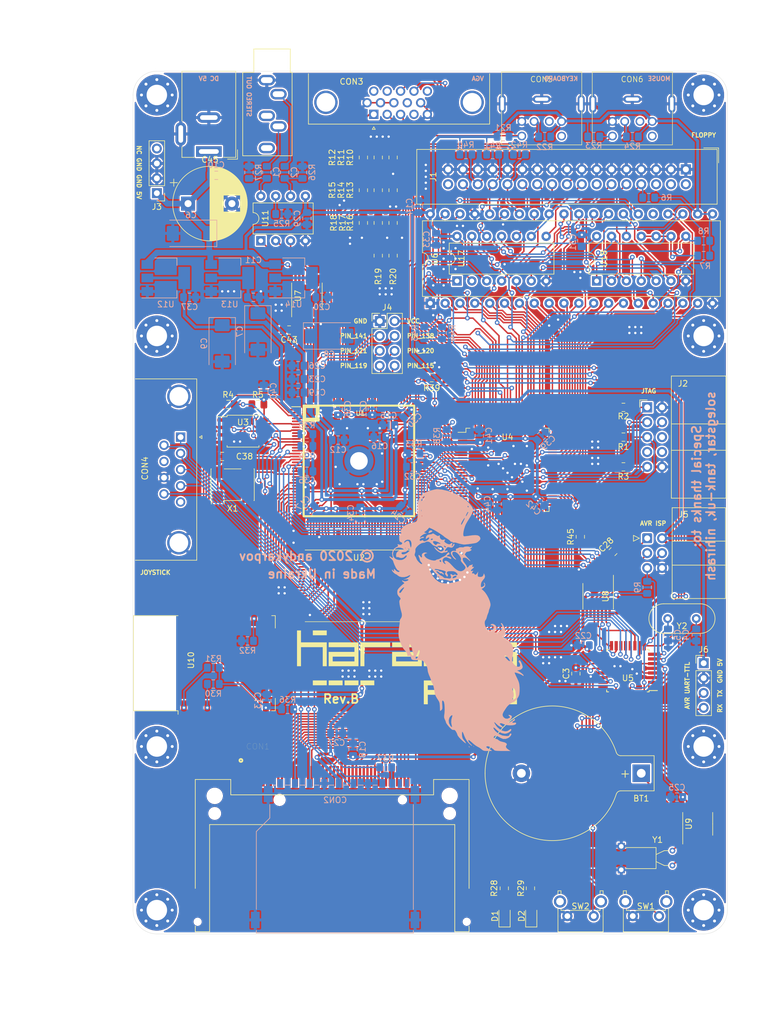
<source format=kicad_pcb>
(kicad_pcb (version 20171130) (host pcbnew 5.1.6-c6e7f7d~86~ubuntu18.04.1)
  (layers (0 F.Cu signal) (31 B.Cu signal) (34 B.Paste user) (35 F.Paste user) (36 B.SilkS user) (37 F.SilkS user) (38 B.Mask user) (39 F.Mask user) (44 Edge.Cuts user))
  (net 0 "")
  (net 1 "Net-(CON1-Pad25)")
  (net 2 "Net-(CON1-Pad24)")
  (net 3 "Net-(CON1-Pad46)")
  (net 4 "Net-(CON1-Pad45)")
  (net 5 "Net-(CON1-Pad44)")
  (net 6 "Net-(CON1-Pad43)")
  (net 7 "Net-(CON1-Pad42)")
  (net 8 "Net-(CON1-Pad40)")
  (net 9 "Net-(CON1-Pad37)")
  (net 10 "Net-(CON1-Pad36)")
  (net 11 "Net-(CON1-Pad33)")
  (net 12 "Net-(CON1-Pad26)")
  (net 13 "Net-(CON2-Pad9)")
  (net 14 "Net-(CON3-Pad15)")
  (net 15 "Net-(CON3-Pad12)")
  (net 16 "Net-(CON3-Pad11)")
  (net 17 "Net-(CON3-Pad9)")
  (net 18 "Net-(CON3-Pad4)")
  (net 19 "Net-(CON4-Pad7)")
  (net 20 "Net-(CON4-Pad5)")
  (net 21 "Net-(CON5-Pad2)")
  (net 22 "Net-(CON5-Pad6)")
  (net 23 "Net-(CON6-Pad2)")
  (net 24 "Net-(CON6-Pad6)")
  (net 25 "Net-(J1-Pad34)")
  (net 26 "Net-(J1-Pad14)")
  (net 27 "Net-(J1-Pad6)")
  (net 28 "Net-(J1-Pad4)")
  (net 29 "Net-(J1-Pad2)")
  (net 30 "Net-(U1-Pad25)")
  (net 31 "Net-(BT1-Pad1)")
  (net 32 "Net-(J2-Pad8)")
  (net 33 "Net-(J2-Pad7)")
  (net 34 "Net-(J2-Pad6)")
  (net 35 "Net-(J3-Pad4)")
  (net 36 GND)
  (net 37 VCC3_3)
  (net 38 VCC1_2)
  (net 39 VCC2_5)
  (net 40 /CONF_DONE)
  (net 41 /CLK_50MHZ)
  (net 42 /TDO)
  (net 43 /TMS)
  (net 44 /TCK)
  (net 45 /TDI)
  (net 46 /NCONFIG)
  (net 47 /DATA0)
  (net 48 /DCLK)
  (net 49 /NSTATUS)
  (net 50 /NCSO)
  (net 51 /ASDO)
  (net 52 /MA16)
  (net 53 /MA20)
  (net 54 /MD7)
  (net 55 /MD6)
  (net 56 /MD5)
  (net 57 /MD4)
  (net 58 /MD3)
  (net 59 /MD2)
  (net 60 /MD1)
  (net 61 /MD0)
  (net 62 /MA1)
  (net 63 /MA2)
  (net 64 /MA3)
  (net 65 /MA4)
  (net 66 /MA5)
  (net 67 /MA6)
  (net 68 /MA7)
  (net 69 /MA17)
  (net 70 /MA18)
  (net 71 /MA19)
  (net 72 /MA8)
  (net 73 /MA9)
  (net 74 /MA10)
  (net 75 /MA11)
  (net 76 /MA12)
  (net 77 /MA13)
  (net 78 /MA14)
  (net 79 /MA0)
  (net 80 /MA15)
  (net 81 /~MWR)
  (net 82 /~MRD)
  (net 83 "Net-(R4-Pad1)")
  (net 84 "Net-(R5-Pad1)")
  (net 85 "Net-(CON2-Pad11)")
  (net 86 "Net-(CON2-Pad10)")
  (net 87 "Net-(CON2-Pad8)")
  (net 88 /FDC_SIDE)
  (net 89 /~FDC_WPRT)
  (net 90 /~FDC_TR00)
  (net 91 /~FDC_WGATE)
  (net 92 /~FDC_WDATA)
  (net 93 /~FDC_STEP)
  (net 94 /~FDC_DIR)
  (net 95 /~FDC_MOTOR)
  (net 96 /~FDC_DRIVE1)
  (net 97 /~FDC_DRIVE0)
  (net 98 /~FDC_INDEX)
  (net 99 VCC)
  (net 100 "Net-(R7-Pad2)")
  (net 101 /FDC_IP)
  (net 102 /FDC_INTRQ)
  (net 103 /FDC_DRQ)
  (net 104 /FDC_SR)
  (net 105 /FDC_SL)
  (net 106 /FDC_DIR)
  (net 107 /FDC_STEP)
  (net 108 /D7)
  (net 109 /FDC_WF_DE)
  (net 110 /D6)
  (net 111 /FDC_RDY)
  (net 112 /D5)
  (net 113 /FDC_WD)
  (net 114 /D4)
  (net 115 /FDC_WGATE)
  (net 116 /D3)
  (net 117 /FDC_TR43)
  (net 118 /D2)
  (net 119 /D1)
  (net 120 /~FDC_RAWR)
  (net 121 /D0)
  (net 122 /FDC_A1)
  (net 123 /FDC_A0)
  (net 124 /~RD)
  (net 125 /~WR)
  (net 126 /~FDC_SIDE)
  (net 127 /FDC_DS1)
  (net 128 /FDC_DS0)
  (net 129 /~FDC_CS)
  (net 130 /~FDC_RDATA)
  (net 131 /~FDC_RST)
  (net 132 /FDC_RCLK)
  (net 133 /FDC_CLK)
  (net 134 /FDC_HLT)
  (net 135 /~SD_CS)
  (net 136 /SND_BS)
  (net 137 /SND_WS)
  (net 138 /SND_DAT)
  (net 139 /VGA_B2)
  (net 140 /VGA_B1)
  (net 141 /VGA_B0)
  (net 142 /VGA_G2)
  (net 143 /VGA_G1)
  (net 144 /VGA_G0)
  (net 145 /VGA_R2)
  (net 146 /VGA_R1)
  (net 147 /VGA_R0)
  (net 148 /VGA_VS)
  (net 149 /VGA_HS)
  (net 150 /WD10)
  (net 151 /WD9)
  (net 152 /WD8)
  (net 153 /~WRESET)
  (net 154 /~WWR)
  (net 155 /~WRD)
  (net 156 /WD15)
  (net 157 /WD14)
  (net 158 /WD13)
  (net 159 /WD12)
  (net 160 /WD11)
  (net 161 /WD2)
  (net 162 /WD1)
  (net 163 /WD0)
  (net 164 /WA0)
  (net 165 /WA1)
  (net 166 /WA2)
  (net 167 /~WCS1)
  (net 168 /WD7)
  (net 169 /WD6)
  (net 170 /WD5)
  (net 171 /WD4)
  (net 172 /WD3)
  (net 173 /UART_RX)
  (net 174 /UART_TX)
  (net 175 /UART_CTS)
  (net 176 /LAVR_MOSI)
  (net 177 /LAVR_SCK)
  (net 178 /~LAVR_CS)
  (net 179 /LAVR_MISO)
  (net 180 /LSND_DAT)
  (net 181 /LSND_WS)
  (net 182 /LSND_BS)
  (net 183 /~WCS0)
  (net 184 /CPLD_CLK2)
  (net 185 /CPLD_CLK)
  (net 186 /SD15)
  (net 187 /SD14)
  (net 188 /SD13)
  (net 189 /SD12)
  (net 190 /SD11)
  (net 191 /SD10)
  (net 192 /SD9)
  (net 193 /SD8)
  (net 194 /SD7)
  (net 195 /SD6)
  (net 196 /SD5)
  (net 197 /SD4)
  (net 198 /SD3)
  (net 199 /SD2)
  (net 200 /SD1)
  (net 201 /SD0)
  (net 202 /SA1)
  (net 203 /SA0)
  (net 204 /SDIR)
  (net 205 /~RESET)
  (net 206 "Net-(U9-Pad2)")
  (net 207 "Net-(U10-Pad9)")
  (net 208 "Net-(U10-Pad6)")
  (net 209 /AVR_MOSI)
  (net 210 /AVR_SCK)
  (net 211 /~AVR_CS)
  (net 212 /AVR_MISO)
  (net 213 /SND_R)
  (net 214 "Net-(C1-Pad1)")
  (net 215 /SND_L)
  (net 216 "Net-(R25-Pad1)")
  (net 217 "Net-(C2-Pad1)")
  (net 218 "Net-(U2-Pad10)")
  (net 219 /I2C_SCL)
  (net 220 /I2C_SDA)
  (net 221 /VS)
  (net 222 /HS)
  (net 223 /B)
  (net 224 /G)
  (net 225 /R)
  (net 226 /PS2_KB_DATA)
  (net 227 /PS2_KB_CLK)
  (net 228 /PS2_MS_DATA)
  (net 229 /PS2_MS_CLK)
  (net 230 "Net-(C3-Pad2)")
  (net 231 /AVR_XT1)
  (net 232 /AVR_XT2)
  (net 233 /~AVR_RESET)
  (net 234 /AVR_TX)
  (net 235 /AVR_RX)
  (net 236 /LED1)
  (net 237 /LED2)
  (net 238 /BTN2)
  (net 239 /BTN1)
  (net 240 /JOY_RIGHT)
  (net 241 /JOY_LEFT)
  (net 242 /JOY_DOWN)
  (net 243 /JOY_UP)
  (net 244 /JOY_FIRE2)
  (net 245 /JOY_FIRE1)
  (net 246 /TDI1)
  (net 247 "Net-(D1-Pad2)")
  (net 248 "Net-(D2-Pad2)")
  (net 249 "Net-(R30-Pad1)")
  (net 250 "Net-(R31-Pad1)")
  (net 251 "Net-(R32-Pad2)")
  (net 252 "Net-(U1-Pad91)")
  (net 253 "Net-(U1-Pad86)")
  (net 254 "Net-(U1-Pad24)")
  (net 255 "Net-(U1-Pad10)")
  (net 256 "Net-(U1-Pad7)")
  (net 257 "Net-(U2-Pad43)")
  (net 258 "Net-(U2-Pad41)")
  (net 259 "Net-(U2-Pad39)")
  (net 260 "Net-(U2-Pad36)")
  (net 261 "Net-(U2-Pad34)")
  (net 262 "Net-(U2-Pad32)")
  (net 263 "Net-(U2-Pad30)")
  (net 264 "Net-(U2-Pad15)")
  (net 265 "Net-(U2-Pad14)")
  (net 266 "Net-(U2-Pad13)")
  (net 267 /FDC_WDATA)
  (net 268 "Net-(U6-Pad25)")
  (net 269 "Net-(U7-Pad13)")
  (net 270 "Net-(U7-Pad9)")
  (net 271 "Net-(U7-Pad6)")
  (net 272 "Net-(U7-Pad2)")
  (net 273 "Net-(U8-Pad9)")
  (net 274 "Net-(U8-Pad6)")
  (net 275 "Net-(U9-Pad7)")
  (net 276 "Net-(U9-Pad1)")
  (net 277 "Net-(U10-Pad20)")
  (net 278 "Net-(U10-Pad19)")
  (net 279 "Net-(U10-Pad18)")
  (net 280 "Net-(U10-Pad17)")
  (net 281 "Net-(U10-Pad14)")
  (net 282 "Net-(U10-Pad13)")
  (net 283 "Net-(U10-Pad12)")
  (net 284 "Net-(U10-Pad11)")
  (net 285 "Net-(U10-Pad10)")
  (net 286 "Net-(U10-Pad5)")
  (net 287 "Net-(U10-Pad4)")
  (net 288 "Net-(U10-Pad2)")
  (net 289 /PIN_121)
  (net 290 /PIN_120)
  (net 291 /PIN_119)
  (net 292 /PIN_115)
  (net 293 /PIN_138)
  (net 294 /PIN_141)
  (module footprints:MINI_DIN_6_33PRIMARY (layer F.Cu) (at 184.404 31.75)
    (fp_text reference CON6 (at -2.032 -4.41 180) (layer F.SilkS) (effects (font (size 0.95 0.95) (thickness 0.114)) (justify left bottom)))
    (fp_text value Mouse hide)
    (pad 5 thru_hole circle (at -3.4 4.725) (size 1.5 1.5) (drill 1) (layers *.Cu *.Mask) (net 229 /PS2_MS_CLK))
    (pad 6 thru_hole circle (at 3.4 4.725) (size 1.5 1.5) (drill 1) (layers *.Cu *.Mask) (net 24 "Net-(CON6-Pad6)"))
    (pad GND thru_hole oval (at -6.75 -0.775 90) (size 3 1.2) (drill oval 2.3 0.6) (layers *.Cu *.Mask) (net 36 GND))
    (pad GND thru_hole oval (at 6.75 -0.775 90) (size 3 1.2) (drill oval 2.3 0.6) (layers *.Cu *.Mask) (net 36 GND))
    (pad GND thru_hole oval (at 0 -1.575) (size 3 1.2) (drill oval 2.3 0.6) (layers *.Cu *.Mask) (net 36 GND))
    (pad 1 thru_hole circle (at -1.3 2.225) (size 1.5 1.5) (drill 1) (layers *.Cu *.Mask) (net 228 /PS2_MS_DATA))
    (pad 2 thru_hole circle (at 1.3 2.225) (size 1.5 1.5) (drill 1) (layers *.Cu *.Mask) (net 23 "Net-(CON6-Pad2)"))
    (pad 3 thru_hole circle (at -3.4 2.225) (size 1.5 1.5) (drill 1) (layers *.Cu *.Mask) (net 36 GND))
    (pad 4 thru_hole circle (at 3.4 2.225) (size 1.5 1.5) (drill 1) (layers *.Cu *.Mask) (net 99 VCC))
  )
  (module footprints:MINI_DIN_6_33PRIMARY (layer F.Cu) (at 168.91 31.75)
    (fp_text reference CON5 (at -2.032 -4.41 180) (layer F.SilkS) (effects (font (size 0.95 0.95) (thickness 0.114)) (justify left bottom)))
    (fp_text value Keyboard hide)
    (pad 5 thru_hole circle (at -3.4 4.725) (size 1.5 1.5) (drill 1) (layers *.Cu *.Mask) (net 227 /PS2_KB_CLK))
    (pad 6 thru_hole circle (at 3.4 4.725) (size 1.5 1.5) (drill 1) (layers *.Cu *.Mask) (net 22 "Net-(CON5-Pad6)"))
    (pad GND thru_hole oval (at -6.75 -0.775 90) (size 3 1.2) (drill oval 2.3 0.6) (layers *.Cu *.Mask) (net 36 GND))
    (pad GND thru_hole oval (at 6.75 -0.775 90) (size 3 1.2) (drill oval 2.3 0.6) (layers *.Cu *.Mask) (net 36 GND))
    (pad GND thru_hole oval (at 0 -1.575) (size 3 1.2) (drill oval 2.3 0.6) (layers *.Cu *.Mask) (net 36 GND))
    (pad 1 thru_hole circle (at -1.3 2.225) (size 1.5 1.5) (drill 1) (layers *.Cu *.Mask) (net 226 /PS2_KB_DATA))
    (pad 2 thru_hole circle (at 1.3 2.225) (size 1.5 1.5) (drill 1) (layers *.Cu *.Mask) (net 21 "Net-(CON5-Pad2)"))
    (pad 3 thru_hole circle (at -3.4 2.225) (size 1.5 1.5) (drill 1) (layers *.Cu *.Mask) (net 36 GND))
    (pad 4 thru_hole circle (at 3.4 2.225) (size 1.5 1.5) (drill 1) (layers *.Cu *.Mask) (net 99 VCC))
  )
  (module Resistor_SMD:R_0805_2012Metric_Pad1.15x1.40mm_HandSolder (layer F.Cu) (at 175.514 104.902 90)
    (fp_text reference R45 (at 0 -1.65 90) (layer F.SilkS))
    (fp_text value 10k)
    (pad 2 smd roundrect (at 1.025 0 90) (size 1.15 1.4) (layers F.Cu F.Paste F.Mask) (roundrect_rratio 0.217391) (net 37 VCC3_3))
    (pad 1 smd roundrect (at -1.025 0 90) (size 1.15 1.4) (layers F.Cu F.Paste F.Mask) (roundrect_rratio 0.217391) (net 178 /~LAVR_CS))
  )
  (module Connector_Dsub:DSUB-15-HD_Female_Horizontal_P2.29x1.98mm_EdgePinOffset3.03mm_Housed_MountingHolesOffset4.94mm (layer F.Cu) (at 140.208 32.766 180)
    (fp_text reference CON3 (at 3.81 5.588) (layer F.SilkS))
    (fp_text value VGA)
    (pad 0 thru_hole circle (at 8.185 2.05 180) (size 4 4) (drill 3.2) (layers *.Cu *.Mask))
    (pad 0 thru_hole circle (at -16.815 2.05 180) (size 4 4) (drill 3.2) (layers *.Cu *.Mask))
    (pad 15 thru_hole circle (at -9.16 3.96 180) (size 1.6 1.6) (drill 1) (layers *.Cu *.Mask) (net 14 "Net-(CON3-Pad15)"))
    (pad 14 thru_hole circle (at -6.87 3.96 180) (size 1.6 1.6) (drill 1) (layers *.Cu *.Mask) (net 221 /VS))
    (pad 13 thru_hole circle (at -4.58 3.96 180) (size 1.6 1.6) (drill 1) (layers *.Cu *.Mask) (net 222 /HS))
    (pad 12 thru_hole circle (at -2.29 3.96 180) (size 1.6 1.6) (drill 1) (layers *.Cu *.Mask) (net 15 "Net-(CON3-Pad12)"))
    (pad 11 thru_hole circle (at 0 3.96 180) (size 1.6 1.6) (drill 1) (layers *.Cu *.Mask) (net 16 "Net-(CON3-Pad11)"))
    (pad 10 thru_hole circle (at -8.015 1.98 180) (size 1.6 1.6) (drill 1) (layers *.Cu *.Mask) (net 36 GND))
    (pad 9 thru_hole circle (at -5.725 1.98 180) (size 1.6 1.6) (drill 1) (layers *.Cu *.Mask) (net 17 "Net-(CON3-Pad9)"))
    (pad 8 thru_hole circle (at -3.435 1.98 180) (size 1.6 1.6) (drill 1) (layers *.Cu *.Mask) (net 36 GND))
    (pad 7 thru_hole circle (at -1.145 1.98 180) (size 1.6 1.6) (drill 1) (layers *.Cu *.Mask) (net 36 GND))
    (pad 6 thru_hole circle (at 1.145 1.98 180) (size 1.6 1.6) (drill 1) (layers *.Cu *.Mask) (net 36 GND))
    (pad 5 thru_hole circle (at -9.16 0 180) (size 1.6 1.6) (drill 1) (layers *.Cu *.Mask) (net 36 GND))
    (pad 4 thru_hole circle (at -6.87 0 180) (size 1.6 1.6) (drill 1) (layers *.Cu *.Mask) (net 18 "Net-(CON3-Pad4)"))
    (pad 3 thru_hole circle (at -4.58 0 180) (size 1.6 1.6) (drill 1) (layers *.Cu *.Mask) (net 223 /B))
    (pad 2 thru_hole circle (at -2.29 0 180) (size 1.6 1.6) (drill 1) (layers *.Cu *.Mask) (net 224 /G))
    (pad 1 thru_hole rect (at 0 0 180) (size 1.6 1.6) (drill 1) (layers *.Cu *.Mask) (net 225 /R))
  )
  (module Battery:BatteryHolder_Keystone_103_1x20mm (layer F.Cu) (at 185.928 145.288 180)
    (fp_text reference BT1 (at 0 -4.3) (layer F.SilkS))
    (fp_text value 3V)
    (fp_text user + (at 2.75 0) (layer F.SilkS) (effects (font (size 1.5 1.5))))
    (pad 1 thru_hole rect (at 0 0 180) (size 3 3) (drill 1.5) (layers *.Cu *.Mask) (net 31 "Net-(BT1-Pad1)"))
    (pad 2 thru_hole circle (at 20.49 0 180) (size 3 3) (drill 1.5) (layers *.Cu *.Mask) (net 36 GND))
  )
  (module Resistor_SMD:R_0805_2012Metric_Pad1.15x1.40mm_HandSolder (layer B.Cu) (at 151.892 70.104 270)
    (fp_text reference R44 (at 0 -1.778 90) (layer B.SilkS) (effects (justify mirror)))
    (fp_text value 10k)
    (pad 2 smd roundrect (at 1.025 0 270) (size 1.15 1.4) (layers B.Cu B.Paste B.Mask) (roundrect_rratio 0.217391) (net 99 VCC))
    (pad 1 smd roundrect (at -1.025 0 270) (size 1.15 1.4) (layers B.Cu B.Paste B.Mask) (roundrect_rratio 0.217391) (net 103 /FDC_DRQ))
  )
  (module Resistor_SMD:R_0805_2012Metric_Pad1.15x1.40mm_HandSolder (layer B.Cu) (at 148.844 70.104 270)
    (fp_text reference R43 (at 0 1.65 90) (layer B.SilkS) (effects (justify mirror)))
    (fp_text value 10k)
    (pad 2 smd roundrect (at 1.025 0 270) (size 1.15 1.4) (layers B.Cu B.Paste B.Mask) (roundrect_rratio 0.217391) (net 99 VCC))
    (pad 1 smd roundrect (at -1.025 0 270) (size 1.15 1.4) (layers B.Cu B.Paste B.Mask) (roundrect_rratio 0.217391) (net 102 /FDC_INTRQ))
  )
  (module Resistor_SMD:R_0805_2012Metric_Pad1.15x1.40mm_HandSolder (layer B.Cu) (at 165.1 39.624 180)
    (fp_text reference R42 (at 0 1.65) (layer B.SilkS) (effects (justify mirror)))
    (fp_text value 10k)
    (pad 2 smd roundrect (at 1.025 0 180) (size 1.15 1.4) (layers B.Cu B.Paste B.Mask) (roundrect_rratio 0.217391) (net 99 VCC))
    (pad 1 smd roundrect (at -1.025 0 180) (size 1.15 1.4) (layers B.Cu B.Paste B.Mask) (roundrect_rratio 0.217391) (net 90 /~FDC_TR00))
  )
  (module Resistor_SMD:R_0805_2012Metric_Pad1.15x1.40mm_HandSolder (layer B.Cu) (at 160.528 39.624 180)
    (fp_text reference R41 (at 0 1.524) (layer B.SilkS) (effects (justify mirror)))
    (fp_text value 10k)
    (pad 2 smd roundrect (at 1.025 0 180) (size 1.15 1.4) (layers B.Cu B.Paste B.Mask) (roundrect_rratio 0.217391) (net 99 VCC))
    (pad 1 smd roundrect (at -1.025 0 180) (size 1.15 1.4) (layers B.Cu B.Paste B.Mask) (roundrect_rratio 0.217391) (net 89 /~FDC_WPRT))
  )
  (module Resistor_SMD:R_0805_2012Metric_Pad1.15x1.40mm_HandSolder (layer B.Cu) (at 155.956 39.624 180)
    (fp_text reference R40 (at 0 1.65 180) (layer B.SilkS) (effects (justify mirror)))
    (fp_text value 10k)
    (pad 2 smd roundrect (at 1.025 0 180) (size 1.15 1.4) (layers B.Cu B.Paste B.Mask) (roundrect_rratio 0.217391) (net 99 VCC))
    (pad 1 smd roundrect (at -1.025 0 180) (size 1.15 1.4) (layers B.Cu B.Paste B.Mask) (roundrect_rratio 0.217391) (net 130 /~FDC_RDATA))
  )
  (module Capacitor_THT:CP_Radial_D12.5mm_P7.50mm (layer F.Cu) (at 108.458 48.006)
    (fp_text reference C45 (at 3.75 -7.5) (layer F.SilkS))
    (fp_text value 470uF)
    (pad 2 thru_hole circle (at 7.5 0) (size 2.4 2.4) (drill 1.2) (layers *.Cu *.Mask) (net 36 GND))
    (pad 1 thru_hole rect (at 0 0) (size 2.4 2.4) (drill 1.2) (layers *.Cu *.Mask) (net 99 VCC))
  )
  (module Resistor_SMD:R_0805_2012Metric_Pad1.15x1.40mm_HandSolder (layer F.Cu) (at 150.114 77.724)
    (fp_text reference R39 (at 0 1.778) (layer F.SilkS))
    (fp_text value 10k)
    (pad 2 smd roundrect (at 1.025 0) (size 1.15 1.4) (layers F.Cu F.Paste F.Mask) (roundrect_rratio 0.217391) (net 36 GND))
    (pad 1 smd roundrect (at -1.025 0) (size 1.15 1.4) (layers F.Cu F.Paste F.Mask) (roundrect_rratio 0.217391) (net 205 /~RESET))
  )
  (module Resistor_SMD:R_0805_2012Metric_Pad1.15x1.40mm_HandSolder (layer B.Cu) (at 152.654 87.63 270)
    (fp_text reference R38 (at 0 1.65 270) (layer B.SilkS) (effects (justify mirror)))
    (fp_text value 10k)
    (pad 2 smd roundrect (at 1.025 0 270) (size 1.15 1.4) (layers B.Cu B.Paste B.Mask) (roundrect_rratio 0.217391) (net 37 VCC3_3))
    (pad 1 smd roundrect (at -1.025 0 270) (size 1.15 1.4) (layers B.Cu B.Paste B.Mask) (roundrect_rratio 0.217391) (net 204 /SDIR))
  )
  (module Connector_PinHeader_2.54mm:PinHeader_1x04_P2.54mm_Vertical (layer F.Cu) (at 196.596 126.492)
    (fp_text reference J6 (at 0 -2.33) (layer F.SilkS))
    (fp_text value "AVR UART")
    (pad 4 thru_hole oval (at 0 7.62) (size 1.7 1.7) (drill 1) (layers *.Cu *.Mask) (net 235 /AVR_RX))
    (pad 3 thru_hole oval (at 0 5.08) (size 1.7 1.7) (drill 1) (layers *.Cu *.Mask) (net 234 /AVR_TX))
    (pad 2 thru_hole oval (at 0 2.54) (size 1.7 1.7) (drill 1) (layers *.Cu *.Mask) (net 36 GND))
    (pad 1 thru_hole rect (at 0 0) (size 1.7 1.7) (drill 1) (layers *.Cu *.Mask) (net 99 VCC))
  )
  (module Connector_PinHeader_2.54mm:PinHeader_2x04_P2.54mm_Vertical (layer F.Cu) (at 141.224 68.072)
    (fp_text reference J4 (at 1.27 -2.33) (layer F.SilkS))
    (fp_text value uBus)
    (pad 8 thru_hole oval (at 2.54 7.62) (size 1.7 1.7) (drill 1) (layers *.Cu *.Mask) (net 292 /PIN_115))
    (pad 7 thru_hole oval (at 0 7.62) (size 1.7 1.7) (drill 1) (layers *.Cu *.Mask) (net 291 /PIN_119))
    (pad 6 thru_hole oval (at 2.54 5.08) (size 1.7 1.7) (drill 1) (layers *.Cu *.Mask) (net 290 /PIN_120))
    (pad 5 thru_hole oval (at 0 5.08) (size 1.7 1.7) (drill 1) (layers *.Cu *.Mask) (net 289 /PIN_121))
    (pad 4 thru_hole oval (at 2.54 2.54) (size 1.7 1.7) (drill 1) (layers *.Cu *.Mask) (net 293 /PIN_138))
    (pad 3 thru_hole oval (at 0 2.54) (size 1.7 1.7) (drill 1) (layers *.Cu *.Mask) (net 294 /PIN_141))
    (pad 2 thru_hole oval (at 2.54 0) (size 1.7 1.7) (drill 1) (layers *.Cu *.Mask) (net 99 VCC))
    (pad 1 thru_hole rect (at 0 0) (size 1.7 1.7) (drill 1) (layers *.Cu *.Mask) (net 36 GND))
  )
  (module Capacitor_SMD:C_0805_2012Metric_Pad1.15x1.40mm_HandSolder (layer B.Cu) (at 161.29 99.314 270)
    (fp_text reference C44 (at 0 1.65 90) (layer B.SilkS) (effects (justify mirror)))
    (fp_text value 100n)
    (pad 2 smd roundrect (at 1.025 0 270) (size 1.15 1.4) (layers B.Cu B.Paste B.Mask) (roundrect_rratio 0.217391) (net 36 GND))
    (pad 1 smd roundrect (at -1.025 0 270) (size 1.15 1.4) (layers B.Cu B.Paste B.Mask) (roundrect_rratio 0.217391) (net 37 VCC3_3))
  )
  (module Capacitor_SMD:C_0805_2012Metric_Pad1.15x1.40mm_HandSolder (layer F.Cu) (at 125.73 69.596 180)
    (fp_text reference C43 (at 0 -1.65) (layer F.SilkS))
    (fp_text value 100n)
    (pad 2 smd roundrect (at 1.025 0 180) (size 1.15 1.4) (layers F.Cu F.Paste F.Mask) (roundrect_rratio 0.217391) (net 36 GND))
    (pad 1 smd roundrect (at -1.025 0 180) (size 1.15 1.4) (layers F.Cu F.Paste F.Mask) (roundrect_rratio 0.217391) (net 37 VCC3_3))
  )
  (module Capacitor_SMD:C_0805_2012Metric_Pad1.15x1.40mm_HandSolder (layer B.Cu) (at 168.656 98.806 315)
    (fp_text reference C42 (at 0 1.65 135) (layer B.SilkS) (effects (justify mirror)))
    (fp_text value 100n)
    (pad 2 smd roundrect (at 1.025 0 315) (size 1.15 1.4) (layers B.Cu B.Paste B.Mask) (roundrect_rratio 0.217391) (net 36 GND))
    (pad 1 smd roundrect (at -1.025 0 315) (size 1.15 1.4) (layers B.Cu B.Paste B.Mask) (roundrect_rratio 0.217391) (net 37 VCC3_3))
  )
  (module Capacitor_SMD:C_0805_2012Metric_Pad1.15x1.40mm_HandSolder (layer B.Cu) (at 158.242 87.63 90)
    (fp_text reference C41 (at 0 1.65 90) (layer B.SilkS) (effects (justify mirror)))
    (fp_text value 100n)
    (pad 2 smd roundrect (at 1.025 0 90) (size 1.15 1.4) (layers B.Cu B.Paste B.Mask) (roundrect_rratio 0.217391) (net 36 GND))
    (pad 1 smd roundrect (at -1.025 0 90) (size 1.15 1.4) (layers B.Cu B.Paste B.Mask) (roundrect_rratio 0.217391) (net 37 VCC3_3))
  )
  (module Capacitor_SMD:C_0805_2012Metric_Pad1.15x1.40mm_HandSolder (layer B.Cu) (at 121.412 80.01 90)
    (fp_text reference C40 (at 0 1.65 90) (layer B.SilkS) (effects (justify mirror)))
    (fp_text value 100n)
    (pad 2 smd roundrect (at 1.025 0 90) (size 1.15 1.4) (layers B.Cu B.Paste B.Mask) (roundrect_rratio 0.217391) (net 36 GND))
    (pad 1 smd roundrect (at -1.025 0 90) (size 1.15 1.4) (layers B.Cu B.Paste B.Mask) (roundrect_rratio 0.217391) (net 37 VCC3_3))
  )
  (module Capacitor_SMD:C_0805_2012Metric_Pad1.15x1.40mm_HandSolder (layer B.Cu) (at 168.872784 87.667216 45)
    (fp_text reference C39 (at 0 1.65 45) (layer B.SilkS) (effects (justify mirror)))
    (fp_text value 100n)
    (pad 2 smd roundrect (at 1.025 0 45) (size 1.15 1.4) (layers B.Cu B.Paste B.Mask) (roundrect_rratio 0.217391) (net 36 GND))
    (pad 1 smd roundrect (at -1.025 0 45) (size 1.15 1.4) (layers B.Cu B.Paste B.Mask) (roundrect_rratio 0.217391) (net 37 VCC3_3))
  )
  (module Capacitor_SMD:C_0805_2012Metric_Pad1.15x1.40mm_HandSolder (layer F.Cu) (at 114.3 91.186 180)
    (fp_text reference C38 (at -3.81 0) (layer F.SilkS))
    (fp_text value 100n)
    (pad 2 smd roundrect (at 1.025 0 180) (size 1.15 1.4) (layers F.Cu F.Paste F.Mask) (roundrect_rratio 0.217391) (net 36 GND))
    (pad 1 smd roundrect (at -1.025 0 180) (size 1.15 1.4) (layers F.Cu F.Paste F.Mask) (roundrect_rratio 0.217391) (net 37 VCC3_3))
  )
  (module Capacitor_SMD:C_0805_2012Metric_Pad1.15x1.40mm_HandSolder (layer B.Cu) (at 108.712 64.008)
    (fp_text reference C37 (at 0 1.65) (layer B.SilkS) (effects (justify mirror)))
    (fp_text value 100n)
    (pad 2 smd roundrect (at 1.025 0) (size 1.15 1.4) (layers B.Cu B.Paste B.Mask) (roundrect_rratio 0.217391) (net 36 GND))
    (pad 1 smd roundrect (at -1.025 0) (size 1.15 1.4) (layers B.Cu B.Paste B.Mask) (roundrect_rratio 0.217391) (net 37 VCC3_3))
  )
  (module Capacitor_SMD:C_0805_2012Metric_Pad1.15x1.40mm_HandSolder (layer B.Cu) (at 134.112 83.058 90)
    (fp_text reference C36 (at 0 1.65 90) (layer B.SilkS) (effects (justify mirror)))
    (fp_text value 100n)
    (pad 2 smd roundrect (at 1.025 0 90) (size 1.15 1.4) (layers B.Cu B.Paste B.Mask) (roundrect_rratio 0.217391) (net 36 GND))
    (pad 1 smd roundrect (at -1.025 0 90) (size 1.15 1.4) (layers B.Cu B.Paste B.Mask) (roundrect_rratio 0.217391) (net 37 VCC3_3))
  )
  (module Capacitor_SMD:C_0805_2012Metric_Pad1.15x1.40mm_HandSolder (layer B.Cu) (at 128.778 93.726 180)
    (fp_text reference C35 (at 0 -1.524) (layer B.SilkS) (effects (justify mirror)))
    (fp_text value 100n)
    (pad 2 smd roundrect (at 1.025 0 180) (size 1.15 1.4) (layers B.Cu B.Paste B.Mask) (roundrect_rratio 0.217391) (net 36 GND))
    (pad 1 smd roundrect (at -1.025 0 180) (size 1.15 1.4) (layers B.Cu B.Paste B.Mask) (roundrect_rratio 0.217391) (net 37 VCC3_3))
  )
  (module Capacitor_SMD:C_0805_2012Metric_Pad1.15x1.40mm_HandSolder (layer B.Cu) (at 137.922 100.838 270)
    (fp_text reference C34 (at 0 1.65 90) (layer B.SilkS) (effects (justify mirror)))
    (fp_text value 100n)
    (pad 2 smd roundrect (at 1.025 0 270) (size 1.15 1.4) (layers B.Cu B.Paste B.Mask) (roundrect_rratio 0.217391) (net 36 GND))
    (pad 1 smd roundrect (at -1.025 0 270) (size 1.15 1.4) (layers B.Cu B.Paste B.Mask) (roundrect_rratio 0.217391) (net 37 VCC3_3))
  )
  (module Capacitor_SMD:C_0805_2012Metric_Pad1.15x1.40mm_HandSolder (layer B.Cu) (at 150.876 54.102 270)
    (fp_text reference C33 (at 0 1.65 90) (layer B.SilkS) (effects (justify mirror)))
    (fp_text value 100n)
    (pad 2 smd roundrect (at 1.025 0 270) (size 1.15 1.4) (layers B.Cu B.Paste B.Mask) (roundrect_rratio 0.217391) (net 36 GND))
    (pad 1 smd roundrect (at -1.025 0 270) (size 1.15 1.4) (layers B.Cu B.Paste B.Mask) (roundrect_rratio 0.217391) (net 99 VCC))
  )
  (module Capacitor_SMD:C_0805_2012Metric_Pad1.15x1.40mm_HandSolder (layer B.Cu) (at 146.812 92.964)
    (fp_text reference C32 (at 0 1.65) (layer B.SilkS) (effects (justify mirror)))
    (fp_text value 100n)
    (pad 2 smd roundrect (at 1.025 0) (size 1.15 1.4) (layers B.Cu B.Paste B.Mask) (roundrect_rratio 0.217391) (net 36 GND))
    (pad 1 smd roundrect (at -1.025 0) (size 1.15 1.4) (layers B.Cu B.Paste B.Mask) (roundrect_rratio 0.217391) (net 37 VCC3_3))
  )
  (module Capacitor_SMD:C_0805_2012Metric_Pad1.15x1.40mm_HandSolder (layer B.Cu) (at 175.768 54.356 90)
    (fp_text reference C31 (at -0.254 -1.524 90) (layer B.SilkS) (effects (justify mirror)))
    (fp_text value 100n)
    (pad 2 smd roundrect (at 1.025 0 90) (size 1.15 1.4) (layers B.Cu B.Paste B.Mask) (roundrect_rratio 0.217391) (net 36 GND))
    (pad 1 smd roundrect (at -1.025 0 90) (size 1.15 1.4) (layers B.Cu B.Paste B.Mask) (roundrect_rratio 0.217391) (net 99 VCC))
  )
  (module Capacitor_SMD:C_0805_2012Metric_Pad1.15x1.40mm_HandSolder (layer B.Cu) (at 146.05 83.82 45)
    (fp_text reference C30 (at 0 1.65 45) (layer B.SilkS) (effects (justify mirror)))
    (fp_text value 100n)
    (pad 2 smd roundrect (at 1.025 0 45) (size 1.15 1.4) (layers B.Cu B.Paste B.Mask) (roundrect_rratio 0.217391) (net 36 GND))
    (pad 1 smd roundrect (at -1.025 0 45) (size 1.15 1.4) (layers B.Cu B.Paste B.Mask) (roundrect_rratio 0.217391) (net 37 VCC3_3))
  )
  (module Capacitor_SMD:C_0805_2012Metric_Pad1.15x1.40mm_HandSolder (layer B.Cu) (at 128.778 50.546 270)
    (fp_text reference C29 (at 0 1.65 90) (layer B.SilkS) (effects (justify mirror)))
    (fp_text value 100n)
    (pad 2 smd roundrect (at 1.025 0 270) (size 1.15 1.4) (layers B.Cu B.Paste B.Mask) (roundrect_rratio 0.217391) (net 36 GND))
    (pad 1 smd roundrect (at -1.025 0 270) (size 1.15 1.4) (layers B.Cu B.Paste B.Mask) (roundrect_rratio 0.217391) (net 99 VCC))
  )
  (module Capacitor_SMD:C_0805_2012Metric_Pad1.15x1.40mm_HandSolder (layer F.Cu) (at 181.102 107.442 45)
    (fp_text reference C28 (at 0 -1.65 45) (layer F.SilkS))
    (fp_text value 100n)
    (pad 2 smd roundrect (at 1.025 0 45) (size 1.15 1.4) (layers F.Cu F.Paste F.Mask) (roundrect_rratio 0.217391) (net 36 GND))
    (pad 1 smd roundrect (at -1.025 0 45) (size 1.15 1.4) (layers F.Cu F.Paste F.Mask) (roundrect_rratio 0.217391) (net 37 VCC3_3))
  )
  (module Capacitor_SMD:C_0805_2012Metric_Pad1.15x1.40mm_HandSolder (layer B.Cu) (at 133.858 138.43)
    (fp_text reference C27 (at 0 1.65) (layer B.SilkS) (effects (justify mirror)))
    (fp_text value 100n)
    (pad 2 smd roundrect (at 1.025 0) (size 1.15 1.4) (layers B.Cu B.Paste B.Mask) (roundrect_rratio 0.217391) (net 36 GND))
    (pad 1 smd roundrect (at -1.025 0) (size 1.15 1.4) (layers B.Cu B.Paste B.Mask) (roundrect_rratio 0.217391) (net 37 VCC3_3))
  )
  (module Capacitor_SMD:C_0805_2012Metric_Pad1.15x1.40mm_HandSolder (layer B.Cu) (at 127.254 75.692 180)
    (fp_text reference C26 (at -3.302 0) (layer B.SilkS) (effects (justify mirror)))
    (fp_text value 100n)
    (pad 2 smd roundrect (at 1.025 0 180) (size 1.15 1.4) (layers B.Cu B.Paste B.Mask) (roundrect_rratio 0.217391) (net 36 GND))
    (pad 1 smd roundrect (at -1.025 0 180) (size 1.15 1.4) (layers B.Cu B.Paste B.Mask) (roundrect_rratio 0.217391) (net 39 VCC2_5))
  )
  (module Capacitor_SMD:C_0805_2012Metric_Pad1.15x1.40mm_HandSolder (layer B.Cu) (at 192.024 149.352 180)
    (fp_text reference C25 (at 0 1.65) (layer B.SilkS) (effects (justify mirror)))
    (fp_text value 100n)
    (pad 2 smd roundrect (at 1.025 0 180) (size 1.15 1.4) (layers B.Cu B.Paste B.Mask) (roundrect_rratio 0.217391) (net 36 GND))
    (pad 1 smd roundrect (at -1.025 0 180) (size 1.15 1.4) (layers B.Cu B.Paste B.Mask) (roundrect_rratio 0.217391) (net 99 VCC))
  )
  (module Capacitor_SMD:C_0805_2012Metric_Pad1.15x1.40mm_HandSolder (layer B.Cu) (at 145.542 100.33 315)
    (fp_text reference C24 (at 0 1.65 135) (layer B.SilkS) (effects (justify mirror)))
    (fp_text value 100n)
    (pad 2 smd roundrect (at 1.025 0 315) (size 1.15 1.4) (layers B.Cu B.Paste B.Mask) (roundrect_rratio 0.217391) (net 36 GND))
    (pad 1 smd roundrect (at -1.025 0 315) (size 1.15 1.4) (layers B.Cu B.Paste B.Mask) (roundrect_rratio 0.217391) (net 37 VCC3_3))
  )
  (module Capacitor_SMD:C_0805_2012Metric_Pad1.15x1.40mm_HandSolder (layer B.Cu) (at 127.254 77.978 180)
    (fp_text reference C23 (at -3.302 0) (layer B.SilkS) (effects (justify mirror)))
    (fp_text value 100n)
    (pad 2 smd roundrect (at 1.025 0 180) (size 1.15 1.4) (layers B.Cu B.Paste B.Mask) (roundrect_rratio 0.217391) (net 36 GND))
    (pad 1 smd roundrect (at -1.025 0 180) (size 1.15 1.4) (layers B.Cu B.Paste B.Mask) (roundrect_rratio 0.217391) (net 39 VCC2_5))
  )
  (module Capacitor_SMD:C_0805_2012Metric_Pad1.15x1.40mm_HandSolder (layer B.Cu) (at 176.022 123.444 180)
    (fp_text reference C22 (at 0 1.65) (layer B.SilkS) (effects (justify mirror)))
    (fp_text value 100n)
    (pad 2 smd roundrect (at 1.025 0 180) (size 1.15 1.4) (layers B.Cu B.Paste B.Mask) (roundrect_rratio 0.217391) (net 36 GND))
    (pad 1 smd roundrect (at -1.025 0 180) (size 1.15 1.4) (layers B.Cu B.Paste B.Mask) (roundrect_rratio 0.217391) (net 99 VCC))
  )
  (module Capacitor_SMD:C_0805_2012Metric_Pad1.15x1.40mm_HandSolder (layer B.Cu) (at 139.954 83.058 90)
    (fp_text reference C21 (at 0 -1.524 90) (layer B.SilkS) (effects (justify mirror)))
    (fp_text value 100n)
    (pad 2 smd roundrect (at 1.025 0 90) (size 1.15 1.4) (layers B.Cu B.Paste B.Mask) (roundrect_rratio 0.217391) (net 36 GND))
    (pad 1 smd roundrect (at -1.025 0 90) (size 1.15 1.4) (layers B.Cu B.Paste B.Mask) (roundrect_rratio 0.217391) (net 37 VCC3_3))
  )
  (module Capacitor_SMD:C_0805_2012Metric_Pad1.15x1.40mm_HandSolder (layer B.Cu) (at 131.318 64.008)
    (fp_text reference C20 (at 0 1.65) (layer B.SilkS) (effects (justify mirror)))
    (fp_text value 100n)
    (pad 2 smd roundrect (at 1.025 0) (size 1.15 1.4) (layers B.Cu B.Paste B.Mask) (roundrect_rratio 0.217391) (net 36 GND))
    (pad 1 smd roundrect (at -1.025 0) (size 1.15 1.4) (layers B.Cu B.Paste B.Mask) (roundrect_rratio 0.217391) (net 38 VCC1_2))
  )
  (module Capacitor_SMD:C_0805_2012Metric_Pad1.15x1.40mm_HandSolder (layer B.Cu) (at 127.254 80.264 180)
    (fp_text reference C19 (at -3.302 0) (layer B.SilkS) (effects (justify mirror)))
    (fp_text value 100n)
    (pad 2 smd roundrect (at 1.025 0 180) (size 1.15 1.4) (layers B.Cu B.Paste B.Mask) (roundrect_rratio 0.217391) (net 36 GND))
    (pad 1 smd roundrect (at -1.025 0 180) (size 1.15 1.4) (layers B.Cu B.Paste B.Mask) (roundrect_rratio 0.217391) (net 39 VCC2_5))
  )
  (module Capacitor_SMD:C_0805_2012Metric_Pad1.15x1.40mm_HandSolder (layer B.Cu) (at 136.652 141.224 90)
    (fp_text reference C18 (at 0 1.65 90) (layer B.SilkS) (effects (justify mirror)))
    (fp_text value 100n)
    (pad 2 smd roundrect (at 1.025 0 90) (size 1.15 1.4) (layers B.Cu B.Paste B.Mask) (roundrect_rratio 0.217391) (net 36 GND))
    (pad 1 smd roundrect (at -1.025 0 90) (size 1.15 1.4) (layers B.Cu B.Paste B.Mask) (roundrect_rratio 0.217391) (net 99 VCC))
  )
  (module Capacitor_SMD:C_0805_2012Metric_Pad1.15x1.40mm_HandSolder (layer B.Cu) (at 129.286 100.33 225)
    (fp_text reference C17 (at 0 1.65 45) (layer B.SilkS) (effects (justify mirror)))
    (fp_text value 100n)
    (pad 2 smd roundrect (at 1.025 0 225) (size 1.15 1.4) (layers B.Cu B.Paste B.Mask) (roundrect_rratio 0.217391) (net 36 GND))
    (pad 1 smd roundrect (at -1.025 0 225) (size 1.15 1.4) (layers B.Cu B.Paste B.Mask) (roundrect_rratio 0.217391) (net 37 VCC3_3))
  )
  (module Capacitor_SMD:C_0805_2012Metric_Pad1.15x1.40mm_HandSolder (layer B.Cu) (at 141.224 87.884 180)
    (fp_text reference C16 (at 0 -1.524) (layer B.SilkS) (effects (justify mirror)))
    (fp_text value 100n)
    (pad 2 smd roundrect (at 1.025 0 180) (size 1.15 1.4) (layers B.Cu B.Paste B.Mask) (roundrect_rratio 0.217391) (net 36 GND))
    (pad 1 smd roundrect (at -1.025 0 180) (size 1.15 1.4) (layers B.Cu B.Paste B.Mask) (roundrect_rratio 0.217391) (net 38 VCC1_2))
  )
  (module Capacitor_SMD:C_0805_2012Metric_Pad1.15x1.40mm_HandSolder (layer B.Cu) (at 142.748 85.852 180)
    (fp_text reference C15 (at 0 1.65) (layer B.SilkS) (effects (justify mirror)))
    (fp_text value 100n)
    (pad 2 smd roundrect (at 1.025 0 180) (size 1.15 1.4) (layers B.Cu B.Paste B.Mask) (roundrect_rratio 0.217391) (net 36 GND))
    (pad 1 smd roundrect (at -1.025 0 180) (size 1.15 1.4) (layers B.Cu B.Paste B.Mask) (roundrect_rratio 0.217391) (net 39 VCC2_5))
  )
  (module Capacitor_SMD:C_0805_2012Metric_Pad1.15x1.40mm_HandSolder (layer B.Cu) (at 147.828 48.514 90)
    (fp_text reference C14 (at 0 -1.524 90) (layer B.SilkS) (effects (justify mirror)))
    (fp_text value 100n)
    (pad 2 smd roundrect (at 1.025 0 90) (size 1.15 1.4) (layers B.Cu B.Paste B.Mask) (roundrect_rratio 0.217391) (net 36 GND))
    (pad 1 smd roundrect (at -1.025 0 90) (size 1.15 1.4) (layers B.Cu B.Paste B.Mask) (roundrect_rratio 0.217391) (net 99 VCC))
  )
  (module Capacitor_SMD:C_0805_2012Metric_Pad1.15x1.40mm_HandSolder (layer B.Cu) (at 121.92 132.842 90)
    (fp_text reference C13 (at 0 -1.524 90) (layer B.SilkS) (effects (justify mirror)))
    (fp_text value 100n)
    (pad 2 smd roundrect (at 1.025 0 90) (size 1.15 1.4) (layers B.Cu B.Paste B.Mask) (roundrect_rratio 0.217391) (net 36 GND))
    (pad 1 smd roundrect (at -1.025 0 90) (size 1.15 1.4) (layers B.Cu B.Paste B.Mask) (roundrect_rratio 0.217391) (net 37 VCC3_3))
  )
  (module Capacitor_SMD:C_0805_2012Metric_Pad1.15x1.40mm_HandSolder (layer B.Cu) (at 134.112 88.392)
    (fp_text reference C12 (at 0 1.65) (layer B.SilkS) (effects (justify mirror)))
    (fp_text value 100n)
    (pad 2 smd roundrect (at 1.025 0) (size 1.15 1.4) (layers B.Cu B.Paste B.Mask) (roundrect_rratio 0.217391) (net 36 GND))
    (pad 1 smd roundrect (at -1.025 0) (size 1.15 1.4) (layers B.Cu B.Paste B.Mask) (roundrect_rratio 0.217391) (net 38 VCC1_2))
  )
  (module Capacitor_SMD:C_0805_2012Metric_Pad1.15x1.40mm_HandSolder (layer B.Cu) (at 119.625 64.008)
    (fp_text reference C11 (at 0 -6.35) (layer B.SilkS) (effects (justify mirror)))
    (fp_text value 100n)
    (pad 2 smd roundrect (at 1.025 0) (size 1.15 1.4) (layers B.Cu B.Paste B.Mask) (roundrect_rratio 0.217391) (net 36 GND))
    (pad 1 smd roundrect (at -1.025 0) (size 1.15 1.4) (layers B.Cu B.Paste B.Mask) (roundrect_rratio 0.217391) (net 39 VCC2_5))
  )
  (module Capacitor_SMD:C_0805_2012Metric_Pad1.15x1.40mm_HandSolder (layer B.Cu) (at 113.284 43.18)
    (fp_text reference C10 (at 0 -1.778) (layer B.SilkS) (effects (justify mirror)))
    (fp_text value 100n)
    (pad 2 smd roundrect (at 1.025 0) (size 1.15 1.4) (layers B.Cu B.Paste B.Mask) (roundrect_rratio 0.217391) (net 36 GND))
    (pad 1 smd roundrect (at -1.025 0) (size 1.15 1.4) (layers B.Cu B.Paste B.Mask) (roundrect_rratio 0.217391) (net 99 VCC))
  )
  (module Capacitor_Tantalum_SMD:CP_EIA-7343-31_Kemet-D (layer B.Cu) (at 114.3 71.882 270)
    (fp_text reference C9 (at 0 3.1 90) (layer B.SilkS) (effects (justify mirror)))
    (fp_text value 10uF)
    (pad 2 smd roundrect (at 3.1125 0 270) (size 2.075 2.55) (layers B.Cu B.Paste B.Mask) (roundrect_rratio 0.120482) (net 36 GND))
    (pad 1 smd roundrect (at -3.1125 0 270) (size 2.075 2.55) (layers B.Cu B.Paste B.Mask) (roundrect_rratio 0.120482) (net 37 VCC3_3))
  )
  (module Capacitor_Tantalum_SMD:CP_EIA-7343-31_Kemet-D (layer B.Cu) (at 132.588 70.612)
    (fp_text reference C8 (at 0 3.1) (layer B.SilkS) (effects (justify mirror)))
    (fp_text value 10uF)
    (pad 2 smd roundrect (at 3.1125 0) (size 2.075 2.55) (layers B.Cu B.Paste B.Mask) (roundrect_rratio 0.120482) (net 36 GND))
    (pad 1 smd roundrect (at -3.1125 0) (size 2.075 2.55) (layers B.Cu B.Paste B.Mask) (roundrect_rratio 0.120482) (net 38 VCC1_2))
  )
  (module Capacitor_Tantalum_SMD:CP_EIA-7343-31_Kemet-D (layer B.Cu) (at 120.396 69.85 270)
    (fp_text reference C7 (at 0 3.1 90) (layer B.SilkS) (effects (justify mirror)))
    (fp_text value 10uF)
    (pad 2 smd roundrect (at 3.1125 0 270) (size 2.075 2.55) (layers B.Cu B.Paste B.Mask) (roundrect_rratio 0.120482) (net 36 GND))
    (pad 1 smd roundrect (at -3.1125 0 270) (size 2.075 2.55) (layers B.Cu B.Paste B.Mask) (roundrect_rratio 0.120482) (net 39 VCC2_5))
  )
  (module Capacitor_Tantalum_SMD:CP_EIA-7343-31_Kemet-D (layer B.Cu) (at 108.966 53.086 180)
    (fp_text reference C6 (at 0 3.1) (layer B.SilkS) (effects (justify mirror)))
    (fp_text value 10uF)
    (pad 2 smd roundrect (at 3.1125 0 180) (size 2.075 2.55) (layers B.Cu B.Paste B.Mask) (roundrect_rratio 0.120482) (net 36 GND))
    (pad 1 smd roundrect (at -3.1125 0 180) (size 2.075 2.55) (layers B.Cu B.Paste B.Mask) (roundrect_rratio 0.120482) (net 99 VCC))
  )
  (module footprints:karabas2 (layer B.Cu) (at 154.686 119.126 180)
    (fp_text reference G*** hide)
    (fp_text value LOGO hide)
  )
  (module Resistor_SMD:R_0805_2012Metric_Pad1.15x1.40mm_HandSolder (layer B.Cu) (at 142.24 144.272)
    (fp_text reference R37 (at 0 -1.524) (layer B.SilkS) (effects (justify mirror)))
    (fp_text value 10k)
    (pad 2 smd roundrect (at 1.025 0) (size 1.15 1.4) (layers B.Cu B.Paste B.Mask) (roundrect_rratio 0.217391) (net 87 "Net-(CON2-Pad8)"))
    (pad 1 smd roundrect (at -1.025 0) (size 1.15 1.4) (layers B.Cu B.Paste B.Mask) (roundrect_rratio 0.217391) (net 37 VCC3_3))
  )
  (module Resistor_SMD:R_0805_2012Metric_Pad1.15x1.40mm_HandSolder (layer B.Cu) (at 125.476 134.366 180)
    (fp_text reference R36 (at 0 1.65) (layer B.SilkS) (effects (justify mirror)))
    (fp_text value 10k)
    (pad 2 smd roundrect (at 1.025 0 180) (size 1.15 1.4) (layers B.Cu B.Paste B.Mask) (roundrect_rratio 0.217391) (net 37 VCC3_3))
    (pad 1 smd roundrect (at -1.025 0 180) (size 1.15 1.4) (layers B.Cu B.Paste B.Mask) (roundrect_rratio 0.217391) (net 135 /~SD_CS))
  )
  (module Resistor_SMD:R_0805_2012Metric_Pad1.15x1.40mm_HandSolder (layer B.Cu) (at 128.778 87.376)
    (fp_text reference R35 (at 0 -1.524) (layer B.SilkS) (effects (justify mirror)))
    (fp_text value 10k)
    (pad 2 smd roundrect (at 1.025 0) (size 1.15 1.4) (layers B.Cu B.Paste B.Mask) (roundrect_rratio 0.217391) (net 37 VCC3_3))
    (pad 1 smd roundrect (at -1.025 0) (size 1.15 1.4) (layers B.Cu B.Paste B.Mask) (roundrect_rratio 0.217391) (net 49 /NSTATUS))
  )
  (module Resistor_SMD:R_0805_2012Metric_Pad1.15x1.40mm_HandSolder (layer B.Cu) (at 128.778 89.408)
    (fp_text reference R34 (at 0 1.65) (layer B.SilkS) (effects (justify mirror)))
    (fp_text value 10k)
    (pad 2 smd roundrect (at 1.025 0) (size 1.15 1.4) (layers B.Cu B.Paste B.Mask) (roundrect_rratio 0.217391) (net 37 VCC3_3))
    (pad 1 smd roundrect (at -1.025 0) (size 1.15 1.4) (layers B.Cu B.Paste B.Mask) (roundrect_rratio 0.217391) (net 46 /NCONFIG))
  )
  (module Resistor_SMD:R_0805_2012Metric_Pad1.15x1.40mm_HandSolder (layer B.Cu) (at 147.066 90.678 180)
    (fp_text reference R33 (at 0 1.65) (layer B.SilkS) (effects (justify mirror)))
    (fp_text value 10k)
    (pad 2 smd roundrect (at 1.025 0 180) (size 1.15 1.4) (layers B.Cu B.Paste B.Mask) (roundrect_rratio 0.217391) (net 37 VCC3_3))
    (pad 1 smd roundrect (at -1.025 0 180) (size 1.15 1.4) (layers B.Cu B.Paste B.Mask) (roundrect_rratio 0.217391) (net 40 /CONF_DONE))
  )
  (module footprints:karabas_pro_logo2 (layer F.Cu) (at 146.05 127)
    (fp_text reference G*** hide)
    (fp_text value LOGO hide)
  )
  (module Resistor_SMD:R_0805_2012Metric_Pad1.15x1.40mm_HandSolder (layer B.Cu) (at 118.618 122.682)
    (fp_text reference R32 (at 0 1.65) (layer B.SilkS) (effects (justify mirror)))
    (fp_text value 10k)
    (pad 2 smd roundrect (at 1.025 0) (size 1.15 1.4) (layers B.Cu B.Paste B.Mask) (roundrect_rratio 0.217391) (net 251 "Net-(R32-Pad2)"))
    (pad 1 smd roundrect (at -1.025 0) (size 1.15 1.4) (layers B.Cu B.Paste B.Mask) (roundrect_rratio 0.217391) (net 36 GND))
  )
  (module Resistor_SMD:R_0805_2012Metric_Pad1.15x1.40mm_HandSolder (layer B.Cu) (at 112.776 127.254)
    (fp_text reference R31 (at 0 -1.524) (layer B.SilkS) (effects (justify mirror)))
    (fp_text value 10k)
    (pad 2 smd roundrect (at 1.025 0) (size 1.15 1.4) (layers B.Cu B.Paste B.Mask) (roundrect_rratio 0.217391) (net 37 VCC3_3))
    (pad 1 smd roundrect (at -1.025 0) (size 1.15 1.4) (layers B.Cu B.Paste B.Mask) (roundrect_rratio 0.217391) (net 250 "Net-(R31-Pad1)"))
  )
  (module Resistor_SMD:R_0805_2012Metric_Pad1.15x1.40mm_HandSolder (layer B.Cu) (at 112.776 130.048)
    (fp_text reference R30 (at 0 1.65) (layer B.SilkS) (effects (justify mirror)))
    (fp_text value 10k)
    (pad 2 smd roundrect (at 1.025 0) (size 1.15 1.4) (layers B.Cu B.Paste B.Mask) (roundrect_rratio 0.217391) (net 37 VCC3_3))
    (pad 1 smd roundrect (at -1.025 0) (size 1.15 1.4) (layers B.Cu B.Paste B.Mask) (roundrect_rratio 0.217391) (net 249 "Net-(R30-Pad1)"))
  )
  (module Resistor_SMD:R_0805_2012Metric_Pad1.15x1.40mm_HandSolder (layer F.Cu) (at 166.989 164.927 270)
    (fp_text reference R29 (at 0 1.635 90) (layer F.SilkS))
    (fp_text value 470)
    (pad 2 smd roundrect (at 1.025 0 270) (size 1.15 1.4) (layers F.Cu F.Paste F.Mask) (roundrect_rratio 0.217391) (net 248 "Net-(D2-Pad2)"))
    (pad 1 smd roundrect (at -1.025 0 270) (size 1.15 1.4) (layers F.Cu F.Paste F.Mask) (roundrect_rratio 0.217391) (net 237 /LED2))
  )
  (module Resistor_SMD:R_0805_2012Metric_Pad1.15x1.40mm_HandSolder (layer F.Cu) (at 162.515 164.927 270)
    (fp_text reference R28 (at 0 1.733 90) (layer F.SilkS))
    (fp_text value 470)
    (pad 2 smd roundrect (at 1.025 0 270) (size 1.15 1.4) (layers F.Cu F.Paste F.Mask) (roundrect_rratio 0.217391) (net 247 "Net-(D1-Pad2)"))
    (pad 1 smd roundrect (at -1.025 0 270) (size 1.15 1.4) (layers F.Cu F.Paste F.Mask) (roundrect_rratio 0.217391) (net 236 /LED1))
  )
  (module LED_SMD:LED_0805_2012Metric_Pad1.15x1.40mm_HandSolder (layer F.Cu) (at 167.124 169.672 90)
    (fp_text reference D2 (at 0 -1.65 90) (layer F.SilkS))
    (fp_text value LED2)
    (pad 2 smd roundrect (at 1.025 0 90) (size 1.15 1.4) (layers F.Cu F.Paste F.Mask) (roundrect_rratio 0.217391) (net 248 "Net-(D2-Pad2)"))
    (pad 1 smd roundrect (at -1.025 0 90) (size 1.15 1.4) (layers F.Cu F.Paste F.Mask) (roundrect_rratio 0.217391) (net 36 GND))
  )
  (module LED_SMD:LED_0805_2012Metric_Pad1.15x1.40mm_HandSolder (layer F.Cu) (at 162.56 169.672 90)
    (fp_text reference D1 (at 0 -1.65 90) (layer F.SilkS))
    (fp_text value LED1)
    (pad 2 smd roundrect (at 1.025 0 90) (size 1.15 1.4) (layers F.Cu F.Paste F.Mask) (roundrect_rratio 0.217391) (net 247 "Net-(D1-Pad2)"))
    (pad 1 smd roundrect (at -1.025 0 90) (size 1.15 1.4) (layers F.Cu F.Paste F.Mask) (roundrect_rratio 0.217391) (net 36 GND))
  )
  (module Crystal:Crystal_HC49-U_Vertical (layer F.Cu) (at 195.326 118.872 180)
    (fp_text reference Y2 (at 2.44 -1.27) (layer F.SilkS))
    (fp_text value 16MHz)
    (pad 2 thru_hole circle (at 4.88 0 180) (size 1.5 1.5) (drill 0.8) (layers *.Cu *.Mask) (net 232 /AVR_XT2))
    (pad 1 thru_hole circle (at 0 0 180) (size 1.5 1.5) (drill 0.8) (layers *.Cu *.Mask) (net 231 /AVR_XT1))
  )
  (module Crystal:Crystal_AT310_D3.0mm_L10.0mm_Horizontal_1EP_style2 (layer F.Cu) (at 191.262 158.496 270)
    (fp_text reference Y1 (at -1.85 2.54) (layer F.SilkS))
    (fp_text value 32768Hz)
    (pad 3 thru_hole rect (at 3.27 8.75 270) (size 1.2 1.2) (drill 0.8) (layers *.Cu *.Mask) (net 36 GND))
    (pad 3 thru_hole rect (at -0.73 8.75 270) (size 1.2 1.2) (drill 0.8) (layers *.Cu *.Mask) (net 36 GND))
    (pad 3 smd rect (at 1.27 8.75 270) (size 3.2 10.5) (layers F.Cu F.Paste F.Mask) (net 36 GND))
    (pad 2 thru_hole circle (at 2.54 0 270) (size 1 1) (drill 0.5) (layers *.Cu *.Mask) (net 206 "Net-(U9-Pad2)"))
    (pad 1 thru_hole circle (at 0 0 270) (size 1 1) (drill 0.5) (layers *.Cu *.Mask) (net 276 "Net-(U9-Pad1)"))
  )
  (module Capacitor_SMD:C_0805_2012Metric_Pad1.15x1.40mm_HandSolder (layer B.Cu) (at 190.5 121.666 90)
    (fp_text reference C5 (at 0 1.65 90) (layer B.SilkS) (effects (justify mirror)))
    (fp_text value 22p)
    (pad 2 smd roundrect (at 1.025 0 90) (size 1.15 1.4) (layers B.Cu B.Paste B.Mask) (roundrect_rratio 0.217391) (net 232 /AVR_XT2))
    (pad 1 smd roundrect (at -1.025 0 90) (size 1.15 1.4) (layers B.Cu B.Paste B.Mask) (roundrect_rratio 0.217391) (net 36 GND))
  )
  (module Capacitor_SMD:C_0805_2012Metric_Pad1.15x1.40mm_HandSolder (layer B.Cu) (at 195.326 121.666 90)
    (fp_text reference C4 (at 0 -1.778 90) (layer B.SilkS) (effects (justify mirror)))
    (fp_text value 22p)
    (pad 2 smd roundrect (at 1.025 0 90) (size 1.15 1.4) (layers B.Cu B.Paste B.Mask) (roundrect_rratio 0.217391) (net 231 /AVR_XT1))
    (pad 1 smd roundrect (at -1.025 0 90) (size 1.15 1.4) (layers B.Cu B.Paste B.Mask) (roundrect_rratio 0.217391) (net 36 GND))
  )
  (module Capacitor_SMD:C_0805_2012Metric_Pad1.15x1.40mm_HandSolder (layer F.Cu) (at 174.752 128.27 90)
    (fp_text reference C3 (at 0 -1.65 90) (layer F.SilkS))
    (fp_text value 1uF)
    (pad 2 smd roundrect (at 1.025 0 90) (size 1.15 1.4) (layers F.Cu F.Paste F.Mask) (roundrect_rratio 0.217391) (net 230 "Net-(C3-Pad2)"))
    (pad 1 smd roundrect (at -1.025 0 90) (size 1.15 1.4) (layers F.Cu F.Paste F.Mask) (roundrect_rratio 0.217391) (net 36 GND))
  )
  (module Resistor_SMD:R_0805_2012Metric_Pad1.15x1.40mm_HandSolder (layer B.Cu) (at 118.872 42.672 90)
    (fp_text reference R27 (at 0 1.65 270) (layer B.SilkS) (effects (justify mirror)))
    (fp_text value 750)
    (pad 2 smd roundrect (at 1.025 0 90) (size 1.15 1.4) (layers B.Cu B.Paste B.Mask) (roundrect_rratio 0.217391) (net 36 GND))
    (pad 1 smd roundrect (at -1.025 0 90) (size 1.15 1.4) (layers B.Cu B.Paste B.Mask) (roundrect_rratio 0.217391) (net 214 "Net-(C1-Pad1)"))
  )
  (module Resistor_SMD:R_0805_2012Metric_Pad1.15x1.40mm_HandSolder (layer B.Cu) (at 128.016 42.672 90)
    (fp_text reference R26 (at 0 1.65 270) (layer B.SilkS) (effects (justify mirror)))
    (fp_text value 750)
    (pad 2 smd roundrect (at 1.025 0 90) (size 1.15 1.4) (layers B.Cu B.Paste B.Mask) (roundrect_rratio 0.217391) (net 36 GND))
    (pad 1 smd roundrect (at -1.025 0 90) (size 1.15 1.4) (layers B.Cu B.Paste B.Mask) (roundrect_rratio 0.217391) (net 217 "Net-(C2-Pad1)"))
  )
  (module Resistor_SMD:R_0805_2012Metric_Pad1.15x1.40mm_HandSolder (layer B.Cu) (at 124.46 49.784)
    (fp_text reference R25 (at 0 1.65) (layer B.SilkS) (effects (justify mirror)))
    (fp_text value 820)
    (pad 2 smd roundrect (at 1.025 0) (size 1.15 1.4) (layers B.Cu B.Paste B.Mask) (roundrect_rratio 0.217391) (net 36 GND))
    (pad 1 smd roundrect (at -1.025 0) (size 1.15 1.4) (layers B.Cu B.Paste B.Mask) (roundrect_rratio 0.217391) (net 216 "Net-(R25-Pad1)"))
  )
  (module Capacitor_SMD:C_0805_2012Metric_Pad1.15x1.40mm_HandSolder (layer B.Cu) (at 124.968 42.672 90)
    (fp_text reference C2 (at 0 1.65 90) (layer B.SilkS) (effects (justify mirror)))
    (fp_text value 10uF)
    (pad 2 smd roundrect (at 1.025 0 90) (size 1.15 1.4) (layers B.Cu B.Paste B.Mask) (roundrect_rratio 0.217391) (net 215 /SND_L))
    (pad 1 smd roundrect (at -1.025 0 90) (size 1.15 1.4) (layers B.Cu B.Paste B.Mask) (roundrect_rratio 0.217391) (net 217 "Net-(C2-Pad1)"))
  )
  (module Capacitor_SMD:C_0805_2012Metric_Pad1.15x1.40mm_HandSolder (layer B.Cu) (at 121.92 42.672 90)
    (fp_text reference C1 (at 0 1.65 90) (layer B.SilkS) (effects (justify mirror)))
    (fp_text value 10uF)
    (pad 2 smd roundrect (at 1.025 0 90) (size 1.15 1.4) (layers B.Cu B.Paste B.Mask) (roundrect_rratio 0.217391) (net 213 /SND_R))
    (pad 1 smd roundrect (at -1.025 0 90) (size 1.15 1.4) (layers B.Cu B.Paste B.Mask) (roundrect_rratio 0.217391) (net 214 "Net-(C1-Pad1)"))
  )
  (module Package_SO:TSSOP-14_4.4x5mm_P0.65mm (layer F.Cu) (at 178.562 115.062 270)
    (fp_text reference U8 (at 0 -1.27 90) (layer F.SilkS))
    (fp_text value TXB0104PW)
    (pad 14 smd roundrect (at 2.8625 -1.95 270) (size 1.475 0.4) (layers F.Cu F.Paste F.Mask) (net 99 VCC))
    (pad 13 smd roundrect (at 2.8625 -1.3 270) (size 1.475 0.4) (layers F.Cu F.Paste F.Mask) (net 209 /AVR_MOSI))
    (pad 12 smd roundrect (at 2.8625 -0.65 270) (size 1.475 0.4) (layers F.Cu F.Paste F.Mask) (net 210 /AVR_SCK))
    (pad 11 smd roundrect (at 2.8625 0 270) (size 1.475 0.4) (layers F.Cu F.Paste F.Mask) (net 211 /~AVR_CS))
    (pad 10 smd roundrect (at 2.8625 0.65 270) (size 1.475 0.4) (layers F.Cu F.Paste F.Mask) (net 212 /AVR_MISO))
    (pad 9 smd roundrect (at 2.8625 1.3 270) (size 1.475 0.4) (layers F.Cu F.Paste F.Mask) (net 273 "Net-(U8-Pad9)"))
    (pad 8 smd roundrect (at 2.8625 1.95 270) (size 1.475 0.4) (layers F.Cu F.Paste F.Mask) (net 37 VCC3_3))
    (pad 7 smd roundrect (at -2.8625 1.95 270) (size 1.475 0.4) (layers F.Cu F.Paste F.Mask) (net 36 GND))
    (pad 6 smd roundrect (at -2.8625 1.3 270) (size 1.475 0.4) (layers F.Cu F.Paste F.Mask) (net 274 "Net-(U8-Pad6)"))
    (pad 5 smd roundrect (at -2.8625 0.65 270) (size 1.475 0.4) (layers F.Cu F.Paste F.Mask) (net 179 /LAVR_MISO))
    (pad 4 smd roundrect (at -2.8625 0 270) (size 1.475 0.4) (layers F.Cu F.Paste F.Mask) (net 178 /~LAVR_CS))
    (pad 3 smd roundrect (at -2.8625 -0.65 270) (size 1.475 0.4) (layers F.Cu F.Paste F.Mask) (net 177 /LAVR_SCK))
    (pad 2 smd roundrect (at -2.8625 -1.3 270) (size 1.475 0.4) (layers F.Cu F.Paste F.Mask) (net 176 /LAVR_MOSI))
    (pad 1 smd roundrect (at -2.8625 -1.95 270) (size 1.475 0.4) (layers F.Cu F.Paste F.Mask) (net 37 VCC3_3))
  )
  (module Package_SO:TSSOP-14_4.4x5mm_P0.65mm (layer F.Cu) (at 128.778 63.754 90)
    (fp_text reference U7 (at 0 -1.524 90) (layer F.SilkS))
    (fp_text value TXB0104PW)
    (pad 14 smd roundrect (at 2.8625 -1.95 90) (size 1.475 0.4) (layers F.Cu F.Paste F.Mask) (net 99 VCC))
    (pad 13 smd roundrect (at 2.8625 -1.3 90) (size 1.475 0.4) (layers F.Cu F.Paste F.Mask) (net 269 "Net-(U7-Pad13)"))
    (pad 12 smd roundrect (at 2.8625 -0.65 90) (size 1.475 0.4) (layers F.Cu F.Paste F.Mask) (net 136 /SND_BS))
    (pad 11 smd roundrect (at 2.8625 0 90) (size 1.475 0.4) (layers F.Cu F.Paste F.Mask) (net 137 /SND_WS))
    (pad 10 smd roundrect (at 2.8625 0.65 90) (size 1.475 0.4) (layers F.Cu F.Paste F.Mask) (net 138 /SND_DAT))
    (pad 9 smd roundrect (at 2.8625 1.3 90) (size 1.475 0.4) (layers F.Cu F.Paste F.Mask) (net 270 "Net-(U7-Pad9)"))
    (pad 8 smd roundrect (at 2.8625 1.95 90) (size 1.475 0.4) (layers F.Cu F.Paste F.Mask) (net 37 VCC3_3))
    (pad 7 smd roundrect (at -2.8625 1.95 90) (size 1.475 0.4) (layers F.Cu F.Paste F.Mask) (net 36 GND))
    (pad 6 smd roundrect (at -2.8625 1.3 90) (size 1.475 0.4) (layers F.Cu F.Paste F.Mask) (net 271 "Net-(U7-Pad6)"))
    (pad 5 smd roundrect (at -2.8625 0.65 90) (size 1.475 0.4) (layers F.Cu F.Paste F.Mask) (net 180 /LSND_DAT))
    (pad 4 smd roundrect (at -2.8625 0 90) (size 1.475 0.4) (layers F.Cu F.Paste F.Mask) (net 181 /LSND_WS))
    (pad 3 smd roundrect (at -2.8625 -0.65 90) (size 1.475 0.4) (layers F.Cu F.Paste F.Mask) (net 182 /LSND_BS))
    (pad 2 smd roundrect (at -2.8625 -1.3 90) (size 1.475 0.4) (layers F.Cu F.Paste F.Mask) (net 272 "Net-(U7-Pad2)"))
    (pad 1 smd roundrect (at -2.8625 -1.95 90) (size 1.475 0.4) (layers F.Cu F.Paste F.Mask) (net 37 VCC3_3))
  )
  (module Resistor_SMD:R_0805_2012Metric_Pad1.15x1.40mm_HandSolder (layer B.Cu) (at 184.404 36.576)
    (fp_text reference R24 (at 0 1.65) (layer B.SilkS) (effects (justify mirror)))
    (fp_text value 4k7)
    (pad 2 smd roundrect (at 1.025 0) (size 1.15 1.4) (layers B.Cu B.Paste B.Mask) (roundrect_rratio 0.217391) (net 99 VCC))
    (pad 1 smd roundrect (at -1.025 0) (size 1.15 1.4) (layers B.Cu B.Paste B.Mask) (roundrect_rratio 0.217391) (net 228 /PS2_MS_DATA))
  )
  (module Resistor_SMD:R_0805_2012Metric_Pad1.15x1.40mm_HandSolder (layer B.Cu) (at 177.8 36.576 180)
    (fp_text reference R23 (at 0 -1.524) (layer B.SilkS) (effects (justify mirror)))
    (fp_text value 4k7)
    (pad 2 smd roundrect (at 1.025 0 180) (size 1.15 1.4) (layers B.Cu B.Paste B.Mask) (roundrect_rratio 0.217391) (net 99 VCC))
    (pad 1 smd roundrect (at -1.025 0 180) (size 1.15 1.4) (layers B.Cu B.Paste B.Mask) (roundrect_rratio 0.217391) (net 229 /PS2_MS_CLK))
  )
  (module Resistor_SMD:R_0805_2012Metric_Pad1.15x1.40mm_HandSolder (layer B.Cu) (at 169.418 36.576)
    (fp_text reference R22 (at 0 1.778) (layer B.SilkS) (effects (justify mirror)))
    (fp_text value 4k7)
    (pad 2 smd roundrect (at 1.025 0) (size 1.15 1.4) (layers B.Cu B.Paste B.Mask) (roundrect_rratio 0.217391) (net 99 VCC))
    (pad 1 smd roundrect (at -1.025 0) (size 1.15 1.4) (layers B.Cu B.Paste B.Mask) (roundrect_rratio 0.217391) (net 226 /PS2_KB_DATA))
  )
  (module Resistor_SMD:R_0805_2012Metric_Pad1.15x1.40mm_HandSolder (layer B.Cu) (at 162.306 36.576 180)
    (fp_text reference R21 (at 0 1.524) (layer B.SilkS) (effects (justify mirror)))
    (fp_text value 4k7)
    (pad 2 smd roundrect (at 1.025 0 180) (size 1.15 1.4) (layers B.Cu B.Paste B.Mask) (roundrect_rratio 0.217391) (net 99 VCC))
    (pad 1 smd roundrect (at -1.025 0 180) (size 1.15 1.4) (layers B.Cu B.Paste B.Mask) (roundrect_rratio 0.217391) (net 227 /PS2_KB_CLK))
  )
  (module Resistor_SMD:R_0805_2012Metric_Pad1.15x1.40mm_HandSolder (layer F.Cu) (at 143.51 56.896 270)
    (fp_text reference R20 (at 3.556 0 90) (layer F.SilkS))
    (fp_text value 75)
    (pad 2 smd roundrect (at 1.025 0 270) (size 1.15 1.4) (layers F.Cu F.Paste F.Mask) (roundrect_rratio 0.217391) (net 148 /VGA_VS))
    (pad 1 smd roundrect (at -1.025 0 270) (size 1.15 1.4) (layers F.Cu F.Paste F.Mask) (roundrect_rratio 0.217391) (net 221 /VS))
  )
  (module Resistor_SMD:R_0805_2012Metric_Pad1.15x1.40mm_HandSolder (layer F.Cu) (at 140.97 56.896 270)
    (fp_text reference R19 (at 3.556 0 90) (layer F.SilkS))
    (fp_text value 75)
    (pad 2 smd roundrect (at 1.025 0 270) (size 1.15 1.4) (layers F.Cu F.Paste F.Mask) (roundrect_rratio 0.217391) (net 149 /VGA_HS))
    (pad 1 smd roundrect (at -1.025 0 270) (size 1.15 1.4) (layers F.Cu F.Paste F.Mask) (roundrect_rratio 0.217391) (net 222 /HS))
  )
  (module Resistor_SMD:R_0805_2012Metric_Pad1.15x1.40mm_HandSolder (layer F.Cu) (at 138.43 51.308 90)
    (fp_text reference R18 (at 0 -5.08 90) (layer F.SilkS))
    (fp_text value 510)
    (pad 2 smd roundrect (at 1.025 0 90) (size 1.15 1.4) (layers F.Cu F.Paste F.Mask) (roundrect_rratio 0.217391) (net 223 /B))
    (pad 1 smd roundrect (at -1.025 0 90) (size 1.15 1.4) (layers F.Cu F.Paste F.Mask) (roundrect_rratio 0.217391) (net 139 /VGA_B2))
  )
  (module Resistor_SMD:R_0805_2012Metric_Pad1.15x1.40mm_HandSolder (layer F.Cu) (at 140.97 51.308 90)
    (fp_text reference R17 (at 0 -6.096 90) (layer F.SilkS))
    (fp_text value 1k)
    (pad 2 smd roundrect (at 1.025 0 90) (size 1.15 1.4) (layers F.Cu F.Paste F.Mask) (roundrect_rratio 0.217391) (net 223 /B))
    (pad 1 smd roundrect (at -1.025 0 90) (size 1.15 1.4) (layers F.Cu F.Paste F.Mask) (roundrect_rratio 0.217391) (net 140 /VGA_B1))
  )
  (module Resistor_SMD:R_0805_2012Metric_Pad1.15x1.40mm_HandSolder (layer F.Cu) (at 143.51 51.308 90)
    (fp_text reference R16 (at 0 -7.366 90) (layer F.SilkS))
    (fp_text value 2k)
    (pad 2 smd roundrect (at 1.025 0 90) (size 1.15 1.4) (layers F.Cu F.Paste F.Mask) (roundrect_rratio 0.217391) (net 223 /B))
    (pad 1 smd roundrect (at -1.025 0 90) (size 1.15 1.4) (layers F.Cu F.Paste F.Mask) (roundrect_rratio 0.217391) (net 141 /VGA_B0))
  )
  (module Resistor_SMD:R_0805_2012Metric_Pad1.15x1.40mm_HandSolder (layer F.Cu) (at 138.43 45.72 90)
    (fp_text reference R15 (at 0 -5.334 90) (layer F.SilkS))
    (fp_text value 510)
    (pad 2 smd roundrect (at 1.025 0 90) (size 1.15 1.4) (layers F.Cu F.Paste F.Mask) (roundrect_rratio 0.217391) (net 224 /G))
    (pad 1 smd roundrect (at -1.025 0 90) (size 1.15 1.4) (layers F.Cu F.Paste F.Mask) (roundrect_rratio 0.217391) (net 142 /VGA_G2))
  )
  (module Resistor_SMD:R_0805_2012Metric_Pad1.15x1.40mm_HandSolder (layer F.Cu) (at 140.97 45.72 90)
    (fp_text reference R14 (at 0 -6.35 90) (layer F.SilkS))
    (fp_text value 1k)
    (pad 2 smd roundrect (at 1.025 0 90) (size 1.15 1.4) (layers F.Cu F.Paste F.Mask) (roundrect_rratio 0.217391) (net 224 /G))
    (pad 1 smd roundrect (at -1.025 0 90) (size 1.15 1.4) (layers F.Cu F.Paste F.Mask) (roundrect_rratio 0.217391) (net 143 /VGA_G1))
  )
  (module Resistor_SMD:R_0805_2012Metric_Pad1.15x1.40mm_HandSolder (layer F.Cu) (at 143.51 45.72 90)
    (fp_text reference R13 (at 0 -7.366 90) (layer F.SilkS))
    (fp_text value 2k)
    (pad 2 smd roundrect (at 1.025 0 90) (size 1.15 1.4) (layers F.Cu F.Paste F.Mask) (roundrect_rratio 0.217391) (net 224 /G))
    (pad 1 smd roundrect (at -1.025 0 90) (size 1.15 1.4) (layers F.Cu F.Paste F.Mask) (roundrect_rratio 0.217391) (net 144 /VGA_G0))
  )
  (module Resistor_SMD:R_0805_2012Metric_Pad1.15x1.40mm_HandSolder (layer F.Cu) (at 138.43 40.132 90)
    (fp_text reference R12 (at 0 -5.334 90) (layer F.SilkS))
    (fp_text value 510)
    (pad 2 smd roundrect (at 1.025 0 90) (size 1.15 1.4) (layers F.Cu F.Paste F.Mask) (roundrect_rratio 0.217391) (net 225 /R))
    (pad 1 smd roundrect (at -1.025 0 90) (size 1.15 1.4) (layers F.Cu F.Paste F.Mask) (roundrect_rratio 0.217391) (net 145 /VGA_R2))
  )
  (module Resistor_SMD:R_0805_2012Metric_Pad1.15x1.40mm_HandSolder (layer F.Cu) (at 140.97 40.132 90)
    (fp_text reference R11 (at 0 -6.35 90) (layer F.SilkS))
    (fp_text value 1k)
    (pad 2 smd roundrect (at 1.025 0 90) (size 1.15 1.4) (layers F.Cu F.Paste F.Mask) (roundrect_rratio 0.217391) (net 225 /R))
    (pad 1 smd roundrect (at -1.025 0 90) (size 1.15 1.4) (layers F.Cu F.Paste F.Mask) (roundrect_rratio 0.217391) (net 146 /VGA_R1))
  )
  (module Resistor_SMD:R_0805_2012Metric_Pad1.15x1.40mm_HandSolder (layer F.Cu) (at 143.51 40.132 90)
    (fp_text reference R10 (at 0 -7.366 90) (layer F.SilkS))
    (fp_text value 2k)
    (pad 2 smd roundrect (at 1.025 0 90) (size 1.15 1.4) (layers F.Cu F.Paste F.Mask) (roundrect_rratio 0.217391) (net 225 /R))
    (pad 1 smd roundrect (at -1.025 0 90) (size 1.15 1.4) (layers F.Cu F.Paste F.Mask) (roundrect_rratio 0.217391) (net 147 /VGA_R0))
  )
  (module Resistor_SMD:R_0805_2012Metric_Pad1.15x1.40mm_HandSolder (layer B.Cu) (at 186.944 113.538 270)
    (fp_text reference R9 (at 0 1.65 90) (layer B.SilkS) (effects (justify mirror)))
    (fp_text value 10k)
    (pad 2 smd roundrect (at 1.025 0 270) (size 1.15 1.4) (layers B.Cu B.Paste B.Mask) (roundrect_rratio 0.217391) (net 99 VCC))
    (pad 1 smd roundrect (at -1.025 0 270) (size 1.15 1.4) (layers B.Cu B.Paste B.Mask) (roundrect_rratio 0.217391) (net 233 /~AVR_RESET))
  )
  (module Package_DIP:DIP-14_W7.62mm (layer F.Cu) (at 154.432 61.214 90)
    (fp_text reference U17 (at 3.81 0.762 90) (layer F.SilkS))
    (fp_text value 74LS06)
    (pad 14 thru_hole oval (at 7.62 0 90) (size 1.6 1.6) (drill 0.8) (layers *.Cu *.Mask) (net 99 VCC))
    (pad 7 thru_hole oval (at 0 15.24 90) (size 1.6 1.6) (drill 0.8) (layers *.Cu *.Mask) (net 36 GND))
    (pad 13 thru_hole oval (at 7.62 2.54 90) (size 1.6 1.6) (drill 0.8) (layers *.Cu *.Mask) (net 107 /FDC_STEP))
    (pad 6 thru_hole oval (at 0 12.7 90) (size 1.6 1.6) (drill 0.8) (layers *.Cu *.Mask) (net 94 /~FDC_DIR))
    (pad 12 thru_hole oval (at 7.62 5.08 90) (size 1.6 1.6) (drill 0.8) (layers *.Cu *.Mask) (net 93 /~FDC_STEP))
    (pad 5 thru_hole oval (at 0 10.16 90) (size 1.6 1.6) (drill 0.8) (layers *.Cu *.Mask) (net 106 /FDC_DIR))
    (pad 11 thru_hole oval (at 7.62 7.62 90) (size 1.6 1.6) (drill 0.8) (layers *.Cu *.Mask) (net 115 /FDC_WGATE))
    (pad 4 thru_hole oval (at 0 7.62 90) (size 1.6 1.6) (drill 0.8) (layers *.Cu *.Mask) (net 92 /~FDC_WDATA))
    (pad 10 thru_hole oval (at 7.62 10.16 90) (size 1.6 1.6) (drill 0.8) (layers *.Cu *.Mask) (net 91 /~FDC_WGATE))
    (pad 3 thru_hole oval (at 0 5.08 90) (size 1.6 1.6) (drill 0.8) (layers *.Cu *.Mask) (net 267 /FDC_WDATA))
    (pad 9 thru_hole oval (at 7.62 12.7 90) (size 1.6 1.6) (drill 0.8) (layers *.Cu *.Mask) (net 111 /FDC_RDY))
    (pad 2 thru_hole oval (at 0 2.54 90) (size 1.6 1.6) (drill 0.8) (layers *.Cu *.Mask) (net 88 /FDC_SIDE))
    (pad 8 thru_hole oval (at 7.62 15.24 90) (size 1.6 1.6) (drill 0.8) (layers *.Cu *.Mask) (net 95 /~FDC_MOTOR))
    (pad 1 thru_hole rect (at 0 0 90) (size 1.6 1.6) (drill 0.8) (layers *.Cu *.Mask) (net 126 /~FDC_SIDE))
  )
  (module Package_QFP:LQFP-100_14x14mm_P0.5mm (layer F.Cu) (at 163.068 93.472)
    (fp_text reference U4 (at 0 -5.588) (layer F.SilkS))
    (fp_text value EPM3128ATC100-5)
    (pad 100 smd roundrect (at -6 -7.675) (size 0.3 1.6) (layers F.Cu F.Paste F.Mask) (net 127 /FDC_DS1))
    (pad 99 smd roundrect (at -5.5 -7.675) (size 0.3 1.6) (layers F.Cu F.Paste F.Mask) (net 128 /FDC_DS0))
    (pad 98 smd roundrect (at -5 -7.675) (size 0.3 1.6) (layers F.Cu F.Paste F.Mask) (net 267 /FDC_WDATA))
    (pad 97 smd roundrect (at -4.5 -7.675) (size 0.3 1.6) (layers F.Cu F.Paste F.Mask) (net 126 /~FDC_SIDE))
    (pad 96 smd roundrect (at -4 -7.675) (size 0.3 1.6) (layers F.Cu F.Paste F.Mask) (net 132 /FDC_RCLK))
    (pad 95 smd roundrect (at -3.5 -7.675) (size 0.3 1.6) (layers F.Cu F.Paste F.Mask) (net 36 GND))
    (pad 94 smd roundrect (at -3 -7.675) (size 0.3 1.6) (layers F.Cu F.Paste F.Mask) (net 120 /~FDC_RAWR))
    (pad 93 smd roundrect (at -2.5 -7.675) (size 0.3 1.6) (layers F.Cu F.Paste F.Mask) (net 102 /FDC_INTRQ))
    (pad 92 smd roundrect (at -2 -7.675) (size 0.3 1.6) (layers F.Cu F.Paste F.Mask) (net 103 /FDC_DRQ))
    (pad 91 smd roundrect (at -1.5 -7.675) (size 0.3 1.6) (layers F.Cu F.Paste F.Mask) (net 37 VCC3_3))
    (pad 90 smd roundrect (at -1 -7.675) (size 0.3 1.6) (layers F.Cu F.Paste F.Mask) (net 184 /CPLD_CLK2))
    (pad 89 smd roundrect (at -0.5 -7.675) (size 0.3 1.6) (layers F.Cu F.Paste F.Mask) (net 109 /FDC_WF_DE))
    (pad 88 smd roundrect (at 0 -7.675) (size 0.3 1.6) (layers F.Cu F.Paste F.Mask) (net 113 /FDC_WD))
    (pad 87 smd roundrect (at 0.5 -7.675) (size 0.3 1.6) (layers F.Cu F.Paste F.Mask) (net 185 /CPLD_CLK))
    (pad 86 smd roundrect (at 1 -7.675) (size 0.3 1.6) (layers F.Cu F.Paste F.Mask) (net 36 GND))
    (pad 85 smd roundrect (at 1.5 -7.675) (size 0.3 1.6) (layers F.Cu F.Paste F.Mask) (net 130 /~FDC_RDATA))
    (pad 84 smd roundrect (at 2 -7.675) (size 0.3 1.6) (layers F.Cu F.Paste F.Mask) (net 117 /FDC_TR43))
    (pad 83 smd roundrect (at 2.5 -7.675) (size 0.3 1.6) (layers F.Cu F.Paste F.Mask) (net 133 /FDC_CLK))
    (pad 82 smd roundrect (at 3 -7.675) (size 0.3 1.6) (layers F.Cu F.Paste F.Mask) (net 37 VCC3_3))
    (pad 81 smd roundrect (at 3.5 -7.675) (size 0.3 1.6) (layers F.Cu F.Paste F.Mask) (net 134 /FDC_HLT))
    (pad 80 smd roundrect (at 4 -7.675) (size 0.3 1.6) (layers F.Cu F.Paste F.Mask) (net 125 /~WR))
    (pad 79 smd roundrect (at 4.5 -7.675) (size 0.3 1.6) (layers F.Cu F.Paste F.Mask) (net 129 /~FDC_CS))
    (pad 78 smd roundrect (at 5 -7.675) (size 0.3 1.6) (layers F.Cu F.Paste F.Mask) (net 36 GND))
    (pad 77 smd roundrect (at 5.5 -7.675) (size 0.3 1.6) (layers F.Cu F.Paste F.Mask) (net 124 /~RD))
    (pad 76 smd roundrect (at 6 -7.675) (size 0.3 1.6) (layers F.Cu F.Paste F.Mask) (net 123 /FDC_A0))
    (pad 75 smd roundrect (at 7.675 -6) (size 1.6 0.3) (layers F.Cu F.Paste F.Mask) (net 122 /FDC_A1))
    (pad 74 smd roundrect (at 7.675 -5.5) (size 1.6 0.3) (layers F.Cu F.Paste F.Mask) (net 36 GND))
    (pad 73 smd roundrect (at 7.675 -5) (size 1.6 0.3) (layers F.Cu F.Paste F.Mask) (net 246 /TDI1))
    (pad 72 smd roundrect (at 7.675 -4.5) (size 1.6 0.3) (layers F.Cu F.Paste F.Mask) (net 121 /D0))
    (pad 71 smd roundrect (at 7.675 -4) (size 1.6 0.3) (layers F.Cu F.Paste F.Mask) (net 119 /D1))
    (pad 70 smd roundrect (at 7.675 -3.5) (size 1.6 0.3) (layers F.Cu F.Paste F.Mask) (net 118 /D2))
    (pad 69 smd roundrect (at 7.675 -3) (size 1.6 0.3) (layers F.Cu F.Paste F.Mask) (net 116 /D3))
    (pad 68 smd roundrect (at 7.675 -2.5) (size 1.6 0.3) (layers F.Cu F.Paste F.Mask) (net 114 /D4))
    (pad 67 smd roundrect (at 7.675 -2) (size 1.6 0.3) (layers F.Cu F.Paste F.Mask) (net 112 /D5))
    (pad 66 smd roundrect (at 7.675 -1.5) (size 1.6 0.3) (layers F.Cu F.Paste F.Mask) (net 37 VCC3_3))
    (pad 65 smd roundrect (at 7.675 -1) (size 1.6 0.3) (layers F.Cu F.Paste F.Mask) (net 36 GND))
    (pad 64 smd roundrect (at 7.675 -0.5) (size 1.6 0.3) (layers F.Cu F.Paste F.Mask) (net 110 /D6))
    (pad 63 smd roundrect (at 7.675 0) (size 1.6 0.3) (layers F.Cu F.Paste F.Mask) (net 108 /D7))
    (pad 62 smd roundrect (at 7.675 0.5) (size 1.6 0.3) (layers F.Cu F.Paste F.Mask) (net 44 /TCK))
    (pad 61 smd roundrect (at 7.675 1) (size 1.6 0.3) (layers F.Cu F.Paste F.Mask) (net 105 /FDC_SL))
    (pad 60 smd roundrect (at 7.675 1.5) (size 1.6 0.3) (layers F.Cu F.Paste F.Mask) (net 104 /FDC_SR))
    (pad 59 smd roundrect (at 7.675 2) (size 1.6 0.3) (layers F.Cu F.Paste F.Mask) (net 36 GND))
    (pad 58 smd roundrect (at 7.675 2.5) (size 1.6 0.3) (layers F.Cu F.Paste F.Mask) (net 131 /~FDC_RST))
    (pad 57 smd roundrect (at 7.675 3) (size 1.6 0.3) (layers F.Cu F.Paste F.Mask) (net 150 /WD10))
    (pad 56 smd roundrect (at 7.675 3.5) (size 1.6 0.3) (layers F.Cu F.Paste F.Mask) (net 151 /WD9))
    (pad 55 smd roundrect (at 7.675 4) (size 1.6 0.3) (layers F.Cu F.Paste F.Mask) (net 161 /WD2))
    (pad 54 smd roundrect (at 7.675 4.5) (size 1.6 0.3) (layers F.Cu F.Paste F.Mask) (net 152 /WD8))
    (pad 53 smd roundrect (at 7.675 5) (size 1.6 0.3) (layers F.Cu F.Paste F.Mask) (net 36 GND))
    (pad 52 smd roundrect (at 7.675 5.5) (size 1.6 0.3) (layers F.Cu F.Paste F.Mask) (net 162 /WD1))
    (pad 51 smd roundrect (at 7.675 6) (size 1.6 0.3) (layers F.Cu F.Paste F.Mask) (net 37 VCC3_3))
    (pad 50 smd roundrect (at 6 7.675) (size 0.3 1.6) (layers F.Cu F.Paste F.Mask) (net 163 /WD0))
    (pad 49 smd roundrect (at 5.5 7.675) (size 0.3 1.6) (layers F.Cu F.Paste F.Mask) (net 164 /WA0))
    (pad 48 smd roundrect (at 5 7.675) (size 0.3 1.6) (layers F.Cu F.Paste F.Mask) (net 165 /WA1))
    (pad 47 smd roundrect (at 4.5 7.675) (size 0.3 1.6) (layers F.Cu F.Paste F.Mask) (net 166 /WA2))
    (pad 46 smd roundrect (at 4 7.675) (size 0.3 1.6) (layers F.Cu F.Paste F.Mask) (net 153 /~WRESET))
    (pad 45 smd roundrect (at 3.5 7.675) (size 0.3 1.6) (layers F.Cu F.Paste F.Mask) (net 154 /~WWR))
    (pad 44 smd roundrect (at 3 7.675) (size 0.3 1.6) (layers F.Cu F.Paste F.Mask) (net 155 /~WRD))
    (pad 43 smd roundrect (at 2.5 7.675) (size 0.3 1.6) (layers F.Cu F.Paste F.Mask) (net 36 GND))
    (pad 42 smd roundrect (at 2 7.675) (size 0.3 1.6) (layers F.Cu F.Paste F.Mask) (net 167 /~WCS1))
    (pad 41 smd roundrect (at 1.5 7.675) (size 0.3 1.6) (layers F.Cu F.Paste F.Mask) (net 183 /~WCS0))
    (pad 40 smd roundrect (at 1 7.675) (size 0.3 1.6) (layers F.Cu F.Paste F.Mask) (net 156 /WD15))
    (pad 39 smd roundrect (at 0.5 7.675) (size 0.3 1.6) (layers F.Cu F.Paste F.Mask) (net 37 VCC3_3))
    (pad 38 smd roundrect (at 0 7.675) (size 0.3 1.6) (layers F.Cu F.Paste F.Mask) (net 36 GND))
    (pad 37 smd roundrect (at -0.5 7.675) (size 0.3 1.6) (layers F.Cu F.Paste F.Mask) (net 168 /WD7))
    (pad 36 smd roundrect (at -1 7.675) (size 0.3 1.6) (layers F.Cu F.Paste F.Mask) (net 157 /WD14))
    (pad 35 smd roundrect (at -1.5 7.675) (size 0.3 1.6) (layers F.Cu F.Paste F.Mask) (net 169 /WD6))
    (pad 34 smd roundrect (at -2 7.675) (size 0.3 1.6) (layers F.Cu F.Paste F.Mask) (net 37 VCC3_3))
    (pad 33 smd roundrect (at -2.5 7.675) (size 0.3 1.6) (layers F.Cu F.Paste F.Mask) (net 36 GND))
    (pad 32 smd roundrect (at -3 7.675) (size 0.3 1.6) (layers F.Cu F.Paste F.Mask) (net 158 /WD13))
    (pad 31 smd roundrect (at -3.5 7.675) (size 0.3 1.6) (layers F.Cu F.Paste F.Mask) (net 170 /WD5))
    (pad 30 smd roundrect (at -4 7.675) (size 0.3 1.6) (layers F.Cu F.Paste F.Mask) (net 159 /WD12))
    (pad 29 smd roundrect (at -4.5 7.675) (size 0.3 1.6) (layers F.Cu F.Paste F.Mask) (net 171 /WD4))
    (pad 28 smd roundrect (at -5 7.675) (size 0.3 1.6) (layers F.Cu F.Paste F.Mask) (net 160 /WD11))
    (pad 27 smd roundrect (at -5.5 7.675) (size 0.3 1.6) (layers F.Cu F.Paste F.Mask) (net 172 /WD3))
    (pad 26 smd roundrect (at -6 7.675) (size 0.3 1.6) (layers F.Cu F.Paste F.Mask) (net 36 GND))
    (pad 25 smd roundrect (at -7.675 6) (size 1.6 0.3) (layers F.Cu F.Paste F.Mask) (net 186 /SD15))
    (pad 24 smd roundrect (at -7.675 5.5) (size 1.6 0.3) (layers F.Cu F.Paste F.Mask) (net 187 /SD14))
    (pad 23 smd roundrect (at -7.675 5) (size 1.6 0.3) (layers F.Cu F.Paste F.Mask) (net 188 /SD13))
    (pad 22 smd roundrect (at -7.675 4.5) (size 1.6 0.3) (layers F.Cu F.Paste F.Mask) (net 189 /SD12))
    (pad 21 smd roundrect (at -7.675 4) (size 1.6 0.3) (layers F.Cu F.Paste F.Mask) (net 190 /SD11))
    (pad 20 smd roundrect (at -7.675 3.5) (size 1.6 0.3) (layers F.Cu F.Paste F.Mask) (net 191 /SD10))
    (pad 19 smd roundrect (at -7.675 3) (size 1.6 0.3) (layers F.Cu F.Paste F.Mask) (net 192 /SD9))
    (pad 18 smd roundrect (at -7.675 2.5) (size 1.6 0.3) (layers F.Cu F.Paste F.Mask) (net 37 VCC3_3))
    (pad 17 smd roundrect (at -7.675 2) (size 1.6 0.3) (layers F.Cu F.Paste F.Mask) (net 193 /SD8))
    (pad 16 smd roundrect (at -7.675 1.5) (size 1.6 0.3) (layers F.Cu F.Paste F.Mask) (net 194 /SD7))
    (pad 15 smd roundrect (at -7.675 1) (size 1.6 0.3) (layers F.Cu F.Paste F.Mask) (net 43 /TMS))
    (pad 14 smd roundrect (at -7.675 0.5) (size 1.6 0.3) (layers F.Cu F.Paste F.Mask) (net 195 /SD6))
    (pad 13 smd roundrect (at -7.675 0) (size 1.6 0.3) (layers F.Cu F.Paste F.Mask) (net 196 /SD5))
    (pad 12 smd roundrect (at -7.675 -0.5) (size 1.6 0.3) (layers F.Cu F.Paste F.Mask) (net 197 /SD4))
    (pad 11 smd roundrect (at -7.675 -1) (size 1.6 0.3) (layers F.Cu F.Paste F.Mask) (net 36 GND))
    (pad 10 smd roundrect (at -7.675 -1.5) (size 1.6 0.3) (layers F.Cu F.Paste F.Mask) (net 198 /SD3))
    (pad 9 smd roundrect (at -7.675 -2) (size 1.6 0.3) (layers F.Cu F.Paste F.Mask) (net 199 /SD2))
    (pad 8 smd roundrect (at -7.675 -2.5) (size 1.6 0.3) (layers F.Cu F.Paste F.Mask) (net 200 /SD1))
    (pad 7 smd roundrect (at -7.675 -3) (size 1.6 0.3) (layers F.Cu F.Paste F.Mask) (net 201 /SD0))
    (pad 6 smd roundrect (at -7.675 -3.5) (size 1.6 0.3) (layers F.Cu F.Paste F.Mask) (net 202 /SA1))
    (pad 5 smd roundrect (at -7.675 -4) (size 1.6 0.3) (layers F.Cu F.Paste F.Mask) (net 203 /SA0))
    (pad 4 smd roundrect (at -7.675 -4.5) (size 1.6 0.3) (layers F.Cu F.Paste F.Mask) (net 45 /TDI))
    (pad 3 smd roundrect (at -7.675 -5) (size 1.6 0.3) (layers F.Cu F.Paste F.Mask) (net 37 VCC3_3))
    (pad 2 smd roundrect (at -7.675 -5.5) (size 1.6 0.3) (layers F.Cu F.Paste F.Mask) (net 204 /SDIR))
    (pad 1 smd roundrect (at -7.675 -6) (size 1.6 0.3) (layers F.Cu F.Paste F.Mask) (net 205 /~RESET))
  )
  (module RF_Module:ESP-12E (layer F.Cu) (at 111.252 126.492 90)
    (fp_text reference U10 (at 0.508 -2.286 90) (layer F.SilkS))
    (fp_text value ESP-12E)
    (pad 22 smd rect (at 7.6 -3.5 90) (size 2.5 1) (layers F.Cu F.Paste F.Mask) (net 173 /UART_RX))
    (pad 21 smd rect (at 7.6 -1.5 90) (size 2.5 1) (layers F.Cu F.Paste F.Mask) (net 174 /UART_TX))
    (pad 20 smd rect (at 7.6 0.5 90) (size 2.5 1) (layers F.Cu F.Paste F.Mask) (net 277 "Net-(U10-Pad20)"))
    (pad 19 smd rect (at 7.6 2.5 90) (size 2.5 1) (layers F.Cu F.Paste F.Mask) (net 278 "Net-(U10-Pad19)"))
    (pad 18 smd rect (at 7.6 4.5 90) (size 2.5 1) (layers F.Cu F.Paste F.Mask) (net 279 "Net-(U10-Pad18)"))
    (pad 17 smd rect (at 7.6 6.5 90) (size 2.5 1) (layers F.Cu F.Paste F.Mask) (net 280 "Net-(U10-Pad17)"))
    (pad 16 smd rect (at 7.6 8.5 90) (size 2.5 1) (layers F.Cu F.Paste F.Mask) (net 251 "Net-(R32-Pad2)"))
    (pad 15 smd rect (at 7.6 10.5 90) (size 2.5 1) (layers F.Cu F.Paste F.Mask) (net 36 GND))
    (pad 14 smd rect (at 5 12 90) (size 1 1.8) (layers F.Cu F.Paste F.Mask) (net 281 "Net-(U10-Pad14)"))
    (pad 13 smd rect (at 3 12 90) (size 1 1.8) (layers F.Cu F.Paste F.Mask) (net 282 "Net-(U10-Pad13)"))
    (pad 12 smd rect (at 1 12 90) (size 1 1.8) (layers F.Cu F.Paste F.Mask) (net 283 "Net-(U10-Pad12)"))
    (pad 11 smd rect (at -1 12 90) (size 1 1.8) (layers F.Cu F.Paste F.Mask) (net 284 "Net-(U10-Pad11)"))
    (pad 10 smd rect (at -3 12 90) (size 1 1.8) (layers F.Cu F.Paste F.Mask) (net 285 "Net-(U10-Pad10)"))
    (pad 9 smd rect (at -5 12 90) (size 1 1.8) (layers F.Cu F.Paste F.Mask) (net 207 "Net-(U10-Pad9)"))
    (pad 8 smd rect (at -7.6 10.5 90) (size 2.5 1) (layers F.Cu F.Paste F.Mask) (net 37 VCC3_3))
    (pad 7 smd rect (at -7.6 8.5 90) (size 2.5 1) (layers F.Cu F.Paste F.Mask) (net 175 /UART_CTS))
    (pad 6 smd rect (at -7.6 6.5 90) (size 2.5 1) (layers F.Cu F.Paste F.Mask) (net 208 "Net-(U10-Pad6)"))
    (pad 5 smd rect (at -7.6 4.5 90) (size 2.5 1) (layers F.Cu F.Paste F.Mask) (net 286 "Net-(U10-Pad5)"))
    (pad 4 smd rect (at -7.6 2.5 90) (size 2.5 1) (layers F.Cu F.Paste F.Mask) (net 287 "Net-(U10-Pad4)"))
    (pad 3 smd rect (at -7.6 0.5 90) (size 2.5 1) (layers F.Cu F.Paste F.Mask) (net 249 "Net-(R30-Pad1)"))
    (pad 2 smd rect (at -7.6 -1.5 90) (size 2.5 1) (layers F.Cu F.Paste F.Mask) (net 288 "Net-(U10-Pad2)"))
    (pad 1 smd rect (at -7.6 -3.5 90) (size 2.5 1) (layers F.Cu F.Paste F.Mask) (net 250 "Net-(R31-Pad1)"))
  )
  (module Resistor_SMD:R_0805_2012Metric_Pad1.15x1.40mm_HandSolder (layer B.Cu) (at 196.596 54.356 180)
    (fp_text reference R8 (at 0 1.65 180) (layer B.SilkS) (effects (justify mirror)))
    (fp_text value 4k7)
    (pad 2 smd roundrect (at 1.025 0 180) (size 1.15 1.4) (layers B.Cu B.Paste B.Mask) (roundrect_rratio 0.217391) (net 101 /FDC_IP))
    (pad 1 smd roundrect (at -1.025 0 180) (size 1.15 1.4) (layers B.Cu B.Paste B.Mask) (roundrect_rratio 0.217391) (net 99 VCC))
  )
  (module Resistor_SMD:R_0805_2012Metric_Pad1.15x1.40mm_HandSolder (layer B.Cu) (at 196.596 56.896 180)
    (fp_text reference R7 (at -0.254 -1.778) (layer B.SilkS) (effects (justify mirror)))
    (fp_text value 4k7)
    (pad 2 smd roundrect (at 1.025 0 180) (size 1.15 1.4) (layers B.Cu B.Paste B.Mask) (roundrect_rratio 0.217391) (net 100 "Net-(R7-Pad2)"))
    (pad 1 smd roundrect (at -1.025 0 180) (size 1.15 1.4) (layers B.Cu B.Paste B.Mask) (roundrect_rratio 0.217391) (net 99 VCC))
  )
  (module Resistor_SMD:R_0805_2012Metric_Pad1.15x1.40mm_HandSolder (layer B.Cu) (at 187.198 46.99 180)
    (fp_text reference R6 (at -3.048 0) (layer B.SilkS) (effects (justify mirror)))
    (fp_text value 1k)
    (pad 2 smd roundrect (at 1.025 0 180) (size 1.15 1.4) (layers B.Cu B.Paste B.Mask) (roundrect_rratio 0.217391) (net 98 /~FDC_INDEX))
    (pad 1 smd roundrect (at -1.025 0 180) (size 1.15 1.4) (layers B.Cu B.Paste B.Mask) (roundrect_rratio 0.217391) (net 99 VCC))
  )
  (module Resistor_SMD:R_0805_2012Metric_Pad1.15x1.40mm_HandSolder (layer F.Cu) (at 120.396 82.296)
    (fp_text reference R5 (at 0 -1.65) (layer F.SilkS))
    (fp_text value 10k)
    (pad 2 smd roundrect (at 1.025 0) (size 1.15 1.4) (layers F.Cu F.Paste F.Mask) (roundrect_rratio 0.217391) (net 37 VCC3_3))
    (pad 1 smd roundrect (at -1.025 0) (size 1.15 1.4) (layers F.Cu F.Paste F.Mask) (roundrect_rratio 0.217391) (net 84 "Net-(R5-Pad1)"))
  )
  (module Resistor_SMD:R_0805_2012Metric_Pad1.15x1.40mm_HandSolder (layer F.Cu) (at 115.316 82.296)
    (fp_text reference R4 (at 0 -1.65) (layer F.SilkS))
    (fp_text value 27)
    (pad 2 smd roundrect (at 1.025 0) (size 1.15 1.4) (layers F.Cu F.Paste F.Mask) (roundrect_rratio 0.217391) (net 47 /DATA0))
    (pad 1 smd roundrect (at -1.025 0) (size 1.15 1.4) (layers F.Cu F.Paste F.Mask) (roundrect_rratio 0.217391) (net 83 "Net-(R4-Pad1)"))
  )
  (module Resistor_SMD:R_0805_2012Metric_Pad1.15x1.40mm_HandSolder (layer F.Cu) (at 182.88 92.964 180)
    (fp_text reference R3 (at 0 -1.65) (layer F.SilkS))
    (fp_text value 2k4)
    (pad 2 smd roundrect (at 1.025 0 180) (size 1.15 1.4) (layers F.Cu F.Paste F.Mask) (roundrect_rratio 0.217391) (net 37 VCC3_3))
    (pad 1 smd roundrect (at -1.025 0 180) (size 1.15 1.4) (layers F.Cu F.Paste F.Mask) (roundrect_rratio 0.217391) (net 45 /TDI))
  )
  (module Resistor_SMD:R_0805_2012Metric_Pad1.15x1.40mm_HandSolder (layer F.Cu) (at 182.88 82.804)
    (fp_text reference R2 (at 0 1.524) (layer F.SilkS))
    (fp_text value 2k4)
    (pad 2 smd roundrect (at 1.025 0) (size 1.15 1.4) (layers F.Cu F.Paste F.Mask) (roundrect_rratio 0.217391) (net 44 /TCK))
    (pad 1 smd roundrect (at -1.025 0) (size 1.15 1.4) (layers F.Cu F.Paste F.Mask) (roundrect_rratio 0.217391) (net 36 GND))
  )
  (module Resistor_SMD:R_0805_2012Metric_Pad1.15x1.40mm_HandSolder (layer F.Cu) (at 182.88 87.884 180)
    (fp_text reference R1 (at 0 -1.65) (layer F.SilkS))
    (fp_text value 2k4)
    (pad 2 smd roundrect (at 1.025 0 180) (size 1.15 1.4) (layers F.Cu F.Paste F.Mask) (roundrect_rratio 0.217391) (net 37 VCC3_3))
    (pad 1 smd roundrect (at -1.025 0 180) (size 1.15 1.4) (layers F.Cu F.Paste F.Mask) (roundrect_rratio 0.217391) (net 43 /TMS))
  )
  (module Button_Switch_THT:SW_Tactile_SPST_Angled_PTS645Vx58-2LFS (layer F.Cu) (at 177.8 169.672 180)
    (fp_text reference SW2 (at 2.25 1.68) (layer F.SilkS))
    (fp_text value SW_Push)
    (pad "" thru_hole circle (at -1.25 2.49 180) (size 2.1 2.1) (drill 1.3) (layers *.Cu *.Mask))
    (pad 1 thru_hole circle (at 0 0 180) (size 1.75 1.75) (drill 0.99) (layers *.Cu *.Mask) (net 238 /BTN2))
    (pad 2 thru_hole circle (at 4.5 0 180) (size 1.75 1.75) (drill 0.99) (layers *.Cu *.Mask) (net 36 GND))
    (pad "" thru_hole circle (at 5.76 2.49 180) (size 2.1 2.1) (drill 1.3) (layers *.Cu *.Mask))
  )
  (module Button_Switch_THT:SW_Tactile_SPST_Angled_PTS645Vx58-2LFS (layer F.Cu) (at 188.976 169.672 180)
    (fp_text reference SW1 (at 2.25 1.68) (layer F.SilkS))
    (fp_text value SW_Push)
    (pad "" thru_hole circle (at -1.25 2.49 180) (size 2.1 2.1) (drill 1.3) (layers *.Cu *.Mask))
    (pad 1 thru_hole circle (at 0 0 180) (size 1.75 1.75) (drill 0.99) (layers *.Cu *.Mask) (net 239 /BTN1))
    (pad 2 thru_hole circle (at 4.5 0 180) (size 1.75 1.75) (drill 0.99) (layers *.Cu *.Mask) (net 36 GND))
    (pad "" thru_hole circle (at 5.76 2.49 180) (size 2.1 2.1) (drill 1.3) (layers *.Cu *.Mask))
  )
  (module Package_SO:TSOP-I-48_18.4x12mm_P0.5mm (layer F.Cu) (at 137.668 113.284 180)
    (fp_text reference U2 (at 0 4.826) (layer F.SilkS))
    (fp_text value CY62167EV30)
    (pad 48 smd rect (at 9.75 -5.75 180) (size 1.1 0.25) (layers F.Cu F.Paste F.Mask) (net 52 /MA16))
    (pad 47 smd rect (at 9.75 -5.25 180) (size 1.1 0.25) (layers F.Cu F.Paste F.Mask) (net 36 GND))
    (pad 46 smd rect (at 9.75 -4.75 180) (size 1.1 0.25) (layers F.Cu F.Paste F.Mask) (net 36 GND))
    (pad 45 smd rect (at 9.75 -4.25 180) (size 1.1 0.25) (layers F.Cu F.Paste F.Mask) (net 53 /MA20))
    (pad 44 smd rect (at 9.75 -3.75 180) (size 1.1 0.25) (layers F.Cu F.Paste F.Mask) (net 54 /MD7))
    (pad 43 smd rect (at 9.75 -3.25 180) (size 1.1 0.25) (layers F.Cu F.Paste F.Mask) (net 257 "Net-(U2-Pad43)"))
    (pad 42 smd rect (at 9.75 -2.75 180) (size 1.1 0.25) (layers F.Cu F.Paste F.Mask) (net 55 /MD6))
    (pad 41 smd rect (at 9.75 -2.25 180) (size 1.1 0.25) (layers F.Cu F.Paste F.Mask) (net 258 "Net-(U2-Pad41)"))
    (pad 40 smd rect (at 9.75 -1.75 180) (size 1.1 0.25) (layers F.Cu F.Paste F.Mask) (net 56 /MD5))
    (pad 39 smd rect (at 9.75 -1.25 180) (size 1.1 0.25) (layers F.Cu F.Paste F.Mask) (net 259 "Net-(U2-Pad39)"))
    (pad 38 smd rect (at 9.75 -0.75 180) (size 1.1 0.25) (layers F.Cu F.Paste F.Mask) (net 57 /MD4))
    (pad 37 smd rect (at 9.75 -0.25 180) (size 1.1 0.25) (layers F.Cu F.Paste F.Mask) (net 37 VCC3_3))
    (pad 36 smd rect (at 9.75 0.25 180) (size 1.1 0.25) (layers F.Cu F.Paste F.Mask) (net 260 "Net-(U2-Pad36)"))
    (pad 35 smd rect (at 9.75 0.75 180) (size 1.1 0.25) (layers F.Cu F.Paste F.Mask) (net 58 /MD3))
    (pad 34 smd rect (at 9.75 1.25 180) (size 1.1 0.25) (layers F.Cu F.Paste F.Mask) (net 261 "Net-(U2-Pad34)"))
    (pad 33 smd rect (at 9.75 1.75 180) (size 1.1 0.25) (layers F.Cu F.Paste F.Mask) (net 59 /MD2))
    (pad 32 smd rect (at 9.75 2.25 180) (size 1.1 0.25) (layers F.Cu F.Paste F.Mask) (net 262 "Net-(U2-Pad32)"))
    (pad 31 smd rect (at 9.75 2.75 180) (size 1.1 0.25) (layers F.Cu F.Paste F.Mask) (net 60 /MD1))
    (pad 30 smd rect (at 9.75 3.25 180) (size 1.1 0.25) (layers F.Cu F.Paste F.Mask) (net 263 "Net-(U2-Pad30)"))
    (pad 29 smd rect (at 9.75 3.75 180) (size 1.1 0.25) (layers F.Cu F.Paste F.Mask) (net 61 /MD0))
    (pad 28 smd rect (at 9.75 4.25 180) (size 1.1 0.25) (layers F.Cu F.Paste F.Mask) (net 82 /~MRD))
    (pad 27 smd rect (at 9.75 4.75 180) (size 1.1 0.25) (layers F.Cu F.Paste F.Mask) (net 36 GND))
    (pad 26 smd rect (at 9.75 5.25 180) (size 1.1 0.25) (layers F.Cu F.Paste F.Mask) (net 36 GND))
    (pad 24 smd rect (at -9.75 5.75 180) (size 1.1 0.25) (layers F.Cu F.Paste F.Mask) (net 62 /MA1))
    (pad 23 smd rect (at -9.75 5.25 180) (size 1.1 0.25) (layers F.Cu F.Paste F.Mask) (net 63 /MA2))
    (pad 22 smd rect (at -9.75 4.75 180) (size 1.1 0.25) (layers F.Cu F.Paste F.Mask) (net 64 /MA3))
    (pad 21 smd rect (at -9.75 4.25 180) (size 1.1 0.25) (layers F.Cu F.Paste F.Mask) (net 65 /MA4))
    (pad 20 smd rect (at -9.75 3.75 180) (size 1.1 0.25) (layers F.Cu F.Paste F.Mask) (net 66 /MA5))
    (pad 19 smd rect (at -9.75 3.25 180) (size 1.1 0.25) (layers F.Cu F.Paste F.Mask) (net 67 /MA6))
    (pad 18 smd rect (at -9.75 2.75 180) (size 1.1 0.25) (layers F.Cu F.Paste F.Mask) (net 68 /MA7))
    (pad 17 smd rect (at -9.75 2.25 180) (size 1.1 0.25) (layers F.Cu F.Paste F.Mask) (net 69 /MA17))
    (pad 16 smd rect (at -9.75 1.75 180) (size 1.1 0.25) (layers F.Cu F.Paste F.Mask) (net 70 /MA18))
    (pad 15 smd rect (at -9.75 1.25 180) (size 1.1 0.25) (layers F.Cu F.Paste F.Mask) (net 264 "Net-(U2-Pad15)"))
    (pad 14 smd rect (at -9.75 0.75 180) (size 1.1 0.25) (layers F.Cu F.Paste F.Mask) (net 265 "Net-(U2-Pad14)"))
    (pad 13 smd rect (at -9.75 0.25 180) (size 1.1 0.25) (layers F.Cu F.Paste F.Mask) (net 266 "Net-(U2-Pad13)"))
    (pad 12 smd rect (at -9.75 -0.25 180) (size 1.1 0.25) (layers F.Cu F.Paste F.Mask) (net 37 VCC3_3))
    (pad 11 smd rect (at -9.75 -0.75 180) (size 1.1 0.25) (layers F.Cu F.Paste F.Mask) (net 81 /~MWR))
    (pad 10 smd rect (at -9.75 -1.25 180) (size 1.1 0.25) (layers F.Cu F.Paste F.Mask) (net 218 "Net-(U2-Pad10)"))
    (pad 9 smd rect (at -9.75 -1.75 180) (size 1.1 0.25) (layers F.Cu F.Paste F.Mask) (net 71 /MA19))
    (pad 8 smd rect (at -9.75 -2.25 180) (size 1.1 0.25) (layers F.Cu F.Paste F.Mask) (net 72 /MA8))
    (pad 7 smd rect (at -9.75 -2.75 180) (size 1.1 0.25) (layers F.Cu F.Paste F.Mask) (net 73 /MA9))
    (pad 6 smd rect (at -9.75 -3.25 180) (size 1.1 0.25) (layers F.Cu F.Paste F.Mask) (net 74 /MA10))
    (pad 5 smd rect (at -9.75 -3.75 180) (size 1.1 0.25) (layers F.Cu F.Paste F.Mask) (net 75 /MA11))
    (pad 4 smd rect (at -9.75 -4.25 180) (size 1.1 0.25) (layers F.Cu F.Paste F.Mask) (net 76 /MA12))
    (pad 3 smd rect (at -9.75 -4.75 180) (size 1.1 0.25) (layers F.Cu F.Paste F.Mask) (net 77 /MA13))
    (pad 2 smd rect (at -9.75 -5.25 180) (size 1.1 0.25) (layers F.Cu F.Paste F.Mask) (net 78 /MA14))
    (pad 25 smd rect (at 9.75 5.75 180) (size 1.1 0.25) (layers F.Cu F.Paste F.Mask) (net 79 /MA0))
    (pad 1 smd rect (at -9.75 -5.75 180) (size 1.1 0.25) (layers F.Cu F.Paste F.Mask) (net 80 /MA15))
  )
  (module Package_DIP:DIP-14_W7.62mm (layer F.Cu) (at 178.308 61.214 90)
    (fp_text reference U18 (at 3.81 1.27 90) (layer F.SilkS))
    (fp_text value 74LS38)
    (pad 14 thru_hole oval (at 7.62 0 90) (size 1.6 1.6) (drill 0.8) (layers *.Cu *.Mask) (net 99 VCC))
    (pad 7 thru_hole oval (at 0 15.24 90) (size 1.6 1.6) (drill 0.8) (layers *.Cu *.Mask) (net 36 GND))
    (pad 13 thru_hole oval (at 7.62 2.54 90) (size 1.6 1.6) (drill 0.8) (layers *.Cu *.Mask) (net 134 /FDC_HLT))
    (pad 6 thru_hole oval (at 0 12.7 90) (size 1.6 1.6) (drill 0.8) (layers *.Cu *.Mask) (net 96 /~FDC_DRIVE1))
    (pad 12 thru_hole oval (at 7.62 5.08 90) (size 1.6 1.6) (drill 0.8) (layers *.Cu *.Mask) (net 98 /~FDC_INDEX))
    (pad 5 thru_hole oval (at 0 10.16 90) (size 1.6 1.6) (drill 0.8) (layers *.Cu *.Mask) (net 111 /FDC_RDY))
    (pad 11 thru_hole oval (at 7.62 7.62 90) (size 1.6 1.6) (drill 0.8) (layers *.Cu *.Mask) (net 100 "Net-(R7-Pad2)"))
    (pad 4 thru_hole oval (at 0 7.62 90) (size 1.6 1.6) (drill 0.8) (layers *.Cu *.Mask) (net 127 /FDC_DS1))
    (pad 10 thru_hole oval (at 7.62 10.16 90) (size 1.6 1.6) (drill 0.8) (layers *.Cu *.Mask) (net 100 "Net-(R7-Pad2)"))
    (pad 3 thru_hole oval (at 0 5.08 90) (size 1.6 1.6) (drill 0.8) (layers *.Cu *.Mask) (net 97 /~FDC_DRIVE0))
    (pad 9 thru_hole oval (at 7.62 12.7 90) (size 1.6 1.6) (drill 0.8) (layers *.Cu *.Mask) (net 100 "Net-(R7-Pad2)"))
    (pad 2 thru_hole oval (at 0 2.54 90) (size 1.6 1.6) (drill 0.8) (layers *.Cu *.Mask) (net 111 /FDC_RDY))
    (pad 8 thru_hole oval (at 7.62 15.24 90) (size 1.6 1.6) (drill 0.8) (layers *.Cu *.Mask) (net 101 /FDC_IP))
    (pad 1 thru_hole rect (at 0 0 90) (size 1.6 1.6) (drill 0.8) (layers *.Cu *.Mask) (net 128 /FDC_DS0))
  )
  (module Connector_IDC:IDC-Header_2x03_P2.54mm_Horizontal (layer F.Cu) (at 186.944 105.156)
    (fp_text reference J5 (at 6.215 -4.064) (layer F.SilkS))
    (fp_text value "AVR JTAG")
    (pad 6 thru_hole circle (at 2.54 5.08) (size 1.7 1.7) (drill 1) (layers *.Cu *.Mask) (net 36 GND))
    (pad 4 thru_hole circle (at 2.54 2.54) (size 1.7 1.7) (drill 1) (layers *.Cu *.Mask) (net 209 /AVR_MOSI))
    (pad 2 thru_hole circle (at 2.54 0) (size 1.7 1.7) (drill 1) (layers *.Cu *.Mask) (net 99 VCC))
    (pad 5 thru_hole circle (at 0 5.08) (size 1.7 1.7) (drill 1) (layers *.Cu *.Mask) (net 233 /~AVR_RESET))
    (pad 3 thru_hole circle (at 0 2.54) (size 1.7 1.7) (drill 1) (layers *.Cu *.Mask) (net 210 /AVR_SCK))
    (pad 1 thru_hole roundrect (at 0 0) (size 1.7 1.7) (drill 1) (layers *.Cu *.Mask) (roundrect_rratio 0.147059) (net 212 /AVR_MISO))
  )
  (module Package_QFP:TQFP-32_7x7mm_P0.8mm (layer F.Cu) (at 183.642 127.762 180)
    (fp_text reference U5 (at 0 -1.27) (layer F.SilkS))
    (fp_text value ATMEGA328-AU)
    (pad 32 smd rect (at -2.8 -4.25 270) (size 1.6 0.55) (layers F.Cu F.Paste F.Mask) (net 227 /PS2_KB_CLK))
    (pad 31 smd rect (at -2 -4.25 270) (size 1.6 0.55) (layers F.Cu F.Paste F.Mask) (net 234 /AVR_TX))
    (pad 30 smd rect (at -1.2 -4.25 270) (size 1.6 0.55) (layers F.Cu F.Paste F.Mask) (net 235 /AVR_RX))
    (pad 29 smd rect (at -0.4 -4.25 270) (size 1.6 0.55) (layers F.Cu F.Paste F.Mask) (net 233 /~AVR_RESET))
    (pad 28 smd rect (at 0.4 -4.25 270) (size 1.6 0.55) (layers F.Cu F.Paste F.Mask) (net 219 /I2C_SCL))
    (pad 27 smd rect (at 1.2 -4.25 270) (size 1.6 0.55) (layers F.Cu F.Paste F.Mask) (net 220 /I2C_SDA))
    (pad 26 smd rect (at 2 -4.25 270) (size 1.6 0.55) (layers F.Cu F.Paste F.Mask) (net 244 /JOY_FIRE2))
    (pad 25 smd rect (at 2.8 -4.25 270) (size 1.6 0.55) (layers F.Cu F.Paste F.Mask) (net 236 /LED1))
    (pad 24 smd rect (at 4.25 -2.8 180) (size 1.6 0.55) (layers F.Cu F.Paste F.Mask) (net 237 /LED2))
    (pad 23 smd rect (at 4.25 -2 180) (size 1.6 0.55) (layers F.Cu F.Paste F.Mask) (net 245 /JOY_FIRE1))
    (pad 22 smd rect (at 4.25 -1.2 180) (size 1.6 0.55) (layers F.Cu F.Paste F.Mask) (net 238 /BTN2))
    (pad 21 smd rect (at 4.25 -0.4 180) (size 1.6 0.55) (layers F.Cu F.Paste F.Mask) (net 36 GND))
    (pad 20 smd rect (at 4.25 0.4 180) (size 1.6 0.55) (layers F.Cu F.Paste F.Mask) (net 230 "Net-(C3-Pad2)"))
    (pad 19 smd rect (at 4.25 1.2 180) (size 1.6 0.55) (layers F.Cu F.Paste F.Mask) (net 239 /BTN1))
    (pad 18 smd rect (at 4.25 2 180) (size 1.6 0.55) (layers F.Cu F.Paste F.Mask) (net 99 VCC))
    (pad 17 smd rect (at 4.25 2.8 180) (size 1.6 0.55) (layers F.Cu F.Paste F.Mask) (net 210 /AVR_SCK))
    (pad 16 smd rect (at 2.8 4.25 270) (size 1.6 0.55) (layers F.Cu F.Paste F.Mask) (net 212 /AVR_MISO))
    (pad 15 smd rect (at 2 4.25 270) (size 1.6 0.55) (layers F.Cu F.Paste F.Mask) (net 209 /AVR_MOSI))
    (pad 14 smd rect (at 1.2 4.25 270) (size 1.6 0.55) (layers F.Cu F.Paste F.Mask) (net 240 /JOY_RIGHT))
    (pad 13 smd rect (at 0.4 4.25 270) (size 1.6 0.55) (layers F.Cu F.Paste F.Mask) (net 241 /JOY_LEFT))
    (pad 12 smd rect (at -0.4 4.25 270) (size 1.6 0.55) (layers F.Cu F.Paste F.Mask) (net 242 /JOY_DOWN))
    (pad 11 smd rect (at -1.2 4.25 270) (size 1.6 0.55) (layers F.Cu F.Paste F.Mask) (net 211 /~AVR_CS))
    (pad 10 smd rect (at -2 4.25 270) (size 1.6 0.55) (layers F.Cu F.Paste F.Mask) (net 243 /JOY_UP))
    (pad 9 smd rect (at -2.8 4.25 270) (size 1.6 0.55) (layers F.Cu F.Paste F.Mask) (net 228 /PS2_MS_DATA))
    (pad 8 smd rect (at -4.25 2.8 180) (size 1.6 0.55) (layers F.Cu F.Paste F.Mask) (net 232 /AVR_XT2))
    (pad 7 smd rect (at -4.25 2 180) (size 1.6 0.55) (layers F.Cu F.Paste F.Mask) (net 231 /AVR_XT1))
    (pad 6 smd rect (at -4.25 1.2 180) (size 1.6 0.55) (layers F.Cu F.Paste F.Mask) (net 99 VCC))
    (pad 5 smd rect (at -4.25 0.4 180) (size 1.6 0.55) (layers F.Cu F.Paste F.Mask) (net 36 GND))
    (pad 4 smd rect (at -4.25 -0.4 180) (size 1.6 0.55) (layers F.Cu F.Paste F.Mask) (net 99 VCC))
    (pad 3 smd rect (at -4.25 -1.2 180) (size 1.6 0.55) (layers F.Cu F.Paste F.Mask) (net 36 GND))
    (pad 2 smd rect (at -4.25 -2 180) (size 1.6 0.55) (layers F.Cu F.Paste F.Mask) (net 226 /PS2_KB_DATA))
    (pad 1 smd rect (at -4.25 -2.8 180) (size 1.6 0.55) (layers F.Cu F.Paste F.Mask) (net 229 /PS2_MS_CLK))
  )
  (module Connector_PinHeader_2.54mm:PinHeader_1x04_P2.54mm_Vertical (layer F.Cu) (at 103.124 46.228 180)
    (fp_text reference J3 (at 0 -2.33) (layer F.SilkS))
    (fp_text value "Floppy 5V")
    (pad 4 thru_hole oval (at 0 7.62 180) (size 1.7 1.7) (drill 1) (layers *.Cu *.Mask) (net 35 "Net-(J3-Pad4)"))
    (pad 3 thru_hole oval (at 0 5.08 180) (size 1.7 1.7) (drill 1) (layers *.Cu *.Mask) (net 36 GND))
    (pad 2 thru_hole oval (at 0 2.54 180) (size 1.7 1.7) (drill 1) (layers *.Cu *.Mask) (net 36 GND))
    (pad 1 thru_hole rect (at 0 0 180) (size 1.7 1.7) (drill 1) (layers *.Cu *.Mask) (net 99 VCC))
  )
  (module Package_DIP:DIP-8_W7.62mm (layer F.Cu) (at 120.904 54.356 90)
    (fp_text reference U11 (at 3.81 0.762 90) (layer F.SilkS))
    (fp_text value TDA1543)
    (pad 8 thru_hole oval (at 7.62 0 90) (size 1.6 1.6) (drill 0.8) (layers *.Cu *.Mask) (net 214 "Net-(C1-Pad1)"))
    (pad 4 thru_hole oval (at 0 7.62 90) (size 1.6 1.6) (drill 0.8) (layers *.Cu *.Mask) (net 36 GND))
    (pad 7 thru_hole oval (at 7.62 2.54 90) (size 1.6 1.6) (drill 0.8) (layers *.Cu *.Mask) (net 216 "Net-(R25-Pad1)"))
    (pad 3 thru_hole oval (at 0 5.08 90) (size 1.6 1.6) (drill 0.8) (layers *.Cu *.Mask) (net 138 /SND_DAT))
    (pad 6 thru_hole oval (at 7.62 5.08 90) (size 1.6 1.6) (drill 0.8) (layers *.Cu *.Mask) (net 217 "Net-(C2-Pad1)"))
    (pad 2 thru_hole oval (at 0 2.54 90) (size 1.6 1.6) (drill 0.8) (layers *.Cu *.Mask) (net 137 /SND_WS))
    (pad 5 thru_hole oval (at 7.62 7.62 90) (size 1.6 1.6) (drill 0.8) (layers *.Cu *.Mask) (net 99 VCC))
    (pad 1 thru_hole rect (at 0 0 90) (size 1.6 1.6) (drill 0.8) (layers *.Cu *.Mask) (net 136 /SND_BS))
  )
  (module MountingHole:MountingHole_3.5mm_Pad_Via (layer F.Cu) (at 196.596 168.656)
    (fp_text reference H8 hide)
    (fp_text value MountingHole hide)
    (pad 1 thru_hole circle (at 1.856155 -1.856155) (size 0.8 0.8) (drill 0.5) (layers *.Cu *.Mask))
    (pad 1 thru_hole circle (at 0 -2.625) (size 0.8 0.8) (drill 0.5) (layers *.Cu *.Mask))
    (pad 1 thru_hole circle (at -1.856155 -1.856155) (size 0.8 0.8) (drill 0.5) (layers *.Cu *.Mask))
    (pad 1 thru_hole circle (at -2.625 0) (size 0.8 0.8) (drill 0.5) (layers *.Cu *.Mask))
    (pad 1 thru_hole circle (at -1.856155 1.856155) (size 0.8 0.8) (drill 0.5) (layers *.Cu *.Mask))
    (pad 1 thru_hole circle (at 0 2.625) (size 0.8 0.8) (drill 0.5) (layers *.Cu *.Mask))
    (pad 1 thru_hole circle (at 1.856155 1.856155) (size 0.8 0.8) (drill 0.5) (layers *.Cu *.Mask))
    (pad 1 thru_hole circle (at 2.625 0) (size 0.8 0.8) (drill 0.5) (layers *.Cu *.Mask))
    (pad 1 thru_hole circle (at 0 0) (size 7 7) (drill 3.5) (layers *.Cu *.Mask))
  )
  (module MountingHole:MountingHole_3.5mm_Pad_Via (layer F.Cu) (at 196.596 29.464)
    (fp_text reference H7 hide)
    (fp_text value MountingHole hide)
    (pad 1 thru_hole circle (at 1.856155 -1.856155) (size 0.8 0.8) (drill 0.5) (layers *.Cu *.Mask))
    (pad 1 thru_hole circle (at 0 -2.625) (size 0.8 0.8) (drill 0.5) (layers *.Cu *.Mask))
    (pad 1 thru_hole circle (at -1.856155 -1.856155) (size 0.8 0.8) (drill 0.5) (layers *.Cu *.Mask))
    (pad 1 thru_hole circle (at -2.625 0) (size 0.8 0.8) (drill 0.5) (layers *.Cu *.Mask))
    (pad 1 thru_hole circle (at -1.856155 1.856155) (size 0.8 0.8) (drill 0.5) (layers *.Cu *.Mask))
    (pad 1 thru_hole circle (at 0 2.625) (size 0.8 0.8) (drill 0.5) (layers *.Cu *.Mask))
    (pad 1 thru_hole circle (at 1.856155 1.856155) (size 0.8 0.8) (drill 0.5) (layers *.Cu *.Mask))
    (pad 1 thru_hole circle (at 2.625 0) (size 0.8 0.8) (drill 0.5) (layers *.Cu *.Mask))
    (pad 1 thru_hole circle (at 0 0) (size 7 7) (drill 3.5) (layers *.Cu *.Mask))
  )
  (module MountingHole:MountingHole_3.5mm_Pad_Via (layer F.Cu) (at 103.124 168.656)
    (fp_text reference H6 hide)
    (fp_text value MountingHole hide)
    (pad 1 thru_hole circle (at 1.856155 -1.856155) (size 0.8 0.8) (drill 0.5) (layers *.Cu *.Mask))
    (pad 1 thru_hole circle (at 0 -2.625) (size 0.8 0.8) (drill 0.5) (layers *.Cu *.Mask))
    (pad 1 thru_hole circle (at -1.856155 -1.856155) (size 0.8 0.8) (drill 0.5) (layers *.Cu *.Mask))
    (pad 1 thru_hole circle (at -2.625 0) (size 0.8 0.8) (drill 0.5) (layers *.Cu *.Mask))
    (pad 1 thru_hole circle (at -1.856155 1.856155) (size 0.8 0.8) (drill 0.5) (layers *.Cu *.Mask))
    (pad 1 thru_hole circle (at 0 2.625) (size 0.8 0.8) (drill 0.5) (layers *.Cu *.Mask))
    (pad 1 thru_hole circle (at 1.856155 1.856155) (size 0.8 0.8) (drill 0.5) (layers *.Cu *.Mask))
    (pad 1 thru_hole circle (at 2.625 0) (size 0.8 0.8) (drill 0.5) (layers *.Cu *.Mask))
    (pad 1 thru_hole circle (at 0 0) (size 7 7) (drill 3.5) (layers *.Cu *.Mask))
  )
  (module MountingHole:MountingHole_3.5mm_Pad_Via (layer F.Cu) (at 103.124 29.464)
    (fp_text reference H5 hide)
    (fp_text value MountingHole hide)
    (pad 1 thru_hole circle (at 1.856155 -1.856155) (size 0.8 0.8) (drill 0.5) (layers *.Cu *.Mask))
    (pad 1 thru_hole circle (at 0 -2.625) (size 0.8 0.8) (drill 0.5) (layers *.Cu *.Mask))
    (pad 1 thru_hole circle (at -1.856155 -1.856155) (size 0.8 0.8) (drill 0.5) (layers *.Cu *.Mask))
    (pad 1 thru_hole circle (at -2.625 0) (size 0.8 0.8) (drill 0.5) (layers *.Cu *.Mask))
    (pad 1 thru_hole circle (at -1.856155 1.856155) (size 0.8 0.8) (drill 0.5) (layers *.Cu *.Mask))
    (pad 1 thru_hole circle (at 0 2.625) (size 0.8 0.8) (drill 0.5) (layers *.Cu *.Mask))
    (pad 1 thru_hole circle (at 1.856155 1.856155) (size 0.8 0.8) (drill 0.5) (layers *.Cu *.Mask))
    (pad 1 thru_hole circle (at 2.625 0) (size 0.8 0.8) (drill 0.5) (layers *.Cu *.Mask))
    (pad 1 thru_hole circle (at 0 0) (size 7 7) (drill 3.5) (layers *.Cu *.Mask))
  )
  (module Connector_IDC:IDC-Header_2x05_P2.54mm_Horizontal (layer F.Cu) (at 186.944 82.804)
    (fp_text reference J2 (at 6.105 -4.064) (layer F.SilkS))
    (fp_text value "FPGA JTAG")
    (pad 10 thru_hole oval (at 2.54 10.16) (size 1.7272 1.7272) (drill 1.016) (layers *.Cu *.Mask) (net 36 GND))
    (pad 9 thru_hole oval (at 0 10.16) (size 1.7272 1.7272) (drill 1.016) (layers *.Cu *.Mask) (net 45 /TDI))
    (pad 8 thru_hole oval (at 2.54 7.62) (size 1.7272 1.7272) (drill 1.016) (layers *.Cu *.Mask) (net 32 "Net-(J2-Pad8)"))
    (pad 7 thru_hole oval (at 0 7.62) (size 1.7272 1.7272) (drill 1.016) (layers *.Cu *.Mask) (net 33 "Net-(J2-Pad7)"))
    (pad 6 thru_hole oval (at 2.54 5.08) (size 1.7272 1.7272) (drill 1.016) (layers *.Cu *.Mask) (net 34 "Net-(J2-Pad6)"))
    (pad 5 thru_hole oval (at 0 5.08) (size 1.7272 1.7272) (drill 1.016) (layers *.Cu *.Mask) (net 43 /TMS))
    (pad 4 thru_hole oval (at 2.54 2.54) (size 1.7272 1.7272) (drill 1.016) (layers *.Cu *.Mask) (net 37 VCC3_3))
    (pad 3 thru_hole oval (at 0 2.54) (size 1.7272 1.7272) (drill 1.016) (layers *.Cu *.Mask) (net 42 /TDO))
    (pad 2 thru_hole oval (at 2.54 0) (size 1.7272 1.7272) (drill 1.016) (layers *.Cu *.Mask) (net 36 GND))
    (pad 1 thru_hole rect (at 0 0) (size 1.7272 1.7272) (drill 1.016) (layers *.Cu *.Mask) (net 44 /TCK))
  )
  (module Package_TO_SOT_SMD:SOT-223-3_TabPin2 (layer B.Cu) (at 126.492 60.706)
    (fp_text reference U14 (at 0 4.5 180) (layer B.SilkS) (effects (justify mirror)))
    (fp_text value AMS1117-1.2)
    (pad 1 smd rect (at -3.15 2.3) (size 2 1.5) (layers B.Cu B.Paste B.Mask) (net 36 GND))
    (pad 3 smd rect (at -3.15 -2.3) (size 2 1.5) (layers B.Cu B.Paste B.Mask) (net 99 VCC))
    (pad 2 smd rect (at -3.15 0) (size 2 1.5) (layers B.Cu B.Paste B.Mask) (net 38 VCC1_2))
    (pad 2 smd rect (at 3.15 0) (size 2 3.8) (layers B.Cu B.Paste B.Mask) (net 38 VCC1_2))
  )
  (module Package_TO_SOT_SMD:SOT-223-3_TabPin2 (layer B.Cu) (at 115.57 60.706)
    (fp_text reference U13 (at 0 4.5 180) (layer B.SilkS) (effects (justify mirror)))
    (fp_text value AMS1117-2.5)
    (pad 1 smd rect (at -3.15 2.3) (size 2 1.5) (layers B.Cu B.Paste B.Mask) (net 36 GND))
    (pad 3 smd rect (at -3.15 -2.3) (size 2 1.5) (layers B.Cu B.Paste B.Mask) (net 99 VCC))
    (pad 2 smd rect (at -3.15 0) (size 2 1.5) (layers B.Cu B.Paste B.Mask) (net 39 VCC2_5))
    (pad 2 smd rect (at 3.15 0) (size 2 3.8) (layers B.Cu B.Paste B.Mask) (net 39 VCC2_5))
  )
  (module Package_TO_SOT_SMD:SOT-223-3_TabPin2 (layer B.Cu) (at 104.648 60.706)
    (fp_text reference U12 (at 0 4.5 180) (layer B.SilkS) (effects (justify mirror)))
    (fp_text value AMS1117-3.3)
    (pad 1 smd rect (at -3.15 2.3) (size 2 1.5) (layers B.Cu B.Paste B.Mask) (net 36 GND))
    (pad 3 smd rect (at -3.15 -2.3) (size 2 1.5) (layers B.Cu B.Paste B.Mask) (net 99 VCC))
    (pad 2 smd rect (at -3.15 0) (size 2 1.5) (layers B.Cu B.Paste B.Mask) (net 37 VCC3_3))
    (pad 2 smd rect (at 3.15 0) (size 2 3.8) (layers B.Cu B.Paste B.Mask) (net 37 VCC3_3))
  )
  (module Oscillator:Oscillator_SMD_SeikoEpson_SG8002CA-4Pin_7.0x5.0mm (layer F.Cu) (at 116.078 96.012)
    (fp_text reference X1 (at 0 4.064) (layer F.SilkS))
    (fp_text value SG-7050CAN)
    (pad 4 smd rect (at -2.54 -2.1) (size 1.8 2) (layers F.Cu F.Paste F.Mask) (net 37 VCC3_3))
    (pad 3 smd rect (at 2.54 -2.1) (size 1.8 2) (layers F.Cu F.Paste F.Mask) (net 41 /CLK_50MHZ))
    (pad 2 smd rect (at 2.54 2.1) (size 1.8 2) (layers F.Cu F.Paste F.Mask) (net 36 GND))
    (pad 1 smd rect (at -2.54 2.1) (size 1.8 2) (layers F.Cu F.Paste F.Mask) (net 37 VCC3_3))
  )
  (module Package_SO:SOIC-8_5.23x5.23mm_P1.27mm (layer F.Cu) (at 117.856 86.868)
    (fp_text reference U3 (at 0 -1.524) (layer F.SilkS))
    (fp_text value M25P16)
    (pad 8 smd roundrect (at 3.6 -1.905) (size 1.6 0.6) (layers F.Cu F.Paste F.Mask) (net 37 VCC3_3))
    (pad 7 smd roundrect (at 3.6 -0.635) (size 1.6 0.6) (layers F.Cu F.Paste F.Mask) (net 84 "Net-(R5-Pad1)"))
    (pad 6 smd roundrect (at 3.6 0.635) (size 1.6 0.6) (layers F.Cu F.Paste F.Mask) (net 48 /DCLK))
    (pad 5 smd roundrect (at 3.6 1.905) (size 1.6 0.6) (layers F.Cu F.Paste F.Mask) (net 51 /ASDO))
    (pad 4 smd roundrect (at -3.6 1.905) (size 1.6 0.6) (layers F.Cu F.Paste F.Mask) (net 36 GND))
    (pad 3 smd roundrect (at -3.6 0.635) (size 1.6 0.6) (layers F.Cu F.Paste F.Mask) (net 84 "Net-(R5-Pad1)"))
    (pad 2 smd roundrect (at -3.6 -0.635) (size 1.6 0.6) (layers F.Cu F.Paste F.Mask) (net 83 "Net-(R4-Pad1)"))
    (pad 1 smd roundrect (at -3.6 -1.905) (size 1.6 0.6) (layers F.Cu F.Paste F.Mask) (net 50 /NCSO))
  )
  (module Package_SO:SOIC-8_3.9x4.9mm_P1.27mm (layer F.Cu) (at 195.58 153.924 90)
    (fp_text reference U9 (at 0 -1.524 90) (layer F.SilkS))
    (fp_text value DS1307Z+)
    (pad 8 smd roundrect (at 2.475 -1.905 90) (size 1.95 0.6) (layers F.Cu F.Paste F.Mask) (net 99 VCC))
    (pad 7 smd roundrect (at 2.475 -0.635 90) (size 1.95 0.6) (layers F.Cu F.Paste F.Mask) (net 275 "Net-(U9-Pad7)"))
    (pad 6 smd roundrect (at 2.475 0.635 90) (size 1.95 0.6) (layers F.Cu F.Paste F.Mask) (net 219 /I2C_SCL))
    (pad 5 smd roundrect (at 2.475 1.905 90) (size 1.95 0.6) (layers F.Cu F.Paste F.Mask) (net 220 /I2C_SDA))
    (pad 4 smd roundrect (at -2.475 1.905 90) (size 1.95 0.6) (layers F.Cu F.Paste F.Mask) (net 36 GND))
    (pad 3 smd roundrect (at -2.475 0.635 90) (size 1.95 0.6) (layers F.Cu F.Paste F.Mask) (net 31 "Net-(BT1-Pad1)"))
    (pad 2 smd roundrect (at -2.475 -0.635 90) (size 1.95 0.6) (layers F.Cu F.Paste F.Mask) (net 206 "Net-(U9-Pad2)"))
    (pad 1 smd roundrect (at -2.475 -1.905 90) (size 1.95 0.6) (layers F.Cu F.Paste F.Mask) (net 276 "Net-(U9-Pad1)"))
  )
  (module footprints:ALTERA-QFP-145 (layer F.Cu) (at 137.668 91.948)
    (fp_text reference U1 (at 0.254 -8.128) (layer F.SilkS) (effects (font (size 0.8 0.8))))
    (fp_text value EP4CE6E22C8N)
    (pad 145 thru_hole circle (at 0 0) (size 5 5) (drill 3) (layers *.Cu *.Mask) (net 36 GND))
    (pad 145 smd rect (at 0 0) (size 6.7 6.7) (layers F.Cu F.Paste F.Mask) (net 36 GND))
    (pad 144 smd oval (at -8.75 -10.7) (size 0.3 1.5) (layers F.Cu F.Paste F.Mask) (net 182 /LSND_BS))
    (pad 143 smd oval (at -8.25 -10.7) (size 0.3 1.5) (layers F.Cu F.Paste F.Mask) (net 181 /LSND_WS))
    (pad 142 smd oval (at -7.75 -10.7) (size 0.3 1.5) (layers F.Cu F.Paste F.Mask) (net 180 /LSND_DAT))
    (pad 141 smd oval (at -7.25 -10.7) (size 0.3 1.5) (layers F.Cu F.Paste F.Mask) (net 294 /PIN_141))
    (pad 140 smd oval (at -6.75 -10.7) (size 0.3 1.5) (layers F.Cu F.Paste F.Mask) (net 36 GND))
    (pad 139 smd oval (at -6.25 -10.7) (size 0.3 1.5) (layers F.Cu F.Paste F.Mask) (net 37 VCC3_3))
    (pad 138 smd oval (at -5.75 -10.7) (size 0.3 1.5) (layers F.Cu F.Paste F.Mask) (net 293 /PIN_138))
    (pad 137 smd oval (at -5.25 -10.7) (size 0.3 1.5) (layers F.Cu F.Paste F.Mask) (net 145 /VGA_R2))
    (pad 136 smd oval (at -4.75 -10.7) (size 0.3 1.5) (layers F.Cu F.Paste F.Mask) (net 146 /VGA_R1))
    (pad 135 smd oval (at -4.25 -10.7) (size 0.3 1.5) (layers F.Cu F.Paste F.Mask) (net 147 /VGA_R0))
    (pad 134 smd oval (at -3.75 -10.7) (size 0.3 1.5) (layers F.Cu F.Paste F.Mask) (net 38 VCC1_2))
    (pad 133 smd oval (at -3.25 -10.7) (size 0.3 1.5) (layers F.Cu F.Paste F.Mask) (net 142 /VGA_G2))
    (pad 132 smd oval (at -2.75 -10.7) (size 0.3 1.5) (layers F.Cu F.Paste F.Mask) (net 143 /VGA_G1))
    (pad 131 smd oval (at -2.25 -10.7) (size 0.3 1.5) (layers F.Cu F.Paste F.Mask) (net 36 GND))
    (pad 130 smd oval (at -1.75 -10.7) (size 0.3 1.5) (layers F.Cu F.Paste F.Mask) (net 37 VCC3_3))
    (pad 129 smd oval (at -1.25 -10.7) (size 0.3 1.5) (layers F.Cu F.Paste F.Mask) (net 144 /VGA_G0))
    (pad 128 smd oval (at -0.75 -10.7) (size 0.3 1.5) (layers F.Cu F.Paste F.Mask) (net 139 /VGA_B2))
    (pad 127 smd oval (at -0.25 -10.7) (size 0.3 1.5) (layers F.Cu F.Paste F.Mask) (net 140 /VGA_B1))
    (pad 126 smd oval (at 0.25 -10.7) (size 0.3 1.5) (layers F.Cu F.Paste F.Mask) (net 141 /VGA_B0))
    (pad 125 smd oval (at 0.75 -10.7) (size 0.3 1.5) (layers F.Cu F.Paste F.Mask) (net 149 /VGA_HS))
    (pad 124 smd oval (at 1.25 -10.7) (size 0.3 1.5) (layers F.Cu F.Paste F.Mask) (net 148 /VGA_VS))
    (pad 123 smd oval (at 1.75 -10.7) (size 0.3 1.5) (layers F.Cu F.Paste F.Mask) (net 36 GND))
    (pad 122 smd oval (at 2.25 -10.7) (size 0.3 1.5) (layers F.Cu F.Paste F.Mask) (net 37 VCC3_3))
    (pad 121 smd oval (at 2.75 -10.7) (size 0.3 1.5) (layers F.Cu F.Paste F.Mask) (net 289 /PIN_121))
    (pad 120 smd oval (at 3.25 -10.7) (size 0.3 1.5) (layers F.Cu F.Paste F.Mask) (net 290 /PIN_120))
    (pad 119 smd oval (at 3.75 -10.7) (size 0.3 1.5) (layers F.Cu F.Paste F.Mask) (net 291 /PIN_119))
    (pad 118 smd oval (at 4.25 -10.7) (size 0.3 1.5) (layers F.Cu F.Paste F.Mask) (net 36 GND))
    (pad 117 smd oval (at 4.75 -10.7) (size 0.3 1.5) (layers F.Cu F.Paste F.Mask) (net 37 VCC3_3))
    (pad 116 smd oval (at 5.25 -10.7) (size 0.3 1.5) (layers F.Cu F.Paste F.Mask) (net 38 VCC1_2))
    (pad 115 smd oval (at 5.75 -10.7) (size 0.3 1.5) (layers F.Cu F.Paste F.Mask) (net 292 /PIN_115))
    (pad 114 smd oval (at 6.25 -10.7) (size 0.3 1.5) (layers F.Cu F.Paste F.Mask) (net 205 /~RESET))
    (pad 113 smd oval (at 6.75 -10.7) (size 0.3 1.5) (layers F.Cu F.Paste F.Mask) (net 185 /CPLD_CLK))
    (pad 112 smd oval (at 7.25 -10.7) (size 0.3 1.5) (layers F.Cu F.Paste F.Mask) (net 184 /CPLD_CLK2))
    (pad 111 smd oval (at 7.75 -10.7) (size 0.3 1.5) (layers F.Cu F.Paste F.Mask) (net 204 /SDIR))
    (pad 110 smd oval (at 8.25 -10.7) (size 0.3 1.5) (layers F.Cu F.Paste F.Mask) (net 203 /SA0))
    (pad 109 smd oval (at 8.75 -10.7) (size 0.3 1.5) (layers F.Cu F.Paste F.Mask) (net 38 VCC1_2))
    (pad 108 smd oval (at 10.7 -8.75) (size 1.5 0.3) (layers F.Cu F.Paste F.Mask) (net 36 GND))
    (pad 107 smd oval (at 10.7 -8.25) (size 1.5 0.3) (layers F.Cu F.Paste F.Mask) (net 39 VCC2_5))
    (pad 106 smd oval (at 10.7 -7.75) (size 1.5 0.3) (layers F.Cu F.Paste F.Mask) (net 202 /SA1))
    (pad 105 smd oval (at 10.7 -7.25) (size 1.5 0.3) (layers F.Cu F.Paste F.Mask) (net 201 /SD0))
    (pad 104 smd oval (at 10.7 -6.75) (size 1.5 0.3) (layers F.Cu F.Paste F.Mask) (net 200 /SD1))
    (pad 103 smd oval (at 10.7 -6.25) (size 1.5 0.3) (layers F.Cu F.Paste F.Mask) (net 199 /SD2))
    (pad 102 smd oval (at 10.7 -5.75) (size 1.5 0.3) (layers F.Cu F.Paste F.Mask) (net 38 VCC1_2))
    (pad 101 smd oval (at 10.7 -5.25) (size 1.5 0.3) (layers F.Cu F.Paste F.Mask) (net 198 /SD3))
    (pad 100 smd oval (at 10.7 -4.75) (size 1.5 0.3) (layers F.Cu F.Paste F.Mask) (net 197 /SD4))
    (pad 99 smd oval (at 10.7 -4.25) (size 1.5 0.3) (layers F.Cu F.Paste F.Mask) (net 196 /SD5))
    (pad 98 smd oval (at 10.7 -3.75) (size 1.5 0.3) (layers F.Cu F.Paste F.Mask) (net 195 /SD6))
    (pad 97 smd oval (at 10.7 -3.25) (size 1.5 0.3) (layers F.Cu F.Paste F.Mask) (net 36 GND))
    (pad 96 smd oval (at 10.7 -2.75) (size 1.5 0.3) (layers F.Cu F.Paste F.Mask) (net 39 VCC2_5))
    (pad 95 smd oval (at 10.7 -2.25) (size 1.5 0.3) (layers F.Cu F.Paste F.Mask) (net 36 GND))
    (pad 94 smd oval (at 10.7 -1.75) (size 1.5 0.3) (layers F.Cu F.Paste F.Mask) (net 36 GND))
    (pad 93 smd oval (at 10.7 -1.25) (size 1.5 0.3) (layers F.Cu F.Paste F.Mask) (net 37 VCC3_3))
    (pad 92 smd oval (at 10.7 -0.75) (size 1.5 0.3) (layers F.Cu F.Paste F.Mask) (net 40 /CONF_DONE))
    (pad 91 smd oval (at 10.7 -0.25) (size 1.5 0.3) (layers F.Cu F.Paste F.Mask) (net 252 "Net-(U1-Pad91)"))
    (pad 90 smd oval (at 10.7 0.25) (size 1.5 0.3) (layers F.Cu F.Paste F.Mask) (net 176 /LAVR_MOSI))
    (pad 89 smd oval (at 10.7 0.75) (size 1.5 0.3) (layers F.Cu F.Paste F.Mask) (net 177 /LAVR_SCK))
    (pad 88 smd oval (at 10.7 1.25) (size 1.5 0.3) (layers F.Cu F.Paste F.Mask) (net 178 /~LAVR_CS))
    (pad 87 smd oval (at 10.7 1.75) (size 1.5 0.3) (layers F.Cu F.Paste F.Mask) (net 179 /LAVR_MISO))
    (pad 86 smd oval (at 10.7 2.25) (size 1.5 0.3) (layers F.Cu F.Paste F.Mask) (net 253 "Net-(U1-Pad86)"))
    (pad 85 smd oval (at 10.7 2.75) (size 1.5 0.3) (layers F.Cu F.Paste F.Mask) (net 194 /SD7))
    (pad 84 smd oval (at 10.7 3.25) (size 1.5 0.3) (layers F.Cu F.Paste F.Mask) (net 193 /SD8))
    (pad 83 smd oval (at 10.7 3.75) (size 1.5 0.3) (layers F.Cu F.Paste F.Mask) (net 192 /SD9))
    (pad 82 smd oval (at 10.7 4.25) (size 1.5 0.3) (layers F.Cu F.Paste F.Mask) (net 36 GND))
    (pad 81 smd oval (at 10.7 4.75) (size 1.5 0.3) (layers F.Cu F.Paste F.Mask) (net 37 VCC3_3))
    (pad 80 smd oval (at 10.7 5.25) (size 1.5 0.3) (layers F.Cu F.Paste F.Mask) (net 191 /SD10))
    (pad 79 smd oval (at 10.7 5.75) (size 1.5 0.3) (layers F.Cu F.Paste F.Mask) (net 36 GND))
    (pad 78 smd oval (at 10.7 6.25) (size 1.5 0.3) (layers F.Cu F.Paste F.Mask) (net 38 VCC1_2))
    (pad 77 smd oval (at 10.7 6.75) (size 1.5 0.3) (layers F.Cu F.Paste F.Mask) (net 190 /SD11))
    (pad 76 smd oval (at 10.7 7.25) (size 1.5 0.3) (layers F.Cu F.Paste F.Mask) (net 189 /SD12))
    (pad 75 smd oval (at 10.7 7.75) (size 1.5 0.3) (layers F.Cu F.Paste F.Mask) (net 188 /SD13))
    (pad 74 smd oval (at 10.7 8.25) (size 1.5 0.3) (layers F.Cu F.Paste F.Mask) (net 187 /SD14))
    (pad 73 smd oval (at 10.7 8.75) (size 1.5 0.3) (layers F.Cu F.Paste F.Mask) (net 186 /SD15))
    (pad 72 smd oval (at 8.75 10.7) (size 0.3 1.5) (layers F.Cu F.Paste F.Mask) (net 62 /MA1))
    (pad 71 smd oval (at 8.25 10.7) (size 0.3 1.5) (layers F.Cu F.Paste F.Mask) (net 63 /MA2))
    (pad 70 smd oval (at 7.75 10.7) (size 0.3 1.5) (layers F.Cu F.Paste F.Mask) (net 64 /MA3))
    (pad 69 smd oval (at 7.25 10.7) (size 0.3 1.5) (layers F.Cu F.Paste F.Mask) (net 65 /MA4))
    (pad 68 smd oval (at 6.75 10.7) (size 0.3 1.5) (layers F.Cu F.Paste F.Mask) (net 66 /MA5))
    (pad 67 smd oval (at 6.25 10.7) (size 0.3 1.5) (layers F.Cu F.Paste F.Mask) (net 67 /MA6))
    (pad 66 smd oval (at 5.75 10.7) (size 0.3 1.5) (layers F.Cu F.Paste F.Mask) (net 68 /MA7))
    (pad 65 smd oval (at 5.25 10.7) (size 0.3 1.5) (layers F.Cu F.Paste F.Mask) (net 69 /MA17))
    (pad 64 smd oval (at 4.75 10.7) (size 0.3 1.5) (layers F.Cu F.Paste F.Mask) (net 70 /MA18))
    (pad 63 smd oval (at 4.25 10.7) (size 0.3 1.5) (layers F.Cu F.Paste F.Mask) (net 36 GND))
    (pad 62 smd oval (at 3.75 10.7) (size 0.3 1.5) (layers F.Cu F.Paste F.Mask) (net 37 VCC3_3))
    (pad 61 smd oval (at 3.25 10.7) (size 0.3 1.5) (layers F.Cu F.Paste F.Mask) (net 38 VCC1_2))
    (pad 60 smd oval (at 2.75 10.7) (size 0.3 1.5) (layers F.Cu F.Paste F.Mask) (net 81 /~MWR))
    (pad 59 smd oval (at 2.25 10.7) (size 0.3 1.5) (layers F.Cu F.Paste F.Mask) (net 71 /MA19))
    (pad 58 smd oval (at 1.75 10.7) (size 0.3 1.5) (layers F.Cu F.Paste F.Mask) (net 72 /MA8))
    (pad 57 smd oval (at 1.25 10.7) (size 0.3 1.5) (layers F.Cu F.Paste F.Mask) (net 36 GND))
    (pad 56 smd oval (at 0.75 10.7) (size 0.3 1.5) (layers F.Cu F.Paste F.Mask) (net 37 VCC3_3))
    (pad 55 smd oval (at 0.25 10.7) (size 0.3 1.5) (layers F.Cu F.Paste F.Mask) (net 73 /MA9))
    (pad 54 smd oval (at -0.25 10.7) (size 0.3 1.5) (layers F.Cu F.Paste F.Mask) (net 74 /MA10))
    (pad 53 smd oval (at -0.75 10.7) (size 0.3 1.5) (layers F.Cu F.Paste F.Mask) (net 75 /MA11))
    (pad 52 smd oval (at -1.25 10.7) (size 0.3 1.5) (layers F.Cu F.Paste F.Mask) (net 76 /MA12))
    (pad 51 smd oval (at -1.75 10.7) (size 0.3 1.5) (layers F.Cu F.Paste F.Mask) (net 77 /MA13))
    (pad 50 smd oval (at -2.25 10.7) (size 0.3 1.5) (layers F.Cu F.Paste F.Mask) (net 78 /MA14))
    (pad 49 smd oval (at -2.75 10.7) (size 0.3 1.5) (layers F.Cu F.Paste F.Mask) (net 80 /MA15))
    (pad 48 smd oval (at -3.25 10.7) (size 0.3 1.5) (layers F.Cu F.Paste F.Mask) (net 36 GND))
    (pad 47 smd oval (at -3.75 10.7) (size 0.3 1.5) (layers F.Cu F.Paste F.Mask) (net 37 VCC3_3))
    (pad 46 smd oval (at -4.25 10.7) (size 0.3 1.5) (layers F.Cu F.Paste F.Mask) (net 52 /MA16))
    (pad 45 smd oval (at -4.75 10.7) (size 0.3 1.5) (layers F.Cu F.Paste F.Mask) (net 38 VCC1_2))
    (pad 44 smd oval (at -5.25 10.7) (size 0.3 1.5) (layers F.Cu F.Paste F.Mask) (net 53 /MA20))
    (pad 43 smd oval (at -5.75 10.7) (size 0.3 1.5) (layers F.Cu F.Paste F.Mask) (net 54 /MD7))
    (pad 42 smd oval (at -6.25 10.7) (size 0.3 1.5) (layers F.Cu F.Paste F.Mask) (net 55 /MD6))
    (pad 41 smd oval (at -6.75 10.7) (size 0.3 1.5) (layers F.Cu F.Paste F.Mask) (net 36 GND))
    (pad 40 smd oval (at -7.25 10.7) (size 0.3 1.5) (layers F.Cu F.Paste F.Mask) (net 37 VCC3_3))
    (pad 39 smd oval (at -7.75 10.7) (size 0.3 1.5) (layers F.Cu F.Paste F.Mask) (net 56 /MD5))
    (pad 38 smd oval (at -8.25 10.7) (size 0.3 1.5) (layers F.Cu F.Paste F.Mask) (net 57 /MD4))
    (pad 37 smd oval (at -8.75 10.7) (size 0.3 1.5) (layers F.Cu F.Paste F.Mask) (net 38 VCC1_2))
    (pad 36 smd oval (at -10.7 8.75) (size 1.5 0.3) (layers F.Cu F.Paste F.Mask) (net 36 GND))
    (pad 35 smd oval (at -10.7 8.25) (size 1.5 0.3) (layers F.Cu F.Paste F.Mask) (net 39 VCC2_5))
    (pad 34 smd oval (at -10.7 7.75) (size 1.5 0.3) (layers F.Cu F.Paste F.Mask) (net 82 /~MRD))
    (pad 33 smd oval (at -10.7 7.25) (size 1.5 0.3) (layers F.Cu F.Paste F.Mask) (net 79 /MA0))
    (pad 32 smd oval (at -10.7 6.75) (size 1.5 0.3) (layers F.Cu F.Paste F.Mask) (net 61 /MD0))
    (pad 31 smd oval (at -10.7 6.25) (size 1.5 0.3) (layers F.Cu F.Paste F.Mask) (net 60 /MD1))
    (pad 30 smd oval (at -10.7 5.75) (size 1.5 0.3) (layers F.Cu F.Paste F.Mask) (net 59 /MD2))
    (pad 29 smd oval (at -10.7 5.25) (size 1.5 0.3) (layers F.Cu F.Paste F.Mask) (net 38 VCC1_2))
    (pad 28 smd oval (at -10.7 4.75) (size 1.5 0.3) (layers F.Cu F.Paste F.Mask) (net 58 /MD3))
    (pad 27 smd oval (at -10.7 4.25) (size 1.5 0.3) (layers F.Cu F.Paste F.Mask) (net 36 GND))
    (pad 26 smd oval (at -10.7 3.75) (size 1.5 0.3) (layers F.Cu F.Paste F.Mask) (net 37 VCC3_3))
    (pad 25 smd oval (at -10.7 3.25) (size 1.5 0.3) (layers F.Cu F.Paste F.Mask) (net 30 "Net-(U1-Pad25)"))
    (pad 24 smd oval (at -10.7 2.75) (size 1.5 0.3) (layers F.Cu F.Paste F.Mask) (net 254 "Net-(U1-Pad24)"))
    (pad 23 smd oval (at -10.7 2.25) (size 1.5 0.3) (layers F.Cu F.Paste F.Mask) (net 41 /CLK_50MHZ))
    (pad 22 smd oval (at -10.7 1.75) (size 1.5 0.3) (layers F.Cu F.Paste F.Mask) (net 36 GND))
    (pad 21 smd oval (at -10.7 1.25) (size 1.5 0.3) (layers F.Cu F.Paste F.Mask) (net 36 GND))
    (pad 20 smd oval (at -10.7 0.75) (size 1.5 0.3) (layers F.Cu F.Paste F.Mask) (net 42 /TDO))
    (pad 19 smd oval (at -10.7 0.25) (size 1.5 0.3) (layers F.Cu F.Paste F.Mask) (net 36 GND))
    (pad 18 smd oval (at -10.7 -0.25) (size 1.5 0.3) (layers F.Cu F.Paste F.Mask) (net 43 /TMS))
    (pad 17 smd oval (at -10.7 -0.75) (size 1.5 0.3) (layers F.Cu F.Paste F.Mask) (net 37 VCC3_3))
    (pad 16 smd oval (at -10.7 -1.25) (size 1.5 0.3) (layers F.Cu F.Paste F.Mask) (net 44 /TCK))
    (pad 15 smd oval (at -10.7 -1.75) (size 1.5 0.3) (layers F.Cu F.Paste F.Mask) (net 246 /TDI1))
    (pad 14 smd oval (at -10.7 -2.25) (size 1.5 0.3) (layers F.Cu F.Paste F.Mask) (net 46 /NCONFIG))
    (pad 13 smd oval (at -10.7 -2.75) (size 1.5 0.3) (layers F.Cu F.Paste F.Mask) (net 47 /DATA0))
    (pad 12 smd oval (at -10.7 -3.25) (size 1.5 0.3) (layers F.Cu F.Paste F.Mask) (net 48 /DCLK))
    (pad 11 smd oval (at -10.7 -3.75) (size 1.5 0.3) (layers F.Cu F.Paste F.Mask) (net 135 /~SD_CS))
    (pad 10 smd oval (at -10.7 -4.25) (size 1.5 0.3) (layers F.Cu F.Paste F.Mask) (net 255 "Net-(U1-Pad10)"))
    (pad 9 smd oval (at -10.7 -4.75) (size 1.5 0.3) (layers F.Cu F.Paste F.Mask) (net 49 /NSTATUS))
    (pad 8 smd oval (at -10.7 -5.25) (size 1.5 0.3) (layers F.Cu F.Paste F.Mask) (net 50 /NCSO))
    (pad 7 smd oval (at -10.7 -5.75) (size 1.5 0.3) (layers F.Cu F.Paste F.Mask) (net 256 "Net-(U1-Pad7)"))
    (pad 6 smd oval (at -10.7 -6.25) (size 1.5 0.3) (layers F.Cu F.Paste F.Mask) (net 51 /ASDO))
    (pad 5 smd oval (at -10.7 -6.75) (size 1.5 0.3) (layers F.Cu F.Paste F.Mask) (net 38 VCC1_2))
    (pad 4 smd oval (at -10.7 -7.25) (size 1.5 0.3) (layers F.Cu F.Paste F.Mask) (net 36 GND))
    (pad 3 smd oval (at -10.7 -7.75) (size 1.5 0.3) (layers F.Cu F.Paste F.Mask) (net 175 /UART_CTS))
    (pad 2 smd oval (at -10.7 -8.25) (size 1.5 0.3) (layers F.Cu F.Paste F.Mask) (net 173 /UART_RX))
    (pad 1 smd rect (at -10.7 -8.75) (size 1.5 0.3) (layers F.Cu F.Paste F.Mask) (net 174 /UART_TX))
  )
  (module Connector_Card:SD_TE_2041021 (layer B.Cu) (at 133.604 159.004 180)
    (fp_text reference CON2 (at 0 9.144) (layer B.SilkS) (effects (justify mirror)))
    (fp_text value SD)
    (pad 12 smd rect (at -13.65 10.175 180) (size 1.5 2.8) (layers B.Cu B.Paste B.Mask) (net 36 GND))
    (pad 12 smd rect (at -13.65 -11.325 180) (size 1.5 2.8) (layers B.Cu B.Paste B.Mask) (net 36 GND))
    (pad 12 smd rect (at 13.65 -11.325 180) (size 1.5 2.8) (layers B.Cu B.Paste B.Mask) (net 36 GND))
    (pad 12 smd rect (at 11.45 10.175 180) (size 1.5 2.8) (layers B.Cu B.Paste B.Mask) (net 36 GND))
    (pad "" np_thru_hole circle (at -11.5 9.175 180) (size 1.1 1.1) (drill 1.1) (layers *.Cu *.Mask))
    (pad "" np_thru_hole circle (at 9.5 9.175 180) (size 1.6 1.6) (drill 1.6) (layers *.Cu *.Mask))
    (pad 11 smd rect (at -12.255 11.975 180) (size 0.7 1.5) (layers B.Cu B.Paste B.Mask) (net 85 "Net-(CON2-Pad11)"))
    (pad 10 smd rect (at -11.055 11.975 180) (size 0.7 1.5) (layers B.Cu B.Paste B.Mask) (net 86 "Net-(CON2-Pad10)"))
    (pad 9 smd rect (at 9.375 11.975 180) (size 1 1.5) (layers B.Cu B.Paste B.Mask) (net 13 "Net-(CON2-Pad9)"))
    (pad 8 smd rect (at -9.755 11.975 180) (size 1 1.5) (layers B.Cu B.Paste B.Mask) (net 87 "Net-(CON2-Pad8)"))
    (pad 7 smd rect (at -8.055 11.975 180) (size 1 1.5) (layers B.Cu B.Paste B.Mask) (net 47 /DATA0))
    (pad 6 smd rect (at -5.625 11.975 180) (size 1 1.5) (layers B.Cu B.Paste B.Mask) (net 36 GND))
    (pad 5 smd rect (at -3.125 11.975 180) (size 1 1.5) (layers B.Cu B.Paste B.Mask) (net 48 /DCLK))
    (pad 4 smd rect (at -0.625 11.975 180) (size 1 1.5) (layers B.Cu B.Paste B.Mask) (net 37 VCC3_3))
    (pad 3 smd rect (at 1.875 11.975 180) (size 1 1.5) (layers B.Cu B.Paste B.Mask) (net 36 GND))
    (pad 2 smd rect (at 4.375 11.975 180) (size 1 1.5) (layers B.Cu B.Paste B.Mask) (net 51 /ASDO))
    (pad 1 smd rect (at 6.875 11.975 180) (size 1 1.5) (layers B.Cu B.Paste B.Mask) (net 135 /~SD_CS))
  )
  (module MountingHole:MountingHole_3.5mm_Pad_Via (layer F.Cu) (at 196.596 140.716)
    (fp_text reference H4 hide)
    (fp_text value MountingHole hide)
    (pad 1 thru_hole circle (at 1.856155 -1.856155) (size 0.8 0.8) (drill 0.5) (layers *.Cu *.Mask))
    (pad 1 thru_hole circle (at 0 -2.625) (size 0.8 0.8) (drill 0.5) (layers *.Cu *.Mask))
    (pad 1 thru_hole circle (at -1.856155 -1.856155) (size 0.8 0.8) (drill 0.5) (layers *.Cu *.Mask))
    (pad 1 thru_hole circle (at -2.625 0) (size 0.8 0.8) (drill 0.5) (layers *.Cu *.Mask))
    (pad 1 thru_hole circle (at -1.856155 1.856155) (size 0.8 0.8) (drill 0.5) (layers *.Cu *.Mask))
    (pad 1 thru_hole circle (at 0 2.625) (size 0.8 0.8) (drill 0.5) (layers *.Cu *.Mask))
    (pad 1 thru_hole circle (at 1.856155 1.856155) (size 0.8 0.8) (drill 0.5) (layers *.Cu *.Mask))
    (pad 1 thru_hole circle (at 2.625 0) (size 0.8 0.8) (drill 0.5) (layers *.Cu *.Mask))
    (pad 1 thru_hole circle (at 0 0) (size 7 7) (drill 3.5) (layers *.Cu *.Mask))
  )
  (module MountingHole:MountingHole_3.5mm_Pad_Via (layer F.Cu) (at 103.124 140.716)
    (fp_text reference H3 hide)
    (fp_text value MountingHole hide)
    (pad 1 thru_hole circle (at 1.856155 -1.856155) (size 0.8 0.8) (drill 0.5) (layers *.Cu *.Mask))
    (pad 1 thru_hole circle (at 0 -2.625) (size 0.8 0.8) (drill 0.5) (layers *.Cu *.Mask))
    (pad 1 thru_hole circle (at -1.856155 -1.856155) (size 0.8 0.8) (drill 0.5) (layers *.Cu *.Mask))
    (pad 1 thru_hole circle (at -2.625 0) (size 0.8 0.8) (drill 0.5) (layers *.Cu *.Mask))
    (pad 1 thru_hole circle (at -1.856155 1.856155) (size 0.8 0.8) (drill 0.5) (layers *.Cu *.Mask))
    (pad 1 thru_hole circle (at 0 2.625) (size 0.8 0.8) (drill 0.5) (layers *.Cu *.Mask))
    (pad 1 thru_hole circle (at 1.856155 1.856155) (size 0.8 0.8) (drill 0.5) (layers *.Cu *.Mask))
    (pad 1 thru_hole circle (at 2.625 0) (size 0.8 0.8) (drill 0.5) (layers *.Cu *.Mask))
    (pad 1 thru_hole circle (at 0 0) (size 7 7) (drill 3.5) (layers *.Cu *.Mask))
  )
  (module MountingHole:MountingHole_3.5mm_Pad_Via (layer F.Cu) (at 196.596 70.612)
    (fp_text reference H2 hide)
    (fp_text value MountingHole hide)
    (pad 1 thru_hole circle (at 1.856155 -1.856155) (size 0.8 0.8) (drill 0.5) (layers *.Cu *.Mask))
    (pad 1 thru_hole circle (at 0 -2.625) (size 0.8 0.8) (drill 0.5) (layers *.Cu *.Mask))
    (pad 1 thru_hole circle (at -1.856155 -1.856155) (size 0.8 0.8) (drill 0.5) (layers *.Cu *.Mask))
    (pad 1 thru_hole circle (at -2.625 0) (size 0.8 0.8) (drill 0.5) (layers *.Cu *.Mask))
    (pad 1 thru_hole circle (at -1.856155 1.856155) (size 0.8 0.8) (drill 0.5) (layers *.Cu *.Mask))
    (pad 1 thru_hole circle (at 0 2.625) (size 0.8 0.8) (drill 0.5) (layers *.Cu *.Mask))
    (pad 1 thru_hole circle (at 1.856155 1.856155) (size 0.8 0.8) (drill 0.5) (layers *.Cu *.Mask))
    (pad 1 thru_hole circle (at 2.625 0) (size 0.8 0.8) (drill 0.5) (layers *.Cu *.Mask))
    (pad 1 thru_hole circle (at 0 0) (size 7 7) (drill 3.5) (layers *.Cu *.Mask))
  )
  (module MountingHole:MountingHole_3.5mm_Pad_Via (layer F.Cu) (at 103.124 70.612)
    (fp_text reference H1 hide)
    (fp_text value MountingHole hide)
    (pad 1 thru_hole circle (at 1.856155 -1.856155) (size 0.8 0.8) (drill 0.5) (layers *.Cu *.Mask))
    (pad 1 thru_hole circle (at 0 -2.625) (size 0.8 0.8) (drill 0.5) (layers *.Cu *.Mask))
    (pad 1 thru_hole circle (at -1.856155 -1.856155) (size 0.8 0.8) (drill 0.5) (layers *.Cu *.Mask))
    (pad 1 thru_hole circle (at -2.625 0) (size 0.8 0.8) (drill 0.5) (layers *.Cu *.Mask))
    (pad 1 thru_hole circle (at -1.856155 1.856155) (size 0.8 0.8) (drill 0.5) (layers *.Cu *.Mask))
    (pad 1 thru_hole circle (at 0 2.625) (size 0.8 0.8) (drill 0.5) (layers *.Cu *.Mask))
    (pad 1 thru_hole circle (at 1.856155 1.856155) (size 0.8 0.8) (drill 0.5) (layers *.Cu *.Mask))
    (pad 1 thru_hole circle (at 2.625 0) (size 0.8 0.8) (drill 0.5) (layers *.Cu *.Mask))
    (pad 1 thru_hole circle (at 0 0) (size 7 7) (drill 3.5) (layers *.Cu *.Mask))
  )
  (module Package_DIP:DIP-40_W15.24mm (layer F.Cu) (at 149.86 65.024 90)
    (fp_text reference U6 (at 7.62 0.762 90) (layer F.SilkS))
    (fp_text value MB8877A)
    (pad 40 thru_hole oval (at 15.24 0 90) (size 1.6 1.6) (drill 0.8) (layers *.Cu *.Mask) (net 99 VCC))
    (pad 20 thru_hole oval (at 0 48.26 90) (size 1.6 1.6) (drill 0.8) (layers *.Cu *.Mask) (net 36 GND))
    (pad 39 thru_hole oval (at 15.24 2.54 90) (size 1.6 1.6) (drill 0.8) (layers *.Cu *.Mask) (net 102 /FDC_INTRQ))
    (pad 19 thru_hole oval (at 0 45.72 90) (size 1.6 1.6) (drill 0.8) (layers *.Cu *.Mask) (net 131 /~FDC_RST))
    (pad 38 thru_hole oval (at 15.24 5.08 90) (size 1.6 1.6) (drill 0.8) (layers *.Cu *.Mask) (net 103 /FDC_DRQ))
    (pad 18 thru_hole oval (at 0 43.18 90) (size 1.6 1.6) (drill 0.8) (layers *.Cu *.Mask) (net 104 /FDC_SR))
    (pad 37 thru_hole oval (at 15.24 7.62 90) (size 1.6 1.6) (drill 0.8) (layers *.Cu *.Mask) (net 36 GND))
    (pad 17 thru_hole oval (at 0 40.64 90) (size 1.6 1.6) (drill 0.8) (layers *.Cu *.Mask) (net 105 /FDC_SL))
    (pad 36 thru_hole oval (at 15.24 10.16 90) (size 1.6 1.6) (drill 0.8) (layers *.Cu *.Mask) (net 89 /~FDC_WPRT))
    (pad 16 thru_hole oval (at 0 38.1 90) (size 1.6 1.6) (drill 0.8) (layers *.Cu *.Mask) (net 106 /FDC_DIR))
    (pad 35 thru_hole oval (at 15.24 12.7 90) (size 1.6 1.6) (drill 0.8) (layers *.Cu *.Mask) (net 101 /FDC_IP))
    (pad 15 thru_hole oval (at 0 35.56 90) (size 1.6 1.6) (drill 0.8) (layers *.Cu *.Mask) (net 107 /FDC_STEP))
    (pad 34 thru_hole oval (at 15.24 15.24 90) (size 1.6 1.6) (drill 0.8) (layers *.Cu *.Mask) (net 90 /~FDC_TR00))
    (pad 14 thru_hole oval (at 0 33.02 90) (size 1.6 1.6) (drill 0.8) (layers *.Cu *.Mask) (net 108 /D7))
    (pad 33 thru_hole oval (at 15.24 17.78 90) (size 1.6 1.6) (drill 0.8) (layers *.Cu *.Mask) (net 109 /FDC_WF_DE))
    (pad 13 thru_hole oval (at 0 30.48 90) (size 1.6 1.6) (drill 0.8) (layers *.Cu *.Mask) (net 110 /D6))
    (pad 32 thru_hole oval (at 15.24 20.32 90) (size 1.6 1.6) (drill 0.8) (layers *.Cu *.Mask) (net 111 /FDC_RDY))
    (pad 12 thru_hole oval (at 0 27.94 90) (size 1.6 1.6) (drill 0.8) (layers *.Cu *.Mask) (net 112 /D5))
    (pad 31 thru_hole oval (at 15.24 22.86 90) (size 1.6 1.6) (drill 0.8) (layers *.Cu *.Mask) (net 113 /FDC_WD))
    (pad 11 thru_hole oval (at 0 25.4 90) (size 1.6 1.6) (drill 0.8) (layers *.Cu *.Mask) (net 114 /D4))
    (pad 30 thru_hole oval (at 15.24 25.4 90) (size 1.6 1.6) (drill 0.8) (layers *.Cu *.Mask) (net 115 /FDC_WGATE))
    (pad 10 thru_hole oval (at 0 22.86 90) (size 1.6 1.6) (drill 0.8) (layers *.Cu *.Mask) (net 116 /D3))
    (pad 29 thru_hole oval (at 15.24 27.94 90) (size 1.6 1.6) (drill 0.8) (layers *.Cu *.Mask) (net 117 /FDC_TR43))
    (pad 9 thru_hole oval (at 0 20.32 90) (size 1.6 1.6) (drill 0.8) (layers *.Cu *.Mask) (net 118 /D2))
    (pad 28 thru_hole oval (at 15.24 30.48 90) (size 1.6 1.6) (drill 0.8) (layers *.Cu *.Mask) (net 111 /FDC_RDY))
    (pad 8 thru_hole oval (at 0 17.78 90) (size 1.6 1.6) (drill 0.8) (layers *.Cu *.Mask) (net 119 /D1))
    (pad 27 thru_hole oval (at 15.24 33.02 90) (size 1.6 1.6) (drill 0.8) (layers *.Cu *.Mask) (net 120 /~FDC_RAWR))
    (pad 7 thru_hole oval (at 0 15.24 90) (size 1.6 1.6) (drill 0.8) (layers *.Cu *.Mask) (net 121 /D0))
    (pad 26 thru_hole oval (at 15.24 35.56 90) (size 1.6 1.6) (drill 0.8) (layers *.Cu *.Mask) (net 132 /FDC_RCLK))
    (pad 6 thru_hole oval (at 0 12.7 90) (size 1.6 1.6) (drill 0.8) (layers *.Cu *.Mask) (net 122 /FDC_A1))
    (pad 25 thru_hole oval (at 15.24 38.1 90) (size 1.6 1.6) (drill 0.8) (layers *.Cu *.Mask) (net 268 "Net-(U6-Pad25)"))
    (pad 5 thru_hole oval (at 0 10.16 90) (size 1.6 1.6) (drill 0.8) (layers *.Cu *.Mask) (net 123 /FDC_A0))
    (pad 24 thru_hole oval (at 15.24 40.64 90) (size 1.6 1.6) (drill 0.8) (layers *.Cu *.Mask) (net 133 /FDC_CLK))
    (pad 4 thru_hole oval (at 0 7.62 90) (size 1.6 1.6) (drill 0.8) (layers *.Cu *.Mask) (net 124 /~RD))
    (pad 23 thru_hole oval (at 15.24 43.18 90) (size 1.6 1.6) (drill 0.8) (layers *.Cu *.Mask) (net 134 /FDC_HLT))
    (pad 3 thru_hole oval (at 0 5.08 90) (size 1.6 1.6) (drill 0.8) (layers *.Cu *.Mask) (net 129 /~FDC_CS))
    (pad 22 thru_hole oval (at 15.24 45.72 90) (size 1.6 1.6) (drill 0.8) (layers *.Cu *.Mask) (net 99 VCC))
    (pad 2 thru_hole oval (at 0 2.54 90) (size 1.6 1.6) (drill 0.8) (layers *.Cu *.Mask) (net 125 /~WR))
    (pad 21 thru_hole oval (at 15.24 48.26 90) (size 1.6 1.6) (drill 0.8) (layers *.Cu *.Mask) (net 99 VCC))
    (pad 1 thru_hole rect (at 0 0 90) (size 1.6 1.6) (drill 0.8) (layers *.Cu *.Mask) (net 36 GND))
  )
  (module Connector_IDC:IDC-Header_2x17_P2.54mm_Vertical (layer F.Cu) (at 193.548 42.164 270)
    (fp_text reference J1 (at 1.27 43.18 90) (layer F.SilkS))
    (fp_text value Floppy)
    (pad 34 thru_hole oval (at 2.54 40.64 270) (size 1.7272 1.7272) (drill 1.016) (layers *.Cu *.Mask) (net 25 "Net-(J1-Pad34)"))
    (pad 33 thru_hole oval (at 0 40.64 270) (size 1.7272 1.7272) (drill 1.016) (layers *.Cu *.Mask) (net 36 GND))
    (pad 32 thru_hole oval (at 2.54 38.1 270) (size 1.7272 1.7272) (drill 1.016) (layers *.Cu *.Mask) (net 88 /FDC_SIDE))
    (pad 31 thru_hole oval (at 0 38.1 270) (size 1.7272 1.7272) (drill 1.016) (layers *.Cu *.Mask) (net 36 GND))
    (pad 30 thru_hole oval (at 2.54 35.56 270) (size 1.7272 1.7272) (drill 1.016) (layers *.Cu *.Mask) (net 130 /~FDC_RDATA))
    (pad 29 thru_hole oval (at 0 35.56 270) (size 1.7272 1.7272) (drill 1.016) (layers *.Cu *.Mask) (net 36 GND))
    (pad 28 thru_hole oval (at 2.54 33.02 270) (size 1.7272 1.7272) (drill 1.016) (layers *.Cu *.Mask) (net 89 /~FDC_WPRT))
    (pad 27 thru_hole oval (at 0 33.02 270) (size 1.7272 1.7272) (drill 1.016) (layers *.Cu *.Mask) (net 36 GND))
    (pad 26 thru_hole oval (at 2.54 30.48 270) (size 1.7272 1.7272) (drill 1.016) (layers *.Cu *.Mask) (net 90 /~FDC_TR00))
    (pad 25 thru_hole oval (at 0 30.48 270) (size 1.7272 1.7272) (drill 1.016) (layers *.Cu *.Mask) (net 36 GND))
    (pad 24 thru_hole oval (at 2.54 27.94 270) (size 1.7272 1.7272) (drill 1.016) (layers *.Cu *.Mask) (net 91 /~FDC_WGATE))
    (pad 23 thru_hole oval (at 0 27.94 270) (size 1.7272 1.7272) (drill 1.016) (layers *.Cu *.Mask) (net 36 GND))
    (pad 22 thru_hole oval (at 2.54 25.4 270) (size 1.7272 1.7272) (drill 1.016) (layers *.Cu *.Mask) (net 92 /~FDC_WDATA))
    (pad 21 thru_hole oval (at 0 25.4 270) (size 1.7272 1.7272) (drill 1.016) (layers *.Cu *.Mask) (net 36 GND))
    (pad 20 thru_hole oval (at 2.54 22.86 270) (size 1.7272 1.7272) (drill 1.016) (layers *.Cu *.Mask) (net 93 /~FDC_STEP))
    (pad 19 thru_hole oval (at 0 22.86 270) (size 1.7272 1.7272) (drill 1.016) (layers *.Cu *.Mask) (net 36 GND))
    (pad 18 thru_hole oval (at 2.54 20.32 270) (size 1.7272 1.7272) (drill 1.016) (layers *.Cu *.Mask) (net 94 /~FDC_DIR))
    (pad 17 thru_hole oval (at 0 20.32 270) (size 1.7272 1.7272) (drill 1.016) (layers *.Cu *.Mask) (net 36 GND))
    (pad 16 thru_hole oval (at 2.54 17.78 270) (size 1.7272 1.7272) (drill 1.016) (layers *.Cu *.Mask) (net 95 /~FDC_MOTOR))
    (pad 15 thru_hole oval (at 0 17.78 270) (size 1.7272 1.7272) (drill 1.016) (layers *.Cu *.Mask) (net 36 GND))
    (pad 14 thru_hole oval (at 2.54 15.24 270) (size 1.7272 1.7272) (drill 1.016) (layers *.Cu *.Mask) (net 26 "Net-(J1-Pad14)"))
    (pad 13 thru_hole oval (at 0 15.24 270) (size 1.7272 1.7272) (drill 1.016) (layers *.Cu *.Mask) (net 36 GND))
    (pad 12 thru_hole oval (at 2.54 12.7 270) (size 1.7272 1.7272) (drill 1.016) (layers *.Cu *.Mask) (net 96 /~FDC_DRIVE1))
    (pad 11 thru_hole oval (at 0 12.7 270) (size 1.7272 1.7272) (drill 1.016) (layers *.Cu *.Mask) (net 36 GND))
    (pad 10 thru_hole oval (at 2.54 10.16 270) (size 1.7272 1.7272) (drill 1.016) (layers *.Cu *.Mask) (net 97 /~FDC_DRIVE0))
    (pad 9 thru_hole oval (at 0 10.16 270) (size 1.7272 1.7272) (drill 1.016) (layers *.Cu *.Mask) (net 36 GND))
    (pad 8 thru_hole oval (at 2.54 7.62 270) (size 1.7272 1.7272) (drill 1.016) (layers *.Cu *.Mask) (net 98 /~FDC_INDEX))
    (pad 7 thru_hole oval (at 0 7.62 270) (size 1.7272 1.7272) (drill 1.016) (layers *.Cu *.Mask) (net 36 GND))
    (pad 6 thru_hole oval (at 2.54 5.08 270) (size 1.7272 1.7272) (drill 1.016) (layers *.Cu *.Mask) (net 27 "Net-(J1-Pad6)"))
    (pad 5 thru_hole oval (at 0 5.08 270) (size 1.7272 1.7272) (drill 1.016) (layers *.Cu *.Mask) (net 36 GND))
    (pad 4 thru_hole oval (at 2.54 2.54 270) (size 1.7272 1.7272) (drill 1.016) (layers *.Cu *.Mask) (net 28 "Net-(J1-Pad4)"))
    (pad 3 thru_hole oval (at 0 2.54 270) (size 1.7272 1.7272) (drill 1.016) (layers *.Cu *.Mask) (net 36 GND))
    (pad 2 thru_hole oval (at 2.54 0 270) (size 1.7272 1.7272) (drill 1.016) (layers *.Cu *.Mask) (net 29 "Net-(J1-Pad2)"))
    (pad 1 thru_hole rect (at 0 0 270) (size 1.7272 1.7272) (drill 1.016) (layers *.Cu *.Mask) (net 36 GND))
  )
  (module Connector_BarrelJack:BarrelJack_Wuerth_6941xx301002 (layer F.Cu) (at 112.014 39.116 180)
    (fp_text reference CON8 hide)
    (fp_text value "5V DC")
    (pad 1 thru_hole rect (at 0 0 180) (size 4.4 1.8) (drill oval 3.4 0.8) (layers *.Cu *.Mask) (net 99 VCC))
    (pad 2 thru_hole oval (at 0 5.8 180) (size 4 1.8) (drill oval 3 0.8) (layers *.Cu *.Mask) (net 36 GND))
    (pad 3 thru_hole oval (at 4.8 3 270) (size 4 1.8) (drill oval 3 0.8) (layers *.Cu *.Mask) (net 36 GND))
  )
  (module Connector_Audio:Jack_3.5mm_CUI_SJ1-3535NG_Horizontal (layer F.Cu) (at 121.92 26.924)
    (fp_text reference CON7 hide)
    (fp_text value Audio)
    (pad RN thru_hole oval (at 0 6.1) (size 2.8 1.8) (drill oval 2 1) (layers *.Cu *.Mask))
    (pad TN thru_hole oval (at 0 11.6) (size 2.8 1.8) (drill oval 2 1) (layers *.Cu *.Mask))
    (pad R thru_hole oval (at 2 7.9) (size 2.8 1.8) (drill oval 2 1) (layers *.Cu *.Mask) (net 213 /SND_R))
    (pad T thru_hole oval (at 2 2.4) (size 2.8 1.8) (drill oval 2 1) (layers *.Cu *.Mask) (net 215 /SND_L))
    (pad S thru_hole oval (at 0 0) (size 2.8 1.8) (drill oval 2 1) (layers *.Cu *.Mask) (net 36 GND))
  )
  (module Connector_Dsub:DSUB-9_Male_Horizontal_P2.77x2.84mm_EdgePinOffset4.94mm_Housed_MountingHolesOffset7.48mm (layer F.Cu) (at 107.188 87.884 270)
    (fp_text reference CON4 (at 5.334 6.096 90) (layer F.SilkS))
    (fp_text value Joystick)
    (pad 0 thru_hole circle (at 18.04 0.3 270) (size 4 4) (drill 3.2) (layers *.Cu *.Mask) (net 36 GND))
    (pad 0 thru_hole circle (at -6.96 0.3 270) (size 4 4) (drill 3.2) (layers *.Cu *.Mask) (net 36 GND))
    (pad 9 thru_hole circle (at 9.695 2.84 270) (size 1.6 1.6) (drill 1) (layers *.Cu *.Mask) (net 244 /JOY_FIRE2))
    (pad 8 thru_hole circle (at 6.925 2.84 270) (size 1.6 1.6) (drill 1) (layers *.Cu *.Mask) (net 36 GND))
    (pad 7 thru_hole circle (at 4.155 2.84 270) (size 1.6 1.6) (drill 1) (layers *.Cu *.Mask) (net 19 "Net-(CON4-Pad7)"))
    (pad 6 thru_hole circle (at 1.385 2.84 270) (size 1.6 1.6) (drill 1) (layers *.Cu *.Mask) (net 245 /JOY_FIRE1))
    (pad 5 thru_hole circle (at 11.08 0 270) (size 1.6 1.6) (drill 1) (layers *.Cu *.Mask) (net 20 "Net-(CON4-Pad5)"))
    (pad 4 thru_hole circle (at 8.31 0 270) (size 1.6 1.6) (drill 1) (layers *.Cu *.Mask) (net 240 /JOY_RIGHT))
    (pad 3 thru_hole circle (at 5.54 0 270) (size 1.6 1.6) (drill 1) (layers *.Cu *.Mask) (net 241 /JOY_LEFT))
    (pad 2 thru_hole circle (at 2.77 0 270) (size 1.6 1.6) (drill 1) (layers *.Cu *.Mask) (net 242 /JOY_DOWN))
    (pad 1 thru_hole rect (at 0 0 270) (size 1.6 1.6) (drill 1) (layers *.Cu *.Mask) (net 243 /JOY_UP))
  )
  (module footprints:TE_1734451-1 (layer F.Cu) (at 133.096 145.796)
    (fp_text reference CON1 (at -12.7092 -5.08368) (layer F.SilkS) (effects (font (size 1.000724 1.000724) (thickness 0.015))))
    (fp_text value CF-CARD)
    (pad 50 smd rect (at 15.5575 0) (size 0.4 3.5) (layers F.Cu F.Paste F.Mask) (net 36 GND))
    (pad 49 smd rect (at 14.2875 0) (size 0.4 3.5) (layers F.Cu F.Paste F.Mask) (net 150 /WD10))
    (pad 48 smd rect (at 13.0175 0) (size 0.4 3.5) (layers F.Cu F.Paste F.Mask) (net 151 /WD9))
    (pad 47 smd rect (at 11.7475 0) (size 0.4 3.5) (layers F.Cu F.Paste F.Mask) (net 152 /WD8))
    (pad 46 smd rect (at 10.4775 0) (size 0.4 3.5) (layers F.Cu F.Paste F.Mask) (net 3 "Net-(CON1-Pad46)"))
    (pad 45 smd rect (at 9.2075 0) (size 0.4 3.5) (layers F.Cu F.Paste F.Mask) (net 4 "Net-(CON1-Pad45)"))
    (pad 44 smd rect (at 7.9375 0) (size 0.4 3.5) (layers F.Cu F.Paste F.Mask) (net 5 "Net-(CON1-Pad44)"))
    (pad 43 smd rect (at 6.6675 0) (size 0.4 3.5) (layers F.Cu F.Paste F.Mask) (net 6 "Net-(CON1-Pad43)"))
    (pad 42 smd rect (at 5.3975 0) (size 0.4 3.5) (layers F.Cu F.Paste F.Mask) (net 7 "Net-(CON1-Pad42)"))
    (pad 41 smd rect (at 4.1275 0) (size 0.4 3.5) (layers F.Cu F.Paste F.Mask) (net 153 /~WRESET))
    (pad 40 smd rect (at 2.8575 0) (size 0.4 3.5) (layers F.Cu F.Paste F.Mask) (net 8 "Net-(CON1-Pad40)"))
    (pad 39 smd rect (at 1.5875 0) (size 0.4 3.5) (layers F.Cu F.Paste F.Mask) (net 36 GND))
    (pad 38 smd rect (at 0.3175 0) (size 0.4 3.5) (layers F.Cu F.Paste F.Mask) (net 99 VCC))
    (pad 37 smd rect (at -0.9525 0) (size 0.4 3.5) (layers F.Cu F.Paste F.Mask) (net 9 "Net-(CON1-Pad37)"))
    (pad 36 smd rect (at -2.2225 0) (size 0.4 3.5) (layers F.Cu F.Paste F.Mask) (net 10 "Net-(CON1-Pad36)"))
    (pad 35 smd rect (at -3.4925 0) (size 0.4 3.5) (layers F.Cu F.Paste F.Mask) (net 154 /~WWR))
    (pad 34 smd rect (at -4.7625 0) (size 0.4 3.5) (layers F.Cu F.Paste F.Mask) (net 155 /~WRD))
    (pad 33 smd rect (at -6.0325 0) (size 0.4 3.5) (layers F.Cu F.Paste F.Mask) (net 11 "Net-(CON1-Pad33)"))
    (pad 32 smd rect (at -7.3025 0) (size 0.4 3.5) (layers F.Cu F.Paste F.Mask) (net 167 /~WCS1))
    (pad 31 smd rect (at -8.5725 0) (size 0.4 3.5) (layers F.Cu F.Paste F.Mask) (net 156 /WD15))
    (pad 30 smd rect (at -9.8425 0) (size 0.4 3.5) (layers F.Cu F.Paste F.Mask) (net 157 /WD14))
    (pad 29 smd rect (at -11.1125 0) (size 0.4 3.5) (layers F.Cu F.Paste F.Mask) (net 158 /WD13))
    (pad 28 smd rect (at -12.3825 0) (size 0.4 3.5) (layers F.Cu F.Paste F.Mask) (net 159 /WD12))
    (pad 27 smd rect (at -13.6525 0) (size 0.4 3.5) (layers F.Cu F.Paste F.Mask) (net 160 /WD11))
    (pad 26 smd rect (at -14.9225 0) (size 0.4 3.5) (layers F.Cu F.Paste F.Mask) (net 12 "Net-(CON1-Pad26)"))
    (pad 25 smd rect (at 14.9225 0) (size 0.4 3.5) (layers F.Cu F.Paste F.Mask) (net 1 "Net-(CON1-Pad25)"))
    (pad 24 smd rect (at 13.6525 0) (size 0.4 3.5) (layers F.Cu F.Paste F.Mask) (net 2 "Net-(CON1-Pad24)"))
    (pad 23 smd rect (at 12.3825 0) (size 0.4 3.5) (layers F.Cu F.Paste F.Mask) (net 161 /WD2))
    (pad 22 smd rect (at 11.1125 0) (size 0.4 3.5) (layers F.Cu F.Paste F.Mask) (net 162 /WD1))
    (pad 21 smd rect (at 9.8425 0) (size 0.4 3.5) (layers F.Cu F.Paste F.Mask) (net 163 /WD0))
    (pad 20 smd rect (at 8.5725 0) (size 0.4 3.5) (layers F.Cu F.Paste F.Mask) (net 164 /WA0))
    (pad 19 smd rect (at 7.3025 0) (size 0.4 3.5) (layers F.Cu F.Paste F.Mask) (net 165 /WA1))
    (pad 18 smd rect (at 6.0325 0) (size 0.4 3.5) (layers F.Cu F.Paste F.Mask) (net 166 /WA2))
    (pad 17 smd rect (at 4.7625 0) (size 0.4 3.5) (layers F.Cu F.Paste F.Mask) (net 36 GND))
    (pad 16 smd rect (at 3.4925 0) (size 0.4 3.5) (layers F.Cu F.Paste F.Mask) (net 36 GND))
    (pad 15 smd rect (at 2.2225 0) (size 0.4 3.5) (layers F.Cu F.Paste F.Mask) (net 36 GND))
    (pad 14 smd rect (at 0.9525 0) (size 0.4 3.5) (layers F.Cu F.Paste F.Mask) (net 36 GND))
    (pad 13 smd rect (at -0.3175 0) (size 0.4 3.5) (layers F.Cu F.Paste F.Mask) (net 99 VCC))
    (pad 12 smd rect (at -1.5875 0) (size 0.4 3.5) (layers F.Cu F.Paste F.Mask) (net 36 GND))
    (pad 11 smd rect (at -2.8575 0) (size 0.4 3.5) (layers F.Cu F.Paste F.Mask) (net 36 GND))
    (pad 10 smd rect (at -4.1275 0) (size 0.4 3.5) (layers F.Cu F.Paste F.Mask) (net 36 GND))
    (pad 9 smd rect (at -5.3975 0) (size 0.4 3.5) (layers F.Cu F.Paste F.Mask) (net 36 GND))
    (pad 8 smd rect (at -6.6675 0) (size 0.4 3.5) (layers F.Cu F.Paste F.Mask) (net 36 GND))
    (pad 7 smd rect (at -7.9375 0) (size 0.4 3.5) (layers F.Cu F.Paste F.Mask) (net 183 /~WCS0))
    (pad 6 smd rect (at -9.2075 0) (size 0.4 3.5) (layers F.Cu F.Paste F.Mask) (net 168 /WD7))
    (pad 5 smd rect (at -10.4775 0) (size 0.4 3.5) (layers F.Cu F.Paste F.Mask) (net 169 /WD6))
    (pad 4 smd rect (at -11.7475 0) (size 0.4 3.5) (layers F.Cu F.Paste F.Mask) (net 170 /WD5))
    (pad 3 smd rect (at -13.0175 0) (size 0.4 3.5) (layers F.Cu F.Paste F.Mask) (net 171 /WD4))
    (pad 2 smd rect (at -14.2875 0) (size 0.4 3.5) (layers F.Cu F.Paste F.Mask) (net 172 /WD3))
    (pad None np_thru_hole circle (at 23 24.85) (size 0.9 0.9) (drill 0.9) (layers *.Cu *.Mask))
    (pad None np_thru_hole circle (at -23 24.85) (size 0.9 0.9) (drill 0.9) (layers *.Cu *.Mask))
    (pad S2 smd rect (at 23.54 21.35) (size 2.5 3) (layers F.Cu F.Paste F.Mask))
    (pad S1 smd rect (at -23.54 21.35) (size 2.5 3) (layers F.Cu F.Paste F.Mask))
    (pad None np_thru_hole circle (at 20.08 6.35) (size 1.7 1.7) (drill 1.7) (layers *.Cu *.Mask))
    (pad None np_thru_hole circle (at 20.08 3.35) (size 2.3 2.3) (drill 2.3) (layers *.Cu *.Mask))
    (pad None np_thru_hole circle (at -20.08 6.35) (size 1.7 1.7) (drill 1.7) (layers *.Cu *.Mask))
    (pad None np_thru_hole circle (at -20.08 3.35) (size 2.3 2.3) (drill 2.3) (layers *.Cu *.Mask))
    (pad 1 smd rect (at -15.5575 0) (size 0.4 3.5) (layers F.Cu F.Paste F.Mask) (net 36 GND))
  )
  (gr_text PIN_115 (at 145.796 75.692) (layer F.SilkS) (effects (font (size 0.75 0.75) (thickness 0.175)) (justify left)))
  (gr_text PIN_120 (at 145.796 73.152) (layer F.SilkS) (effects (font (size 0.75 0.75) (thickness 0.175)) (justify left)))
  (gr_text PIN_138 (at 145.796 70.612) (layer F.SilkS) (effects (font (size 0.75 0.75) (thickness 0.175)) (justify left)))
  (gr_text VCC (at 145.796 68.072) (layer F.SilkS) (effects (font (size 0.75 0.75) (thickness 0.175)) (justify left)))
  (gr_text PIN_119 (at 139.192 75.692) (layer F.SilkS) (effects (font (size 0.75 0.75) (thickness 0.175)) (justify right)))
  (gr_text PIN_121 (at 139.192 73.152) (layer F.SilkS) (effects (font (size 0.75 0.75) (thickness 0.175)) (justify right)))
  (gr_text PIN_141 (at 139.192 70.612) (layer F.SilkS) (effects (font (size 0.75 0.75) (thickness 0.175)) (justify right)))
  (gr_text GND (at 139.192 68.072) (layer F.SilkS) (effects (font (size 0.75 0.75) (thickness 0.175)) (justify right)))
  (gr_text JOYSTICK (at 102.87 110.998) (layer F.SilkS) (effects (font (size 0.75 0.75) (thickness 0.175))))
  (gr_text "STEREO OUT" (at 118.872 29.718 -90) (layer B.SilkS) (effects (font (size 0.75 0.75) (thickness 0.175)) (justify mirror)))
  (gr_text "DC 5V" (at 112.014 26.67) (layer B.SilkS) (effects (font (size 0.75 0.75) (thickness 0.175)) (justify mirror)))
  (gr_text VGA (at 157.988 26.67) (layer B.SilkS) (effects (font (size 0.75 0.75) (thickness 0.175)) (justify mirror)))
  (gr_text KEYBOARD (at 172.212 26.67) (layer B.SilkS) (effects (font (size 0.75 0.75) (thickness 0.175)) (justify mirror)))
  (gr_text MOUSE (at 188.976 26.67) (layer B.SilkS) (effects (font (size 0.75 0.75) (thickness 0.175)) (justify mirror)))
  (gr_text FLOPPY (at 196.596 36.322) (layer F.SilkS) (effects (font (size 0.75 0.75) (thickness 0.175))))
  (gr_text JTAG (at 187.198 80.01) (layer F.SilkS) (effects (font (size 0.75 0.75) (thickness 0.175))))
  (gr_text "AVR ISP" (at 187.96 102.616) (layer F.SilkS) (effects (font (size 0.75 0.75) (thickness 0.175))))
  (gr_text "AVR UART-TTL" (at 193.802 130.302 90) (layer F.SilkS) (effects (font (size 0.75 0.75) (thickness 0.175))))
  (gr_text "RX  TX  GND 5V" (at 199.39 130.302 90) (layer F.SilkS) (effects (font (size 0.75 0.75) (thickness 0.175))))
  (gr_text "NC GND GND 5V" (at 100.076 42.672 -90) (layer F.SilkS) (effects (font (size 0.75 0.75) (thickness 0.175))))
  (gr_text "© 2020 andykarpov" (at 128.778 108.204) (layer B.SilkS) (effects (font (size 1.5 1.5) (thickness 0.3)) (justify mirror)))
  (gr_text "Special thanks to:\nsolegstar, tank-uk, nihirash" (at 196.596 96.266 90) (layer B.SilkS) (effects (font (size 1.5 1.5) (thickness 0.3)) (justify mirror)))
  (gr_text "Made in Ukraine" (at 131.318 111.252) (layer B.SilkS) (effects (font (size 1.5 1.5) (thickness 0.3)) (justify mirror)))
  (gr_text Rev.B (at 134.62 132.588) (layer F.SilkS) (effects (font (size 1.5 1.5) (thickness 0.3))))
  (gr_arc (start 103.124 29.464) (end 103.124 25.4) (angle -90) (layer Edge.Cuts) (width 0.05))
  (gr_arc (start 196.596 29.464) (end 200.66 29.464) (angle -90) (layer Edge.Cuts) (width 0.05))
  (gr_arc (start 196.596 168.656) (end 196.596 172.72) (angle -90) (layer Edge.Cuts) (width 0.05))
  (gr_arc (start 103.124 168.656) (end 99.06 168.656) (angle -90) (layer Edge.Cuts) (width 0.05))
  (gr_line (start 99.06 168.656) (end 99.06 29.464) (layer Edge.Cuts) (width 0.05))
  (gr_line (start 196.596 172.72) (end 103.124 172.72) (layer Edge.Cuts) (width 0.05))
  (gr_line (start 200.66 29.464) (end 200.66 168.656) (layer Edge.Cuts) (width 0.05))
  (gr_line (start 103.124 25.4) (end 196.596 25.4) (layer Edge.Cuts) (width 0.05))
  (segment (start 170.532 33.626) (end 170.532 33.9) (width 0.5) (layer B.Cu) (net 21))
  (segment (start 185.928 145.735232) (end 185.928 145.288) (width 0.25) (layer F.Cu) (net 31))
  (segment (start 196.215 156.022232) (end 185.928 145.735232) (width 0.25) (layer F.Cu) (net 31))
  (segment (start 196.215 156.399) (end 196.215 156.022232) (width 0.25) (layer F.Cu) (net 31))
  (via (at 135.636 86.36) (size 0.8) (drill 0.4) (layers F.Cu B.Cu) (net 36))
  (segment (start 135.418 81.248) (end 135.418 86.142) (width 0.25) (layer F.Cu) (net 36))
  (segment (start 135.418 86.142) (end 135.636 86.36) (width 0.25) (layer F.Cu) (net 36))
  (segment (start 139.192 83.762998) (end 139.192 86.36) (width 0.25) (layer F.Cu) (net 36))
  (via (at 139.192 86.36) (size 0.8) (drill 0.4) (layers F.Cu B.Cu) (net 36))
  (segment (start 139.418 81.248) (end 139.418 83.536998) (width 0.25) (layer F.Cu) (net 36))
  (segment (start 139.418 83.536998) (end 139.192 83.762998) (width 0.25) (layer F.Cu) (net 36))
  (segment (start 141.224 84.270998) (end 141.224 86.36) (width 0.25) (layer F.Cu) (net 36))
  (segment (start 141.918 81.248) (end 141.918 83.576998) (width 0.25) (layer F.Cu) (net 36))
  (via (at 141.224 86.36) (size 0.8) (drill 0.4) (layers F.Cu B.Cu) (net 36))
  (segment (start 141.918 83.576998) (end 141.224 84.270998) (width 0.25) (layer F.Cu) (net 36))
  (segment (start 148.368 89.698) (end 148.368 90.198) (width 0.25) (layer F.Cu) (net 36))
  (segment (start 148.368 97.698) (end 142.49 97.698) (width 0.25) (layer F.Cu) (net 36))
  (via (at 140.716 95.924) (size 0.8) (drill 0.4) (layers F.Cu B.Cu) (net 36))
  (segment (start 142.49 97.698) (end 140.716 95.924) (width 0.25) (layer F.Cu) (net 36))
  (segment (start 138.43 96.082397) (end 138.43 95.924) (width 0.25) (layer F.Cu) (net 36))
  (via (at 138.43 95.924) (size 0.8) (drill 0.4) (layers F.Cu B.Cu) (net 36))
  (segment (start 141.918 102.648) (end 141.918 99.570397) (width 0.25) (layer F.Cu) (net 36))
  (segment (start 141.918 99.570397) (end 138.43 96.082397) (width 0.25) (layer F.Cu) (net 36))
  (via (at 137.414 95.924) (size 0.8) (drill 0.4) (layers F.Cu B.Cu) (net 36))
  (segment (start 138.918 102.648) (end 138.918 99.510412) (width 0.25) (layer F.Cu) (net 36))
  (segment (start 137.414 98.006412) (end 137.414 95.924) (width 0.25) (layer F.Cu) (net 36))
  (segment (start 138.918 99.510412) (end 137.414 98.006412) (width 0.25) (layer F.Cu) (net 36))
  (via (at 128.524 96.423) (size 0.8) (drill 0.4) (layers F.Cu B.Cu) (net 36))
  (segment (start 126.968 96.198) (end 128.299 96.198) (width 0.25) (layer F.Cu) (net 36))
  (segment (start 128.299 96.198) (end 128.524 96.423) (width 0.25) (layer F.Cu) (net 36))
  (segment (start 126.968 93.698) (end 126.968 93.198) (width 0.25) (layer F.Cu) (net 36))
  (segment (start 127.968 92.198) (end 128.27 92.5) (width 0.25) (layer F.Cu) (net 36))
  (segment (start 126.968 92.198) (end 127.968 92.198) (width 0.25) (layer F.Cu) (net 36))
  (segment (start 127.968 93.698) (end 126.968 93.698) (width 0.25) (layer F.Cu) (net 36))
  (segment (start 128.27 93.396) (end 127.968 93.698) (width 0.25) (layer F.Cu) (net 36))
  (via (at 133.692 92.964) (size 0.8) (drill 0.4) (layers F.Cu B.Cu) (net 36))
  (segment (start 129.366998 92.964) (end 133.692 92.964) (width 0.25) (layer F.Cu) (net 36))
  (segment (start 128.27 92.964) (end 129.366998 92.964) (width 0.25) (layer F.Cu) (net 36))
  (segment (start 128.27 92.964) (end 128.27 93.396) (width 0.25) (layer F.Cu) (net 36))
  (segment (start 128.27 92.5) (end 128.27 92.964) (width 0.25) (layer F.Cu) (net 36))
  (segment (start 134.418 102.648) (end 134.418 95.976) (width 0.25) (layer F.Cu) (net 36))
  (via (at 134.366 95.924) (size 0.8) (drill 0.4) (layers F.Cu B.Cu) (net 36))
  (segment (start 134.418 95.976) (end 134.366 95.924) (width 0.25) (layer F.Cu) (net 36))
  (via (at 159.766 89.662) (size 0.8) (drill 0.4) (layers F.Cu B.Cu) (net 36))
  (segment (start 159.568 85.797) (end 159.568 89.464) (width 0.25) (layer F.Cu) (net 36))
  (segment (start 159.568 89.464) (end 159.766 89.662) (width 0.25) (layer F.Cu) (net 36))
  (via (at 164.084 89.408) (size 0.8) (drill 0.4) (layers F.Cu B.Cu) (net 36))
  (segment (start 164.068 85.797) (end 164.068 89.392) (width 0.25) (layer F.Cu) (net 36))
  (segment (start 164.068 89.392) (end 164.084 89.408) (width 0.25) (layer F.Cu) (net 36))
  (via (at 166.37 89.408) (size 0.8) (drill 0.4) (layers F.Cu B.Cu) (net 36))
  (segment (start 168.068 85.797) (end 168.068 87.71) (width 0.25) (layer F.Cu) (net 36))
  (segment (start 168.068 87.71) (end 166.37 89.408) (width 0.25) (layer F.Cu) (net 36))
  (segment (start 167.806 87.972) (end 166.37 89.408) (width 0.25) (layer F.Cu) (net 36))
  (segment (start 170.743 87.972) (end 167.806 87.972) (width 0.25) (layer F.Cu) (net 36))
  (via (at 166.37 92.71) (size 0.8) (drill 0.4) (layers F.Cu B.Cu) (net 36))
  (segment (start 168.459002 92.71) (end 166.37 92.71) (width 0.25) (layer F.Cu) (net 36))
  (segment (start 170.743 92.472) (end 168.697002 92.472) (width 0.25) (layer F.Cu) (net 36))
  (segment (start 168.697002 92.472) (end 168.459002 92.71) (width 0.25) (layer F.Cu) (net 36))
  (via (at 160.528 96.774) (size 0.8) (drill 0.4) (layers F.Cu B.Cu) (net 36))
  (segment (start 155.393 92.472) (end 159.528 92.472) (width 0.25) (layer F.Cu) (net 36))
  (via (at 159.766 92.71) (size 0.8) (drill 0.4) (layers F.Cu B.Cu) (net 36))
  (segment (start 159.528 92.472) (end 159.766 92.71) (width 0.25) (layer F.Cu) (net 36))
  (via (at 157.971208 96.659187) (size 0.8) (drill 0.4) (layers F.Cu B.Cu) (net 36))
  (segment (start 127.918 108.534) (end 127.918 108.034) (width 0.25) (layer F.Cu) (net 36))
  (segment (start 127.918 118.534) (end 127.918 118.034) (width 0.25) (layer F.Cu) (net 36))
  (via (at 129.286 118.259) (size 0.8) (drill 0.4) (layers F.Cu B.Cu) (net 36))
  (segment (start 127.918 118.034) (end 129.061 118.034) (width 0.25) (layer F.Cu) (net 36))
  (segment (start 129.061 118.034) (end 129.286 118.259) (width 0.25) (layer F.Cu) (net 36))
  (via (at 175.26 110.49) (size 0.8) (drill 0.4) (layers F.Cu B.Cu) (net 36))
  (segment (start 176.612 112.1995) (end 176.612 111.842) (width 0.25) (layer F.Cu) (net 36))
  (segment (start 176.612 111.842) (end 175.26 110.49) (width 0.25) (layer F.Cu) (net 36))
  (segment (start 188.942 128.962) (end 187.892 128.962) (width 0.25) (layer F.Cu) (net 36))
  (segment (start 189.017001 128.886999) (end 188.942 128.962) (width 0.25) (layer F.Cu) (net 36))
  (segment (start 189.017001 127.437001) (end 189.017001 128.886999) (width 0.25) (layer F.Cu) (net 36))
  (segment (start 188.942 127.362) (end 189.017001 127.437001) (width 0.25) (layer F.Cu) (net 36))
  (segment (start 187.892 127.362) (end 188.942 127.362) (width 0.25) (layer F.Cu) (net 36))
  (segment (start 187.892 128.962) (end 184.334 128.962) (width 0.25) (layer F.Cu) (net 36))
  (segment (start 183.534 128.162) (end 179.392 128.162) (width 0.25) (layer F.Cu) (net 36))
  (segment (start 184.334 128.962) (end 183.534 128.162) (width 0.25) (layer F.Cu) (net 36))
  (via (at 126.492 105.918) (size 0.8) (drill 0.4) (layers F.Cu B.Cu) (net 36))
  (segment (start 165.568 97.83) (end 166.37 97.028) (width 0.25) (layer F.Cu) (net 36))
  (segment (start 168.433298 97.028) (end 166.37 97.028) (width 0.25) (layer F.Cu) (net 36))
  (segment (start 169.877298 98.472) (end 168.433298 97.028) (width 0.25) (layer F.Cu) (net 36))
  (segment (start 170.743 98.472) (end 169.877298 98.472) (width 0.25) (layer F.Cu) (net 36))
  (segment (start 165.568 101.147) (end 165.568 97.83) (width 0.25) (layer F.Cu) (net 36))
  (via (at 166.37 97.028) (size 0.8) (drill 0.4) (layers F.Cu B.Cu) (net 36))
  (via (at 138.43 116.078) (size 0.8) (drill 0.4) (layers F.Cu B.Cu) (net 36))
  (via (at 138.43 117.094) (size 0.8) (drill 0.4) (layers F.Cu B.Cu) (net 36))
  (via (at 138.43 118.11) (size 0.8) (drill 0.4) (layers F.Cu B.Cu) (net 36))
  (via (at 139.446 118.11) (size 0.8) (drill 0.4) (layers F.Cu B.Cu) (net 36))
  (via (at 139.446 117.094) (size 0.8) (drill 0.4) (layers F.Cu B.Cu) (net 36))
  (via (at 139.446 116.078) (size 0.8) (drill 0.4) (layers F.Cu B.Cu) (net 36))
  (via (at 123.952 113.538) (size 0.8) (drill 0.4) (layers F.Cu B.Cu) (net 36))
  (via (at 124.968 113.538) (size 0.8) (drill 0.4) (layers F.Cu B.Cu) (net 36))
  (via (at 123.952 114.554) (size 0.8) (drill 0.4) (layers F.Cu B.Cu) (net 36))
  (via (at 124.968 114.554) (size 0.8) (drill 0.4) (layers F.Cu B.Cu) (net 36))
  (segment (start 134.0485 145.796) (end 134.6835 145.796) (width 0.25) (layer F.Cu) (net 36))
  (segment (start 134.6835 145.796) (end 135.3185 145.796) (width 0.25) (layer F.Cu) (net 36))
  (via (at 114.3 62.992) (size 0.8) (drill 0.4) (layers F.Cu B.Cu) (net 36))
  (via (at 115.316 62.992) (size 0.8) (drill 0.4) (layers F.Cu B.Cu) (net 36))
  (via (at 116.332 62.992) (size 0.8) (drill 0.4) (layers F.Cu B.Cu) (net 36))
  (via (at 120.904 62.992) (size 0.8) (drill 0.4) (layers F.Cu B.Cu) (net 36))
  (via (at 123.444 65.278) (size 0.8) (drill 0.4) (layers F.Cu B.Cu) (net 36))
  (via (at 123.444 66.294) (size 0.8) (drill 0.4) (layers F.Cu B.Cu) (net 36))
  (via (at 124.46 66.294) (size 0.8) (drill 0.4) (layers F.Cu B.Cu) (net 36))
  (via (at 124.46 65.278) (size 0.8) (drill 0.4) (layers F.Cu B.Cu) (net 36))
  (via (at 141.224 62.484) (size 0.8) (drill 0.4) (layers F.Cu B.Cu) (net 36))
  (via (at 142.24 62.484) (size 0.8) (drill 0.4) (layers F.Cu B.Cu) (net 36))
  (via (at 143.256 62.484) (size 0.8) (drill 0.4) (layers F.Cu B.Cu) (net 36))
  (via (at 143.256 63.5) (size 0.8) (drill 0.4) (layers F.Cu B.Cu) (net 36))
  (via (at 142.24 63.5) (size 0.8) (drill 0.4) (layers F.Cu B.Cu) (net 36))
  (via (at 141.224 63.5) (size 0.8) (drill 0.4) (layers F.Cu B.Cu) (net 36))
  (via (at 151.384 75.946) (size 0.8) (drill 0.4) (layers F.Cu B.Cu) (net 36))
  (via (at 150.622 75.184) (size 0.8) (drill 0.4) (layers F.Cu B.Cu) (net 36))
  (via (at 147.828 73.152) (size 0.8) (drill 0.4) (layers F.Cu B.Cu) (net 36))
  (via (at 148.844 73.152) (size 0.8) (drill 0.4) (layers F.Cu B.Cu) (net 36))
  (via (at 149.098 41.402) (size 0.8) (drill 0.4) (layers F.Cu B.Cu) (net 36))
  (via (at 149.098 42.418) (size 0.8) (drill 0.4) (layers F.Cu B.Cu) (net 36))
  (via (at 149.098 43.434) (size 0.8) (drill 0.4) (layers F.Cu B.Cu) (net 36))
  (via (at 149.098 44.45) (size 0.8) (drill 0.4) (layers F.Cu B.Cu) (net 36))
  (via (at 149.098 45.466) (size 0.8) (drill 0.4) (layers F.Cu B.Cu) (net 36))
  (via (at 162.306 51.562) (size 0.8) (drill 0.4) (layers F.Cu B.Cu) (net 36))
  (via (at 162.56 58.369955) (size 0.8) (drill 0.4) (layers F.Cu B.Cu) (net 36))
  (segment (start 163.068 101.147) (end 163.068 98.609002) (width 0.25) (layer F.Cu) (net 36))
  (segment (start 163.068 98.609002) (end 162.663341 98.204343) (width 0.25) (layer F.Cu) (net 36))
  (segment (start 162.663341 98.204343) (end 162.663341 97.178659) (width 0.25) (layer F.Cu) (net 36))
  (via (at 163.06334 96.77866) (size 0.8) (drill 0.4) (layers F.Cu B.Cu) (net 36))
  (segment (start 162.663341 97.178659) (end 163.06334 96.77866) (width 0.25) (layer F.Cu) (net 36))
  (via (at 156.972 89.916) (size 0.8) (drill 0.4) (layers F.Cu B.Cu) (net 36))
  (via (at 163.83 94.742) (size 0.8) (drill 0.4) (layers F.Cu B.Cu) (net 36))
  (via (at 165.608 95.504) (size 0.8) (drill 0.4) (layers F.Cu B.Cu) (net 36))
  (segment (start 165.64 95.472) (end 165.608 95.504) (width 0.25) (layer F.Cu) (net 36))
  (segment (start 170.743 95.472) (end 165.64 95.472) (width 0.25) (layer F.Cu) (net 36))
  (via (at 163.068 93.98) (size 0.8) (drill 0.4) (layers F.Cu B.Cu) (net 36))
  (via (at 164.338 92.456) (size 0.8) (drill 0.4) (layers F.Cu B.Cu) (net 36))
  (via (at 165.354 92.456) (size 0.8) (drill 0.4) (layers F.Cu B.Cu) (net 36))
  (via (at 162.306 93.218) (size 0.8) (drill 0.4) (layers F.Cu B.Cu) (net 36))
  (via (at 161.544 92.456) (size 0.8) (drill 0.4) (layers F.Cu B.Cu) (net 36))
  (segment (start 164.592 95.504) (end 165.608 95.504) (width 0.25) (layer F.Cu) (net 36))
  (segment (start 163.83 94.742) (end 164.592 95.504) (width 0.25) (layer F.Cu) (net 36))
  (segment (start 160.02 97.282) (end 160.528 96.774) (width 0.25) (layer F.Cu) (net 36))
  (segment (start 160.568 101.147) (end 160.568 99.382501) (width 0.25) (layer F.Cu) (net 36))
  (segment (start 160.02 98.834501) (end 160.02 97.282) (width 0.25) (layer F.Cu) (net 36))
  (segment (start 160.568 99.382501) (end 160.02 98.834501) (width 0.25) (layer F.Cu) (net 36))
  (segment (start 158.04201 100.02199) (end 159.004 99.06) (width 0.25) (layer F.Cu) (net 36))
  (segment (start 157.827308 100.02199) (end 158.04201 100.02199) (width 0.25) (layer F.Cu) (net 36))
  (segment (start 157.818 100.031298) (end 157.827308 100.02199) (width 0.25) (layer F.Cu) (net 36))
  (segment (start 158.635187 96.659187) (end 157.971208 96.659187) (width 0.25) (layer F.Cu) (net 36))
  (segment (start 159.004 99.06) (end 159.004 97.028) (width 0.25) (layer F.Cu) (net 36))
  (segment (start 157.068 101.147) (end 157.068 100.996) (width 0.25) (layer F.Cu) (net 36))
  (segment (start 157.068 100.996) (end 157.09299 100.97101) (width 0.25) (layer F.Cu) (net 36))
  (segment (start 157.09299 100.97101) (end 157.09299 100.256308) (width 0.25) (layer F.Cu) (net 36))
  (segment (start 157.09299 100.256308) (end 157.327308 100.02199) (width 0.25) (layer F.Cu) (net 36))
  (segment (start 157.327308 100.02199) (end 157.808692 100.02199) (width 0.25) (layer F.Cu) (net 36))
  (segment (start 159.004 97.028) (end 158.635187 96.659187) (width 0.25) (layer F.Cu) (net 36))
  (segment (start 157.808692 100.02199) (end 157.818 100.031298) (width 0.25) (layer F.Cu) (net 36))
  (via (at 183.896 69.088) (size 0.8) (drill 0.4) (layers F.Cu B.Cu) (net 36))
  (via (at 184.912 69.088) (size 0.8) (drill 0.4) (layers F.Cu B.Cu) (net 36))
  (via (at 185.928 69.088) (size 0.8) (drill 0.4) (layers F.Cu B.Cu) (net 36))
  (via (at 183.896 70.104) (size 0.8) (drill 0.4) (layers F.Cu B.Cu) (net 36))
  (via (at 184.912 70.104) (size 0.8) (drill 0.4) (layers F.Cu B.Cu) (net 36))
  (via (at 185.928 70.104) (size 0.8) (drill 0.4) (layers F.Cu B.Cu) (net 36))
  (via (at 171.704 67.818) (size 0.8) (drill 0.4) (layers F.Cu B.Cu) (net 36))
  (via (at 170.18 68.834) (size 0.8) (drill 0.4) (layers F.Cu B.Cu) (net 36))
  (via (at 150.368 67.056) (size 0.8) (drill 0.4) (layers F.Cu B.Cu) (net 36))
  (via (at 152.146 61.976) (size 0.8) (drill 0.4) (layers F.Cu B.Cu) (net 36))
  (via (at 150.368 61.976) (size 0.8) (drill 0.4) (layers F.Cu B.Cu) (net 36))
  (via (at 152.146 59.182) (size 0.8) (drill 0.4) (layers F.Cu B.Cu) (net 36))
  (via (at 152.146 57.404) (size 0.8) (drill 0.4) (layers F.Cu B.Cu) (net 36))
  (via (at 152.146 55.626) (size 0.8) (drill 0.4) (layers F.Cu B.Cu) (net 36))
  (via (at 152.146 54.61) (size 0.8) (drill 0.4) (layers F.Cu B.Cu) (net 36))
  (via (at 177.546 91.44) (size 0.8) (drill 0.4) (layers F.Cu B.Cu) (net 36))
  (via (at 178.562 91.44) (size 0.8) (drill 0.4) (layers F.Cu B.Cu) (net 36))
  (via (at 177.546 92.456) (size 0.8) (drill 0.4) (layers F.Cu B.Cu) (net 36))
  (via (at 178.562 92.456) (size 0.8) (drill 0.4) (layers F.Cu B.Cu) (net 36))
  (via (at 177.546 89.662) (size 0.8) (drill 0.4) (layers F.Cu B.Cu) (net 36))
  (via (at 178.562 89.662) (size 0.8) (drill 0.4) (layers F.Cu B.Cu) (net 36))
  (via (at 178.562 88.646) (size 0.8) (drill 0.4) (layers F.Cu B.Cu) (net 36))
  (via (at 177.546 88.646) (size 0.8) (drill 0.4) (layers F.Cu B.Cu) (net 36))
  (via (at 169.164 125.476) (size 0.8) (drill 0.4) (layers F.Cu B.Cu) (net 36))
  (via (at 170.18 125.476) (size 0.8) (drill 0.4) (layers F.Cu B.Cu) (net 36))
  (via (at 169.164 126.492) (size 0.8) (drill 0.4) (layers F.Cu B.Cu) (net 36))
  (via (at 170.18 126.492) (size 0.8) (drill 0.4) (layers F.Cu B.Cu) (net 36))
  (via (at 170.18 121.158) (size 0.8) (drill 0.4) (layers F.Cu B.Cu) (net 36))
  (via (at 171.196 121.158) (size 0.8) (drill 0.4) (layers F.Cu B.Cu) (net 36))
  (via (at 172.212 121.158) (size 0.8) (drill 0.4) (layers F.Cu B.Cu) (net 36))
  (via (at 171.196 120.142) (size 0.8) (drill 0.4) (layers F.Cu B.Cu) (net 36))
  (via (at 171.196 125.476) (size 0.8) (drill 0.4) (layers F.Cu B.Cu) (net 36))
  (via (at 172.212 125.476) (size 0.8) (drill 0.4) (layers F.Cu B.Cu) (net 36))
  (via (at 172.212 120.142) (size 0.8) (drill 0.4) (layers F.Cu B.Cu) (net 36))
  (via (at 173.228 120.142) (size 0.8) (drill 0.4) (layers F.Cu B.Cu) (net 36))
  (via (at 174.498 59.69) (size 0.8) (drill 0.4) (layers F.Cu B.Cu) (net 36))
  (via (at 175.514 59.69) (size 0.8) (drill 0.4) (layers F.Cu B.Cu) (net 36))
  (via (at 175.514 60.706) (size 0.8) (drill 0.4) (layers F.Cu B.Cu) (net 36))
  (via (at 154.178 55.626) (size 0.8) (drill 0.4) (layers F.Cu B.Cu) (net 36))
  (via (at 154.178 57.404) (size 0.8) (drill 0.4) (layers F.Cu B.Cu) (net 36))
  (via (at 154.178 59.182) (size 0.8) (drill 0.4) (layers F.Cu B.Cu) (net 36))
  (via (at 154.432 51.816) (size 0.8) (drill 0.4) (layers F.Cu B.Cu) (net 36))
  (via (at 155.448 51.816) (size 0.8) (drill 0.4) (layers F.Cu B.Cu) (net 36))
  (via (at 139.7 36.576) (size 0.8) (drill 0.4) (layers F.Cu B.Cu) (net 36))
  (via (at 140.716 36.576) (size 0.8) (drill 0.4) (layers F.Cu B.Cu) (net 36))
  (via (at 141.732 36.576) (size 0.8) (drill 0.4) (layers F.Cu B.Cu) (net 36))
  (via (at 142.748 36.576) (size 0.8) (drill 0.4) (layers F.Cu B.Cu) (net 36))
  (via (at 134.366 48.26) (size 0.8) (drill 0.4) (layers F.Cu B.Cu) (net 36))
  (via (at 135.128 47.498) (size 0.8) (drill 0.4) (layers F.Cu B.Cu) (net 36))
  (via (at 143.51 42.926) (size 0.8) (drill 0.4) (layers F.Cu B.Cu) (net 36))
  (via (at 143.002 48.514) (size 0.8) (drill 0.4) (layers F.Cu B.Cu) (net 36))
  (via (at 144.018 48.514) (size 0.8) (drill 0.4) (layers F.Cu B.Cu) (net 36))
  (via (at 145.034 53.848) (size 0.8) (drill 0.4) (layers F.Cu B.Cu) (net 36))
  (via (at 142.494 53.848) (size 0.8) (drill 0.4) (layers F.Cu B.Cu) (net 36))
  (via (at 138.176 53.848) (size 0.8) (drill 0.4) (layers F.Cu B.Cu) (net 36))
  (via (at 136.144 54.864) (size 0.8) (drill 0.4) (layers F.Cu B.Cu) (net 36))
  (via (at 136.144 53.848) (size 0.8) (drill 0.4) (layers F.Cu B.Cu) (net 36))
  (segment (start 148.368 96.198) (end 142.33799 96.198) (width 0.25) (layer F.Cu) (net 36))
  (via (at 141.64399 95.504) (size 0.8) (drill 0.4) (layers F.Cu B.Cu) (net 36))
  (segment (start 142.33799 96.198) (end 141.64399 95.504) (width 0.25) (layer F.Cu) (net 36))
  (via (at 171.958 129.54) (size 0.8) (drill 0.4) (layers F.Cu B.Cu) (net 36))
  (via (at 172.974 129.54) (size 0.8) (drill 0.4) (layers F.Cu B.Cu) (net 36))
  (via (at 177.292 128.778) (size 0.8) (drill 0.4) (layers F.Cu B.Cu) (net 36))
  (via (at 181.356 127) (size 0.8) (drill 0.4) (layers F.Cu B.Cu) (net 36))
  (via (at 182.372 127) (size 0.8) (drill 0.4) (layers F.Cu B.Cu) (net 36))
  (via (at 184.404 127.508) (size 0.8) (drill 0.4) (layers F.Cu B.Cu) (net 36))
  (via (at 185.166 128.27) (size 0.8) (drill 0.4) (layers F.Cu B.Cu) (net 36))
  (segment (start 126.492 107.696) (end 126.492 105.918) (width 0.25) (layer F.Cu) (net 36))
  (segment (start 127.918 108.034) (end 126.83 108.034) (width 0.25) (layer F.Cu) (net 36))
  (segment (start 126.83 108.034) (end 126.492 107.696) (width 0.25) (layer F.Cu) (net 36))
  (via (at 149.86 110.49) (size 0.8) (drill 0.4) (layers F.Cu B.Cu) (net 36))
  (via (at 150.368 111.252) (size 0.8) (drill 0.4) (layers F.Cu B.Cu) (net 36))
  (via (at 151.13 112.014) (size 0.8) (drill 0.4) (layers F.Cu B.Cu) (net 36))
  (via (at 156.21 110.998) (size 0.8) (drill 0.4) (layers F.Cu B.Cu) (net 36))
  (via (at 149.606 109.728) (size 0.8) (drill 0.4) (layers F.Cu B.Cu) (net 36))
  (via (at 155.702 111.76) (size 0.8) (drill 0.4) (layers F.Cu B.Cu) (net 36))
  (via (at 154.94 112.268) (size 0.8) (drill 0.4) (layers F.Cu B.Cu) (net 36))
  (via (at 151.892 112.522) (size 0.8) (drill 0.4) (layers F.Cu B.Cu) (net 36))
  (via (at 152.908 112.776) (size 0.8) (drill 0.4) (layers F.Cu B.Cu) (net 36))
  (via (at 153.924 112.522) (size 0.8) (drill 0.4) (layers F.Cu B.Cu) (net 36))
  (via (at 134.874 127.762) (size 0.8) (drill 0.4) (layers F.Cu B.Cu) (net 36))
  (via (at 135.89 127.762) (size 0.8) (drill 0.4) (layers F.Cu B.Cu) (net 36))
  (via (at 136.906 127.762) (size 0.8) (drill 0.4) (layers F.Cu B.Cu) (net 36))
  (via (at 139.446 127.762) (size 0.8) (drill 0.4) (layers F.Cu B.Cu) (net 36))
  (via (at 140.462 127.762) (size 0.8) (drill 0.4) (layers F.Cu B.Cu) (net 36))
  (via (at 140.462 128.778) (size 0.8) (drill 0.4) (layers F.Cu B.Cu) (net 36))
  (via (at 139.446 128.778) (size 0.8) (drill 0.4) (layers F.Cu B.Cu) (net 36))
  (via (at 136.906 128.778) (size 0.8) (drill 0.4) (layers F.Cu B.Cu) (net 36))
  (via (at 135.89 128.778) (size 0.8) (drill 0.4) (layers F.Cu B.Cu) (net 36))
  (via (at 134.874 128.778) (size 0.8) (drill 0.4) (layers F.Cu B.Cu) (net 36))
  (via (at 116.332 88.646) (size 0.8) (drill 0.4) (layers F.Cu B.Cu) (net 36))
  (via (at 117.348 88.646) (size 0.8) (drill 0.4) (layers F.Cu B.Cu) (net 36))
  (via (at 141.478 127.762) (size 0.8) (drill 0.4) (layers F.Cu B.Cu) (net 36))
  (via (at 141.478 128.778) (size 0.8) (drill 0.4) (layers F.Cu B.Cu) (net 36))
  (segment (start 130.918 104.903685) (end 130.876642 104.945043) (width 0.25) (layer F.Cu) (net 36))
  (via (at 130.876642 104.945043) (size 0.8) (drill 0.4) (layers F.Cu B.Cu) (net 36))
  (segment (start 130.918 102.648) (end 130.918 104.903685) (width 0.25) (layer F.Cu) (net 36))
  (segment (start 169.672 61.214) (end 170.291888 60.594112) (width 0.25) (layer F.Cu) (net 36))
  (segment (start 170.291888 60.594112) (end 170.291888 58.013032) (width 0.25) (layer F.Cu) (net 36))
  (via (at 170.291888 58.013032) (size 0.8) (drill 0.4) (layers F.Cu B.Cu) (net 36))
  (segment (start 170.105849 58.199071) (end 170.291888 58.013032) (width 0.25) (layer B.Cu) (net 36))
  (segment (start 162.730884 58.199071) (end 170.105849 58.199071) (width 0.25) (layer B.Cu) (net 36))
  (segment (start 162.56 58.369955) (end 162.730884 58.199071) (width 0.25) (layer B.Cu) (net 36))
  (via (at 175.768 53.34) (size 0.8) (drill 0.4) (layers F.Cu B.Cu) (net 36))
  (via (at 173.99 123.444) (size 0.8) (drill 0.4) (layers F.Cu B.Cu) (net 36))
  (segment (start 174.997 123.444) (end 173.99 123.444) (width 0.25) (layer B.Cu) (net 36))
  (segment (start 172.212 125.222) (end 172.212 125.476) (width 0.25) (layer F.Cu) (net 36))
  (segment (start 173.99 123.444) (end 172.212 125.222) (width 0.25) (layer F.Cu) (net 36))
  (via (at 141.61803 90.678) (size 0.8) (drill 0.4) (layers F.Cu B.Cu) (net 36))
  (segment (start 148.368 89.698) (end 148.368 90.098) (width 0.25) (layer F.Cu) (net 36))
  (segment (start 148.368 90.098) (end 148.296 90.17) (width 0.25) (layer F.Cu) (net 36))
  (segment (start 142.12603 90.17) (end 141.61803 90.678) (width 0.25) (layer F.Cu) (net 36))
  (segment (start 148.296 90.17) (end 142.12603 90.17) (width 0.25) (layer F.Cu) (net 36))
  (via (at 141.618032 89.154) (size 0.8) (drill 0.4) (layers F.Cu B.Cu) (net 36))
  (segment (start 142.074032 88.698) (end 141.618032 89.154) (width 0.25) (layer F.Cu) (net 36))
  (segment (start 148.368 88.698) (end 142.074032 88.698) (width 0.25) (layer F.Cu) (net 36))
  (segment (start 148.368 83.198) (end 146.672004 83.198) (width 0.25) (layer F.Cu) (net 36))
  (via (at 146.672004 83.198) (size 0.8) (drill 0.4) (layers F.Cu B.Cu) (net 36))
  (via (at 126.492 103.886) (size 0.8) (drill 0.4) (layers F.Cu B.Cu) (net 36))
  (segment (start 126.968 100.698) (end 126.968 103.41) (width 0.25) (layer F.Cu) (net 36))
  (segment (start 126.968 103.41) (end 126.492 103.886) (width 0.25) (layer F.Cu) (net 36))
  (segment (start 157.988 49.784) (end 157.48 49.784) (width 0.25) (layer B.Cu) (net 36))
  (segment (start 162.306 51.562) (end 159.766 51.562) (width 0.25) (layer B.Cu) (net 36))
  (segment (start 159.766 51.562) (end 157.988 49.784) (width 0.25) (layer B.Cu) (net 36))
  (segment (start 156.718 49.022) (end 156.718 43.434) (width 0.25) (layer F.Cu) (net 36))
  (segment (start 156.718 43.434) (end 155.448 42.164) (width 0.25) (layer F.Cu) (net 36))
  (segment (start 157.48 49.784) (end 156.718 49.022) (width 0.25) (layer F.Cu) (net 36))
  (segment (start 164.301002 56.628953) (end 162.56 58.369955) (width 0.25) (layer F.Cu) (net 36))
  (segment (start 164.301002 55.278) (end 164.301002 56.628953) (width 0.25) (layer F.Cu) (net 36))
  (segment (start 163.322 54.298998) (end 164.301002 55.278) (width 0.25) (layer F.Cu) (net 36))
  (segment (start 162.306 51.562) (end 163.322 52.578) (width 0.25) (layer F.Cu) (net 36))
  (segment (start 163.322 52.578) (end 163.322 54.298998) (width 0.25) (layer F.Cu) (net 36))
  (via (at 151.638 106.934) (size 0.8) (drill 0.4) (layers F.Cu B.Cu) (net 36))
  (via (at 155.194 107.696) (size 0.8) (drill 0.4) (layers F.Cu B.Cu) (net 36))
  (via (at 131.15201 68.58) (size 0.8) (drill 0.4) (layers F.Cu B.Cu) (net 36))
  (via (at 131.15201 83.312) (size 0.8) (drill 0.4) (layers F.Cu B.Cu) (net 36))
  (segment (start 129.366996 84.698) (end 130.752996 83.312) (width 0.25) (layer F.Cu) (net 36))
  (segment (start 126.968 84.698) (end 129.366996 84.698) (width 0.25) (layer F.Cu) (net 36))
  (segment (start 130.752996 83.312) (end 131.15201 83.312) (width 0.25) (layer F.Cu) (net 36))
  (segment (start 130.918 83.07799) (end 131.15201 83.312) (width 0.25) (layer F.Cu) (net 36))
  (segment (start 130.918 81.248) (end 130.918 83.07799) (width 0.25) (layer F.Cu) (net 36))
  (segment (start 130.728 68.15599) (end 131.15201 68.58) (width 0.25) (layer F.Cu) (net 36))
  (segment (start 130.728 66.6165) (end 130.728 68.15599) (width 0.25) (layer F.Cu) (net 36))
  (segment (start 166.107 34.175) (end 165.832 33.9) (width 0.25) (layer B.Cu) (net 36))
  (segment (start 139.063 30.786) (end 141.353 30.786) (width 0.25) (layer F.Cu) (net 36))
  (segment (start 141.353 30.786) (end 143.643 30.786) (width 0.25) (layer F.Cu) (net 36))
  (segment (start 149.368 31.931) (end 148.223 30.786) (width 0.25) (layer F.Cu) (net 36))
  (segment (start 149.368 32.766) (end 149.368 31.931) (width 0.25) (layer F.Cu) (net 36))
  (segment (start 180.712 33.9) (end 177.673 30.861) (width 0.5) (layer F.Cu) (net 36))
  (segment (start 181.004 33.9) (end 180.712 33.9) (width 0.5) (layer F.Cu) (net 36))
  (segment (start 145.542 84.582) (end 145.034 84.074) (width 0.5) (layer B.Cu) (net 37))
  (segment (start 126.746 84.328) (end 129.794 87.376) (width 0.5) (layer B.Cu) (net 37))
  (segment (start 135.918 83.594) (end 136.398 84.074) (width 0.25) (layer F.Cu) (net 37))
  (via (at 136.398 84.074) (size 0.8) (drill 0.4) (layers F.Cu B.Cu) (net 37))
  (segment (start 135.918 81.248) (end 135.918 83.594) (width 0.25) (layer F.Cu) (net 37))
  (segment (start 139.918 84.038) (end 139.954 84.074) (width 0.25) (layer F.Cu) (net 37))
  (segment (start 139.918 81.248) (end 139.918 84.038) (width 0.25) (layer F.Cu) (net 37))
  (via (at 139.954 84.074) (size 0.8) (drill 0.4) (layers F.Cu B.Cu) (net 37))
  (segment (start 139.954 84.074) (end 136.398 84.074) (width 0.5) (layer B.Cu) (net 37))
  (via (at 142.494 84.074) (size 0.8) (drill 0.4) (layers F.Cu B.Cu) (net 37))
  (segment (start 142.418 83.998) (end 142.494 84.074) (width 0.25) (layer F.Cu) (net 37))
  (segment (start 142.418 81.248) (end 142.418 83.998) (width 0.25) (layer F.Cu) (net 37))
  (segment (start 145.034 84.074) (end 142.494 84.074) (width 0.5) (layer B.Cu) (net 37))
  (segment (start 142.494 84.074) (end 139.954 84.074) (width 0.5) (layer B.Cu) (net 37))
  (segment (start 129.794 87.376) (end 129.794 91.186) (width 0.5) (layer B.Cu) (net 37))
  (via (at 129.794 91.186) (size 0.8) (drill 0.4) (layers F.Cu B.Cu) (net 37))
  (via (at 129.794 95.758) (size 0.8) (drill 0.4) (layers F.Cu B.Cu) (net 37))
  (segment (start 126.968 95.698) (end 129.734 95.698) (width 0.25) (layer F.Cu) (net 37))
  (segment (start 129.734 95.698) (end 129.794 95.758) (width 0.25) (layer F.Cu) (net 37))
  (segment (start 129.794 91.186) (end 129.794 95.758) (width 0.5) (layer B.Cu) (net 37))
  (segment (start 145.776 90.698) (end 145.542 90.932) (width 0.25) (layer F.Cu) (net 37))
  (via (at 145.542 90.932) (size 0.8) (drill 0.4) (layers F.Cu B.Cu) (net 37))
  (segment (start 148.368 90.698) (end 145.776 90.698) (width 0.25) (layer F.Cu) (net 37))
  (via (at 145.542 96.923) (size 0.8) (drill 0.4) (layers F.Cu B.Cu) (net 37))
  (segment (start 148.368 96.698) (end 145.767 96.698) (width 0.25) (layer F.Cu) (net 37))
  (segment (start 145.767 96.698) (end 145.542 96.923) (width 0.25) (layer F.Cu) (net 37))
  (segment (start 133.244 84.074) (end 134.112 84.074) (width 0.25) (layer F.Cu) (net 37))
  (via (at 134.112 84.074) (size 0.8) (drill 0.4) (layers F.Cu B.Cu) (net 37))
  (segment (start 131.418 82.248) (end 133.244 84.074) (width 0.25) (layer F.Cu) (net 37))
  (segment (start 131.418 81.248) (end 131.418 82.248) (width 0.25) (layer F.Cu) (net 37))
  (segment (start 136.398 84.074) (end 134.112 84.074) (width 0.5) (layer B.Cu) (net 37))
  (segment (start 101.498 60.706) (end 107.798 60.706) (width 0.5) (layer B.Cu) (net 37))
  (segment (start 121.583 84.836) (end 121.456 84.963) (width 0.25) (layer F.Cu) (net 37))
  (segment (start 121.456 82.331) (end 121.421 82.296) (width 0.25) (layer F.Cu) (net 37))
  (segment (start 121.456 84.963) (end 121.456 82.331) (width 0.25) (layer F.Cu) (net 37))
  (segment (start 167.894 98.044) (end 168.148 97.79) (width 0.5) (layer B.Cu) (net 37))
  (segment (start 168.148 88.646) (end 167.64 88.138) (width 0.5) (layer B.Cu) (net 37))
  (via (at 161.544 88.138) (size 0.8) (drill 0.4) (layers F.Cu B.Cu) (net 37))
  (segment (start 161.568 88.114) (end 161.544 88.138) (width 0.25) (layer F.Cu) (net 37))
  (segment (start 161.568 85.797) (end 161.568 88.114) (width 0.25) (layer F.Cu) (net 37))
  (via (at 166.116 88.138) (size 0.8) (drill 0.4) (layers F.Cu B.Cu) (net 37))
  (segment (start 166.068 88.09) (end 166.116 88.138) (width 0.25) (layer F.Cu) (net 37))
  (segment (start 166.068 85.797) (end 166.068 88.09) (width 0.25) (layer F.Cu) (net 37))
  (segment (start 167.64 88.138) (end 166.116 88.138) (width 0.5) (layer B.Cu) (net 37))
  (segment (start 166.116 88.138) (end 161.544 88.138) (width 0.5) (layer B.Cu) (net 37))
  (segment (start 168.172 91.972) (end 168.148 91.948) (width 0.25) (layer F.Cu) (net 37))
  (segment (start 170.743 91.972) (end 168.172 91.972) (width 0.25) (layer F.Cu) (net 37))
  (via (at 168.148 91.948) (size 0.8) (drill 0.4) (layers F.Cu B.Cu) (net 37))
  (segment (start 168.148 97.79) (end 168.148 91.948) (width 0.5) (layer B.Cu) (net 37))
  (segment (start 168.148 91.948) (end 168.148 88.646) (width 0.5) (layer B.Cu) (net 37))
  (via (at 167.894 98.044) (size 0.8) (drill 0.4) (layers F.Cu B.Cu) (net 37))
  (segment (start 170.743 99.472) (end 169.322 99.472) (width 0.25) (layer F.Cu) (net 37))
  (segment (start 169.322 99.472) (end 167.894 98.044) (width 0.25) (layer F.Cu) (net 37))
  (via (at 163.576 98.044) (size 0.8) (drill 0.4) (layers F.Cu B.Cu) (net 37))
  (segment (start 163.568 98.052) (end 163.576 98.044) (width 0.25) (layer F.Cu) (net 37))
  (segment (start 163.568 101.147) (end 163.568 98.052) (width 0.25) (layer F.Cu) (net 37))
  (segment (start 163.576 98.044) (end 167.894 98.044) (width 0.5) (layer B.Cu) (net 37))
  (via (at 161.036 98.044) (size 0.8) (drill 0.4) (layers F.Cu B.Cu) (net 37))
  (segment (start 161.068 101.147) (end 161.068 98.076) (width 0.25) (layer F.Cu) (net 37))
  (segment (start 161.068 98.076) (end 161.036 98.044) (width 0.25) (layer F.Cu) (net 37))
  (segment (start 161.036 98.044) (end 163.576 98.044) (width 0.5) (layer B.Cu) (net 37))
  (segment (start 145.542 90.932) (end 145.542 88.646) (width 0.5) (layer B.Cu) (net 37))
  (segment (start 145.542 88.646) (end 145.542 84.582) (width 0.5) (layer B.Cu) (net 37))
  (segment (start 141.418 110.43) (end 141.418 102.648) (width 0.25) (layer F.Cu) (net 37))
  (segment (start 144.522 113.534) (end 141.418 110.43) (width 0.25) (layer F.Cu) (net 37))
  (segment (start 147.418 113.534) (end 144.522 113.534) (width 0.25) (layer F.Cu) (net 37))
  (segment (start 176.610884 116.920883) (end 180.512 113.019767) (width 0.25) (layer F.Cu) (net 37))
  (segment (start 176.612 117.9245) (end 176.610883 117.923383) (width 0.25) (layer F.Cu) (net 37))
  (segment (start 180.512 113.019767) (end 180.512 112.1995) (width 0.25) (layer F.Cu) (net 37))
  (segment (start 176.610883 117.923383) (end 176.610884 116.920883) (width 0.25) (layer F.Cu) (net 37))
  (segment (start 158.058275 97.771573) (end 158.058275 97.973725) (width 0.25) (layer F.Cu) (net 37))
  (via (at 158.058275 97.973725) (size 0.8) (drill 0.4) (layers F.Cu B.Cu) (net 37))
  (segment (start 155.393 95.972) (end 156.258702 95.972) (width 0.25) (layer F.Cu) (net 37))
  (segment (start 156.258702 95.972) (end 158.058275 97.771573) (width 0.25) (layer F.Cu) (net 37))
  (segment (start 161.036 98.044) (end 158.12855 98.044) (width 0.5) (layer B.Cu) (net 37))
  (segment (start 158.12855 98.044) (end 158.058275 97.973725) (width 0.5) (layer B.Cu) (net 37))
  (segment (start 180.512 108.752487) (end 174.752 102.992487) (width 0.25) (layer F.Cu) (net 37))
  (segment (start 180.512 112.1995) (end 180.512 108.752487) (width 0.25) (layer F.Cu) (net 37))
  (via (at 174.752 99.568) (size 0.8) (drill 0.4) (layers F.Cu B.Cu) (net 37))
  (segment (start 174.752 102.992487) (end 174.752 99.568) (width 0.25) (layer F.Cu) (net 37))
  (segment (start 181.356 92.964) (end 181.855 92.964) (width 0.25) (layer F.Cu) (net 37))
  (segment (start 174.752 99.568) (end 181.356 92.964) (width 0.25) (layer F.Cu) (net 37))
  (segment (start 181.855 92.964) (end 181.855 87.884) (width 0.25) (layer F.Cu) (net 37))
  (segment (start 183.043601 86.695399) (end 181.855 87.884) (width 0.25) (layer F.Cu) (net 37))
  (segment (start 188.132601 86.695399) (end 183.043601 86.695399) (width 0.25) (layer F.Cu) (net 37))
  (segment (start 189.484 85.344) (end 188.132601 86.695399) (width 0.25) (layer F.Cu) (net 37))
  (segment (start 126.828 65.879) (end 130.728 61.979) (width 0.25) (layer F.Cu) (net 37))
  (segment (start 130.728 61.979) (end 130.728 60.8915) (width 0.25) (layer F.Cu) (net 37))
  (segment (start 126.828 66.6165) (end 126.828 65.879) (width 0.25) (layer F.Cu) (net 37))
  (segment (start 113.538 93.912) (end 113.538 98.112) (width 0.25) (layer F.Cu) (net 37))
  (segment (start 141.418 100.300989) (end 141.193 100.075989) (width 0.25) (layer F.Cu) (net 37))
  (segment (start 130.607177 100.075989) (end 138.176 100.075989) (width 0.5) (layer B.Cu) (net 37))
  (segment (start 138.418 100.317989) (end 138.176 100.075989) (width 0.25) (layer F.Cu) (net 37))
  (segment (start 133.918 100.300989) (end 133.693 100.075989) (width 0.25) (layer F.Cu) (net 37))
  (segment (start 133.918 102.648) (end 133.918 100.300989) (width 0.25) (layer F.Cu) (net 37))
  (segment (start 130.418 102.648) (end 130.418 101.737989) (width 0.25) (layer F.Cu) (net 37))
  (segment (start 129.794 99.262812) (end 130.607177 100.075989) (width 0.5) (layer B.Cu) (net 37))
  (via (at 133.693 100.075989) (size 0.8) (drill 0.4) (layers F.Cu B.Cu) (net 37))
  (segment (start 129.794 95.758) (end 129.794 99.262812) (width 0.5) (layer B.Cu) (net 37))
  (segment (start 141.418 102.648) (end 141.418 100.300989) (width 0.25) (layer F.Cu) (net 37))
  (segment (start 138.418 102.648) (end 138.418 100.317989) (width 0.25) (layer F.Cu) (net 37))
  (via (at 138.176 100.075989) (size 0.8) (drill 0.4) (layers F.Cu B.Cu) (net 37))
  (via (at 132.08 100.075989) (size 0.8) (drill 0.4) (layers F.Cu B.Cu) (net 37))
  (segment (start 130.418 101.737989) (end 132.08 100.075989) (width 0.25) (layer F.Cu) (net 37))
  (via (at 141.193 100.075989) (size 0.8) (drill 0.4) (layers F.Cu B.Cu) (net 37))
  (segment (start 144.526011 100.075989) (end 138.176 100.075989) (width 0.5) (layer B.Cu) (net 37))
  (segment (start 145.542 90.932) (end 145.542 99.06) (width 0.5) (layer B.Cu) (net 37))
  (segment (start 145.542 99.06) (end 144.526011 100.075989) (width 0.5) (layer B.Cu) (net 37))
  (segment (start 127.118 113.534) (end 123.305978 109.721978) (width 0.25) (layer F.Cu) (net 37))
  (segment (start 123.305978 109.721978) (end 123.305978 108.954802) (width 0.25) (layer F.Cu) (net 37))
  (segment (start 127.918 113.534) (end 127.118 113.534) (width 0.25) (layer F.Cu) (net 37))
  (segment (start 123.051978 98.4332) (end 125.787178 95.698) (width 0.25) (layer F.Cu) (net 37))
  (segment (start 123.305978 108.954802) (end 123.051978 108.700802) (width 0.25) (layer F.Cu) (net 37))
  (segment (start 125.787178 95.698) (end 126.968 95.698) (width 0.25) (layer F.Cu) (net 37))
  (segment (start 123.051978 108.700802) (end 123.051978 98.4332) (width 0.25) (layer F.Cu) (net 37))
  (segment (start 158.07732 88.472) (end 158.385215 88.779895) (width 0.25) (layer F.Cu) (net 37))
  (segment (start 145.542 88.646) (end 145.675895 88.779895) (width 0.5) (layer B.Cu) (net 37))
  (via (at 158.385215 88.779895) (size 0.8) (drill 0.4) (layers F.Cu B.Cu) (net 37))
  (segment (start 145.675895 88.779895) (end 157.81953 88.779895) (width 0.5) (layer B.Cu) (net 37))
  (segment (start 161.544 88.138) (end 159.02711 88.138) (width 0.5) (layer B.Cu) (net 37))
  (segment (start 157.81953 88.779895) (end 158.385215 88.779895) (width 0.5) (layer B.Cu) (net 37))
  (segment (start 159.02711 88.138) (end 158.385215 88.779895) (width 0.5) (layer B.Cu) (net 37))
  (segment (start 155.393 88.472) (end 158.07732 88.472) (width 0.25) (layer F.Cu) (net 37))
  (segment (start 113.801 127.254) (end 113.801 130.048) (width 0.25) (layer B.Cu) (net 37))
  (via (at 121.752 134.092) (size 0.8) (drill 0.4) (layers F.Cu B.Cu) (net 37))
  (segment (start 113.801 130.048) (end 117.708 130.048) (width 0.25) (layer B.Cu) (net 37))
  (segment (start 117.708 130.048) (end 121.752 134.092) (width 0.25) (layer B.Cu) (net 37))
  (via (at 138.176 119.634) (size 0.8) (drill 0.4) (layers F.Cu B.Cu) (net 37))
  (segment (start 138.176 119.634) (end 137.579999 119.037999) (width 0.5) (layer B.Cu) (net 37))
  (via (at 132.842 141.986) (size 0.8) (drill 0.4) (layers F.Cu B.Cu) (net 37))
  (via (at 130.487347 142.562653) (size 0.8) (drill 0.4) (layers F.Cu B.Cu) (net 37))
  (segment (start 132.842 141.986) (end 131.064 141.986) (width 0.5) (layer F.Cu) (net 37))
  (segment (start 131.064 141.986) (end 130.487347 142.562653) (width 0.5) (layer F.Cu) (net 37))
  (segment (start 134.229 146.304306) (end 134.229 147.029) (width 0.5) (layer B.Cu) (net 37))
  (segment (start 130.487347 142.562653) (end 134.229 146.304306) (width 0.5) (layer B.Cu) (net 37))
  (segment (start 132.842 141.986) (end 132.842 136.906) (width 0.5) (layer B.Cu) (net 37))
  (segment (start 132.842 136.906) (end 137.922 131.826) (width 0.5) (layer B.Cu) (net 37))
  (via (at 137.922 131.826) (size 0.8) (drill 0.4) (layers F.Cu B.Cu) (net 37))
  (segment (start 138.176 131.572) (end 137.922 131.826) (width 0.5) (layer F.Cu) (net 37))
  (segment (start 138.176 119.634) (end 138.176 131.572) (width 0.5) (layer F.Cu) (net 37))
  (segment (start 137.922 131.826) (end 126.238 131.826) (width 0.5) (layer B.Cu) (net 37))
  (segment (start 123.972 134.092) (end 121.752 134.092) (width 0.5) (layer B.Cu) (net 37))
  (segment (start 126.238 131.826) (end 123.972 134.092) (width 0.5) (layer B.Cu) (net 37))
  (via (at 138.176 130.81) (size 0.8) (drill 0.4) (layers F.Cu B.Cu) (net 37))
  (segment (start 138.176 131.572) (end 137.922 131.826) (width 0.5) (layer B.Cu) (net 37))
  (segment (start 138.176 130.81) (end 138.176 131.572) (width 0.5) (layer B.Cu) (net 37))
  (segment (start 127.970996 91.198) (end 128.429998 91.657002) (width 0.25) (layer F.Cu) (net 37))
  (segment (start 128.429998 91.657002) (end 129.322998 91.657002) (width 0.25) (layer F.Cu) (net 37))
  (segment (start 129.322998 91.657002) (end 129.794 91.186) (width 0.25) (layer F.Cu) (net 37))
  (segment (start 126.968 91.198) (end 127.970996 91.198) (width 0.25) (layer F.Cu) (net 37))
  (segment (start 132.842 142.043002) (end 132.842 141.986) (width 0.25) (layer B.Cu) (net 37))
  (segment (start 135.070998 144.272) (end 132.842 142.043002) (width 0.25) (layer B.Cu) (net 37))
  (segment (start 141.215 144.272) (end 135.070998 144.272) (width 0.25) (layer B.Cu) (net 37))
  (segment (start 107.798 60.706) (end 107.798 67.158) (width 0.5) (layer B.Cu) (net 37))
  (segment (start 107.798 67.158) (end 109.728 69.088) (width 0.5) (layer B.Cu) (net 37))
  (segment (start 114.3 68.7695) (end 114.3 69.088) (width 0.25) (layer B.Cu) (net 37))
  (segment (start 109.728 69.088) (end 114.3 69.088) (width 0.5) (layer B.Cu) (net 37))
  (segment (start 126.828 72.054) (end 123.698 75.184) (width 0.25) (layer F.Cu) (net 37))
  (via (at 123.698 75.184) (size 0.8) (drill 0.4) (layers F.Cu B.Cu) (net 37))
  (segment (start 126.828 66.6165) (end 126.828 72.054) (width 0.25) (layer F.Cu) (net 37))
  (segment (start 114.3 69.088) (end 121.158 69.088) (width 0.5) (layer B.Cu) (net 37))
  (segment (start 121.158 69.088) (end 124.46 72.39) (width 0.5) (layer B.Cu) (net 37))
  (segment (start 123.698 75.184) (end 124.46 75.184) (width 0.5) (layer B.Cu) (net 37))
  (segment (start 124.46 72.39) (end 124.46 75.184) (width 0.5) (layer B.Cu) (net 37))
  (segment (start 124.46 75.184) (end 124.46 81.026) (width 0.5) (layer B.Cu) (net 37))
  (segment (start 125.984 83.566) (end 126.746 84.328) (width 0.5) (layer B.Cu) (net 37))
  (segment (start 124.46 81.026) (end 124.46 82.042) (width 0.5) (layer B.Cu) (net 37))
  (segment (start 124.46 82.042) (end 125.984 83.566) (width 0.5) (layer B.Cu) (net 37))
  (segment (start 117.094 81.026) (end 124.46 81.026) (width 0.5) (layer B.Cu) (net 37))
  (segment (start 113.792 84.328) (end 117.094 81.026) (width 0.5) (layer B.Cu) (net 37))
  (segment (start 138.176 119.634) (end 113.792 95.25) (width 0.5) (layer B.Cu) (net 37))
  (segment (start 113.792 95.25) (end 113.792 84.328) (width 0.5) (layer B.Cu) (net 37))
  (segment (start 173.99 98.044) (end 167.894 98.044) (width 0.25) (layer B.Cu) (net 37))
  (segment (start 174.752 99.568) (end 174.752 98.806) (width 0.25) (layer B.Cu) (net 37))
  (segment (start 174.752 98.806) (end 173.99 98.044) (width 0.25) (layer B.Cu) (net 37))
  (segment (start 113.538 93.472) (end 113.538 93.912) (width 0.25) (layer F.Cu) (net 37))
  (segment (start 125.968 91.198) (end 125.872931 91.293069) (width 0.25) (layer F.Cu) (net 37))
  (segment (start 126.968 91.198) (end 125.968 91.198) (width 0.25) (layer F.Cu) (net 37))
  (segment (start 125.872931 91.293069) (end 122.63337 91.293069) (width 0.25) (layer F.Cu) (net 37))
  (segment (start 122.63337 91.293069) (end 122.538301 91.198) (width 0.25) (layer F.Cu) (net 37))
  (segment (start 122.538301 91.198) (end 115.812 91.198) (width 0.25) (layer F.Cu) (net 37))
  (segment (start 115.812 91.198) (end 113.538 93.472) (width 0.25) (layer F.Cu) (net 37))
  (via (at 121.412 81.497) (size 0.8) (drill 0.4) (layers F.Cu B.Cu) (net 37))
  (segment (start 121.421 82.296) (end 121.421 81.506) (width 0.5) (layer F.Cu) (net 37))
  (segment (start 121.421 81.506) (end 121.412 81.497) (width 0.5) (layer F.Cu) (net 37))
  (via (at 132.842 87.179685) (size 0.8) (drill 0.4) (layers F.Cu B.Cu) (net 38))
  (via (at 142.494 87.63) (size 0.8) (drill 0.4) (layers F.Cu B.Cu) (net 38))
  (segment (start 143.219001 86.904999) (end 142.494 87.63) (width 0.25) (layer F.Cu) (net 38))
  (segment (start 143.219001 83.725999) (end 143.219001 86.904999) (width 0.25) (layer F.Cu) (net 38))
  (segment (start 142.918 83.424998) (end 143.219001 83.725999) (width 0.25) (layer F.Cu) (net 38))
  (segment (start 142.918 81.248) (end 142.918 83.424998) (width 0.25) (layer F.Cu) (net 38))
  (segment (start 144.711766 83.725999) (end 143.219001 83.725999) (width 0.25) (layer F.Cu) (net 38))
  (segment (start 146.418 82.019765) (end 144.711766 83.725999) (width 0.25) (layer F.Cu) (net 38))
  (segment (start 146.418 81.248) (end 146.418 82.019765) (width 0.25) (layer F.Cu) (net 38))
  (segment (start 133.918 81.248) (end 133.918 82.806998) (width 0.25) (layer F.Cu) (net 38))
  (segment (start 134.837001 85.184684) (end 132.842 87.179685) (width 0.25) (layer F.Cu) (net 38))
  (segment (start 134.837001 83.725999) (end 134.837001 85.184684) (width 0.25) (layer F.Cu) (net 38))
  (segment (start 133.918 82.806998) (end 134.837001 83.725999) (width 0.25) (layer F.Cu) (net 38))
  (via (at 140.455303 97.034697) (size 0.8) (drill 0.4) (layers F.Cu B.Cu) (net 38))
  (segment (start 141.618606 98.198) (end 140.455303 97.034697) (width 0.25) (layer F.Cu) (net 38))
  (segment (start 148.368 98.198) (end 141.618606 98.198) (width 0.25) (layer F.Cu) (net 38))
  (segment (start 140.918 100.874002) (end 138.143686 98.099688) (width 0.25) (layer F.Cu) (net 38))
  (segment (start 138.143686 98.099688) (end 138.143686 97.060314) (width 0.25) (layer F.Cu) (net 38))
  (via (at 138.143686 97.060314) (size 0.8) (drill 0.4) (layers F.Cu B.Cu) (net 38))
  (segment (start 140.918 102.648) (end 140.918 100.874002) (width 0.25) (layer F.Cu) (net 38))
  (segment (start 132.842 98.101002) (end 132.842 97.028) (width 0.25) (layer F.Cu) (net 38))
  (segment (start 132.918 102.648) (end 132.918 97.104) (width 0.25) (layer F.Cu) (net 38))
  (segment (start 132.918 97.104) (end 132.842 97.028) (width 0.25) (layer F.Cu) (net 38))
  (via (at 132.842 97.028) (size 0.8) (drill 0.4) (layers F.Cu B.Cu) (net 38))
  (segment (start 128.918 101.648) (end 130.998 99.568) (width 0.25) (layer F.Cu) (net 38))
  (segment (start 126.968 97.198) (end 132.672 97.198) (width 0.25) (layer F.Cu) (net 38))
  (segment (start 128.918 102.648) (end 128.918 101.648) (width 0.25) (layer F.Cu) (net 38))
  (segment (start 130.998 99.568) (end 131.375002 99.568) (width 0.25) (layer F.Cu) (net 38))
  (segment (start 131.375002 99.568) (end 132.842 98.101002) (width 0.25) (layer F.Cu) (net 38))
  (segment (start 132.672 97.198) (end 132.842 97.028) (width 0.25) (layer F.Cu) (net 38))
  (segment (start 123.342 60.706) (end 129.642 60.706) (width 0.5) (layer B.Cu) (net 38))
  (segment (start 142.494 97.028) (end 132.842 97.028) (width 0.5) (layer B.Cu) (net 38))
  (segment (start 142.494 87.63) (end 142.494 97.028) (width 0.5) (layer B.Cu) (net 38))
  (segment (start 132.842 87.179685) (end 132.842 97.028) (width 0.5) (layer B.Cu) (net 38))
  (segment (start 129.94 85.198) (end 130.81 84.328) (width 0.25) (layer F.Cu) (net 38))
  (segment (start 132.842 86.36) (end 130.81 84.328) (width 0.5) (layer B.Cu) (net 38))
  (segment (start 132.842 87.179685) (end 132.842 86.36) (width 0.5) (layer B.Cu) (net 38))
  (segment (start 126.968 85.198) (end 129.94 85.198) (width 0.25) (layer F.Cu) (net 38))
  (via (at 130.81 84.328) (size 0.8) (drill 0.4) (layers F.Cu B.Cu) (net 38))
  (segment (start 143.695413 87.63) (end 142.494 87.63) (width 0.25) (layer F.Cu) (net 38))
  (segment (start 148.368 86.198) (end 145.127413 86.198) (width 0.25) (layer F.Cu) (net 38))
  (segment (start 145.127413 86.198) (end 143.695413 87.63) (width 0.25) (layer F.Cu) (net 38))
  (segment (start 129.642 60.706) (end 130.302 61.366) (width 0.5) (layer B.Cu) (net 38))
  (segment (start 130.302 83.82) (end 130.81 84.328) (width 0.5) (layer B.Cu) (net 38))
  (segment (start 130.302 61.366) (end 130.302 70.866) (width 0.5) (layer B.Cu) (net 38))
  (segment (start 130.048 70.612) (end 130.302 70.866) (width 0.5) (layer B.Cu) (net 38))
  (segment (start 129.4755 70.612) (end 130.048 70.612) (width 0.5) (layer B.Cu) (net 38))
  (segment (start 130.302 70.866) (end 130.302 83.82) (width 0.5) (layer B.Cu) (net 38))
  (segment (start 118.72 60.706) (end 118.72 64.11) (width 0.5) (layer B.Cu) (net 39))
  (segment (start 128.27 73.66) (end 128.27 83.82) (width 0.5) (layer B.Cu) (net 39))
  (segment (start 128.27 83.82) (end 131.318 86.868) (width 0.5) (layer B.Cu) (net 39))
  (segment (start 131.318 86.868) (end 131.318 98.552) (width 0.5) (layer B.Cu) (net 39))
  (via (at 131.318 98.552) (size 0.8) (drill 0.4) (layers F.Cu B.Cu) (net 39))
  (segment (start 148.368 89.198) (end 144.243 89.198) (width 0.25) (layer F.Cu) (net 39))
  (via (at 144.018 89.423) (size 0.8) (drill 0.4) (layers F.Cu B.Cu) (net 39))
  (segment (start 144.243 89.198) (end 144.018 89.423) (width 0.25) (layer F.Cu) (net 39))
  (segment (start 130.302 98.552) (end 131.318 98.552) (width 0.25) (layer F.Cu) (net 39))
  (segment (start 126.968 100.198) (end 128.656 100.198) (width 0.25) (layer F.Cu) (net 39))
  (segment (start 128.656 100.198) (end 130.302 98.552) (width 0.25) (layer F.Cu) (net 39))
  (segment (start 112.42 60.706) (end 118.72 60.706) (width 0.5) (layer B.Cu) (net 39))
  (segment (start 131.318 98.552) (end 143.51 98.552) (width 0.5) (layer B.Cu) (net 39))
  (segment (start 143.51 98.552) (end 144.018 98.044) (width 0.5) (layer B.Cu) (net 39))
  (segment (start 144.018 98.044) (end 144.018 86.106) (width 0.5) (layer B.Cu) (net 39))
  (via (at 144.018 86.106) (size 0.8) (drill 0.4) (layers F.Cu B.Cu) (net 39))
  (segment (start 120.4605 66.7375) (end 120.904 66.294) (width 0.25) (layer B.Cu) (net 39))
  (segment (start 120.396 66.7375) (end 120.4605 66.7375) (width 0.25) (layer B.Cu) (net 39))
  (segment (start 118.72 64.11) (end 120.904 66.294) (width 0.5) (layer B.Cu) (net 39))
  (segment (start 120.904 66.294) (end 128.27 73.66) (width 0.5) (layer B.Cu) (net 39))
  (segment (start 147.499004 83.698) (end 145.491003 85.706001) (width 0.25) (layer F.Cu) (net 39))
  (segment (start 144.417999 85.706001) (end 144.018 86.106) (width 0.25) (layer F.Cu) (net 39))
  (segment (start 145.491003 85.706001) (end 144.417999 85.706001) (width 0.25) (layer F.Cu) (net 39))
  (segment (start 148.368 83.698) (end 147.499004 83.698) (width 0.25) (layer F.Cu) (net 39))
  (via (at 149.86 91.186) (size 0.8) (drill 0.4) (layers F.Cu B.Cu) (net 40))
  (segment (start 149.352 90.678) (end 149.86 91.186) (width 0.25) (layer B.Cu) (net 40))
  (segment (start 148.091 90.678) (end 149.352 90.678) (width 0.25) (layer B.Cu) (net 40))
  (segment (start 148.38 91.186) (end 148.368 91.198) (width 0.25) (layer F.Cu) (net 40))
  (segment (start 149.86 91.186) (end 148.38 91.186) (width 0.25) (layer F.Cu) (net 40))
  (segment (start 123.257543 94.198) (end 122.921612 93.862069) (width 0.25) (layer F.Cu) (net 41))
  (segment (start 118.667931 93.862069) (end 118.618 93.912) (width 0.25) (layer F.Cu) (net 41))
  (segment (start 122.921612 93.862069) (end 118.667931 93.862069) (width 0.25) (layer F.Cu) (net 41))
  (segment (start 126.968 94.198) (end 123.257543 94.198) (width 0.25) (layer F.Cu) (net 41))
  (via (at 125.663866 92.939744) (size 0.8) (drill 0.4) (layers F.Cu B.Cu) (net 42))
  (segment (start 126.968 92.698) (end 125.90561 92.698) (width 0.25) (layer F.Cu) (net 42))
  (segment (start 125.90561 92.698) (end 125.663866 92.939744) (width 0.25) (layer F.Cu) (net 42))
  (via (at 168.998 90.444302) (size 0.8) (drill 0.4) (layers F.Cu B.Cu) (net 42))
  (via (at 183.896 85.344) (size 0.8) (drill 0.4) (layers F.Cu B.Cu) (net 42))
  (segment (start 183.896 85.344) (end 186.944 85.344) (width 0.25) (layer F.Cu) (net 42))
  (segment (start 183.896 89.154) (end 183.896 85.344) (width 0.25) (layer B.Cu) (net 42))
  (segment (start 168.998 90.444302) (end 182.605698 90.444302) (width 0.25) (layer B.Cu) (net 42))
  (segment (start 182.605698 90.444302) (end 183.896 89.154) (width 0.25) (layer B.Cu) (net 42))
  (segment (start 168.247785 91.194517) (end 162.831837 91.194517) (width 0.25) (layer F.Cu) (net 42))
  (segment (start 162.831837 91.194517) (end 162.628145 90.990825) (width 0.25) (layer F.Cu) (net 42))
  (segment (start 168.998 90.444302) (end 168.247785 91.194517) (width 0.25) (layer F.Cu) (net 42))
  (via (at 162.628145 90.990825) (size 0.8) (drill 0.4) (layers F.Cu B.Cu) (net 42))
  (segment (start 162.116502 91.502468) (end 162.628145 90.990825) (width 0.25) (layer B.Cu) (net 42))
  (segment (start 125.663866 92.939744) (end 125.663866 100.646277) (width 0.25) (layer B.Cu) (net 42))
  (segment (start 148.393989 101.035422) (end 148.393989 95.254727) (width 0.25) (layer B.Cu) (net 42))
  (segment (start 152.146248 91.502468) (end 162.116502 91.502468) (width 0.25) (layer B.Cu) (net 42))
  (segment (start 146.1094 103.320011) (end 148.393989 101.035422) (width 0.25) (layer B.Cu) (net 42))
  (segment (start 148.393989 95.254727) (end 152.146248 91.502468) (width 0.25) (layer B.Cu) (net 42))
  (segment (start 128.3376 103.320011) (end 146.1094 103.320011) (width 0.25) (layer B.Cu) (net 42))
  (segment (start 125.663866 100.646277) (end 128.3376 103.320011) (width 0.25) (layer B.Cu) (net 42))
  (segment (start 186.944 87.884) (end 183.905 87.884) (width 0.25) (layer F.Cu) (net 43))
  (via (at 169.164 96.266) (size 0.8) (drill 0.4) (layers F.Cu B.Cu) (net 43))
  (segment (start 188.132601 93.534529) (end 188.132601 89.072601) (width 0.25) (layer B.Cu) (net 43))
  (segment (start 186.41713 95.25) (end 188.132601 93.534529) (width 0.25) (layer B.Cu) (net 43))
  (segment (start 169.164 96.266) (end 170.18 95.25) (width 0.25) (layer B.Cu) (net 43))
  (segment (start 188.132601 89.072601) (end 186.944 87.884) (width 0.25) (layer B.Cu) (net 43))
  (segment (start 170.18 95.25) (end 186.41713 95.25) (width 0.25) (layer B.Cu) (net 43))
  (via (at 124.788131 93.473) (size 0.8) (drill 0.4) (layers F.Cu B.Cu) (net 43))
  (segment (start 125.315865 92.214743) (end 124.788131 92.742477) (width 0.25) (layer F.Cu) (net 43))
  (segment (start 124.788131 92.742477) (end 124.788131 93.473) (width 0.25) (layer F.Cu) (net 43))
  (segment (start 125.587667 92.214743) (end 125.315865 92.214743) (width 0.25) (layer F.Cu) (net 43))
  (segment (start 126.968 91.698) (end 126.10441 91.698) (width 0.25) (layer F.Cu) (net 43))
  (segment (start 126.10441 91.698) (end 125.587667 92.214743) (width 0.25) (layer F.Cu) (net 43))
  (via (at 156.972 94.996) (size 0.8) (drill 0.4) (layers F.Cu B.Cu) (net 43))
  (segment (start 156.448 94.472) (end 155.393 94.472) (width 0.25) (layer F.Cu) (net 43))
  (segment (start 156.972 94.996) (end 156.448 94.472) (width 0.25) (layer F.Cu) (net 43))
  (segment (start 165.22559 96.266) (end 169.164 96.266) (width 0.25) (layer F.Cu) (net 43))
  (segment (start 163.576 96.266) (end 165.22559 96.266) (width 0.25) (layer F.Cu) (net 43))
  (segment (start 161.782 94.472) (end 163.576 96.266) (width 0.25) (layer F.Cu) (net 43))
  (segment (start 155.393 94.472) (end 161.782 94.472) (width 0.25) (layer F.Cu) (net 43))
  (segment (start 148.844 95.441127) (end 152.242124 92.043003) (width 0.25) (layer B.Cu) (net 43))
  (segment (start 124.788131 100.406953) (end 128.1512 103.770022) (width 0.25) (layer B.Cu) (net 43))
  (segment (start 146.2958 103.770022) (end 148.844 101.221822) (width 0.25) (layer B.Cu) (net 43))
  (segment (start 148.844 101.221822) (end 148.844 95.441127) (width 0.25) (layer B.Cu) (net 43))
  (segment (start 152.242124 92.043003) (end 154.019003 92.043003) (width 0.25) (layer B.Cu) (net 43))
  (segment (start 128.1512 103.770022) (end 146.2958 103.770022) (width 0.25) (layer B.Cu) (net 43))
  (segment (start 154.019003 92.043003) (end 156.972 94.996) (width 0.25) (layer B.Cu) (net 43))
  (segment (start 124.788131 93.473) (end 124.788131 100.406953) (width 0.25) (layer B.Cu) (net 43))
  (segment (start 186.944 82.804) (end 183.905 82.804) (width 0.25) (layer F.Cu) (net 44))
  (segment (start 170.743 93.972) (end 169.41 93.972) (width 0.25) (layer F.Cu) (net 44))
  (via (at 169.164 93.726) (size 0.8) (drill 0.4) (layers F.Cu B.Cu) (net 44))
  (segment (start 169.41 93.972) (end 169.164 93.726) (width 0.25) (layer F.Cu) (net 44))
  (via (at 125.476 90.424) (size 0.8) (drill 0.4) (layers F.Cu B.Cu) (net 44))
  (segment (start 126.968 90.698) (end 125.75 90.698) (width 0.25) (layer F.Cu) (net 44))
  (segment (start 125.75 90.698) (end 125.476 90.424) (width 0.25) (layer F.Cu) (net 44))
  (via (at 166.37 93.726) (size 0.8) (drill 0.4) (layers F.Cu B.Cu) (net 44))
  (segment (start 166.37 93.726) (end 169.164 93.726) (width 0.25) (layer F.Cu) (net 44))
  (segment (start 185.166 93.218) (end 185.166 84.582) (width 0.25) (layer B.Cu) (net 44))
  (segment (start 185.166 84.582) (end 186.944 82.804) (width 0.25) (layer B.Cu) (net 44))
  (segment (start 184.15 94.234) (end 185.166 93.218) (width 0.25) (layer B.Cu) (net 44))
  (segment (start 169.164 93.726) (end 169.672 94.234) (width 0.25) (layer B.Cu) (net 44))
  (segment (start 169.672 94.234) (end 184.15 94.234) (width 0.25) (layer B.Cu) (net 44))
  (segment (start 124.06313 100.318363) (end 127.9648 104.220033) (width 0.25) (layer B.Cu) (net 44))
  (segment (start 164.317997 95.721001) (end 166.312998 93.726) (width 0.25) (layer B.Cu) (net 44))
  (segment (start 156.623999 95.721001) (end 164.317997 95.721001) (width 0.25) (layer B.Cu) (net 44))
  (segment (start 127.9648 104.220033) (end 146.4822 104.220033) (width 0.25) (layer B.Cu) (net 44))
  (segment (start 146.4822 104.220033) (end 149.352 101.350233) (width 0.25) (layer B.Cu) (net 44))
  (segment (start 124.06313 91.83687) (end 124.06313 100.318363) (width 0.25) (layer B.Cu) (net 44))
  (segment (start 166.312998 93.726) (end 166.37 93.726) (width 0.25) (layer B.Cu) (net 44))
  (segment (start 153.396012 92.493014) (end 156.623999 95.721001) (width 0.25) (layer B.Cu) (net 44))
  (segment (start 149.352 95.569538) (end 152.428524 92.493014) (width 0.25) (layer B.Cu) (net 44))
  (segment (start 149.352 101.350233) (end 149.352 95.569538) (width 0.25) (layer B.Cu) (net 44))
  (segment (start 125.476 90.424) (end 124.06313 91.83687) (width 0.25) (layer B.Cu) (net 44))
  (segment (start 152.428524 92.493014) (end 153.396012 92.493014) (width 0.25) (layer B.Cu) (net 44))
  (segment (start 186.944 92.964) (end 183.905 92.964) (width 0.25) (layer F.Cu) (net 45))
  (segment (start 185.294411 94.742) (end 169.164 94.742) (width 0.25) (layer B.Cu) (net 45))
  (via (at 169.15934 94.74666) (size 0.8) (drill 0.4) (layers F.Cu B.Cu) (net 45))
  (segment (start 169.164 94.742) (end 169.15934 94.74666) (width 0.25) (layer B.Cu) (net 45))
  (segment (start 186.944 92.964) (end 186.944 93.092411) (width 0.25) (layer B.Cu) (net 45))
  (segment (start 186.944 93.092411) (end 185.294411 94.742) (width 0.25) (layer B.Cu) (net 45))
  (segment (start 165.35866 94.74666) (end 169.15934 94.74666) (width 0.25) (layer F.Cu) (net 45))
  (segment (start 157.552 88.972) (end 160.02 91.44) (width 0.25) (layer F.Cu) (net 45))
  (segment (start 160.02 91.44) (end 162.052 91.44) (width 0.25) (layer F.Cu) (net 45))
  (segment (start 162.052 91.44) (end 165.35866 94.74666) (width 0.25) (layer F.Cu) (net 45))
  (segment (start 155.393 88.972) (end 157.552 88.972) (width 0.25) (layer F.Cu) (net 45))
  (via (at 128.252856 89.503734) (size 0.8) (drill 0.4) (layers F.Cu B.Cu) (net 46))
  (segment (start 126.968 89.698) (end 128.05859 89.698) (width 0.25) (layer F.Cu) (net 46))
  (segment (start 128.05859 89.698) (end 128.252856 89.503734) (width 0.25) (layer F.Cu) (net 46))
  (via (at 130.052653 134.361347) (size 0.8) (drill 0.4) (layers F.Cu B.Cu) (net 47))
  (via (at 117.856 82.296) (size 0.8) (drill 0.4) (layers F.Cu B.Cu) (net 47))
  (segment (start 117.856 82.296) (end 116.341 82.296) (width 0.25) (layer F.Cu) (net 47))
  (segment (start 117.856 82.296) (end 119.49909 82.296) (width 0.25) (layer B.Cu) (net 47))
  (segment (start 126.968 89.198) (end 125.177996 89.198) (width 0.25) (layer F.Cu) (net 47))
  (via (at 124.205996 90.17) (size 0.8) (drill 0.4) (layers F.Cu B.Cu) (net 47))
  (segment (start 124.205996 87.002906) (end 124.205996 90.17) (width 0.25) (layer B.Cu) (net 47))
  (segment (start 119.49909 82.296) (end 124.205996 87.002906) (width 0.25) (layer B.Cu) (net 47))
  (segment (start 125.177996 89.198) (end 124.205996 90.17) (width 0.25) (layer F.Cu) (net 47))
  (via (at 122.425873 95.824742) (size 0.8) (drill 0.4) (layers F.Cu B.Cu) (net 47))
  (segment (start 122.682 91.693996) (end 122.682 95.568615) (width 0.25) (layer B.Cu) (net 47))
  (segment (start 124.205996 90.17) (end 122.682 91.693996) (width 0.25) (layer B.Cu) (net 47))
  (segment (start 122.682 95.568615) (end 122.425873 95.824742) (width 0.25) (layer B.Cu) (net 47))
  (segment (start 130.052653 122.937833) (end 122.670116 115.555296) (width 0.25) (layer F.Cu) (net 47))
  (segment (start 122.670116 115.555296) (end 122.670116 108.955351) (width 0.25) (layer F.Cu) (net 47))
  (segment (start 122.670116 108.955351) (end 122.601967 108.887202) (width 0.25) (layer F.Cu) (net 47))
  (segment (start 122.825872 96.224741) (end 122.425873 95.824742) (width 0.25) (layer F.Cu) (net 47))
  (segment (start 130.052653 134.361347) (end 130.052653 122.937833) (width 0.25) (layer F.Cu) (net 47))
  (segment (start 122.825872 97.631648) (end 122.825872 96.224741) (width 0.25) (layer F.Cu) (net 47))
  (segment (start 122.601967 97.855553) (end 122.825872 97.631648) (width 0.25) (layer F.Cu) (net 47))
  (segment (start 122.601967 108.887202) (end 122.601967 97.855553) (width 0.25) (layer F.Cu) (net 47))
  (segment (start 130.052653 140.466243) (end 130.052653 134.361347) (width 0.25) (layer B.Cu) (net 47))
  (segment (start 135.38241 145.796) (end 130.052653 140.466243) (width 0.25) (layer B.Cu) (net 47))
  (segment (start 141.732 146.812) (end 140.716 145.796) (width 0.25) (layer B.Cu) (net 47))
  (segment (start 140.716 145.796) (end 135.38241 145.796) (width 0.25) (layer B.Cu) (net 47))
  (via (at 129.032 134.366) (size 0.8) (drill 0.4) (layers F.Cu B.Cu) (net 48))
  (segment (start 123.9 88.698) (end 126.968 88.698) (width 0.25) (layer F.Cu) (net 48))
  (segment (start 121.456 87.503) (end 122.327978 87.503) (width 0.25) (layer F.Cu) (net 48))
  (segment (start 123.510011 88.308011) (end 123.9 88.698) (width 0.25) (layer F.Cu) (net 48))
  (segment (start 122.327978 87.503) (end 123.132989 88.308011) (width 0.25) (layer F.Cu) (net 48))
  (segment (start 123.132989 88.308011) (end 123.510011 88.308011) (width 0.25) (layer F.Cu) (net 48))
  (segment (start 123.9 88.698) (end 123.9 89.450677) (width 0.25) (layer F.Cu) (net 48))
  (via (at 122.870556 90.480121) (size 0.8) (drill 0.4) (layers F.Cu B.Cu) (net 48))
  (segment (start 123.9 89.450677) (end 123.270555 90.080122) (width 0.25) (layer F.Cu) (net 48))
  (segment (start 123.270555 90.080122) (end 122.870556 90.480121) (width 0.25) (layer F.Cu) (net 48))
  (via (at 121.95699 94.587071) (size 0.8) (drill 0.4) (layers F.Cu B.Cu) (net 48))
  (segment (start 121.95699 91.393687) (end 121.95699 94.587071) (width 0.25) (layer B.Cu) (net 48))
  (segment (start 122.870556 90.480121) (end 121.95699 91.393687) (width 0.25) (layer B.Cu) (net 48))
  (segment (start 136.729 147.029) (end 135.979 147.029) (width 0.25) (layer B.Cu) (net 48))
  (segment (start 129.679011 140.7266) (end 129.032 140.07959) (width 0.25) (layer B.Cu) (net 48))
  (segment (start 129.032 140.07959) (end 129.032 134.366) (width 0.25) (layer B.Cu) (net 48))
  (segment (start 129.679011 140.729011) (end 129.679011 140.7266) (width 0.25) (layer B.Cu) (net 48))
  (segment (start 135.979 147.029) (end 129.679011 140.729011) (width 0.25) (layer B.Cu) (net 48))
  (segment (start 121.556991 94.98707) (end 121.95699 94.587071) (width 0.25) (layer F.Cu) (net 48))
  (segment (start 121.556991 96.228076) (end 121.556991 94.98707) (width 0.25) (layer F.Cu) (net 48))
  (segment (start 122.354011 97.467098) (end 122.354011 96.771096) (width 0.25) (layer F.Cu) (net 48))
  (segment (start 121.977011 96.394096) (end 121.723011 96.394096) (width 0.25) (layer F.Cu) (net 48))
  (segment (start 121.723011 96.394096) (end 121.556991 96.228076) (width 0.25) (layer F.Cu) (net 48))
  (segment (start 122.079992 97.741117) (end 122.354011 97.467098) (width 0.25) (layer F.Cu) (net 48))
  (segment (start 122.354011 96.771096) (end 121.977011 96.394096) (width 0.25) (layer F.Cu) (net 48))
  (segment (start 129.032 134.366) (end 129.032 122.55359) (width 0.25) (layer F.Cu) (net 48))
  (segment (start 122.079992 115.601582) (end 122.079992 97.741117) (width 0.25) (layer F.Cu) (net 48))
  (segment (start 129.032 122.55359) (end 122.079992 115.601582) (width 0.25) (layer F.Cu) (net 48))
  (segment (start 126.968 87.198) (end 128.126879 87.198) (width 0.25) (layer F.Cu) (net 49))
  (via (at 128.12817 87.199291) (size 0.8) (drill 0.4) (layers F.Cu B.Cu) (net 49))
  (segment (start 128.126879 87.198) (end 128.12817 87.199291) (width 0.25) (layer F.Cu) (net 49))
  (via (at 116.332 86.614) (size 0.8) (drill 0.4) (layers F.Cu B.Cu) (net 50))
  (segment (start 114.256 84.963) (end 114.681 84.963) (width 0.25) (layer F.Cu) (net 50))
  (segment (start 114.681 84.963) (end 116.332 86.614) (width 0.25) (layer F.Cu) (net 50))
  (via (at 118.872 86.614) (size 0.8) (drill 0.4) (layers F.Cu B.Cu) (net 50))
  (segment (start 116.332 86.614) (end 118.872 86.614) (width 0.25) (layer B.Cu) (net 50))
  (segment (start 126.154 86.698) (end 126.968 86.698) (width 0.25) (layer F.Cu) (net 50))
  (segment (start 125.99399 86.85801) (end 126.154 86.698) (width 0.25) (layer F.Cu) (net 50))
  (segment (start 119.11601 86.85801) (end 125.99399 86.85801) (width 0.25) (layer F.Cu) (net 50))
  (segment (start 118.872 86.614) (end 119.11601 86.85801) (width 0.25) (layer F.Cu) (net 50))
  (via (at 119.634 87.63) (size 0.8) (drill 0.4) (layers F.Cu B.Cu) (net 51))
  (segment (start 121.456 88.773) (end 120.777 88.773) (width 0.25) (layer F.Cu) (net 51))
  (segment (start 120.777 88.773) (end 119.634 87.63) (width 0.25) (layer F.Cu) (net 51))
  (via (at 120.096 84.328) (size 0.8) (drill 0.4) (layers F.Cu B.Cu) (net 51))
  (segment (start 119.634 87.63) (end 119.634 84.79) (width 0.25) (layer B.Cu) (net 51))
  (segment (start 119.634 84.79) (end 120.096 84.328) (width 0.25) (layer B.Cu) (net 51))
  (segment (start 126.096235 85.598) (end 126.196235 85.698) (width 0.25) (layer F.Cu) (net 51))
  (segment (start 120.619232 85.598) (end 126.096235 85.598) (width 0.25) (layer F.Cu) (net 51))
  (segment (start 120.096 85.074768) (end 120.619232 85.598) (width 0.25) (layer F.Cu) (net 51))
  (segment (start 126.196235 85.698) (end 126.968 85.698) (width 0.25) (layer F.Cu) (net 51))
  (segment (start 120.096 84.328) (end 120.096 85.074768) (width 0.25) (layer F.Cu) (net 51))
  (via (at 127.762 134.366) (size 0.8) (drill 0.4) (layers F.Cu B.Cu) (net 51))
  (segment (start 121.456 88.773) (end 121.808492 89.125492) (width 0.25) (layer F.Cu) (net 51))
  (segment (start 121.808492 89.125492) (end 123.152187 89.125492) (width 0.25) (layer F.Cu) (net 51))
  (via (at 123.152187 89.125492) (size 0.8) (drill 0.4) (layers F.Cu B.Cu) (net 51))
  (segment (start 129.229 140.913) (end 127.762 139.446) (width 0.25) (layer B.Cu) (net 51))
  (segment (start 127.762 139.446) (end 127.762 134.366) (width 0.25) (layer B.Cu) (net 51))
  (segment (start 129.229 147.029) (end 129.229 140.913) (width 0.25) (layer B.Cu) (net 51))
  (via (at 121.62901 97.119097) (size 0.8) (drill 0.4) (layers F.Cu B.Cu) (net 51))
  (segment (start 127.762 121.92) (end 121.62901 115.78701) (width 0.25) (layer F.Cu) (net 51))
  (segment (start 121.62901 95.332093) (end 121.62901 97.119097) (width 0.25) (layer B.Cu) (net 51))
  (segment (start 127.762 134.366) (end 127.762 121.92) (width 0.25) (layer F.Cu) (net 51))
  (segment (start 121.231989 91.04569) (end 121.231989 94.935072) (width 0.25) (layer B.Cu) (net 51))
  (segment (start 121.231989 94.935072) (end 121.62901 95.332093) (width 0.25) (layer B.Cu) (net 51))
  (segment (start 121.62901 115.78701) (end 121.62901 97.119097) (width 0.25) (layer F.Cu) (net 51))
  (segment (start 123.152187 89.125492) (end 121.231989 91.04569) (width 0.25) (layer B.Cu) (net 51))
  (segment (start 131.41 119.034) (end 127.918 119.034) (width 0.25) (layer F.Cu) (net 52))
  (segment (start 133.418 102.648) (end 133.418 117.026) (width 0.25) (layer F.Cu) (net 52))
  (segment (start 133.418 117.026) (end 131.41 119.034) (width 0.25) (layer F.Cu) (net 52))
  (segment (start 132.501666 105.665845) (end 132.418 105.749511) (width 0.25) (layer F.Cu) (net 53))
  (segment (start 132.501666 104.010494) (end 132.501666 105.665845) (width 0.25) (layer F.Cu) (net 53))
  (segment (start 132.418 105.749511) (end 132.418 116.430412) (width 0.25) (layer F.Cu) (net 53))
  (segment (start 132.418 116.430412) (end 131.314412 117.534) (width 0.25) (layer F.Cu) (net 53))
  (segment (start 132.418 102.648) (end 132.418 103.926828) (width 0.25) (layer F.Cu) (net 53))
  (segment (start 132.418 103.926828) (end 132.501666 104.010494) (width 0.25) (layer F.Cu) (net 53))
  (segment (start 131.314412 117.534) (end 127.918 117.534) (width 0.25) (layer F.Cu) (net 53))
  (segment (start 131.918 113.834) (end 128.718 117.034) (width 0.25) (layer F.Cu) (net 54))
  (segment (start 131.918 104.063239) (end 132.051655 104.196894) (width 0.25) (layer F.Cu) (net 54))
  (segment (start 132.051655 104.196894) (end 132.051655 105.479445) (width 0.25) (layer F.Cu) (net 54))
  (segment (start 131.918 105.6131) (end 131.918 113.834) (width 0.25) (layer F.Cu) (net 54))
  (segment (start 131.918 102.648) (end 131.918 104.063239) (width 0.25) (layer F.Cu) (net 54))
  (segment (start 128.718 117.034) (end 127.918 117.034) (width 0.25) (layer F.Cu) (net 54))
  (segment (start 132.051655 105.479445) (end 131.918 105.6131) (width 0.25) (layer F.Cu) (net 54))
  (segment (start 128.718 116.034) (end 127.918 116.034) (width 0.25) (layer F.Cu) (net 55))
  (segment (start 131.601644 105.293045) (end 131.418 105.476689) (width 0.25) (layer F.Cu) (net 55))
  (segment (start 131.418 105.476689) (end 131.418 113.334) (width 0.25) (layer F.Cu) (net 55))
  (segment (start 131.418 113.334) (end 128.718 116.034) (width 0.25) (layer F.Cu) (net 55))
  (segment (start 131.418 104.413397) (end 131.601644 104.597041) (width 0.25) (layer F.Cu) (net 55))
  (segment (start 131.418 102.648) (end 131.418 104.413397) (width 0.25) (layer F.Cu) (net 55))
  (segment (start 131.601644 104.597041) (end 131.601644 105.293045) (width 0.25) (layer F.Cu) (net 55))
  (segment (start 127.967999 114.984001) (end 127.918 115.034) (width 0.25) (layer F.Cu) (net 56))
  (segment (start 129.109999 114.984001) (end 127.967999 114.984001) (width 0.25) (layer F.Cu) (net 56))
  (segment (start 129.918 102.648) (end 129.918 114.176) (width 0.25) (layer F.Cu) (net 56))
  (segment (start 129.918 114.176) (end 129.109999 114.984001) (width 0.25) (layer F.Cu) (net 56))
  (segment (start 128.678002 114.034) (end 127.918 114.034) (width 0.25) (layer F.Cu) (net 57))
  (segment (start 129.418 113.294002) (end 128.678002 114.034) (width 0.25) (layer F.Cu) (net 57))
  (segment (start 129.418 102.648) (end 129.418 113.294002) (width 0.25) (layer F.Cu) (net 57))
  (segment (start 123.501989 98.6196) (end 125.423589 96.698) (width 0.25) (layer F.Cu) (net 58))
  (segment (start 125.423589 96.698) (end 126.968 96.698) (width 0.25) (layer F.Cu) (net 58))
  (segment (start 127.118 112.534) (end 123.755989 109.171989) (width 0.25) (layer F.Cu) (net 58))
  (segment (start 123.755989 109.171989) (end 123.755989 108.768402) (width 0.25) (layer F.Cu) (net 58))
  (segment (start 123.501989 108.514402) (end 123.501989 98.6196) (width 0.25) (layer F.Cu) (net 58))
  (segment (start 123.755989 108.768402) (end 123.501989 108.514402) (width 0.25) (layer F.Cu) (net 58))
  (segment (start 127.918 112.534) (end 127.118 112.534) (width 0.25) (layer F.Cu) (net 58))
  (segment (start 123.952 98.806) (end 125.06 97.698) (width 0.25) (layer F.Cu) (net 59))
  (segment (start 127.918 111.534) (end 127.157998 111.534) (width 0.25) (layer F.Cu) (net 59))
  (segment (start 125.06 97.698) (end 126.968 97.698) (width 0.25) (layer F.Cu) (net 59))
  (segment (start 123.952 108.328002) (end 123.952 98.806) (width 0.25) (layer F.Cu) (net 59))
  (segment (start 127.157998 111.534) (end 123.952 108.328002) (width 0.25) (layer F.Cu) (net 59))
  (segment (start 127.918 110.534) (end 126.91559 110.534) (width 0.25) (layer F.Cu) (net 60))
  (segment (start 124.416965 108.035375) (end 124.416965 99.103035) (width 0.25) (layer F.Cu) (net 60))
  (segment (start 126.91559 110.534) (end 124.416965 108.035375) (width 0.25) (layer F.Cu) (net 60))
  (segment (start 125.322 98.198) (end 126.968 98.198) (width 0.25) (layer F.Cu) (net 60))
  (segment (start 124.416965 99.103035) (end 125.322 98.198) (width 0.25) (layer F.Cu) (net 60))
  (segment (start 127.918 109.534) (end 126.552 109.534) (width 0.25) (layer F.Cu) (net 61))
  (segment (start 124.866976 107.848976) (end 124.866976 99.526204) (width 0.25) (layer F.Cu) (net 61))
  (segment (start 126.552 109.534) (end 124.866976 107.848976) (width 0.25) (layer F.Cu) (net 61))
  (segment (start 125.69518 98.698) (end 126.968 98.698) (width 0.25) (layer F.Cu) (net 61))
  (segment (start 124.866976 99.526204) (end 125.69518 98.698) (width 0.25) (layer F.Cu) (net 61))
  (segment (start 146.418 106.534) (end 147.418 107.534) (width 0.25) (layer F.Cu) (net 62))
  (segment (start 146.418 102.648) (end 146.418 106.534) (width 0.25) (layer F.Cu) (net 62))
  (segment (start 146.657998 108.034) (end 147.418 108.034) (width 0.25) (layer F.Cu) (net 63))
  (segment (start 145.918 107.294002) (end 146.657998 108.034) (width 0.25) (layer F.Cu) (net 63))
  (segment (start 145.918 102.648) (end 145.918 107.294002) (width 0.25) (layer F.Cu) (net 63))
  (segment (start 146.521588 108.534) (end 147.418 108.534) (width 0.25) (layer F.Cu) (net 64))
  (segment (start 145.418 107.430412) (end 146.521588 108.534) (width 0.25) (layer F.Cu) (net 64))
  (segment (start 145.418 102.648) (end 145.418 107.430412) (width 0.25) (layer F.Cu) (net 64))
  (segment (start 146.385178 109.034) (end 147.418 109.034) (width 0.25) (layer F.Cu) (net 65))
  (segment (start 144.918 102.648) (end 144.918 107.566822) (width 0.25) (layer F.Cu) (net 65))
  (segment (start 144.918 107.566822) (end 146.385178 109.034) (width 0.25) (layer F.Cu) (net 65))
  (segment (start 146.248768 109.534) (end 147.418 109.534) (width 0.25) (layer F.Cu) (net 66))
  (segment (start 144.418 107.703232) (end 146.248768 109.534) (width 0.25) (layer F.Cu) (net 66))
  (segment (start 144.418 102.648) (end 144.418 107.703232) (width 0.25) (layer F.Cu) (net 66))
  (segment (start 146.112358 110.034) (end 147.418 110.034) (width 0.25) (layer F.Cu) (net 67))
  (segment (start 143.918 107.839642) (end 146.112358 110.034) (width 0.25) (layer F.Cu) (net 67))
  (segment (start 143.918 102.648) (end 143.918 107.839642) (width 0.25) (layer F.Cu) (net 67))
  (segment (start 145.975948 110.534) (end 147.418 110.534) (width 0.25) (layer F.Cu) (net 68))
  (segment (start 143.418 107.976052) (end 145.975948 110.534) (width 0.25) (layer F.Cu) (net 68))
  (segment (start 143.418 102.648) (end 143.418 107.976052) (width 0.25) (layer F.Cu) (net 68))
  (segment (start 145.839538 111.034) (end 147.418 111.034) (width 0.25) (layer F.Cu) (net 69))
  (segment (start 142.918 108.112462) (end 145.839538 111.034) (width 0.25) (layer F.Cu) (net 69))
  (segment (start 142.918 102.648) (end 142.918 108.112462) (width 0.25) (layer F.Cu) (net 69))
  (segment (start 145.703128 111.534) (end 147.418 111.534) (width 0.25) (layer F.Cu) (net 70))
  (segment (start 142.418 108.248872) (end 145.703128 111.534) (width 0.25) (layer F.Cu) (net 70))
  (segment (start 142.418 102.648) (end 142.418 108.248872) (width 0.25) (layer F.Cu) (net 70))
  (segment (start 139.918 102.648) (end 139.918 110.202822) (width 0.25) (layer F.Cu) (net 71))
  (segment (start 139.918 110.202822) (end 144.749178 115.034) (width 0.25) (layer F.Cu) (net 71))
  (segment (start 144.749178 115.034) (end 147.418 115.034) (width 0.25) (layer F.Cu) (net 71))
  (segment (start 139.418 102.648) (end 139.418 110.339233) (width 0.25) (layer F.Cu) (net 72))
  (segment (start 139.418 110.339233) (end 144.612767 115.534) (width 0.25) (layer F.Cu) (net 72))
  (segment (start 144.612767 115.534) (end 147.418 115.534) (width 0.25) (layer F.Cu) (net 72))
  (segment (start 137.918 102.648) (end 137.918 109.475644) (width 0.25) (layer F.Cu) (net 73))
  (segment (start 137.918 109.475644) (end 144.476356 116.034) (width 0.25) (layer F.Cu) (net 73))
  (segment (start 144.476356 116.034) (end 147.418 116.034) (width 0.25) (layer F.Cu) (net 73))
  (segment (start 144.339945 116.534) (end 147.418 116.534) (width 0.25) (layer F.Cu) (net 74))
  (segment (start 137.418 102.648) (end 137.418 109.612055) (width 0.25) (layer F.Cu) (net 74))
  (segment (start 137.418 109.612055) (end 144.339945 116.534) (width 0.25) (layer F.Cu) (net 74))
  (segment (start 136.918 102.648) (end 136.918 109.748466) (width 0.25) (layer F.Cu) (net 75))
  (segment (start 136.918 109.748466) (end 144.203534 117.034) (width 0.25) (layer F.Cu) (net 75))
  (segment (start 144.203534 117.034) (end 147.418 117.034) (width 0.25) (layer F.Cu) (net 75))
  (segment (start 136.418 102.648) (end 136.418 109.884877) (width 0.25) (layer F.Cu) (net 76))
  (segment (start 136.418 109.884877) (end 144.067123 117.534) (width 0.25) (layer F.Cu) (net 76))
  (segment (start 144.067123 117.534) (end 147.418 117.534) (width 0.25) (layer F.Cu) (net 76))
  (segment (start 135.918 110.021288) (end 143.930712 118.034) (width 0.25) (layer F.Cu) (net 77))
  (segment (start 143.930712 118.034) (end 147.418 118.034) (width 0.25) (layer F.Cu) (net 77))
  (segment (start 135.918 102.648) (end 135.918 110.021288) (width 0.25) (layer F.Cu) (net 77))
  (segment (start 143.794301 118.534) (end 147.418 118.534) (width 0.25) (layer F.Cu) (net 78))
  (segment (start 135.418 102.648) (end 135.418 110.157699) (width 0.25) (layer F.Cu) (net 78))
  (segment (start 135.418 110.157699) (end 143.794301 118.534) (width 0.25) (layer F.Cu) (net 78))
  (segment (start 125.83159 99.198) (end 126.968 99.198) (width 0.25) (layer F.Cu) (net 79))
  (segment (start 125.957598 105.061013) (end 125.316987 104.420402) (width 0.25) (layer F.Cu) (net 79))
  (segment (start 127.918 106.20241) (end 126.776603 105.061013) (width 0.25) (layer F.Cu) (net 79))
  (segment (start 127.918 107.534) (end 127.918 106.20241) (width 0.25) (layer F.Cu) (net 79))
  (segment (start 126.776603 105.061013) (end 125.957598 105.061013) (width 0.25) (layer F.Cu) (net 79))
  (segment (start 125.316987 104.420402) (end 125.316987 99.712603) (width 0.25) (layer F.Cu) (net 79))
  (segment (start 125.316987 99.712603) (end 125.83159 99.198) (width 0.25) (layer F.Cu) (net 79))
  (segment (start 143.65789 119.034) (end 147.418 119.034) (width 0.25) (layer F.Cu) (net 80))
  (segment (start 134.918 102.648) (end 134.918 110.29411) (width 0.25) (layer F.Cu) (net 80))
  (segment (start 134.918 110.29411) (end 143.65789 119.034) (width 0.25) (layer F.Cu) (net 80))
  (segment (start 140.418 102.648) (end 140.418 110.066411) (width 0.25) (layer F.Cu) (net 81))
  (segment (start 140.418 110.066411) (end 144.385589 114.034) (width 0.25) (layer F.Cu) (net 81))
  (segment (start 144.385589 114.034) (end 147.418 114.034) (width 0.25) (layer F.Cu) (net 81))
  (segment (start 128.793001 108.958999) (end 128.718 109.034) (width 0.25) (layer F.Cu) (net 82))
  (segment (start 125.766998 99.899002) (end 125.766998 104.234002) (width 0.25) (layer F.Cu) (net 82))
  (segment (start 126.968 99.698) (end 125.968 99.698) (width 0.25) (layer F.Cu) (net 82))
  (segment (start 128.718 109.034) (end 127.918 109.034) (width 0.25) (layer F.Cu) (net 82))
  (segment (start 125.968 99.698) (end 125.766998 99.899002) (width 0.25) (layer F.Cu) (net 82))
  (segment (start 128.793001 106.441001) (end 128.793001 108.958999) (width 0.25) (layer F.Cu) (net 82))
  (segment (start 126.143998 104.611002) (end 126.963002 104.611002) (width 0.25) (layer F.Cu) (net 82))
  (segment (start 126.963002 104.611002) (end 128.793001 106.441001) (width 0.25) (layer F.Cu) (net 82))
  (segment (start 125.766998 104.234002) (end 126.143998 104.611002) (width 0.25) (layer F.Cu) (net 82))
  (segment (start 113.13099 83.45601) (end 114.291 82.296) (width 0.25) (layer F.Cu) (net 83))
  (segment (start 113.13099 85.90799) (end 113.13099 83.45601) (width 0.25) (layer F.Cu) (net 83))
  (segment (start 113.456 86.233) (end 113.13099 85.90799) (width 0.25) (layer F.Cu) (net 83))
  (segment (start 114.256 86.233) (end 113.456 86.233) (width 0.25) (layer F.Cu) (net 83))
  (segment (start 119.371 84.948) (end 119.371 82.296) (width 0.25) (layer F.Cu) (net 84))
  (segment (start 116.816 87.503) (end 119.371 84.948) (width 0.25) (layer F.Cu) (net 84))
  (segment (start 114.256 87.503) (end 116.816 87.503) (width 0.25) (layer F.Cu) (net 84))
  (segment (start 121.456 86.233) (end 120.015 86.233) (width 0.25) (layer F.Cu) (net 84))
  (segment (start 119.371 85.589) (end 119.371 84.948) (width 0.25) (layer F.Cu) (net 84))
  (segment (start 120.015 86.233) (end 119.371 85.589) (width 0.25) (layer F.Cu) (net 84))
  (segment (start 143.265 146.935) (end 143.359 147.029) (width 0.25) (layer B.Cu) (net 87))
  (segment (start 143.265 144.272) (end 143.265 146.935) (width 0.25) (layer B.Cu) (net 87))
  (segment (start 155.846999 60.088999) (end 156.972 61.214) (width 0.25) (layer F.Cu) (net 88))
  (segment (start 155.846999 52.687001) (end 155.846999 60.088999) (width 0.25) (layer F.Cu) (net 88))
  (segment (start 156.267989 52.266011) (end 155.846999 52.687001) (width 0.25) (layer F.Cu) (net 88))
  (segment (start 155.448 44.704) (end 156.267989 45.523989) (width 0.25) (layer F.Cu) (net 88))
  (segment (start 156.267989 45.523989) (end 156.267989 52.266011) (width 0.25) (layer F.Cu) (net 88))
  (segment (start 160.02 45.212) (end 160.528 44.704) (width 0.25) (layer F.Cu) (net 89))
  (segment (start 160.02 49.784) (end 160.02 45.212) (width 0.25) (layer F.Cu) (net 89))
  (segment (start 161.716601 39.787601) (end 161.553 39.624) (width 0.25) (layer B.Cu) (net 89))
  (segment (start 161.716601 43.515399) (end 161.716601 39.787601) (width 0.25) (layer B.Cu) (net 89))
  (segment (start 160.528 44.704) (end 161.716601 43.515399) (width 0.25) (layer B.Cu) (net 89))
  (segment (start 163.068 47.752) (end 165.1 49.784) (width 0.25) (layer F.Cu) (net 90))
  (segment (start 163.068 44.704) (end 163.068 47.752) (width 0.25) (layer F.Cu) (net 90))
  (segment (start 164.419399 41.329601) (end 166.125 39.624) (width 0.25) (layer B.Cu) (net 90))
  (segment (start 164.419399 43.352601) (end 164.419399 41.329601) (width 0.25) (layer B.Cu) (net 90))
  (segment (start 163.068 44.704) (end 164.419399 43.352601) (width 0.25) (layer B.Cu) (net 90))
  (segment (start 166.471599 51.714401) (end 164.592 53.594) (width 0.25) (layer F.Cu) (net 91))
  (segment (start 166.471599 45.567599) (end 166.471599 51.714401) (width 0.25) (layer F.Cu) (net 91))
  (segment (start 165.608 44.704) (end 166.471599 45.567599) (width 0.25) (layer F.Cu) (net 91))
  (segment (start 168.257001 55.008999) (end 162.052 61.214) (width 0.25) (layer F.Cu) (net 92))
  (segment (start 169.011599 50.698401) (end 168.257001 51.452999) (width 0.25) (layer F.Cu) (net 92))
  (segment (start 168.257001 51.452999) (end 168.257001 55.008999) (width 0.25) (layer F.Cu) (net 92))
  (segment (start 169.011599 45.567599) (end 169.011599 50.698401) (width 0.25) (layer F.Cu) (net 92))
  (segment (start 168.148 44.704) (end 169.011599 45.567599) (width 0.25) (layer F.Cu) (net 92))
  (via (at 169.736599 48.26) (size 0.8) (drill 0.4) (layers F.Cu B.Cu) (net 93))
  (segment (start 170.688 44.704) (end 170.688 47.308599) (width 0.25) (layer F.Cu) (net 93))
  (segment (start 170.688 47.308599) (end 169.736599 48.26) (width 0.25) (layer F.Cu) (net 93))
  (via (at 158.75 48.514) (size 0.8) (drill 0.4) (layers F.Cu B.Cu) (net 93))
  (segment (start 169.736599 48.26) (end 159.004 48.26) (width 0.25) (layer B.Cu) (net 93))
  (segment (start 159.004 48.26) (end 158.75 48.514) (width 0.25) (layer B.Cu) (net 93))
  (via (at 158.496 51.816) (size 0.8) (drill 0.4) (layers F.Cu B.Cu) (net 93))
  (segment (start 158.75 48.514) (end 158.75 51.562) (width 0.25) (layer F.Cu) (net 93))
  (segment (start 158.75 51.562) (end 158.496 51.816) (width 0.25) (layer F.Cu) (net 93))
  (segment (start 158.496 52.578) (end 159.512 53.594) (width 0.25) (layer B.Cu) (net 93))
  (segment (start 158.496 51.816) (end 158.496 52.578) (width 0.25) (layer B.Cu) (net 93))
  (segment (start 169.455985 57.563013) (end 169.698402 57.563013) (width 0.25) (layer F.Cu) (net 94))
  (segment (start 169.698402 57.563013) (end 173.482 53.779415) (width 0.25) (layer F.Cu) (net 94))
  (via (at 173.482 53.594) (size 0.8) (drill 0.4) (layers F.Cu B.Cu) (net 94))
  (segment (start 167.132 59.886998) (end 169.455985 57.563013) (width 0.25) (layer F.Cu) (net 94))
  (segment (start 167.132 61.214) (end 167.132 59.886998) (width 0.25) (layer F.Cu) (net 94))
  (segment (start 173.514736 53.561264) (end 173.482 53.594) (width 0.25) (layer B.Cu) (net 94))
  (segment (start 173.482 53.779415) (end 173.482 53.594) (width 0.25) (layer F.Cu) (net 94))
  (segment (start 173.514736 51.243966) (end 173.514736 53.561264) (width 0.25) (layer B.Cu) (net 94))
  (via (at 173.514736 51.243966) (size 0.8) (drill 0.4) (layers F.Cu B.Cu) (net 94))
  (segment (start 173.914735 50.843967) (end 173.514736 51.243966) (width 0.25) (layer F.Cu) (net 94))
  (segment (start 174.498 43.434) (end 176.53 43.434) (width 0.25) (layer F.Cu) (net 94))
  (segment (start 173.228 44.704) (end 174.498 43.434) (width 0.25) (layer F.Cu) (net 94))
  (segment (start 176.53 43.434) (end 177.038 43.942) (width 0.25) (layer F.Cu) (net 94))
  (segment (start 177.038 43.942) (end 177.038 45.466) (width 0.25) (layer F.Cu) (net 94))
  (segment (start 177.038 45.466) (end 173.914735 48.589265) (width 0.25) (layer F.Cu) (net 94))
  (segment (start 173.914735 48.589265) (end 173.914735 50.843967) (width 0.25) (layer F.Cu) (net 94))
  (segment (start 171.305001 49.166999) (end 175.768 44.704) (width 0.25) (layer F.Cu) (net 95))
  (segment (start 171.305001 51.960999) (end 171.305001 49.166999) (width 0.25) (layer F.Cu) (net 95))
  (segment (start 169.672 53.594) (end 171.305001 51.960999) (width 0.25) (layer F.Cu) (net 95))
  (segment (start 180.848 44.704) (end 176.53 49.022) (width 0.25) (layer F.Cu) (net 96))
  (via (at 176.53 58.013032) (size 0.8) (drill 0.4) (layers F.Cu B.Cu) (net 96))
  (segment (start 191.008 61.214) (end 188.807025 59.013025) (width 0.25) (layer B.Cu) (net 96))
  (segment (start 177.529993 59.013025) (end 176.53 58.013032) (width 0.25) (layer B.Cu) (net 96))
  (segment (start 176.53 49.022) (end 176.53 58.013032) (width 0.25) (layer F.Cu) (net 96))
  (segment (start 188.807025 59.013025) (end 177.529993 59.013025) (width 0.25) (layer B.Cu) (net 96))
  (segment (start 182.262999 60.088999) (end 183.388 61.214) (width 0.25) (layer F.Cu) (net 97))
  (segment (start 182.262999 53.230999) (end 182.262999 60.088999) (width 0.25) (layer F.Cu) (net 97))
  (segment (start 181.754999 52.722999) (end 182.262999 53.230999) (width 0.25) (layer F.Cu) (net 97))
  (segment (start 181.754999 46.337001) (end 181.754999 52.722999) (width 0.25) (layer F.Cu) (net 97))
  (segment (start 183.388 44.704) (end 181.754999 46.337001) (width 0.25) (layer F.Cu) (net 97))
  (segment (start 186.173 44.949) (end 185.928 44.704) (width 0.25) (layer B.Cu) (net 98))
  (segment (start 186.173 46.99) (end 186.173 44.949) (width 0.25) (layer B.Cu) (net 98))
  (segment (start 184.187999 46.444001) (end 185.928 44.704) (width 0.25) (layer F.Cu) (net 98))
  (segment (start 183.388 53.594) (end 183.388 52.012996) (width 0.25) (layer F.Cu) (net 98))
  (segment (start 184.187999 51.212997) (end 184.187999 46.444001) (width 0.25) (layer F.Cu) (net 98))
  (segment (start 183.388 52.012996) (end 184.187999 51.212997) (width 0.25) (layer F.Cu) (net 98))
  (segment (start 112.268 58.254) (end 112.42 58.406) (width 1) (layer B.Cu) (net 99))
  (segment (start 101.498 58.406) (end 101.498 58.014) (width 1) (layer B.Cu) (net 99))
  (segment (start 103.124 56.388) (end 112.268 56.388) (width 1) (layer B.Cu) (net 99))
  (segment (start 101.498 58.014) (end 103.124 56.388) (width 1) (layer B.Cu) (net 99))
  (segment (start 112.268 56.388) (end 112.268 58.254) (width 1) (layer B.Cu) (net 99))
  (segment (start 123.342 58.406) (end 121.398 58.406) (width 1) (layer B.Cu) (net 99))
  (segment (start 121.398 58.406) (end 119.38 56.388) (width 1) (layer B.Cu) (net 99))
  (segment (start 185.429 36.275) (end 187.804 33.9) (width 0.25) (layer B.Cu) (net 99))
  (segment (start 185.429 36.576) (end 185.429 36.275) (width 0.25) (layer B.Cu) (net 99))
  (segment (start 192.786 46.99) (end 195.58 49.784) (width 0.25) (layer B.Cu) (net 99))
  (segment (start 188.223 46.99) (end 192.786 46.99) (width 0.25) (layer B.Cu) (net 99))
  (segment (start 195.58 49.784) (end 198.12 49.784) (width 0.25) (layer B.Cu) (net 99))
  (segment (start 197.621 56.896) (end 197.621 54.356) (width 0.25) (layer B.Cu) (net 99))
  (segment (start 197.621 50.283) (end 198.12 49.784) (width 0.25) (layer B.Cu) (net 99))
  (segment (start 197.621 54.356) (end 197.621 50.283) (width 0.25) (layer B.Cu) (net 99))
  (segment (start 128.524 46.736) (end 128.524 49.53) (width 0.5) (layer B.Cu) (net 99))
  (segment (start 128.524 49.53) (end 125.984 52.07) (width 0.5) (layer B.Cu) (net 99))
  (segment (start 125.984 52.07) (end 119.888 52.07) (width 0.5) (layer B.Cu) (net 99))
  (segment (start 118.364 53.594) (end 118.364 56.388) (width 0.5) (layer B.Cu) (net 99))
  (segment (start 119.888 52.07) (end 118.364 53.594) (width 0.5) (layer B.Cu) (net 99))
  (segment (start 119.38 56.388) (end 118.364 56.388) (width 1) (layer B.Cu) (net 99))
  (segment (start 118.364 56.388) (end 112.268 56.388) (width 1) (layer B.Cu) (net 99))
  (segment (start 149.606 49.53) (end 149.86 49.784) (width 0.5) (layer B.Cu) (net 99))
  (segment (start 186.416 32.512) (end 187.804 33.9) (width 0.5) (layer B.Cu) (net 99))
  (segment (start 180.34 32.512) (end 186.416 32.512) (width 0.5) (layer B.Cu) (net 99))
  (segment (start 178.952 33.9) (end 180.34 32.512) (width 0.5) (layer B.Cu) (net 99))
  (segment (start 187.804 33.9) (end 192.142 33.9) (width 0.5) (layer B.Cu) (net 99))
  (segment (start 195.58 37.338) (end 195.58 49.784) (width 0.5) (layer B.Cu) (net 99))
  (segment (start 192.142 33.9) (end 195.58 37.338) (width 0.5) (layer B.Cu) (net 99))
  (segment (start 151.638 53.594) (end 154.432 53.594) (width 0.5) (layer B.Cu) (net 99))
  (segment (start 149.86 49.784) (end 149.86 51.816) (width 0.5) (layer B.Cu) (net 99))
  (segment (start 149.86 51.816) (end 151.638 53.594) (width 0.5) (layer B.Cu) (net 99))
  (segment (start 179.392 125.762) (end 182.658 125.762) (width 0.25) (layer F.Cu) (net 99))
  (segment (start 182.658 125.762) (end 183.458 126.562) (width 0.25) (layer F.Cu) (net 99))
  (segment (start 183.458 126.562) (end 185.744 126.562) (width 0.25) (layer F.Cu) (net 99))
  (segment (start 185.744 126.562) (end 187.892 126.562) (width 0.25) (layer F.Cu) (net 99))
  (segment (start 185.928 126.746) (end 185.744 126.562) (width 0.25) (layer F.Cu) (net 99))
  (segment (start 185.928 127.762) (end 185.928 126.746) (width 0.25) (layer F.Cu) (net 99))
  (segment (start 187.892 128.162) (end 186.328 128.162) (width 0.25) (layer F.Cu) (net 99))
  (segment (start 186.328 128.162) (end 185.928 127.762) (width 0.25) (layer F.Cu) (net 99))
  (segment (start 176.775 34.045) (end 176.92 33.9) (width 0.25) (layer B.Cu) (net 99))
  (segment (start 176.775 36.576) (end 176.775 34.045) (width 0.25) (layer B.Cu) (net 99))
  (segment (start 176.92 33.9) (end 178.952 33.9) (width 0.5) (layer B.Cu) (net 99))
  (segment (start 193.675 151.449) (end 193.675 149.987) (width 0.25) (layer F.Cu) (net 99))
  (via (at 193.04 149.352) (size 0.8) (drill 0.4) (layers F.Cu B.Cu) (net 99))
  (segment (start 193.675 149.987) (end 193.04 149.352) (width 0.25) (layer F.Cu) (net 99))
  (segment (start 193.04 149.352) (end 189.992 146.304) (width 0.25) (layer B.Cu) (net 99))
  (via (at 189.992 127.508) (size 0.8) (drill 0.4) (layers F.Cu B.Cu) (net 99))
  (segment (start 189.992 146.304) (end 189.992 127.508) (width 0.25) (layer B.Cu) (net 99))
  (segment (start 189.046 126.562) (end 187.892 126.562) (width 0.25) (layer F.Cu) (net 99))
  (segment (start 189.992 127.508) (end 189.046 126.562) (width 0.25) (layer F.Cu) (net 99))
  (segment (start 146.812 49.53) (end 149.606 49.53) (width 0.5) (layer B.Cu) (net 99))
  (segment (start 128.524 49.53) (end 146.812 49.53) (width 0.5) (layer B.Cu) (net 99))
  (via (at 176.784 114.808) (size 0.8) (drill 0.4) (layers F.Cu B.Cu) (net 99))
  (segment (start 175.96199 115.63001) (end 176.784 114.808) (width 0.5) (layer F.Cu) (net 99))
  (segment (start 175.96199 123.63199) (end 175.96199 115.63001) (width 0.5) (layer F.Cu) (net 99))
  (via (at 181.634152 114.832152) (size 0.8) (drill 0.4) (layers F.Cu B.Cu) (net 99))
  (segment (start 176.784 114.808) (end 181.61 114.808) (width 0.5) (layer B.Cu) (net 99))
  (segment (start 181.61 114.808) (end 181.634152 114.832152) (width 0.5) (layer B.Cu) (net 99))
  (segment (start 181.634152 114.832152) (end 182.4405 115.6385) (width 0.5) (layer F.Cu) (net 99))
  (segment (start 180.512 117.9245) (end 182.4405 117.9245) (width 0.5) (layer F.Cu) (net 99))
  (segment (start 182.4405 115.6385) (end 182.4405 117.9245) (width 0.5) (layer F.Cu) (net 99))
  (segment (start 132.7785 145.796) (end 133.4135 145.796) (width 0.25) (layer F.Cu) (net 99))
  (segment (start 157.226 142.36798) (end 157.226 142.494) (width 0.5) (layer F.Cu) (net 99))
  (via (at 157.226 142.494) (size 0.8) (drill 0.4) (layers F.Cu B.Cu) (net 99))
  (segment (start 175.96199 123.63199) (end 157.226 142.36798) (width 0.5) (layer F.Cu) (net 99))
  (segment (start 176.225178 123.63199) (end 175.96199 123.63199) (width 0.5) (layer F.Cu) (net 99))
  (segment (start 179.392 125.762) (end 178.355188 125.762) (width 0.5) (layer F.Cu) (net 99))
  (via (at 125.476 58.42) (size 0.8) (drill 0.4) (layers F.Cu B.Cu) (net 99))
  (segment (start 126.828 60.8915) (end 126.828 59.772) (width 0.25) (layer F.Cu) (net 99))
  (segment (start 126.828 59.772) (end 125.476 58.42) (width 0.25) (layer F.Cu) (net 99))
  (segment (start 123.356 58.42) (end 123.342 58.406) (width 0.25) (layer B.Cu) (net 99))
  (segment (start 125.476 58.42) (end 123.356 58.42) (width 0.25) (layer B.Cu) (net 99))
  (segment (start 150.368 37.592) (end 151.384 36.576) (width 0.5) (layer B.Cu) (net 99))
  (segment (start 149.86 49.784) (end 150.368 49.276) (width 0.5) (layer B.Cu) (net 99))
  (segment (start 150.368 49.276) (end 150.368 37.592) (width 0.5) (layer B.Cu) (net 99))
  (segment (start 181.903304 114.563) (end 181.634152 114.832152) (width 0.25) (layer B.Cu) (net 99))
  (segment (start 186.944 114.563) (end 181.903304 114.563) (width 0.25) (layer B.Cu) (net 99))
  (via (at 136.651996 142.494) (size 0.8) (drill 0.4) (layers F.Cu B.Cu) (net 99))
  (segment (start 133.4135 145.796) (end 133.4135 143.796) (width 0.25) (layer F.Cu) (net 99))
  (segment (start 134.7155 142.494) (end 136.651996 142.494) (width 0.25) (layer F.Cu) (net 99))
  (segment (start 133.4135 143.796) (end 134.7155 142.494) (width 0.25) (layer F.Cu) (net 99))
  (segment (start 157.226 142.494) (end 136.651996 142.494) (width 0.5) (layer B.Cu) (net 99))
  (segment (start 155.231999 54.393999) (end 154.432 53.594) (width 0.25) (layer B.Cu) (net 99))
  (segment (start 155.628012 54.790012) (end 155.231999 54.393999) (width 0.25) (layer B.Cu) (net 99))
  (segment (start 178.308 53.594) (end 177.111988 54.790012) (width 0.25) (layer B.Cu) (net 99))
  (segment (start 175.768 55.381) (end 175.768 54.864) (width 0.25) (layer B.Cu) (net 99))
  (segment (start 177.111988 54.790012) (end 175.841988 54.790012) (width 0.25) (layer B.Cu) (net 99))
  (segment (start 175.768 54.864) (end 175.841988 54.790012) (width 0.25) (layer B.Cu) (net 99))
  (segment (start 175.841988 54.790012) (end 155.628012 54.790012) (width 0.25) (layer B.Cu) (net 99))
  (segment (start 177.047 123.444) (end 177.047 123.689) (width 0.25) (layer B.Cu) (net 99))
  (via (at 176.664594 124.071406) (size 0.8) (drill 0.4) (layers F.Cu B.Cu) (net 99))
  (segment (start 177.047 123.689) (end 176.664594 124.071406) (width 0.25) (layer B.Cu) (net 99))
  (segment (start 178.355188 125.762) (end 176.664594 124.071406) (width 0.5) (layer F.Cu) (net 99))
  (segment (start 176.664594 124.071406) (end 176.225178 123.63199) (width 0.5) (layer F.Cu) (net 99))
  (segment (start 192.786 101.854) (end 189.484 105.156) (width 0.5) (layer B.Cu) (net 99))
  (segment (start 192.786 82.042) (end 192.786 101.854) (width 0.5) (layer B.Cu) (net 99))
  (segment (start 146.812 73.66) (end 154.642399 81.490399) (width 0.5) (layer B.Cu) (net 99))
  (segment (start 190.754 80.01) (end 192.786 82.042) (width 0.5) (layer B.Cu) (net 99))
  (segment (start 154.642399 81.490399) (end 165.143601 81.490399) (width 0.5) (layer B.Cu) (net 99))
  (segment (start 165.143601 81.490399) (end 166.624 80.01) (width 0.5) (layer B.Cu) (net 99))
  (segment (start 166.624 80.01) (end 190.754 80.01) (width 0.5) (layer B.Cu) (net 99))
  (segment (start 146.558 68.072) (end 146.812 67.818) (width 0.5) (layer B.Cu) (net 99))
  (segment (start 143.764 68.072) (end 146.558 68.072) (width 0.5) (layer B.Cu) (net 99))
  (segment (start 146.812 49.53) (end 146.812 67.818) (width 0.5) (layer B.Cu) (net 99))
  (segment (start 182.4405 117.9245) (end 186.3675 117.9245) (width 0.5) (layer F.Cu) (net 99))
  (segment (start 191.262 113.03) (end 191.262 106.934) (width 0.5) (layer F.Cu) (net 99))
  (segment (start 186.3675 117.9245) (end 191.262 113.03) (width 0.5) (layer F.Cu) (net 99))
  (segment (start 191.262 106.934) (end 189.484 105.156) (width 0.5) (layer F.Cu) (net 99))
  (segment (start 194.818 105.156) (end 189.484 105.156) (width 0.5) (layer B.Cu) (net 99))
  (segment (start 196.596 126.492) (end 196.596 106.934) (width 0.5) (layer B.Cu) (net 99))
  (segment (start 196.596 106.934) (end 194.818 105.156) (width 0.5) (layer B.Cu) (net 99))
  (segment (start 112.268 44.196) (end 108.458 48.006) (width 1) (layer B.Cu) (net 99))
  (segment (start 112.268 39.116) (end 112.268 44.196) (width 1) (layer B.Cu) (net 99))
  (segment (start 108.458 49.4655) (end 112.0785 53.086) (width 1) (layer B.Cu) (net 99))
  (segment (start 108.458 48.006) (end 108.458 49.4655) (width 1) (layer B.Cu) (net 99))
  (segment (start 112.0785 56.1985) (end 112.268 56.388) (width 1) (layer B.Cu) (net 99))
  (segment (start 112.0785 53.086) (end 112.0785 56.1985) (width 1) (layer B.Cu) (net 99))
  (segment (start 104.902 48.006) (end 103.124 46.228) (width 1) (layer B.Cu) (net 99))
  (segment (start 108.458 48.006) (end 104.902 48.006) (width 1) (layer B.Cu) (net 99))
  (segment (start 159.512 36.585) (end 159.503 36.576) (width 0.25) (layer B.Cu) (net 99))
  (segment (start 163.068 38.1) (end 159.512 38.1) (width 0.25) (layer B.Cu) (net 99))
  (segment (start 159.512 38.1) (end 159.512 36.585) (width 0.25) (layer B.Cu) (net 99))
  (segment (start 164.075 39.107) (end 163.068 38.1) (width 0.25) (layer B.Cu) (net 99))
  (segment (start 164.075 39.624) (end 164.075 39.107) (width 0.25) (layer B.Cu) (net 99))
  (segment (start 159.503 38.109) (end 159.512 38.1) (width 0.25) (layer B.Cu) (net 99))
  (segment (start 159.503 39.624) (end 159.503 38.109) (width 0.25) (layer B.Cu) (net 99))
  (segment (start 154.931 36.585) (end 154.94 36.576) (width 0.25) (layer B.Cu) (net 99))
  (segment (start 154.931 39.624) (end 154.931 36.585) (width 0.25) (layer B.Cu) (net 99))
  (segment (start 154.94 36.576) (end 159.503 36.576) (width 0.5) (layer B.Cu) (net 99))
  (segment (start 151.384 36.576) (end 154.94 36.576) (width 0.5) (layer B.Cu) (net 99))
  (segment (start 151.892 71.129) (end 148.844 71.129) (width 0.25) (layer B.Cu) (net 99))
  (segment (start 146.821 71.129) (end 146.812 71.12) (width 0.25) (layer B.Cu) (net 99))
  (segment (start 148.844 71.129) (end 146.821 71.129) (width 0.25) (layer B.Cu) (net 99))
  (segment (start 146.812 71.12) (end 146.812 73.66) (width 0.5) (layer B.Cu) (net 99))
  (segment (start 146.812 67.818) (end 146.812 71.12) (width 0.5) (layer B.Cu) (net 99))
  (segment (start 176.92 33.9) (end 172.818 33.9) (width 0.5) (layer B.Cu) (net 99))
  (segment (start 159.503 36.576) (end 161.281 36.576) (width 0.5) (layer B.Cu) (net 99))
  (segment (start 161.281 36.576) (end 161.281 36.077) (width 0.5) (layer B.Cu) (net 99))
  (segment (start 161.281 36.077) (end 164.846 32.512) (width 0.5) (layer B.Cu) (net 99))
  (segment (start 171.43 32.512) (end 172.818 33.9) (width 0.5) (layer B.Cu) (net 99))
  (segment (start 164.846 32.512) (end 171.43 32.512) (width 0.5) (layer B.Cu) (net 99))
  (segment (start 170.443 36.275) (end 172.818 33.9) (width 0.25) (layer B.Cu) (net 99))
  (segment (start 170.443 36.576) (end 170.443 36.275) (width 0.25) (layer B.Cu) (net 99))
  (segment (start 185.928 53.594) (end 188.468 53.594) (width 0.25) (layer F.Cu) (net 100))
  (segment (start 188.468 53.594) (end 191.008 53.594) (width 0.25) (layer F.Cu) (net 100))
  (segment (start 191.008 53.594) (end 191.008 56.85901) (width 0.25) (layer F.Cu) (net 100))
  (segment (start 195.571 56.896) (end 191.47901 56.896) (width 0.25) (layer B.Cu) (net 100))
  (via (at 191.262 57.11301) (size 0.8) (drill 0.4) (layers F.Cu B.Cu) (net 100))
  (segment (start 191.008 56.85901) (end 191.262 57.11301) (width 0.25) (layer F.Cu) (net 100))
  (segment (start 191.47901 56.896) (end 191.262 57.11301) (width 0.25) (layer B.Cu) (net 100))
  (via (at 192.532 56.134) (size 0.8) (drill 0.4) (layers F.Cu B.Cu) (net 101))
  (segment (start 192.532 54.61) (end 193.548 53.594) (width 0.25) (layer F.Cu) (net 101))
  (segment (start 192.532 56.134) (end 192.532 54.61) (width 0.25) (layer F.Cu) (net 101))
  (segment (start 194.31 54.356) (end 193.548 53.594) (width 0.25) (layer B.Cu) (net 101))
  (segment (start 195.571 54.356) (end 194.31 54.356) (width 0.25) (layer B.Cu) (net 101))
  (via (at 162.401573 56.244744) (size 0.8) (drill 0.4) (layers F.Cu B.Cu) (net 101))
  (segment (start 180.21441 56.134) (end 179.235408 57.113002) (width 0.25) (layer B.Cu) (net 101))
  (segment (start 179.235408 57.113002) (end 177.959998 57.113002) (width 0.25) (layer B.Cu) (net 101))
  (segment (start 177.685007 56.838011) (end 169.786991 56.838011) (width 0.25) (layer B.Cu) (net 101))
  (segment (start 163.26983 57.113001) (end 162.401573 56.244744) (width 0.25) (layer B.Cu) (net 101))
  (segment (start 169.512001 57.113001) (end 163.26983 57.113001) (width 0.25) (layer B.Cu) (net 101))
  (segment (start 169.786991 56.838011) (end 169.512001 57.113001) (width 0.25) (layer B.Cu) (net 101))
  (segment (start 192.532 56.134) (end 180.21441 56.134) (width 0.25) (layer B.Cu) (net 101))
  (segment (start 177.959998 57.113002) (end 177.685007 56.838011) (width 0.25) (layer B.Cu) (net 101))
  (segment (start 160.782 54.625171) (end 162.401573 56.244744) (width 0.25) (layer F.Cu) (net 101))
  (segment (start 162.56 49.784) (end 160.782 51.562) (width 0.25) (layer F.Cu) (net 101))
  (segment (start 160.782 51.562) (end 160.782 54.625171) (width 0.25) (layer F.Cu) (net 101))
  (segment (start 157.639998 69.378998) (end 156.623998 70.394998) (width 0.25) (layer F.Cu) (net 102))
  (segment (start 151.274999 67.200999) (end 151.274999 50.909001) (width 0.25) (layer F.Cu) (net 102))
  (segment (start 158.336002 69.378998) (end 157.639998 69.378998) (width 0.25) (layer F.Cu) (net 102))
  (segment (start 156.623998 70.394998) (end 154.468998 70.394998) (width 0.25) (layer F.Cu) (net 102))
  (segment (start 151.274999 50.909001) (end 152.4 49.784) (width 0.25) (layer F.Cu) (net 102))
  (segment (start 160.568 85.797) (end 160.568 71.610996) (width 0.25) (layer F.Cu) (net 102))
  (segment (start 160.568 71.610996) (end 158.336002 69.378998) (width 0.25) (layer F.Cu) (net 102))
  (segment (start 148.844 69.079) (end 149.869 69.079) (width 0.25) (layer B.Cu) (net 102))
  (segment (start 149.869 69.079) (end 151.13 67.818) (width 0.25) (layer B.Cu) (net 102))
  (via (at 151.511 67.437) (size 0.8) (drill 0.4) (layers F.Cu B.Cu) (net 102))
  (segment (start 151.13 67.818) (end 151.511 67.437) (width 0.25) (layer B.Cu) (net 102))
  (segment (start 151.511 67.437) (end 151.274999 67.200999) (width 0.25) (layer F.Cu) (net 102))
  (segment (start 154.468998 70.394998) (end 151.511 67.437) (width 0.25) (layer F.Cu) (net 102))
  (via (at 156.21 63.246) (size 0.8) (drill 0.4) (layers F.Cu B.Cu) (net 103))
  (segment (start 153.162 51.562) (end 154.94 49.784) (width 0.25) (layer F.Cu) (net 103))
  (segment (start 153.162 62.738) (end 153.162 51.562) (width 0.25) (layer F.Cu) (net 103))
  (segment (start 156.21 63.246) (end 153.67 63.246) (width 0.25) (layer F.Cu) (net 103))
  (segment (start 153.67 63.246) (end 153.162 62.738) (width 0.25) (layer F.Cu) (net 103))
  (via (at 156.210004 67.564) (size 0.8) (drill 0.4) (layers F.Cu B.Cu) (net 103))
  (segment (start 156.21 63.246) (end 156.21 67.563996) (width 0.25) (layer B.Cu) (net 103))
  (segment (start 156.21 67.563996) (end 156.210004 67.564) (width 0.25) (layer B.Cu) (net 103))
  (segment (start 161.068 71.474585) (end 157.157415 67.564) (width 0.25) (layer F.Cu) (net 103))
  (segment (start 161.068 85.797) (end 161.068 71.474585) (width 0.25) (layer F.Cu) (net 103))
  (segment (start 157.157415 67.564) (end 156.210004 67.564) (width 0.25) (layer F.Cu) (net 103))
  (via (at 153.089999 67.955948) (size 0.8) (drill 0.4) (layers F.Cu B.Cu) (net 103))
  (segment (start 151.966947 69.079) (end 153.089999 67.955948) (width 0.25) (layer B.Cu) (net 103))
  (segment (start 151.892 69.079) (end 151.966947 69.079) (width 0.25) (layer B.Cu) (net 103))
  (segment (start 153.481947 67.564) (end 156.210004 67.564) (width 0.25) (layer F.Cu) (net 103))
  (segment (start 153.089999 67.955948) (end 153.481947 67.564) (width 0.25) (layer F.Cu) (net 103))
  (segment (start 191.204011 66.859989) (end 193.04 65.024) (width 0.25) (layer F.Cu) (net 104))
  (segment (start 175.95011 90.767003) (end 175.95011 72.351712) (width 0.25) (layer F.Cu) (net 104))
  (segment (start 170.743 94.972) (end 171.745112 94.972) (width 0.25) (layer F.Cu) (net 104))
  (segment (start 171.745112 94.972) (end 175.95011 90.767003) (width 0.25) (layer F.Cu) (net 104))
  (segment (start 175.95011 72.351712) (end 181.441833 66.859989) (width 0.25) (layer F.Cu) (net 104))
  (segment (start 181.441833 66.859989) (end 191.204011 66.859989) (width 0.25) (layer F.Cu) (net 104))
  (segment (start 170.743 94.472) (end 171.608702 94.472) (width 0.25) (layer F.Cu) (net 105))
  (segment (start 171.608702 94.472) (end 175.500099 90.580603) (width 0.25) (layer F.Cu) (net 105))
  (segment (start 175.500099 72.165313) (end 181.255434 66.409978) (width 0.25) (layer F.Cu) (net 105))
  (segment (start 181.255434 66.409978) (end 189.114022 66.409978) (width 0.25) (layer F.Cu) (net 105))
  (segment (start 189.114022 66.409978) (end 190.5 65.024) (width 0.25) (layer F.Cu) (net 105))
  (segment (start 175.500099 90.580603) (end 175.500099 72.165313) (width 0.25) (layer F.Cu) (net 105))
  (segment (start 187.96 65.024) (end 187.96 63.754) (width 0.25) (layer F.Cu) (net 106))
  (via (at 187.452 63.246) (size 0.8) (drill 0.4) (layers F.Cu B.Cu) (net 106))
  (segment (start 187.96 63.754) (end 187.452 63.246) (width 0.25) (layer F.Cu) (net 106))
  (segment (start 187.452 63.246) (end 165.354 63.246) (width 0.25) (layer B.Cu) (net 106))
  (segment (start 164.592 62.484) (end 164.592 61.214) (width 0.25) (layer B.Cu) (net 106))
  (segment (start 165.354 63.246) (end 164.592 62.484) (width 0.25) (layer B.Cu) (net 106))
  (via (at 184.404 57.15) (size 0.8) (drill 0.4) (layers F.Cu B.Cu) (net 107))
  (via (at 161.29 58.42) (size 0.8) (drill 0.4) (layers F.Cu B.Cu) (net 107))
  (segment (start 156.972 55.128227) (end 160.263773 58.42) (width 0.25) (layer F.Cu) (net 107))
  (segment (start 156.972 53.594) (end 156.972 55.128227) (width 0.25) (layer F.Cu) (net 107))
  (segment (start 160.263773 58.42) (end 161.29 58.42) (width 0.25) (layer F.Cu) (net 107))
  (segment (start 177.498607 57.288022) (end 169.973391 57.288022) (width 0.25) (layer B.Cu) (net 107))
  (segment (start 169.973391 57.288022) (end 169.616462 57.644951) (width 0.25) (layer B.Cu) (net 107))
  (segment (start 169.616462 57.644951) (end 162.065049 57.644951) (width 0.25) (layer B.Cu) (net 107))
  (segment (start 184.404 57.15) (end 183.990987 57.563013) (width 0.25) (layer B.Cu) (net 107))
  (segment (start 183.990987 57.563013) (end 177.773598 57.563013) (width 0.25) (layer B.Cu) (net 107))
  (segment (start 162.065049 57.644951) (end 161.29 58.42) (width 0.25) (layer B.Cu) (net 107))
  (segment (start 177.773598 57.563013) (end 177.498607 57.288022) (width 0.25) (layer B.Cu) (net 107))
  (segment (start 184.658 64.262) (end 185.42 65.024) (width 0.25) (layer F.Cu) (net 107))
  (segment (start 184.658 60.452) (end 184.658 64.262) (width 0.25) (layer F.Cu) (net 107))
  (segment (start 184.404 57.15) (end 184.404 60.198) (width 0.25) (layer F.Cu) (net 107))
  (segment (start 184.404 60.198) (end 184.658 60.452) (width 0.25) (layer F.Cu) (net 107))
  (segment (start 175.050088 90.167025) (end 175.050088 71.978914) (width 0.25) (layer F.Cu) (net 108))
  (segment (start 182.005002 65.024) (end 182.88 65.024) (width 0.25) (layer F.Cu) (net 108))
  (segment (start 175.050088 71.978914) (end 182.005002 65.024) (width 0.25) (layer F.Cu) (net 108))
  (segment (start 171.745112 93.472) (end 175.050088 90.167025) (width 0.25) (layer F.Cu) (net 108))
  (segment (start 170.743 93.472) (end 171.745112 93.472) (width 0.25) (layer F.Cu) (net 108))
  (via (at 160.782 62.484) (size 0.8) (drill 0.4) (layers F.Cu B.Cu) (net 109))
  (via (at 158.916371 67.883514) (size 0.8) (drill 0.4) (layers F.Cu B.Cu) (net 109))
  (segment (start 160.782 62.484) (end 158.75 64.516) (width 0.25) (layer B.Cu) (net 109))
  (segment (start 158.75 67.717143) (end 158.916371 67.883514) (width 0.25) (layer B.Cu) (net 109))
  (segment (start 158.75 64.516) (end 158.75 67.717143) (width 0.25) (layer B.Cu) (net 109))
  (segment (start 161.611305 70.578448) (end 158.916371 67.883514) (width 0.25) (layer F.Cu) (net 109))
  (segment (start 161.611305 78.553305) (end 161.611305 70.578448) (width 0.25) (layer F.Cu) (net 109))
  (segment (start 162.568 85.797) (end 162.568 79.51) (width 0.25) (layer F.Cu) (net 109))
  (segment (start 162.568 79.51) (end 161.611305 78.553305) (width 0.25) (layer F.Cu) (net 109))
  (segment (start 167.64 51.18241) (end 165.862 52.96041) (width 0.25) (layer F.Cu) (net 109))
  (segment (start 167.64 49.784) (end 167.64 51.18241) (width 0.25) (layer F.Cu) (net 109))
  (segment (start 165.862 52.96041) (end 165.862 56.140957) (width 0.25) (layer F.Cu) (net 109))
  (segment (start 160.782 60.706) (end 160.782 62.484) (width 0.25) (layer F.Cu) (net 109))
  (segment (start 162.393044 59.094956) (end 160.782 60.706) (width 0.25) (layer F.Cu) (net 109))
  (segment (start 165.862 56.140957) (end 162.908001 59.094956) (width 0.25) (layer F.Cu) (net 109))
  (segment (start 162.908001 59.094956) (end 162.393044 59.094956) (width 0.25) (layer F.Cu) (net 109))
  (segment (start 174.600077 70.763923) (end 180.34 65.024) (width 0.25) (layer F.Cu) (net 110))
  (segment (start 170.743 92.972) (end 171.608702 92.972) (width 0.25) (layer F.Cu) (net 110))
  (segment (start 171.608702 92.972) (end 174.600077 89.980625) (width 0.25) (layer F.Cu) (net 110))
  (segment (start 174.600077 89.980625) (end 174.600077 70.763923) (width 0.25) (layer F.Cu) (net 110))
  (segment (start 170.18 50.546) (end 170.18 49.784) (width 0.25) (layer B.Cu) (net 111))
  (segment (start 167.132 53.594) (end 170.18 50.546) (width 0.25) (layer B.Cu) (net 111))
  (segment (start 179.540001 59.906001) (end 180.848 61.214) (width 0.25) (layer F.Cu) (net 111))
  (segment (start 179.540001 50.583999) (end 179.540001 59.906001) (width 0.25) (layer F.Cu) (net 111))
  (segment (start 180.34 49.784) (end 179.540001 50.583999) (width 0.25) (layer F.Cu) (net 111))
  (segment (start 171.45 48.514) (end 173.228 48.514) (width 0.25) (layer B.Cu) (net 111))
  (segment (start 174.239738 50.909001) (end 179.214999 50.909001) (width 0.25) (layer B.Cu) (net 111))
  (segment (start 170.18 49.784) (end 171.45 48.514) (width 0.25) (layer B.Cu) (net 111))
  (segment (start 173.228 48.514) (end 174.094179 49.380179) (width 0.25) (layer B.Cu) (net 111))
  (segment (start 179.214999 50.909001) (end 180.34 49.784) (width 0.25) (layer B.Cu) (net 111))
  (segment (start 174.094179 49.380179) (end 174.094179 50.763442) (width 0.25) (layer B.Cu) (net 111))
  (segment (start 174.094179 50.763442) (end 174.239738 50.909001) (width 0.25) (layer B.Cu) (net 111))
  (segment (start 187.198 59.944) (end 188.468 61.214) (width 0.25) (layer B.Cu) (net 111))
  (segment (start 180.848 61.214) (end 182.118 59.944) (width 0.25) (layer B.Cu) (net 111))
  (segment (start 182.118 59.944) (end 187.198 59.944) (width 0.25) (layer B.Cu) (net 111))
  (segment (start 174.150066 68.673934) (end 177.8 65.024) (width 0.25) (layer F.Cu) (net 112))
  (segment (start 172.425558 91.472) (end 174.150066 89.747492) (width 0.25) (layer F.Cu) (net 112))
  (segment (start 174.150066 89.747492) (end 174.150066 68.673934) (width 0.25) (layer F.Cu) (net 112))
  (segment (start 170.743 91.472) (end 172.425558 91.472) (width 0.25) (layer F.Cu) (net 112))
  (via (at 174.493347 67.305347) (size 0.8) (drill 0.4) (layers F.Cu B.Cu) (net 113))
  (segment (start 163.068 71.120004) (end 163.322004 70.866) (width 0.25) (layer F.Cu) (net 113))
  (segment (start 163.068 85.797) (end 163.068 71.120004) (width 0.25) (layer F.Cu) (net 113))
  (via (at 163.322004 70.866) (size 0.8) (drill 0.4) (layers F.Cu B.Cu) (net 113))
  (via (at 172.144817 51.497966) (size 0.8) (drill 0.4) (layers F.Cu B.Cu) (net 113))
  (segment (start 172.72 49.784) (end 172.72 50.922783) (width 0.25) (layer F.Cu) (net 113))
  (segment (start 172.72 50.922783) (end 172.144817 51.497966) (width 0.25) (layer F.Cu) (net 113))
  (segment (start 172.720008 59.436008) (end 172.720008 55.682996) (width 0.25) (layer F.Cu) (net 113))
  (segment (start 172.144817 53.489819) (end 172.352839 53.697841) (width 0.25) (layer B.Cu) (net 113))
  (via (at 172.352839 53.697841) (size 0.8) (drill 0.4) (layers F.Cu B.Cu) (net 113))
  (segment (start 172.144817 51.497966) (end 172.144817 53.489819) (width 0.25) (layer B.Cu) (net 113))
  (segment (start 174.461002 53.942002) (end 174.461002 53.245998) (width 0.25) (layer F.Cu) (net 113))
  (segment (start 174.461002 53.245998) (end 174.084002 52.868998) (width 0.25) (layer F.Cu) (net 113))
  (segment (start 174.493347 67.305347) (end 174.643655 67.305347) (width 0.25) (layer F.Cu) (net 113))
  (segment (start 172.720008 55.682996) (end 174.461002 53.942002) (width 0.25) (layer F.Cu) (net 113))
  (segment (start 174.084002 52.868998) (end 173.181682 52.868998) (width 0.25) (layer F.Cu) (net 113))
  (segment (start 174.643655 67.305347) (end 176.385001 65.564001) (width 0.25) (layer F.Cu) (net 113))
  (segment (start 176.385001 65.564001) (end 176.385001 63.101001) (width 0.25) (layer F.Cu) (net 113))
  (segment (start 173.181682 52.868998) (end 172.352839 53.697841) (width 0.25) (layer F.Cu) (net 113))
  (segment (start 176.385001 63.101001) (end 172.720008 59.436008) (width 0.25) (layer F.Cu) (net 113))
  (segment (start 170.178183 71.620511) (end 164.076515 71.620511) (width 0.25) (layer B.Cu) (net 113))
  (segment (start 174.493347 67.305347) (end 170.178183 71.620511) (width 0.25) (layer B.Cu) (net 113))
  (segment (start 164.076515 71.620511) (end 163.322004 70.866) (width 0.25) (layer B.Cu) (net 113))
  (segment (start 173.700055 66.583945) (end 175.26 65.024) (width 0.25) (layer F.Cu) (net 114))
  (segment (start 173.700055 89.516159) (end 173.700055 66.583945) (width 0.25) (layer F.Cu) (net 114))
  (segment (start 172.244214 90.972) (end 173.700055 89.516159) (width 0.25) (layer F.Cu) (net 114))
  (segment (start 170.743 90.972) (end 172.244214 90.972) (width 0.25) (layer F.Cu) (net 114))
  (segment (start 162.052 53.594) (end 162.052 54.61) (width 0.25) (layer F.Cu) (net 115))
  (segment (start 162.052 54.61) (end 163.576 56.134) (width 0.25) (layer F.Cu) (net 115))
  (via (at 163.576 56.134) (size 0.8) (drill 0.4) (layers F.Cu B.Cu) (net 115))
  (via (at 169.164 56.388) (size 0.8) (drill 0.4) (layers F.Cu B.Cu) (net 115))
  (segment (start 168.91 56.642) (end 169.164 56.388) (width 0.25) (layer B.Cu) (net 115))
  (segment (start 164.084 56.642) (end 168.91 56.642) (width 0.25) (layer B.Cu) (net 115))
  (segment (start 163.576 56.134) (end 164.084 56.642) (width 0.25) (layer B.Cu) (net 115))
  (segment (start 175.26 49.784) (end 175.26 50.8) (width 0.25) (layer F.Cu) (net 115))
  (segment (start 172.554886 52.222972) (end 171.999202 52.222972) (width 0.25) (layer F.Cu) (net 115))
  (segment (start 172.808882 51.968976) (end 172.554886 52.222972) (width 0.25) (layer F.Cu) (net 115))
  (segment (start 171.094976 54.457024) (end 169.164 56.388) (width 0.25) (layer F.Cu) (net 115))
  (segment (start 175.26 50.8) (end 174.091024 51.968976) (width 0.25) (layer F.Cu) (net 115))
  (segment (start 174.091024 51.968976) (end 172.808882 51.968976) (width 0.25) (layer F.Cu) (net 115))
  (segment (start 171.094976 53.127198) (end 171.094976 54.457024) (width 0.25) (layer F.Cu) (net 115))
  (segment (start 171.999202 52.222972) (end 171.094976 53.127198) (width 0.25) (layer F.Cu) (net 115))
  (segment (start 173.250044 65.554044) (end 172.72 65.024) (width 0.25) (layer F.Cu) (net 116))
  (segment (start 173.250044 89.239891) (end 173.250044 65.554044) (width 0.25) (layer F.Cu) (net 116))
  (segment (start 172.017935 90.472) (end 173.250044 89.239891) (width 0.25) (layer F.Cu) (net 116))
  (segment (start 170.743 90.472) (end 172.017935 90.472) (width 0.25) (layer F.Cu) (net 116))
  (via (at 163.83 63.246) (size 0.8) (drill 0.4) (layers F.Cu B.Cu) (net 117))
  (via (at 177.546 51.634001) (size 0.8) (drill 0.4) (layers F.Cu B.Cu) (net 117))
  (segment (start 177.546 50.038) (end 177.8 49.784) (width 0.25) (layer F.Cu) (net 117))
  (segment (start 177.546 51.634001) (end 177.546 50.038) (width 0.25) (layer F.Cu) (net 117))
  (segment (start 163.83 63.246) (end 163.83 68.834) (width 0.25) (layer B.Cu) (net 117))
  (segment (start 163.83 68.834) (end 163.576 69.088) (width 0.25) (layer B.Cu) (net 117))
  (via (at 163.576 69.088) (size 0.8) (drill 0.4) (layers F.Cu B.Cu) (net 117))
  (segment (start 175.451319 51.634001) (end 175.121583 51.963737) (width 0.25) (layer B.Cu) (net 117))
  (segment (start 177.546 51.634001) (end 175.451319 51.634001) (width 0.25) (layer B.Cu) (net 117))
  (via (at 175.121583 51.963737) (size 0.8) (drill 0.4) (layers F.Cu B.Cu) (net 117))
  (segment (start 165.068 85.797) (end 165.068 71.275793) (width 0.25) (layer F.Cu) (net 117))
  (segment (start 165.035719 70.547719) (end 163.576 69.088) (width 0.25) (layer F.Cu) (net 117))
  (segment (start 165.068 71.275793) (end 165.035719 71.243512) (width 0.25) (layer F.Cu) (net 117))
  (segment (start 165.035719 71.243512) (end 165.035719 70.547719) (width 0.25) (layer F.Cu) (net 117))
  (segment (start 174.666333 52.418987) (end 175.121583 51.963737) (width 0.25) (layer F.Cu) (net 117))
  (segment (start 172.995282 52.418987) (end 174.666333 52.418987) (width 0.25) (layer F.Cu) (net 117))
  (segment (start 172.741286 52.672983) (end 172.995282 52.418987) (width 0.25) (layer F.Cu) (net 117))
  (segment (start 172.185602 52.672983) (end 172.741286 52.672983) (width 0.25) (layer F.Cu) (net 117))
  (segment (start 171.544987 53.313598) (end 172.185602 52.672983) (width 0.25) (layer F.Cu) (net 117))
  (segment (start 163.322 62.738) (end 163.322 60.818998) (width 0.25) (layer F.Cu) (net 117))
  (segment (start 163.322 60.818998) (end 167.027996 57.113002) (width 0.25) (layer F.Cu) (net 117))
  (segment (start 163.83 63.246) (end 163.322 62.738) (width 0.25) (layer F.Cu) (net 117))
  (segment (start 171.544987 55.080017) (end 171.544987 53.313598) (width 0.25) (layer F.Cu) (net 117))
  (segment (start 167.027996 57.113002) (end 169.512002 57.113002) (width 0.25) (layer F.Cu) (net 117))
  (segment (start 169.512002 57.113002) (end 171.544987 55.080017) (width 0.25) (layer F.Cu) (net 117))
  (segment (start 172.800033 67.644033) (end 170.18 65.024) (width 0.25) (layer F.Cu) (net 118))
  (segment (start 172.800033 89.053491) (end 172.800033 67.644033) (width 0.25) (layer F.Cu) (net 118))
  (segment (start 170.743 89.972) (end 171.881524 89.972) (width 0.25) (layer F.Cu) (net 118))
  (segment (start 171.881524 89.972) (end 172.800033 89.053491) (width 0.25) (layer F.Cu) (net 118))
  (segment (start 172.350022 69.734022) (end 167.64 65.024) (width 0.25) (layer F.Cu) (net 119))
  (segment (start 172.350022 88.867091) (end 172.350022 69.734022) (width 0.25) (layer F.Cu) (net 119))
  (segment (start 170.743 89.472) (end 171.745113 89.472) (width 0.25) (layer F.Cu) (net 119))
  (segment (start 171.745113 89.472) (end 172.350022 88.867091) (width 0.25) (layer F.Cu) (net 119))
  (via (at 192.024 63.246) (size 0.8) (drill 0.4) (layers F.Cu B.Cu) (net 120))
  (via (at 157.988 70.104) (size 0.8) (drill 0.4) (layers F.Cu B.Cu) (net 120))
  (segment (start 160.068 72.184) (end 157.988 70.104) (width 0.25) (layer F.Cu) (net 120))
  (segment (start 160.068 85.797) (end 160.068 72.184) (width 0.25) (layer F.Cu) (net 120))
  (via (at 184.912 51.562) (size 0.8) (drill 0.4) (layers F.Cu B.Cu) (net 120))
  (segment (start 182.88 49.784) (end 184.658 51.562) (width 0.25) (layer B.Cu) (net 120))
  (segment (start 184.658 51.562) (end 184.912 51.562) (width 0.25) (layer B.Cu) (net 120))
  (segment (start 189.738 59.069002) (end 184.802999 54.134001) (width 0.25) (layer F.Cu) (net 120))
  (segment (start 192.024 63.246) (end 191.008 63.246) (width 0.25) (layer F.Cu) (net 120))
  (segment (start 184.802999 51.671001) (end 184.912 51.562) (width 0.25) (layer F.Cu) (net 120))
  (segment (start 184.802999 54.134001) (end 184.802999 51.671001) (width 0.25) (layer F.Cu) (net 120))
  (segment (start 189.738 61.976) (end 189.738 59.069002) (width 0.25) (layer F.Cu) (net 120))
  (segment (start 191.008 63.246) (end 189.738 61.976) (width 0.25) (layer F.Cu) (net 120))
  (segment (start 192.024 63.246) (end 191.625001 63.644999) (width 0.25) (layer B.Cu) (net 120))
  (segment (start 170.437127 71.997978) (end 170.364583 72.070522) (width 0.25) (layer B.Cu) (net 120))
  (segment (start 170.364583 72.070522) (end 159.954522 72.070522) (width 0.25) (layer B.Cu) (net 120))
  (segment (start 159.954522 72.070522) (end 158.387999 70.503999) (width 0.25) (layer B.Cu) (net 120))
  (segment (start 158.387999 70.503999) (end 157.988 70.104) (width 0.25) (layer B.Cu) (net 120))
  (segment (start 191.625001 63.644999) (end 191.625001 68.216999) (width 0.25) (layer B.Cu) (net 120))
  (segment (start 191.625001 68.216999) (end 187.844022 71.997978) (width 0.25) (layer B.Cu) (net 120))
  (segment (start 187.844022 71.997978) (end 170.437127 71.997978) (width 0.25) (layer B.Cu) (net 120))
  (segment (start 171.841514 71.765514) (end 165.1 65.024) (width 0.25) (layer F.Cu) (net 121))
  (segment (start 171.608702 88.972) (end 171.900011 88.680691) (width 0.25) (layer F.Cu) (net 121))
  (segment (start 170.743 88.972) (end 171.608702 88.972) (width 0.25) (layer F.Cu) (net 121))
  (segment (start 171.900011 88.680691) (end 171.900011 71.824011) (width 0.25) (layer F.Cu) (net 121))
  (segment (start 171.900011 71.824011) (end 171.841514 71.765514) (width 0.25) (layer F.Cu) (net 121))
  (segment (start 164.061955 66.525955) (end 162.56 65.024) (width 0.25) (layer F.Cu) (net 122))
  (segment (start 170.743 87.472) (end 170.743 71.30341) (width 0.25) (layer F.Cu) (net 122))
  (segment (start 170.743 71.30341) (end 165.965545 66.525955) (width 0.25) (layer F.Cu) (net 122))
  (segment (start 165.965545 66.525955) (end 164.061955 66.525955) (width 0.25) (layer F.Cu) (net 122))
  (segment (start 162.197201 66.250966) (end 161.246966 66.250966) (width 0.25) (layer F.Cu) (net 123))
  (segment (start 162.9222 66.975966) (end 162.197201 66.250966) (width 0.25) (layer F.Cu) (net 123))
  (segment (start 165.779146 66.975966) (end 162.9222 66.975966) (width 0.25) (layer F.Cu) (net 123))
  (segment (start 161.246966 66.250966) (end 160.02 65.024) (width 0.25) (layer F.Cu) (net 123))
  (segment (start 169.068 70.26482) (end 165.779146 66.975966) (width 0.25) (layer F.Cu) (net 123))
  (segment (start 169.068 85.797) (end 169.068 70.26482) (width 0.25) (layer F.Cu) (net 123))
  (segment (start 165.592747 67.425977) (end 162.735799 67.425976) (width 0.25) (layer F.Cu) (net 124))
  (segment (start 168.568 85.797) (end 168.568 70.40123) (width 0.25) (layer F.Cu) (net 124))
  (segment (start 158.354998 65.024) (end 157.48 65.024) (width 0.25) (layer F.Cu) (net 124))
  (segment (start 168.568 70.40123) (end 165.592747 67.425977) (width 0.25) (layer F.Cu) (net 124))
  (segment (start 160.031975 66.700977) (end 158.354998 65.024) (width 0.25) (layer F.Cu) (net 124))
  (segment (start 162.010801 66.700977) (end 160.031975 66.700977) (width 0.25) (layer F.Cu) (net 124))
  (segment (start 162.735799 67.425976) (end 162.010801 66.700977) (width 0.25) (layer F.Cu) (net 124))
  (segment (start 167.068 85.797) (end 167.068 70.17405) (width 0.25) (layer F.Cu) (net 125))
  (segment (start 165.21995 68.326) (end 162.363002 68.326) (width 0.25) (layer F.Cu) (net 125))
  (segment (start 159.659175 67.600999) (end 158.657188 66.599012) (width 0.25) (layer F.Cu) (net 125))
  (segment (start 153.975012 66.599012) (end 153.199999 65.823999) (width 0.25) (layer F.Cu) (net 125))
  (segment (start 161.638001 67.600999) (end 159.659175 67.600999) (width 0.25) (layer F.Cu) (net 125))
  (segment (start 167.068 70.17405) (end 165.21995 68.326) (width 0.25) (layer F.Cu) (net 125))
  (segment (start 162.363002 68.326) (end 161.638001 67.600999) (width 0.25) (layer F.Cu) (net 125))
  (segment (start 158.657188 66.599012) (end 153.975012 66.599012) (width 0.25) (layer F.Cu) (net 125))
  (segment (start 153.199999 65.823999) (end 152.4 65.024) (width 0.25) (layer F.Cu) (net 125))
  (segment (start 158.59299 85.82199) (end 158.568 85.797) (width 0.25) (layer F.Cu) (net 126))
  (segment (start 156.39386 71.30221) (end 152.71062 71.30221) (width 0.25) (layer F.Cu) (net 126))
  (segment (start 152.71062 71.30221) (end 148.190001 66.781591) (width 0.25) (layer F.Cu) (net 126))
  (segment (start 148.190001 66.781591) (end 148.190001 61.359999) (width 0.25) (layer F.Cu) (net 126))
  (segment (start 158.568 78.577589) (end 159.136964 78.008625) (width 0.25) (layer F.Cu) (net 126))
  (segment (start 158.568 85.797) (end 158.568 78.577589) (width 0.25) (layer F.Cu) (net 126))
  (segment (start 159.136964 78.008625) (end 159.136964 74.045314) (width 0.25) (layer F.Cu) (net 126))
  (segment (start 159.136964 74.045314) (end 156.39386 71.30221) (width 0.25) (layer F.Cu) (net 126))
  (via (at 149.606 59.944) (size 0.8) (drill 0.4) (layers F.Cu B.Cu) (net 126))
  (segment (start 148.190001 61.359999) (end 149.606 59.944) (width 0.25) (layer F.Cu) (net 126))
  (segment (start 150.876 61.214) (end 154.432 61.214) (width 0.25) (layer B.Cu) (net 126))
  (segment (start 149.606 59.944) (end 150.876 61.214) (width 0.25) (layer B.Cu) (net 126))
  (via (at 185.928 57.404) (size 0.8) (drill 0.4) (layers F.Cu B.Cu) (net 127))
  (segment (start 185.928 57.404) (end 185.928 61.214) (width 0.25) (layer F.Cu) (net 127))
  (via (at 155.702 73.66) (size 0.8) (drill 0.4) (layers F.Cu B.Cu) (net 127))
  (segment (start 157.786931 75.744931) (end 155.702 73.66) (width 0.25) (layer F.Cu) (net 127))
  (segment (start 157.068 78.100222) (end 157.786931 77.381291) (width 0.25) (layer F.Cu) (net 127))
  (segment (start 157.068 85.797) (end 157.068 78.100222) (width 0.25) (layer F.Cu) (net 127))
  (segment (start 157.786931 77.381291) (end 157.786931 75.744931) (width 0.25) (layer F.Cu) (net 127))
  (segment (start 153.814999 71.772999) (end 155.702 73.66) (width 0.25) (layer B.Cu) (net 127))
  (segment (start 153.814999 64.483999) (end 153.814999 71.772999) (width 0.25) (layer B.Cu) (net 127))
  (segment (start 153.229999 63.898999) (end 153.814999 64.483999) (width 0.25) (layer B.Cu) (net 127))
  (segment (start 150.709997 63.898999) (end 153.229999 63.898999) (width 0.25) (layer B.Cu) (net 127))
  (segment (start 148.844 56.642) (end 148.844 62.033002) (width 0.25) (layer B.Cu) (net 127))
  (segment (start 149.098 56.388) (end 148.844 56.642) (width 0.25) (layer B.Cu) (net 127))
  (segment (start 148.844 62.033002) (end 150.709997 63.898999) (width 0.25) (layer B.Cu) (net 127))
  (segment (start 161.232998 56.388) (end 149.098 56.388) (width 0.25) (layer B.Cu) (net 127))
  (segment (start 162.248998 55.372) (end 161.232998 56.388) (width 0.25) (layer B.Cu) (net 127))
  (segment (start 169.418 55.372) (end 162.248998 55.372) (width 0.25) (layer B.Cu) (net 127))
  (segment (start 196.596 57.658) (end 196.596 52.755) (width 0.25) (layer B.Cu) (net 127))
  (segment (start 196.28401 57.96999) (end 196.596 57.658) (width 0.25) (layer B.Cu) (net 127))
  (segment (start 194.31 50.469) (end 194.31 49.276) (width 0.25) (layer B.Cu) (net 127))
  (segment (start 196.596 52.755) (end 194.31 50.469) (width 0.25) (layer B.Cu) (net 127))
  (segment (start 189.86359 52.324) (end 180.269499 52.324) (width 0.25) (layer B.Cu) (net 127))
  (segment (start 185.928 57.404) (end 186.49399 57.96999) (width 0.25) (layer B.Cu) (net 127))
  (segment (start 186.49399 57.96999) (end 196.28401 57.96999) (width 0.25) (layer B.Cu) (net 127))
  (segment (start 194.31 49.276) (end 193.548 48.514) (width 0.25) (layer B.Cu) (net 127))
  (segment (start 193.548 48.514) (end 192.532 48.514) (width 0.25) (layer B.Cu) (net 127))
  (segment (start 179.578 53.015499) (end 179.578 53.989002) (width 0.25) (layer B.Cu) (net 127))
  (segment (start 192.532 48.514) (end 191.77 49.276) (width 0.25) (layer B.Cu) (net 127))
  (segment (start 191.77 50.41759) (end 189.86359 52.324) (width 0.25) (layer B.Cu) (net 127))
  (segment (start 191.77 49.276) (end 191.77 50.41759) (width 0.25) (layer B.Cu) (net 127))
  (segment (start 180.269499 52.324) (end 179.578 53.015499) (width 0.25) (layer B.Cu) (net 127))
  (segment (start 170.434 56.388) (end 169.418 55.372) (width 0.25) (layer B.Cu) (net 127))
  (segment (start 179.578 53.989002) (end 177.179002 56.388) (width 0.25) (layer B.Cu) (net 127))
  (segment (start 177.179002 56.388) (end 170.434 56.388) (width 0.25) (layer B.Cu) (net 127))
  (via (at 155.859458 72.477223) (size 0.8) (drill 0.4) (layers F.Cu B.Cu) (net 128))
  (segment (start 158.236942 74.854707) (end 155.859458 72.477223) (width 0.25) (layer F.Cu) (net 128))
  (segment (start 157.568 85.797) (end 157.568 78.236633) (width 0.25) (layer F.Cu) (net 128))
  (segment (start 158.236942 77.567691) (end 158.236942 74.854707) (width 0.25) (layer F.Cu) (net 128))
  (segment (start 157.568 78.236633) (end 158.236942 77.567691) (width 0.25) (layer F.Cu) (net 128))
  (segment (start 178.308 61.214) (end 178.308 58.516717) (width 0.25) (layer F.Cu) (net 128))
  (via (at 178.536694 58.288023) (size 0.8) (drill 0.4) (layers F.Cu B.Cu) (net 128))
  (segment (start 178.308 58.516717) (end 178.536694 58.288023) (width 0.25) (layer F.Cu) (net 128))
  (segment (start 194.31 63.246) (end 194.818 62.738) (width 0.25) (layer B.Cu) (net 128))
  (segment (start 178.668671 58.42) (end 178.536694 58.288023) (width 0.25) (layer B.Cu) (net 128))
  (segment (start 170.594293 72.477223) (end 188.001188 72.477223) (width 0.25) (layer B.Cu) (net 128))
  (segment (start 194.31 65.786) (end 194.31 63.246) (width 0.25) (layer B.Cu) (net 128))
  (segment (start 194.818 59.436) (end 193.802 58.42) (width 0.25) (layer B.Cu) (net 128))
  (segment (start 192.075012 68.020988) (end 194.31 65.786) (width 0.25) (layer B.Cu) (net 128))
  (segment (start 156.259457 72.877222) (end 170.194294 72.877222) (width 0.25) (layer B.Cu) (net 128))
  (segment (start 194.818 62.738) (end 194.818 59.436) (width 0.25) (layer B.Cu) (net 128))
  (segment (start 192.075012 68.403399) (end 192.075012 68.020988) (width 0.25) (layer B.Cu) (net 128))
  (segment (start 188.001188 72.477223) (end 192.075012 68.403399) (width 0.25) (layer B.Cu) (net 128))
  (segment (start 170.194294 72.877222) (end 170.594293 72.477223) (width 0.25) (layer B.Cu) (net 128))
  (segment (start 155.859458 72.477223) (end 156.259457 72.877222) (width 0.25) (layer B.Cu) (net 128))
  (segment (start 193.802 58.42) (end 178.668671 58.42) (width 0.25) (layer B.Cu) (net 128))
  (segment (start 158.843588 66.149001) (end 156.065001 66.149001) (width 0.25) (layer F.Cu) (net 129))
  (segment (start 156.065001 66.149001) (end 154.94 65.024) (width 0.25) (layer F.Cu) (net 129))
  (segment (start 167.568 85.797) (end 167.568 70.03764) (width 0.25) (layer F.Cu) (net 129))
  (segment (start 159.845575 67.150988) (end 158.843588 66.149001) (width 0.25) (layer F.Cu) (net 129))
  (segment (start 161.824401 67.150988) (end 159.845575 67.150988) (width 0.25) (layer F.Cu) (net 129))
  (segment (start 162.549402 67.875989) (end 161.824401 67.150988) (width 0.25) (layer F.Cu) (net 129))
  (segment (start 165.406349 67.875989) (end 162.549402 67.875989) (width 0.25) (layer F.Cu) (net 129))
  (segment (start 167.568 70.03764) (end 165.406349 67.875989) (width 0.25) (layer F.Cu) (net 129))
  (via (at 161.29 68.326) (size 0.8) (drill 0.4) (layers F.Cu B.Cu) (net 130))
  (segment (start 163.670002 70.140998) (end 163.104998 70.140998) (width 0.25) (layer F.Cu) (net 130))
  (segment (start 164.568 85.797) (end 164.568 71.038996) (width 0.25) (layer F.Cu) (net 130))
  (segment (start 163.104998 70.140998) (end 161.29 68.326) (width 0.25) (layer F.Cu) (net 130))
  (segment (start 164.568 71.038996) (end 163.670002 70.140998) (width 0.25) (layer F.Cu) (net 130))
  (via (at 160.360341 57.44988) (size 0.8) (drill 0.4) (layers F.Cu B.Cu) (net 130))
  (segment (start 160.360341 58.563345) (end 160.360341 57.44988) (width 0.25) (layer B.Cu) (net 130))
  (segment (start 161.29 64.628998) (end 163.322 62.596998) (width 0.25) (layer B.Cu) (net 130))
  (segment (start 161.29 68.326) (end 161.29 64.628998) (width 0.25) (layer B.Cu) (net 130))
  (segment (start 163.322 62.596998) (end 163.322 60.758939) (width 0.25) (layer B.Cu) (net 130))
  (segment (start 163.322 60.758939) (end 161.708063 59.145002) (width 0.25) (layer B.Cu) (net 130))
  (segment (start 161.708063 59.145002) (end 160.941998 59.145002) (width 0.25) (layer B.Cu) (net 130))
  (segment (start 160.941998 59.145002) (end 160.360341 58.563345) (width 0.25) (layer B.Cu) (net 130))
  (segment (start 158.242 55.331539) (end 160.360341 57.44988) (width 0.25) (layer F.Cu) (net 130))
  (segment (start 158.242 53.198998) (end 158.242 55.331539) (width 0.25) (layer F.Cu) (net 130))
  (segment (start 161.434999 50.005999) (end 158.242 53.198998) (width 0.25) (layer F.Cu) (net 130))
  (segment (start 159.258 43.434) (end 161.29 43.434) (width 0.25) (layer F.Cu) (net 130))
  (segment (start 157.988 44.704) (end 159.258 43.434) (width 0.25) (layer F.Cu) (net 130))
  (segment (start 161.29 43.434) (end 161.798 43.942) (width 0.25) (layer F.Cu) (net 130))
  (segment (start 161.798 43.942) (end 161.798 47.134999) (width 0.25) (layer F.Cu) (net 130))
  (segment (start 161.434999 47.498) (end 161.434999 50.005999) (width 0.25) (layer F.Cu) (net 130))
  (segment (start 161.798 47.134999) (end 161.434999 47.498) (width 0.25) (layer F.Cu) (net 130))
  (segment (start 156.799399 39.805601) (end 156.981 39.624) (width 0.25) (layer B.Cu) (net 130))
  (segment (start 156.799399 43.515399) (end 156.799399 39.805601) (width 0.25) (layer B.Cu) (net 130))
  (segment (start 157.988 44.704) (end 156.799399 43.515399) (width 0.25) (layer B.Cu) (net 130))
  (segment (start 181.628232 67.31) (end 193.294 67.31) (width 0.25) (layer F.Cu) (net 131))
  (segment (start 176.400121 72.538111) (end 181.628232 67.31) (width 0.25) (layer F.Cu) (net 131))
  (segment (start 176.400121 91.180581) (end 176.400121 72.538111) (width 0.25) (layer F.Cu) (net 131))
  (segment (start 193.294 67.31) (end 195.58 65.024) (width 0.25) (layer F.Cu) (net 131))
  (segment (start 170.743 95.972) (end 171.608702 95.972) (width 0.25) (layer F.Cu) (net 131))
  (segment (start 171.608702 95.972) (end 176.400121 91.180581) (width 0.25) (layer F.Cu) (net 131))
  (via (at 154.94 47.498) (size 0.8) (drill 0.4) (layers F.Cu B.Cu) (net 132))
  (segment (start 183.134 47.498) (end 185.42 49.784) (width 0.25) (layer B.Cu) (net 132))
  (segment (start 154.94 47.498) (end 183.134 47.498) (width 0.25) (layer B.Cu) (net 132))
  (segment (start 152.654 47.498) (end 154.94 47.498) (width 0.25) (layer F.Cu) (net 132))
  (segment (start 151.13 49.022) (end 152.654 47.498) (width 0.25) (layer F.Cu) (net 132))
  (segment (start 151.13 50.41759) (end 151.13 49.022) (width 0.25) (layer F.Cu) (net 132))
  (segment (start 150.331001 51.216589) (end 151.13 50.41759) (width 0.25) (layer F.Cu) (net 132))
  (segment (start 150.331001 60.292001) (end 150.331001 51.216589) (width 0.25) (layer F.Cu) (net 132))
  (segment (start 148.734999 61.888003) (end 150.331001 60.292001) (width 0.25) (layer F.Cu) (net 132))
  (segment (start 148.734999 66.690178) (end 148.734999 61.888003) (width 0.25) (layer F.Cu) (net 132))
  (segment (start 159.068 85.797) (end 159.068 78.758933) (width 0.25) (layer F.Cu) (net 132))
  (segment (start 159.068 78.758933) (end 159.586975 78.239958) (width 0.25) (layer F.Cu) (net 132))
  (segment (start 159.586975 73.858914) (end 156.58026 70.852199) (width 0.25) (layer F.Cu) (net 132))
  (segment (start 159.586975 78.239958) (end 159.586975 73.858914) (width 0.25) (layer F.Cu) (net 132))
  (segment (start 152.89702 70.852199) (end 148.734999 66.690178) (width 0.25) (layer F.Cu) (net 132))
  (segment (start 156.58026 70.852199) (end 152.89702 70.852199) (width 0.25) (layer F.Cu) (net 132))
  (segment (start 194.673001 57.294999) (end 192.278 59.69) (width 0.25) (layer F.Cu) (net 133))
  (segment (start 194.673001 53.053999) (end 194.673001 57.294999) (width 0.25) (layer F.Cu) (net 133))
  (via (at 192.278 59.69) (size 0.8) (drill 0.4) (layers F.Cu B.Cu) (net 133))
  (segment (start 190.5 49.784) (end 191.403002 49.784) (width 0.25) (layer F.Cu) (net 133))
  (segment (start 191.403002 49.784) (end 194.673001 53.053999) (width 0.25) (layer F.Cu) (net 133))
  (segment (start 165.568 85.797) (end 165.568 71.088231) (width 0.25) (layer F.Cu) (net 133))
  (segment (start 192.278 61.609002) (end 189.085001 64.802001) (width 0.25) (layer B.Cu) (net 133))
  (segment (start 166.326406 70.89551) (end 165.760721 70.89551) (width 0.25) (layer B.Cu) (net 133))
  (segment (start 189.085001 64.802001) (end 189.085001 65.564001) (width 0.25) (layer B.Cu) (net 133))
  (segment (start 165.568 71.088231) (end 165.760721 70.89551) (width 0.25) (layer F.Cu) (net 133))
  (segment (start 170.673916 66.548) (end 166.326406 70.89551) (width 0.25) (layer B.Cu) (net 133))
  (segment (start 192.278 59.69) (end 192.278 61.609002) (width 0.25) (layer B.Cu) (net 133))
  (segment (start 189.085001 65.564001) (end 188.101002 66.548) (width 0.25) (layer B.Cu) (net 133))
  (segment (start 188.101002 66.548) (end 170.673916 66.548) (width 0.25) (layer B.Cu) (net 133))
  (via (at 165.760721 70.89551) (size 0.8) (drill 0.4) (layers F.Cu B.Cu) (net 133))
  (via (at 166.37 64.008) (size 0.8) (drill 0.4) (layers F.Cu B.Cu) (net 134))
  (via (at 169.164 58.928) (size 0.8) (drill 0.4) (layers F.Cu B.Cu) (net 134))
  (via (at 178.562 56.388) (size 0.8) (drill 0.4) (layers F.Cu B.Cu) (net 134))
  (segment (start 180.848 54.864) (end 179.324 56.388) (width 0.25) (layer B.Cu) (net 134))
  (segment (start 180.848 53.594) (end 180.848 54.864) (width 0.25) (layer B.Cu) (net 134))
  (segment (start 179.324 56.388) (end 178.562 56.388) (width 0.25) (layer B.Cu) (net 134))
  (segment (start 166.37 64.008) (end 166.37 69.289638) (width 0.25) (layer B.Cu) (net 134))
  (segment (start 166.568 85.797) (end 166.568 70.47684) (width 0.25) (layer F.Cu) (net 134))
  (segment (start 166.568 70.47684) (end 165.986664 69.895504) (width 0.25) (layer F.Cu) (net 134))
  (via (at 165.764134 69.895504) (size 0.8) (drill 0.4) (layers F.Cu B.Cu) (net 134))
  (segment (start 166.37 69.289638) (end 165.764134 69.895504) (width 0.25) (layer B.Cu) (net 134))
  (segment (start 165.986664 69.895504) (end 165.764134 69.895504) (width 0.25) (layer F.Cu) (net 134))
  (via (at 176.801112 59.309464) (size 0.8) (drill 0.4) (layers F.Cu B.Cu) (net 134))
  (segment (start 176.801112 58.814922) (end 176.801112 59.309464) (width 0.25) (layer F.Cu) (net 134))
  (segment (start 169.164 58.928) (end 176.419648 58.928) (width 0.25) (layer B.Cu) (net 134))
  (segment (start 178.562 56.388) (end 178.562 57.054034) (width 0.25) (layer F.Cu) (net 134))
  (segment (start 178.562 57.054034) (end 176.801112 58.814922) (width 0.25) (layer F.Cu) (net 134))
  (segment (start 176.419648 58.928) (end 176.801112 59.309464) (width 0.25) (layer B.Cu) (net 134))
  (segment (start 166.37 64.008) (end 168.402 61.976) (width 0.25) (layer F.Cu) (net 134))
  (segment (start 169.164 58.984499) (end 169.164 58.928) (width 0.25) (layer F.Cu) (net 134))
  (segment (start 168.402 59.746499) (end 169.164 58.984499) (width 0.25) (layer F.Cu) (net 134))
  (segment (start 168.402 61.976) (end 168.402 59.746499) (width 0.25) (layer F.Cu) (net 134))
  (segment (start 189.738 53.086) (end 193.04 49.784) (width 0.25) (layer B.Cu) (net 134))
  (segment (start 189.738 54.356) (end 189.738 53.086) (width 0.25) (layer B.Cu) (net 134))
  (segment (start 189.23 54.864) (end 189.738 54.356) (width 0.25) (layer B.Cu) (net 134))
  (segment (start 180.848 53.594) (end 182.118 54.864) (width 0.25) (layer B.Cu) (net 134))
  (segment (start 182.118 54.864) (end 189.23 54.864) (width 0.25) (layer B.Cu) (net 134))
  (segment (start 126.729 147.029) (end 126.729 134.383) (width 0.25) (layer B.Cu) (net 135))
  (via (at 126.74134 134.37066) (size 0.8) (drill 0.4) (layers F.Cu B.Cu) (net 135))
  (segment (start 126.729 134.383) (end 126.74134 134.37066) (width 0.25) (layer B.Cu) (net 135))
  (via (at 123.48099 87.58301) (size 0.8) (drill 0.4) (layers F.Cu B.Cu) (net 135))
  (segment (start 126.968 88.198) (end 124.09598 88.198) (width 0.25) (layer F.Cu) (net 135))
  (segment (start 124.09598 88.198) (end 123.48099 87.58301) (width 0.25) (layer F.Cu) (net 135))
  (segment (start 123.48099 87.58301) (end 120.575854 90.488146) (width 0.25) (layer B.Cu) (net 135))
  (segment (start 120.575854 90.488146) (end 120.575854 95.2435) (width 0.25) (layer B.Cu) (net 135))
  (via (at 120.575854 95.2435) (size 0.8) (drill 0.4) (layers F.Cu B.Cu) (net 135))
  (segment (start 126.74134 134.37066) (end 126.74134 121.630339) (width 0.25) (layer F.Cu) (net 135))
  (segment (start 120.904 95.571646) (end 120.575854 95.2435) (width 0.25) (layer F.Cu) (net 135))
  (segment (start 126.74134 121.630339) (end 120.904 115.792999) (width 0.25) (layer F.Cu) (net 135))
  (segment (start 120.904 115.792999) (end 120.904 95.571646) (width 0.25) (layer F.Cu) (net 135))
  (segment (start 124.45718 55.88) (end 122.428 55.88) (width 0.25) (layer F.Cu) (net 136))
  (segment (start 128.128 60.8915) (end 128.128 59.55082) (width 0.25) (layer F.Cu) (net 136))
  (segment (start 122.428 55.88) (end 120.904 54.356) (width 0.25) (layer F.Cu) (net 136))
  (segment (start 128.128 59.55082) (end 124.45718 55.88) (width 0.25) (layer F.Cu) (net 136))
  (segment (start 128.778 59.56441) (end 123.56959 54.356) (width 0.25) (layer F.Cu) (net 137))
  (segment (start 123.56959 54.356) (end 123.444 54.356) (width 0.25) (layer F.Cu) (net 137))
  (segment (start 128.778 60.8915) (end 128.778 59.56441) (width 0.25) (layer F.Cu) (net 137))
  (segment (start 125.984 56.134) (end 125.984 54.356) (width 0.25) (layer F.Cu) (net 138))
  (segment (start 129.428 60.8915) (end 129.428 59.578) (width 0.25) (layer F.Cu) (net 138))
  (segment (start 129.428 59.578) (end 125.984 56.134) (width 0.25) (layer F.Cu) (net 138))
  (segment (start 136.918 78.867698) (end 137.348933 78.436765) (width 0.25) (layer F.Cu) (net 139))
  (segment (start 137.348933 53.414067) (end 138.43 52.333) (width 0.25) (layer F.Cu) (net 139))
  (segment (start 137.348933 78.436765) (end 137.348933 53.414067) (width 0.25) (layer F.Cu) (net 139))
  (segment (start 136.918 81.248) (end 136.918 78.867698) (width 0.25) (layer F.Cu) (net 139))
  (segment (start 137.798944 55.504056) (end 140.97 52.333) (width 0.25) (layer F.Cu) (net 140))
  (segment (start 137.798944 78.623165) (end 137.798944 55.504056) (width 0.25) (layer F.Cu) (net 140))
  (segment (start 137.418 79.004109) (end 137.798944 78.623165) (width 0.25) (layer F.Cu) (net 140))
  (segment (start 137.418 81.248) (end 137.418 79.004109) (width 0.25) (layer F.Cu) (net 140))
  (segment (start 138.248955 56.894045) (end 142.81 52.333) (width 0.25) (layer F.Cu) (net 141))
  (segment (start 137.918 79.14052) (end 138.248955 78.809565) (width 0.25) (layer F.Cu) (net 141))
  (segment (start 137.918 81.248) (end 137.918 79.14052) (width 0.25) (layer F.Cu) (net 141))
  (segment (start 138.248955 78.809565) (end 138.248955 56.894045) (width 0.25) (layer F.Cu) (net 141))
  (segment (start 142.81 52.333) (end 143.51 52.333) (width 0.25) (layer F.Cu) (net 141))
  (segment (start 134.418 81.248) (end 134.418 50.057) (width 0.25) (layer F.Cu) (net 142))
  (segment (start 134.418 50.057) (end 137.73 46.745) (width 0.25) (layer F.Cu) (net 142))
  (segment (start 137.73 46.745) (end 138.43 46.745) (width 0.25) (layer F.Cu) (net 142))
  (segment (start 139.709 48.006) (end 140.97 46.745) (width 0.25) (layer F.Cu) (net 143))
  (segment (start 134.918 50.630409) (end 137.542409 48.006) (width 0.25) (layer F.Cu) (net 143))
  (segment (start 137.542409 48.006) (end 139.709 48.006) (width 0.25) (layer F.Cu) (net 143))
  (segment (start 134.918 81.248) (end 134.918 50.630409) (width 0.25) (layer F.Cu) (net 143))
  (segment (start 141.798989 48.456011) (end 143.51 46.745) (width 0.25) (layer F.Cu) (net 144))
  (segment (start 137.728809 48.456011) (end 141.798989 48.456011) (width 0.25) (layer F.Cu) (net 144))
  (segment (start 135.382 77.695287) (end 135.382 50.80282) (width 0.25) (layer F.Cu) (net 144))
  (segment (start 136.418 81.248) (end 136.418 78.731287) (width 0.25) (layer F.Cu) (net 144))
  (segment (start 135.382 50.80282) (end 137.728809 48.456011) (width 0.25) (layer F.Cu) (net 144))
  (segment (start 136.418 78.731287) (end 135.382 77.695287) (width 0.25) (layer F.Cu) (net 144))
  (segment (start 132.418 46.469) (end 137.73 41.157) (width 0.25) (layer F.Cu) (net 145))
  (segment (start 137.73 41.157) (end 138.43 41.157) (width 0.25) (layer F.Cu) (net 145))
  (segment (start 132.418 81.248) (end 132.418 46.469) (width 0.25) (layer F.Cu) (net 145))
  (segment (start 132.918 47.04241) (end 137.9034 42.05701) (width 0.25) (layer F.Cu) (net 146))
  (segment (start 140.06999 42.05701) (end 140.97 41.157) (width 0.25) (layer F.Cu) (net 146))
  (segment (start 137.9034 42.05701) (end 140.06999 42.05701) (width 0.25) (layer F.Cu) (net 146))
  (segment (start 132.918 81.248) (end 132.918 47.04241) (width 0.25) (layer F.Cu) (net 146))
  (segment (start 142.05299 42.61401) (end 143.51 41.157) (width 0.25) (layer F.Cu) (net 147))
  (segment (start 137.98281 42.61401) (end 142.05299 42.61401) (width 0.25) (layer F.Cu) (net 147))
  (segment (start 133.418 47.17882) (end 137.98281 42.61401) (width 0.25) (layer F.Cu) (net 147))
  (segment (start 133.418 81.248) (end 133.418 47.17882) (width 0.25) (layer F.Cu) (net 147))
  (segment (start 138.918 79.413342) (end 139.148977 79.182365) (width 0.25) (layer F.Cu) (net 148))
  (segment (start 142.81 57.921) (end 143.51 57.921) (width 0.25) (layer F.Cu) (net 148))
  (segment (start 139.148977 79.182365) (end 139.148977 61.582023) (width 0.25) (layer F.Cu) (net 148))
  (segment (start 138.918 81.248) (end 138.918 79.413342) (width 0.25) (layer F.Cu) (net 148))
  (segment (start 139.148977 61.582023) (end 142.81 57.921) (width 0.25) (layer F.Cu) (net 148))
  (segment (start 138.418 81.248) (end 138.418 79.276931) (width 0.25) (layer F.Cu) (net 149))
  (segment (start 138.698966 60.192034) (end 140.97 57.921) (width 0.25) (layer F.Cu) (net 149))
  (segment (start 138.698966 78.995965) (end 138.698966 60.192034) (width 0.25) (layer F.Cu) (net 149))
  (segment (start 138.418 79.276931) (end 138.698966 78.995965) (width 0.25) (layer F.Cu) (net 149))
  (segment (start 174.012044 113.929402) (end 174.012044 98.2264) (width 0.25) (layer F.Cu) (net 150))
  (segment (start 172.257644 96.472) (end 170.743 96.472) (width 0.25) (layer F.Cu) (net 150))
  (segment (start 147.3835 145.796) (end 147.3835 140.557946) (width 0.25) (layer F.Cu) (net 150))
  (segment (start 147.3835 140.557946) (end 174.012044 113.929402) (width 0.25) (layer F.Cu) (net 150))
  (segment (start 174.012044 98.2264) (end 172.257644 96.472) (width 0.25) (layer F.Cu) (net 150))
  (segment (start 146.113501 141.191535) (end 173.562033 113.743003) (width 0.25) (layer F.Cu) (net 151))
  (segment (start 172.121233 96.972) (end 170.743 96.972) (width 0.25) (layer F.Cu) (net 151))
  (segment (start 146.1135 145.796) (end 146.113501 141.191535) (width 0.25) (layer F.Cu) (net 151))
  (segment (start 173.562033 113.743003) (end 173.562033 98.4128) (width 0.25) (layer F.Cu) (net 151))
  (segment (start 173.562033 98.4128) (end 172.121233 96.972) (width 0.25) (layer F.Cu) (net 151))
  (segment (start 172.662011 98.7856) (end 171.848411 97.972) (width 0.25) (layer F.Cu) (net 152))
  (segment (start 171.848411 97.972) (end 170.743 97.972) (width 0.25) (layer F.Cu) (net 152))
  (segment (start 144.8435 141.188716) (end 172.662011 113.370206) (width 0.25) (layer F.Cu) (net 152))
  (segment (start 144.8435 145.796) (end 144.8435 141.188716) (width 0.25) (layer F.Cu) (net 152))
  (segment (start 172.662011 113.370206) (end 172.662011 98.7856) (width 0.25) (layer F.Cu) (net 152))
  (segment (start 137.2235 143.796) (end 139.599489 141.420011) (width 0.25) (layer F.Cu) (net 153))
  (segment (start 140.793743 141.420011) (end 167.068 115.145754) (width 0.25) (layer F.Cu) (net 153))
  (segment (start 137.2235 145.796) (end 137.2235 143.796) (width 0.25) (layer F.Cu) (net 153))
  (segment (start 139.599489 141.420011) (end 140.793743 141.420011) (width 0.25) (layer F.Cu) (net 153))
  (segment (start 167.068 115.145754) (end 167.068 101.147) (width 0.25) (layer F.Cu) (net 153))
  (segment (start 166.568 115.009343) (end 166.568 101.147) (width 0.25) (layer F.Cu) (net 154))
  (segment (start 129.6035 141.351) (end 129.9845 140.97) (width 0.25) (layer F.Cu) (net 154))
  (segment (start 129.6035 145.796) (end 129.6035 141.351) (width 0.25) (layer F.Cu) (net 154))
  (segment (start 140.607343 140.97) (end 166.568 115.009343) (width 0.25) (layer F.Cu) (net 154))
  (segment (start 129.9845 140.97) (end 140.607343 140.97) (width 0.25) (layer F.Cu) (net 154))
  (segment (start 166.068 114.872932) (end 166.068 101.147) (width 0.25) (layer F.Cu) (net 155))
  (segment (start 140.420943 140.519989) (end 166.068 114.872932) (width 0.25) (layer F.Cu) (net 155))
  (segment (start 129.6076 140.519989) (end 140.420943 140.519989) (width 0.25) (layer F.Cu) (net 155))
  (segment (start 128.3335 141.794089) (end 129.6076 140.519989) (width 0.25) (layer F.Cu) (net 155))
  (segment (start 128.3335 145.796) (end 128.3335 141.794089) (width 0.25) (layer F.Cu) (net 155))
  (segment (start 128.685734 139.169956) (end 139.861743 139.169956) (width 0.25) (layer F.Cu) (net 156))
  (segment (start 124.5235 145.796) (end 124.5235 143.33219) (width 0.25) (layer F.Cu) (net 156))
  (segment (start 164.068 114.963699) (end 164.068 101.147) (width 0.25) (layer F.Cu) (net 156))
  (segment (start 139.861743 139.169956) (end 164.068 114.963699) (width 0.25) (layer F.Cu) (net 156))
  (segment (start 124.5235 143.33219) (end 128.685734 139.169956) (width 0.25) (layer F.Cu) (net 156))
  (segment (start 128.312936 138.269934) (end 139.488943 138.269934) (width 0.25) (layer F.Cu) (net 157))
  (segment (start 139.488943 138.269934) (end 162.068 115.690877) (width 0.25) (layer F.Cu) (net 157))
  (segment (start 123.2535 145.796) (end 123.2535 143.32937) (width 0.25) (layer F.Cu) (net 157))
  (segment (start 123.2535 143.32937) (end 128.312936 138.269934) (width 0.25) (layer F.Cu) (net 157))
  (segment (start 162.068 115.690877) (end 162.068 101.147) (width 0.25) (layer F.Cu) (net 157))
  (segment (start 121.9835 145.796) (end 121.9835 143.32655) (width 0.25) (layer F.Cu) (net 158))
  (segment (start 139.116143 137.369912) (end 160.068 116.418055) (width 0.25) (layer F.Cu) (net 158))
  (segment (start 160.068 116.418055) (end 160.068 101.147) (width 0.25) (layer F.Cu) (net 158))
  (segment (start 121.9835 143.32655) (end 127.940138 137.369912) (width 0.25) (layer F.Cu) (net 158))
  (segment (start 127.940138 137.369912) (end 139.116143 137.369912) (width 0.25) (layer F.Cu) (net 158))
  (segment (start 120.7135 145.796) (end 120.7135 143.32373) (width 0.25) (layer F.Cu) (net 159))
  (segment (start 120.7135 143.32373) (end 127.56734 136.46989) (width 0.25) (layer F.Cu) (net 159))
  (segment (start 127.56734 136.46989) (end 138.743343 136.46989) (width 0.25) (layer F.Cu) (net 159))
  (segment (start 159.068 116.145233) (end 159.068 101.147) (width 0.25) (layer F.Cu) (net 159))
  (segment (start 138.743343 136.46989) (end 159.068 116.145233) (width 0.25) (layer F.Cu) (net 159))
  (segment (start 119.4435 143.32091) (end 127.194542 135.569868) (width 0.25) (layer F.Cu) (net 160))
  (segment (start 127.194542 135.569868) (end 138.370543 135.569868) (width 0.25) (layer F.Cu) (net 160))
  (segment (start 138.370543 135.569868) (end 158.068 115.872411) (width 0.25) (layer F.Cu) (net 160))
  (segment (start 158.068 115.872411) (end 158.068 101.147) (width 0.25) (layer F.Cu) (net 160))
  (segment (start 119.4435 145.796) (end 119.4435 143.32091) (width 0.25) (layer F.Cu) (net 160))
  (segment (start 171.984822 97.472) (end 170.743 97.472) (width 0.25) (layer F.Cu) (net 161))
  (segment (start 173.112022 98.5992) (end 171.984822 97.472) (width 0.25) (layer F.Cu) (net 161))
  (segment (start 145.4785 141.190126) (end 173.112022 113.556606) (width 0.25) (layer F.Cu) (net 161))
  (segment (start 145.4785 145.796) (end 145.4785 141.190126) (width 0.25) (layer F.Cu) (net 161))
  (segment (start 173.112022 113.556606) (end 173.112022 98.5992) (width 0.25) (layer F.Cu) (net 161))
  (segment (start 144.2085 141.187306) (end 172.212 113.183806) (width 0.25) (layer F.Cu) (net 162))
  (segment (start 144.2085 145.796) (end 144.2085 141.187306) (width 0.25) (layer F.Cu) (net 162))
  (segment (start 172.212 98.972) (end 170.743 98.972) (width 0.25) (layer F.Cu) (net 162))
  (segment (start 172.212 113.183806) (end 172.212 98.972) (width 0.25) (layer F.Cu) (net 162))
  (segment (start 142.9385 141.820896) (end 169.068 115.691396) (width 0.25) (layer F.Cu) (net 163))
  (segment (start 169.068 115.691396) (end 169.068 101.147) (width 0.25) (layer F.Cu) (net 163))
  (segment (start 142.9385 145.796) (end 142.9385 141.820896) (width 0.25) (layer F.Cu) (net 163))
  (segment (start 168.568 115.554986) (end 168.568 101.147) (width 0.25) (layer F.Cu) (net 164))
  (segment (start 141.6685 145.796) (end 141.6685 142.454486) (width 0.25) (layer F.Cu) (net 164))
  (segment (start 141.6685 142.454486) (end 168.568 115.554986) (width 0.25) (layer F.Cu) (net 164))
  (segment (start 140.3985 145.796) (end 140.3985 143.088076) (width 0.25) (layer F.Cu) (net 165))
  (segment (start 140.3985 143.088076) (end 168.068 115.418576) (width 0.25) (layer F.Cu) (net 165))
  (segment (start 168.068 115.418576) (end 168.068 101.147) (width 0.25) (layer F.Cu) (net 165))
  (segment (start 139.1285 145.796) (end 139.1285 143.721665) (width 0.25) (layer F.Cu) (net 166))
  (segment (start 167.568 115.282165) (end 167.568 101.147) (width 0.25) (layer F.Cu) (net 166))
  (segment (start 139.1285 143.721665) (end 167.568 115.282165) (width 0.25) (layer F.Cu) (net 166))
  (segment (start 125.7935 143.33501) (end 129.058532 140.069978) (width 0.25) (layer F.Cu) (net 167))
  (segment (start 140.234543 140.069978) (end 165.068 115.236521) (width 0.25) (layer F.Cu) (net 167))
  (segment (start 129.058532 140.069978) (end 140.234543 140.069978) (width 0.25) (layer F.Cu) (net 167))
  (segment (start 165.068 115.236521) (end 165.068 101.147) (width 0.25) (layer F.Cu) (net 167))
  (segment (start 125.7935 145.796) (end 125.7935 143.33501) (width 0.25) (layer F.Cu) (net 167))
  (segment (start 162.568 115.827288) (end 162.568 101.147) (width 0.25) (layer F.Cu) (net 168))
  (segment (start 123.8885 145.796) (end 123.8885 143.33078) (width 0.25) (layer F.Cu) (net 168))
  (segment (start 139.675343 138.719945) (end 162.568 115.827288) (width 0.25) (layer F.Cu) (net 168))
  (segment (start 128.499335 138.719945) (end 139.675343 138.719945) (width 0.25) (layer F.Cu) (net 168))
  (segment (start 123.8885 143.33078) (end 128.499335 138.719945) (width 0.25) (layer F.Cu) (net 168))
  (segment (start 122.6185 143.32796) (end 128.126537 137.819923) (width 0.25) (layer F.Cu) (net 169))
  (segment (start 161.568 115.554466) (end 161.568 101.147) (width 0.25) (layer F.Cu) (net 169))
  (segment (start 122.6185 145.796) (end 122.6185 143.32796) (width 0.25) (layer F.Cu) (net 169))
  (segment (start 128.126537 137.819923) (end 139.302543 137.819923) (width 0.25) (layer F.Cu) (net 169))
  (segment (start 139.302543 137.819923) (end 161.568 115.554466) (width 0.25) (layer F.Cu) (net 169))
  (segment (start 121.3485 145.796) (end 121.3485 143.32514) (width 0.25) (layer F.Cu) (net 170))
  (segment (start 121.3485 143.32514) (end 127.753739 136.919901) (width 0.25) (layer F.Cu) (net 170))
  (segment (start 127.753739 136.919901) (end 138.929743 136.919901) (width 0.25) (layer F.Cu) (net 170))
  (segment (start 138.929743 136.919901) (end 159.568 116.281644) (width 0.25) (layer F.Cu) (net 170))
  (segment (start 159.568 116.281644) (end 159.568 101.147) (width 0.25) (layer F.Cu) (net 170))
  (segment (start 120.0785 145.796) (end 120.0785 143.32232) (width 0.25) (layer F.Cu) (net 171))
  (segment (start 120.0785 143.32232) (end 127.380941 136.019879) (width 0.25) (layer F.Cu) (net 171))
  (segment (start 127.380941 136.019879) (end 138.556943 136.019879) (width 0.25) (layer F.Cu) (net 171))
  (segment (start 138.556943 136.019879) (end 158.568 116.008822) (width 0.25) (layer F.Cu) (net 171))
  (segment (start 158.568 116.008822) (end 158.568 101.147) (width 0.25) (layer F.Cu) (net 171))
  (segment (start 138.184143 135.119857) (end 157.568 115.736) (width 0.25) (layer F.Cu) (net 172))
  (segment (start 127.003413 135.119857) (end 138.184143 135.119857) (width 0.25) (layer F.Cu) (net 172))
  (segment (start 118.8085 143.31477) (end 127.003413 135.119857) (width 0.25) (layer F.Cu) (net 172))
  (segment (start 157.568 115.736) (end 157.568 101.147) (width 0.25) (layer F.Cu) (net 172))
  (segment (start 118.8085 145.796) (end 118.8085 143.31477) (width 0.25) (layer F.Cu) (net 172))
  (segment (start 125.73359 83.698) (end 126.968 83.698) (width 0.25) (layer F.Cu) (net 173))
  (segment (start 114.04041 80.321989) (end 122.357579 80.321989) (width 0.25) (layer F.Cu) (net 173))
  (segment (start 122.357579 80.321989) (end 125.73359 83.698) (width 0.25) (layer F.Cu) (net 173))
  (segment (start 107.752 118.892) (end 107.752 117.038) (width 0.25) (layer F.Cu) (net 173))
  (segment (start 111.563989 82.79841) (end 114.04041 80.321989) (width 0.25) (layer F.Cu) (net 173))
  (segment (start 111.563989 113.226011) (end 111.563989 82.79841) (width 0.25) (layer F.Cu) (net 173))
  (segment (start 107.752 117.038) (end 111.563989 113.226011) (width 0.25) (layer F.Cu) (net 173))
  (segment (start 122.543978 79.871978) (end 125.87 83.198) (width 0.25) (layer F.Cu) (net 174))
  (segment (start 113.85401 79.871978) (end 122.543978 79.871978) (width 0.25) (layer F.Cu) (net 174))
  (segment (start 111.113978 82.61201) (end 113.85401 79.871978) (width 0.25) (layer F.Cu) (net 174))
  (segment (start 111.113978 112.914022) (end 111.113978 82.61201) (width 0.25) (layer F.Cu) (net 174))
  (segment (start 106.926999 117.101001) (end 111.113978 112.914022) (width 0.25) (layer F.Cu) (net 174))
  (segment (start 106.926999 120.402001) (end 106.926999 117.101001) (width 0.25) (layer F.Cu) (net 174))
  (segment (start 106.991999 120.467001) (end 106.926999 120.402001) (width 0.25) (layer F.Cu) (net 174))
  (segment (start 109.676999 120.467001) (end 106.991999 120.467001) (width 0.25) (layer F.Cu) (net 174))
  (segment (start 109.752 120.392) (end 109.676999 120.467001) (width 0.25) (layer F.Cu) (net 174))
  (segment (start 109.752 118.892) (end 109.752 120.392) (width 0.25) (layer F.Cu) (net 174))
  (segment (start 125.87 83.198) (end 126.968 83.198) (width 0.25) (layer F.Cu) (net 174))
  (segment (start 126.968 84.198) (end 125.59718 84.198) (width 0.25) (layer F.Cu) (net 175))
  (segment (start 125.59718 84.198) (end 122.17118 80.772) (width 0.25) (layer F.Cu) (net 175))
  (segment (start 112.014 113.538) (end 110.926999 114.625001) (width 0.25) (layer F.Cu) (net 175))
  (segment (start 119.752 132.592) (end 119.752 134.092) (width 0.25) (layer F.Cu) (net 175))
  (segment (start 110.926999 123.766999) (end 119.752 132.592) (width 0.25) (layer F.Cu) (net 175))
  (segment (start 110.926999 114.625001) (end 110.926999 123.766999) (width 0.25) (layer F.Cu) (net 175))
  (segment (start 112.014 82.98481) (end 112.014 113.538) (width 0.25) (layer F.Cu) (net 175))
  (segment (start 114.22681 80.772) (end 112.014 82.98481) (width 0.25) (layer F.Cu) (net 175))
  (segment (start 122.17118 80.772) (end 114.22681 80.772) (width 0.25) (layer F.Cu) (net 175))
  (via (at 178.349778 107.663267) (size 0.8) (drill 0.4) (layers F.Cu B.Cu) (net 176))
  (segment (start 179.862 112.1995) (end 179.862 109.175489) (width 0.25) (layer F.Cu) (net 176))
  (segment (start 179.862 109.175489) (end 178.349778 107.663267) (width 0.25) (layer F.Cu) (net 176))
  (segment (start 153.574651 94.705918) (end 153.574651 94.279678) (width 0.25) (layer B.Cu) (net 176))
  (via (at 152.361915 93.632627) (size 0.8) (drill 0.4) (layers F.Cu B.Cu) (net 176))
  (segment (start 177.949779 107.263268) (end 166.132001 107.263268) (width 0.25) (layer B.Cu) (net 176))
  (segment (start 150.927288 92.198) (end 152.361915 93.632627) (width 0.25) (layer F.Cu) (net 176))
  (segment (start 178.349778 107.663267) (end 177.949779 107.263268) (width 0.25) (layer B.Cu) (net 176))
  (segment (start 166.132001 107.263268) (end 153.574651 94.705918) (width 0.25) (layer B.Cu) (net 176))
  (segment (start 152.9276 93.632627) (end 152.361915 93.632627) (width 0.25) (layer B.Cu) (net 176))
  (segment (start 153.574651 94.279678) (end 152.9276 93.632627) (width 0.25) (layer B.Cu) (net 176))
  (segment (start 148.368 92.198) (end 150.927288 92.198) (width 0.25) (layer F.Cu) (net 176))
  (segment (start 179.212 109.929275) (end 177.562105 108.27938) (width 0.25) (layer F.Cu) (net 177))
  (segment (start 179.212 112.1995) (end 179.212 109.929275) (width 0.25) (layer F.Cu) (net 177))
  (via (at 177.562105 108.27938) (size 0.8) (drill 0.4) (layers F.Cu B.Cu) (net 177))
  (via (at 151.654803 94.357747) (size 0.8) (drill 0.4) (layers F.Cu B.Cu) (net 177))
  (segment (start 148.368 92.698) (end 149.995056 92.698) (width 0.25) (layer F.Cu) (net 177))
  (segment (start 149.995056 92.698) (end 151.654803 94.357747) (width 0.25) (layer F.Cu) (net 177))
  (segment (start 151.654913 94.357637) (end 151.654803 94.357747) (width 0.25) (layer B.Cu) (net 177))
  (segment (start 152.745669 94.357637) (end 151.654913 94.357637) (width 0.25) (layer B.Cu) (net 177))
  (segment (start 177.562105 108.27938) (end 177.162106 107.879381) (width 0.25) (layer B.Cu) (net 177))
  (segment (start 166.111703 107.879381) (end 153.122669 94.890347) (width 0.25) (layer B.Cu) (net 177))
  (segment (start 153.122669 94.890347) (end 153.122669 94.734637) (width 0.25) (layer B.Cu) (net 177))
  (segment (start 177.162106 107.879381) (end 166.111703 107.879381) (width 0.25) (layer B.Cu) (net 177))
  (segment (start 153.122669 94.734637) (end 152.745669 94.357637) (width 0.25) (layer B.Cu) (net 177))
  (via (at 176.810728 108.939271) (size 0.8) (drill 0.4) (layers F.Cu B.Cu) (net 178))
  (segment (start 178.562 110.690543) (end 176.810728 108.939271) (width 0.25) (layer F.Cu) (net 178))
  (segment (start 178.562 112.1995) (end 178.562 110.690543) (width 0.25) (layer F.Cu) (net 178))
  (segment (start 149.422054 93.198) (end 151.306801 95.082749) (width 0.25) (layer F.Cu) (net 178))
  (via (at 152.397668 95.082638) (size 0.8) (drill 0.4) (layers F.Cu B.Cu) (net 178))
  (segment (start 152.397557 95.082749) (end 152.397668 95.082638) (width 0.25) (layer F.Cu) (net 178))
  (segment (start 148.368 93.198) (end 149.422054 93.198) (width 0.25) (layer F.Cu) (net 178))
  (segment (start 166.254301 108.939271) (end 152.397668 95.082638) (width 0.25) (layer B.Cu) (net 178))
  (segment (start 151.306801 95.082749) (end 152.397557 95.082749) (width 0.25) (layer F.Cu) (net 178))
  (segment (start 176.810728 108.939271) (end 166.254301 108.939271) (width 0.25) (layer B.Cu) (net 178))
  (segment (start 176.810728 108.939271) (end 175.514 107.642543) (width 0.25) (layer F.Cu) (net 178))
  (segment (start 175.514 107.642543) (end 175.514 105.927) (width 0.25) (layer F.Cu) (net 178))
  (via (at 176.022 109.728) (size 0.8) (drill 0.4) (layers F.Cu B.Cu) (net 179))
  (segment (start 176.178 109.728) (end 176.022 109.728) (width 0.25) (layer F.Cu) (net 179))
  (segment (start 177.912 111.462) (end 176.178 109.728) (width 0.25) (layer F.Cu) (net 179))
  (segment (start 177.912 112.1995) (end 177.912 111.462) (width 0.25) (layer F.Cu) (net 179))
  (segment (start 149.184456 93.698) (end 150.894105 95.407649) (width 0.25) (layer F.Cu) (net 179))
  (via (at 151.294104 95.807648) (size 0.8) (drill 0.4) (layers F.Cu B.Cu) (net 179))
  (segment (start 148.368 93.698) (end 149.184456 93.698) (width 0.25) (layer F.Cu) (net 179))
  (segment (start 150.894105 95.407649) (end 151.294104 95.807648) (width 0.25) (layer F.Cu) (net 179))
  (segment (start 152.449648 95.807648) (end 151.294104 95.807648) (width 0.25) (layer B.Cu) (net 179))
  (segment (start 166.37 109.728) (end 152.449648 95.807648) (width 0.25) (layer B.Cu) (net 179))
  (segment (start 176.022 109.728) (end 166.37 109.728) (width 0.25) (layer B.Cu) (net 179))
  (segment (start 129.918 81.248) (end 129.94299 81.22301) (width 0.25) (layer F.Cu) (net 180))
  (segment (start 129.428 68.468) (end 129.428 66.6165) (width 0.25) (layer F.Cu) (net 180))
  (segment (start 129.918 81.248) (end 129.918 68.958) (width 0.25) (layer F.Cu) (net 180))
  (segment (start 129.918 68.958) (end 129.428 68.468) (width 0.25) (layer F.Cu) (net 180))
  (segment (start 129.418 81.248) (end 129.418 69.09441) (width 0.25) (layer F.Cu) (net 181))
  (segment (start 128.778 68.45441) (end 128.778 66.6165) (width 0.25) (layer F.Cu) (net 181))
  (segment (start 129.418 69.09441) (end 128.778 68.45441) (width 0.25) (layer F.Cu) (net 181))
  (segment (start 128.128 68.692) (end 128.128 66.6165) (width 0.25) (layer F.Cu) (net 182))
  (segment (start 128.918 81.248) (end 128.918 69.482) (width 0.25) (layer F.Cu) (net 182))
  (segment (start 128.918 69.482) (end 128.128 68.692) (width 0.25) (layer F.Cu) (net 182))
  (segment (start 125.1585 145.796) (end 125.1585 143.3336) (width 0.25) (layer F.Cu) (net 183))
  (segment (start 164.568 115.10011) (end 164.568 101.147) (width 0.25) (layer F.Cu) (net 183))
  (segment (start 140.048143 139.619967) (end 164.568 115.10011) (width 0.25) (layer F.Cu) (net 183))
  (segment (start 128.872133 139.619967) (end 140.048143 139.619967) (width 0.25) (layer F.Cu) (net 183))
  (segment (start 125.1585 143.3336) (end 128.872133 139.619967) (width 0.25) (layer F.Cu) (net 183))
  (via (at 144.94823 82.46423) (size 0.8) (drill 0.4) (layers F.Cu B.Cu) (net 184))
  (segment (start 144.918 82.434) (end 144.918 81.248) (width 0.25) (layer F.Cu) (net 184))
  (segment (start 144.94823 82.46423) (end 144.918 82.434) (width 0.25) (layer F.Cu) (net 184))
  (segment (start 162.068 85.797) (end 162.068 80.534) (width 0.25) (layer F.Cu) (net 184))
  (segment (start 162.068 80.534) (end 161.798 80.264) (width 0.25) (layer F.Cu) (net 184))
  (via (at 161.798 80.264) (size 0.8) (drill 0.4) (layers F.Cu B.Cu) (net 184))
  (via (at 148.59 81.28) (size 0.8) (drill 0.4) (layers F.Cu B.Cu) (net 184))
  (segment (start 148.59 81.28) (end 155.588261 81.28) (width 0.25) (layer F.Cu) (net 184))
  (segment (start 155.588261 81.28) (end 156.342962 80.525299) (width 0.25) (layer F.Cu) (net 184))
  (via (at 156.342962 80.525299) (size 0.8) (drill 0.4) (layers F.Cu B.Cu) (net 184))
  (segment (start 161.544 80.01) (end 156.858261 80.01) (width 0.25) (layer B.Cu) (net 184))
  (segment (start 161.798 80.264) (end 161.544 80.01) (width 0.25) (layer B.Cu) (net 184))
  (segment (start 156.858261 80.01) (end 156.342962 80.525299) (width 0.25) (layer B.Cu) (net 184))
  (segment (start 148.336 81.026) (end 148.59 81.28) (width 0.25) (layer B.Cu) (net 184))
  (segment (start 144.94823 82.46423) (end 146.38646 81.026) (width 0.25) (layer B.Cu) (net 184))
  (segment (start 146.38646 81.026) (end 148.336 81.026) (width 0.25) (layer B.Cu) (net 184))
  (via (at 163.793 79.502) (size 0.8) (drill 0.4) (layers F.Cu B.Cu) (net 185))
  (segment (start 163.568 85.797) (end 163.568 79.727) (width 0.25) (layer F.Cu) (net 185))
  (segment (start 163.568 79.727) (end 163.793 79.502) (width 0.25) (layer F.Cu) (net 185))
  (segment (start 144.418 80.248) (end 145.573361 79.092639) (width 0.25) (layer F.Cu) (net 185))
  (segment (start 163.793 79.502) (end 156.340942 79.502) (width 0.25) (layer B.Cu) (net 185))
  (segment (start 156.340942 79.502) (end 156.332696 79.510246) (width 0.25) (layer B.Cu) (net 185))
  (segment (start 155.767011 79.510246) (end 156.332696 79.510246) (width 0.25) (layer F.Cu) (net 185))
  (segment (start 155.349404 79.092639) (end 155.767011 79.510246) (width 0.25) (layer F.Cu) (net 185))
  (segment (start 145.573361 79.092639) (end 155.349404 79.092639) (width 0.25) (layer F.Cu) (net 185))
  (via (at 156.332696 79.510246) (size 0.8) (drill 0.4) (layers F.Cu B.Cu) (net 185))
  (segment (start 144.418 81.248) (end 144.418 80.248) (width 0.25) (layer F.Cu) (net 185))
  (segment (start 154.167 100.698) (end 155.393 99.472) (width 0.25) (layer F.Cu) (net 186))
  (segment (start 148.368 100.698) (end 154.167 100.698) (width 0.25) (layer F.Cu) (net 186))
  (segment (start 152.885558 100.198) (end 148.368 100.198) (width 0.25) (layer F.Cu) (net 187))
  (segment (start 155.393 98.972) (end 154.111558 98.972) (width 0.25) (layer F.Cu) (net 187))
  (segment (start 154.111558 98.972) (end 152.885558 100.198) (width 0.25) (layer F.Cu) (net 187))
  (segment (start 153.975147 98.472) (end 155.393 98.472) (width 0.25) (layer F.Cu) (net 188))
  (segment (start 152.749147 99.698) (end 153.975147 98.472) (width 0.25) (layer F.Cu) (net 188))
  (segment (start 148.368 99.698) (end 152.749147 99.698) (width 0.25) (layer F.Cu) (net 188))
  (segment (start 153.838736 97.972) (end 155.393 97.972) (width 0.25) (layer F.Cu) (net 189))
  (segment (start 148.368 99.198) (end 152.612736 99.198) (width 0.25) (layer F.Cu) (net 189))
  (segment (start 152.612736 99.198) (end 153.838736 97.972) (width 0.25) (layer F.Cu) (net 189))
  (segment (start 153.702325 97.472) (end 155.393 97.472) (width 0.25) (layer F.Cu) (net 190))
  (segment (start 148.368 98.698) (end 152.476325 98.698) (width 0.25) (layer F.Cu) (net 190))
  (segment (start 152.476325 98.698) (end 153.702325 97.472) (width 0.25) (layer F.Cu) (net 190))
  (segment (start 153.565914 96.972) (end 155.393 96.972) (width 0.25) (layer F.Cu) (net 191))
  (segment (start 152.655231 97.882683) (end 153.565914 96.972) (width 0.25) (layer F.Cu) (net 191))
  (segment (start 148.368 97.198) (end 149.70222 97.198) (width 0.25) (layer F.Cu) (net 191))
  (segment (start 149.70222 97.198) (end 150.386902 97.882683) (width 0.25) (layer F.Cu) (net 191))
  (segment (start 150.386902 97.882683) (end 152.655231 97.882683) (width 0.25) (layer F.Cu) (net 191))
  (segment (start 153.429503 96.472) (end 155.393 96.472) (width 0.25) (layer F.Cu) (net 192))
  (segment (start 148.368 95.698) (end 149.143859 95.698) (width 0.25) (layer F.Cu) (net 192))
  (segment (start 149.143859 95.698) (end 149.505756 96.059897) (width 0.25) (layer F.Cu) (net 192))
  (segment (start 149.505756 96.059897) (end 149.505756 96.365126) (width 0.25) (layer F.Cu) (net 192))
  (segment (start 150.573302 97.432672) (end 152.468831 97.432672) (width 0.25) (layer F.Cu) (net 192))
  (segment (start 149.505756 96.365126) (end 150.573302 97.432672) (width 0.25) (layer F.Cu) (net 192))
  (segment (start 152.468831 97.432672) (end 153.429503 96.472) (width 0.25) (layer F.Cu) (net 192))
  (segment (start 150.759702 96.982661) (end 152.282431 96.982661) (width 0.25) (layer F.Cu) (net 193))
  (segment (start 153.793092 95.472) (end 155.393 95.472) (width 0.25) (layer F.Cu) (net 193))
  (segment (start 149.955767 96.178726) (end 150.759702 96.982661) (width 0.25) (layer F.Cu) (net 193))
  (segment (start 149.955767 95.873498) (end 149.955767 96.178726) (width 0.25) (layer F.Cu) (net 193))
  (segment (start 152.282431 96.982661) (end 153.793092 95.472) (width 0.25) (layer F.Cu) (net 193))
  (segment (start 149.280269 95.198) (end 149.955767 95.873498) (width 0.25) (layer F.Cu) (net 193))
  (segment (start 148.368 95.198) (end 149.280269 95.198) (width 0.25) (layer F.Cu) (net 193))
  (segment (start 148.368 94.698) (end 149.416679 94.698) (width 0.25) (layer F.Cu) (net 194))
  (segment (start 153.656681 94.972) (end 155.393 94.972) (width 0.25) (layer F.Cu) (net 194))
  (segment (start 149.416679 94.698) (end 150.569102 95.850423) (width 0.25) (layer F.Cu) (net 194))
  (segment (start 150.569102 96.15565) (end 150.946102 96.53265) (width 0.25) (layer F.Cu) (net 194))
  (segment (start 152.096031 96.53265) (end 153.656681 94.972) (width 0.25) (layer F.Cu) (net 194))
  (segment (start 150.569102 95.850423) (end 150.569102 96.15565) (width 0.25) (layer F.Cu) (net 194))
  (segment (start 150.946102 96.53265) (end 152.096031 96.53265) (width 0.25) (layer F.Cu) (net 194))
  (segment (start 148.368 88.198) (end 149.368 88.198) (width 0.25) (layer F.Cu) (net 195))
  (segment (start 149.368 88.198) (end 149.86 88.69) (width 0.25) (layer F.Cu) (net 195))
  (segment (start 153.93601 93.972) (end 155.393 93.972) (width 0.25) (layer F.Cu) (net 195))
  (segment (start 149.86 88.69) (end 149.86 89.89599) (width 0.25) (layer F.Cu) (net 195))
  (segment (start 149.86 89.89599) (end 153.93601 93.972) (width 0.25) (layer F.Cu) (net 195))
  (segment (start 148.368 87.698) (end 149.50441 87.698) (width 0.25) (layer F.Cu) (net 196))
  (segment (start 154.072421 93.472) (end 155.393 93.472) (width 0.25) (layer F.Cu) (net 196))
  (segment (start 150.310011 88.5036) (end 150.310011 89.70959) (width 0.25) (layer F.Cu) (net 196))
  (segment (start 150.310011 89.70959) (end 154.072421 93.472) (width 0.25) (layer F.Cu) (net 196))
  (segment (start 149.50441 87.698) (end 150.310011 88.5036) (width 0.25) (layer F.Cu) (net 196))
  (segment (start 149.640822 87.198) (end 150.760022 88.3172) (width 0.25) (layer F.Cu) (net 197))
  (segment (start 150.760022 89.523188) (end 154.208834 92.972) (width 0.25) (layer F.Cu) (net 197))
  (segment (start 150.760022 88.3172) (end 150.760022 89.523188) (width 0.25) (layer F.Cu) (net 197))
  (segment (start 148.368 87.198) (end 149.640822 87.198) (width 0.25) (layer F.Cu) (net 197))
  (segment (start 154.208834 92.972) (end 155.393 92.972) (width 0.25) (layer F.Cu) (net 197))
  (segment (start 151.210033 88.1308) (end 151.210033 89.33679) (width 0.25) (layer F.Cu) (net 198))
  (segment (start 148.368 86.698) (end 149.777233 86.698) (width 0.25) (layer F.Cu) (net 198))
  (segment (start 153.845243 91.972) (end 155.393 91.972) (width 0.25) (layer F.Cu) (net 198))
  (segment (start 149.777233 86.698) (end 151.210033 88.1308) (width 0.25) (layer F.Cu) (net 198))
  (segment (start 151.210033 89.33679) (end 153.845243 91.972) (width 0.25) (layer F.Cu) (net 198))
  (segment (start 153.981654 91.472) (end 155.393 91.472) (width 0.25) (layer F.Cu) (net 199))
  (segment (start 148.368 85.698) (end 149.413644 85.698) (width 0.25) (layer F.Cu) (net 199))
  (segment (start 149.413644 85.698) (end 151.660044 87.9444) (width 0.25) (layer F.Cu) (net 199))
  (segment (start 151.660044 87.9444) (end 151.660044 89.15039) (width 0.25) (layer F.Cu) (net 199))
  (segment (start 151.660044 89.15039) (end 153.981654 91.472) (width 0.25) (layer F.Cu) (net 199))
  (segment (start 152.110055 88.96399) (end 154.118065 90.972) (width 0.25) (layer F.Cu) (net 200))
  (segment (start 149.550055 85.198) (end 152.110055 87.758) (width 0.25) (layer F.Cu) (net 200))
  (segment (start 152.110055 87.758) (end 152.110055 88.96399) (width 0.25) (layer F.Cu) (net 200))
  (segment (start 148.368 85.198) (end 149.550055 85.198) (width 0.25) (layer F.Cu) (net 200))
  (segment (start 154.118065 90.972) (end 155.393 90.972) (width 0.25) (layer F.Cu) (net 200))
  (segment (start 152.560066 87.5716) (end 152.560066 88.77759) (width 0.25) (layer F.Cu) (net 201))
  (segment (start 148.368 84.698) (end 149.686466 84.698) (width 0.25) (layer F.Cu) (net 201))
  (segment (start 149.686466 84.698) (end 152.560066 87.5716) (width 0.25) (layer F.Cu) (net 201))
  (segment (start 154.254476 90.472) (end 155.393 90.472) (width 0.25) (layer F.Cu) (net 201))
  (segment (start 152.560066 88.77759) (end 154.254476 90.472) (width 0.25) (layer F.Cu) (net 201))
  (segment (start 153.010077 87.3852) (end 153.010077 88.59119) (width 0.25) (layer F.Cu) (net 202))
  (segment (start 149.822877 84.198) (end 153.010077 87.3852) (width 0.25) (layer F.Cu) (net 202))
  (segment (start 154.390887 89.972) (end 155.393 89.972) (width 0.25) (layer F.Cu) (net 202))
  (segment (start 153.010077 88.59119) (end 154.390887 89.972) (width 0.25) (layer F.Cu) (net 202))
  (segment (start 148.368 84.198) (end 149.822877 84.198) (width 0.25) (layer F.Cu) (net 202))
  (segment (start 147.228991 80.172991) (end 147.414987 80.358987) (width 0.25) (layer F.Cu) (net 203))
  (segment (start 147.414987 81.814402) (end 148.055598 82.455013) (width 0.25) (layer F.Cu) (net 203))
  (segment (start 146.141009 80.172991) (end 147.228991 80.172991) (width 0.25) (layer F.Cu) (net 203))
  (segment (start 148.055598 82.455013) (end 148.896779 82.455013) (width 0.25) (layer F.Cu) (net 203))
  (segment (start 145.918 81.248) (end 145.918 80.396) (width 0.25) (layer F.Cu) (net 203))
  (segment (start 145.918 80.396) (end 146.141009 80.172991) (width 0.25) (layer F.Cu) (net 203))
  (segment (start 154.527298 89.472) (end 155.393 89.472) (width 0.25) (layer F.Cu) (net 203))
  (segment (start 148.896779 82.455013) (end 153.460088 87.018323) (width 0.25) (layer F.Cu) (net 203))
  (segment (start 153.460088 88.40479) (end 154.527298 89.472) (width 0.25) (layer F.Cu) (net 203))
  (segment (start 147.414987 80.358987) (end 147.414987 81.814402) (width 0.25) (layer F.Cu) (net 203))
  (segment (start 153.460088 87.018323) (end 153.460088 88.40479) (width 0.25) (layer F.Cu) (net 203))
  (segment (start 145.418 81.248) (end 145.418 80.248) (width 0.25) (layer F.Cu) (net 204))
  (segment (start 145.418 80.248) (end 145.94302 79.72298) (width 0.25) (layer F.Cu) (net 204))
  (segment (start 147.864998 81.628002) (end 148.241998 82.005002) (width 0.25) (layer F.Cu) (net 204))
  (segment (start 148.241998 82.005002) (end 149.083179 82.005002) (width 0.25) (layer F.Cu) (net 204))
  (segment (start 154.52 87.972) (end 155.393 87.972) (width 0.25) (layer F.Cu) (net 204))
  (segment (start 153.924 87.376) (end 154.52 87.972) (width 0.25) (layer F.Cu) (net 204))
  (segment (start 147.415391 79.72298) (end 147.864998 80.172587) (width 0.25) (layer F.Cu) (net 204))
  (segment (start 153.924 86.845825) (end 153.924 87.376) (width 0.25) (layer F.Cu) (net 204))
  (segment (start 147.864998 80.172587) (end 147.864998 81.628002) (width 0.25) (layer F.Cu) (net 204))
  (segment (start 145.94302 79.72298) (end 147.415391 79.72298) (width 0.25) (layer F.Cu) (net 204))
  (via (at 153.67 85.344) (size 0.8) (drill 0.4) (layers F.Cu B.Cu) (net 204))
  (segment (start 152.654 86.605) (end 152.654 86.36) (width 0.25) (layer B.Cu) (net 204))
  (segment (start 152.654 86.36) (end 153.67 85.344) (width 0.25) (layer B.Cu) (net 204))
  (segment (start 153.67 85.344) (end 153.300088 85.713912) (width 0.25) (layer F.Cu) (net 204))
  (segment (start 149.083179 82.005002) (end 152.792088 85.713912) (width 0.25) (layer F.Cu) (net 204))
  (segment (start 153.300088 85.713912) (end 152.792088 85.713912) (width 0.25) (layer F.Cu) (net 204))
  (segment (start 152.792088 85.713912) (end 153.924 86.845825) (width 0.25) (layer F.Cu) (net 204))
  (via (at 147.828 78.367639) (size 0.8) (drill 0.4) (layers F.Cu B.Cu) (net 205))
  (segment (start 145.661951 78.367639) (end 147.828 78.367639) (width 0.25) (layer F.Cu) (net 205))
  (segment (start 143.918 81.248) (end 143.918 80.11159) (width 0.25) (layer F.Cu) (net 205))
  (segment (start 143.918 80.11159) (end 145.661951 78.367639) (width 0.25) (layer F.Cu) (net 205))
  (via (at 150.622 82.042) (size 0.8) (drill 0.4) (layers F.Cu B.Cu) (net 205))
  (segment (start 150.622 80.264) (end 150.622 82.042) (width 0.25) (layer B.Cu) (net 205))
  (segment (start 147.828 78.367639) (end 148.725639 78.367639) (width 0.25) (layer B.Cu) (net 205))
  (segment (start 148.725639 78.367639) (end 150.622 80.264) (width 0.25) (layer B.Cu) (net 205))
  (segment (start 153.924 84.328) (end 155.393 85.797) (width 0.25) (layer F.Cu) (net 205))
  (segment (start 152.146 84.328) (end 153.924 84.328) (width 0.25) (layer F.Cu) (net 205))
  (segment (start 150.622 82.042) (end 150.622 82.804) (width 0.25) (layer F.Cu) (net 205))
  (segment (start 155.393 85.797) (end 155.393 87.472) (width 0.25) (layer F.Cu) (net 205))
  (segment (start 150.622 82.804) (end 152.146 84.328) (width 0.25) (layer F.Cu) (net 205))
  (segment (start 148.471639 77.724) (end 147.828 78.367639) (width 0.25) (layer F.Cu) (net 205))
  (segment (start 149.089 77.724) (end 148.471639 77.724) (width 0.25) (layer F.Cu) (net 205))
  (segment (start 194.945 157.353) (end 194.945 156.399) (width 0.25) (layer F.Cu) (net 206))
  (segment (start 191.262 161.036) (end 194.945 157.353) (width 0.25) (layer F.Cu) (net 206))
  (segment (start 188.119001 109.060999) (end 189.484 107.696) (width 0.25) (layer F.Cu) (net 209))
  (segment (start 186.379999 109.060999) (end 188.119001 109.060999) (width 0.25) (layer F.Cu) (net 209))
  (segment (start 179.862 115.578998) (end 186.379999 109.060999) (width 0.25) (layer F.Cu) (net 209))
  (segment (start 179.862 117.9245) (end 179.862 115.578998) (width 0.25) (layer F.Cu) (net 209))
  (via (at 180.34 119.888) (size 0.8) (drill 0.4) (layers F.Cu B.Cu) (net 209))
  (segment (start 179.940001 118.002501) (end 179.862 117.9245) (width 0.25) (layer F.Cu) (net 209))
  (segment (start 179.940001 119.488001) (end 179.940001 118.002501) (width 0.25) (layer F.Cu) (net 209))
  (segment (start 180.34 119.888) (end 179.940001 119.488001) (width 0.25) (layer F.Cu) (net 209))
  (segment (start 181.642 124.428) (end 181.102 124.968) (width 0.25) (layer F.Cu) (net 209))
  (segment (start 181.642 123.512) (end 181.642 124.428) (width 0.25) (layer F.Cu) (net 209))
  (via (at 181.102 124.968) (size 0.8) (drill 0.4) (layers F.Cu B.Cu) (net 209))
  (segment (start 180.34 124.206) (end 181.102 124.968) (width 0.25) (layer B.Cu) (net 209))
  (segment (start 180.34 119.888) (end 180.34 124.206) (width 0.25) (layer B.Cu) (net 209))
  (segment (start 179.212 115.592587) (end 186.944 107.860587) (width 0.25) (layer F.Cu) (net 210))
  (segment (start 186.944 107.860587) (end 186.944 107.696) (width 0.25) (layer F.Cu) (net 210))
  (segment (start 179.212 117.9245) (end 179.212 115.592587) (width 0.25) (layer F.Cu) (net 210))
  (segment (start 179.392 124.528) (end 178.816 123.952) (width 0.25) (layer F.Cu) (net 210))
  (via (at 178.816 123.952) (size 0.8) (drill 0.4) (layers F.Cu B.Cu) (net 210))
  (segment (start 179.392 124.962) (end 179.392 124.528) (width 0.25) (layer F.Cu) (net 210))
  (segment (start 179.212 119.76668) (end 179.310165 119.864845) (width 0.25) (layer F.Cu) (net 210))
  (segment (start 178.816 120.35901) (end 179.310165 119.864845) (width 0.25) (layer B.Cu) (net 210))
  (segment (start 179.212 117.9245) (end 179.212 119.76668) (width 0.25) (layer F.Cu) (net 210))
  (segment (start 178.816 123.952) (end 178.816 120.35901) (width 0.25) (layer B.Cu) (net 210))
  (via (at 179.310165 119.864845) (size 0.8) (drill 0.4) (layers F.Cu B.Cu) (net 210))
  (segment (start 183.971 120.904) (end 184.842 121.775) (width 0.25) (layer F.Cu) (net 211))
  (segment (start 178.562 117.9245) (end 178.562 120.142) (width 0.25) (layer F.Cu) (net 211))
  (segment (start 184.842 121.775) (end 184.842 123.512) (width 0.25) (layer F.Cu) (net 211))
  (segment (start 179.324 120.904) (end 183.971 120.904) (width 0.25) (layer F.Cu) (net 211))
  (segment (start 178.562 120.142) (end 179.324 120.904) (width 0.25) (layer F.Cu) (net 211))
  (segment (start 185.768999 106.331001) (end 186.944 105.156) (width 0.25) (layer F.Cu) (net 212))
  (segment (start 185.768999 108.399178) (end 185.768999 106.331001) (width 0.25) (layer F.Cu) (net 212))
  (segment (start 177.912 116.256177) (end 185.768999 108.399178) (width 0.25) (layer F.Cu) (net 212))
  (segment (start 177.912 117.9245) (end 177.912 116.256177) (width 0.25) (layer F.Cu) (net 212))
  (segment (start 177.912 117.9245) (end 177.912 121.107) (width 0.25) (layer F.Cu) (net 212))
  (segment (start 180.317 123.512) (end 180.842 123.512) (width 0.25) (layer F.Cu) (net 212))
  (segment (start 177.912 121.107) (end 180.317 123.512) (width 0.25) (layer F.Cu) (net 212))
  (segment (start 121.92 41.647) (end 121.929 41.647) (width 0.25) (layer B.Cu) (net 213))
  (segment (start 123.92 39.656) (end 123.92 34.824) (width 0.25) (layer B.Cu) (net 213))
  (segment (start 121.929 41.647) (end 123.92 39.656) (width 0.25) (layer B.Cu) (net 213))
  (segment (start 118.872 43.697) (end 121.92 43.697) (width 0.25) (layer B.Cu) (net 214))
  (segment (start 120.904 44.713) (end 121.92 43.697) (width 0.25) (layer B.Cu) (net 214))
  (segment (start 120.904 46.736) (end 120.904 44.713) (width 0.25) (layer B.Cu) (net 214))
  (segment (start 125.984 31.388) (end 123.92 29.324) (width 0.25) (layer B.Cu) (net 215))
  (segment (start 124.968 41.647) (end 125.984 40.631) (width 0.25) (layer B.Cu) (net 215))
  (segment (start 125.984 40.631) (end 125.984 31.388) (width 0.25) (layer B.Cu) (net 215))
  (segment (start 123.435 46.745) (end 123.444 46.736) (width 0.25) (layer B.Cu) (net 216))
  (segment (start 123.435 49.784) (end 123.435 46.745) (width 0.25) (layer B.Cu) (net 216))
  (segment (start 124.968 43.697) (end 128.016 43.697) (width 0.25) (layer B.Cu) (net 217))
  (segment (start 125.984 44.713) (end 124.968 43.697) (width 0.25) (layer B.Cu) (net 217))
  (segment (start 125.984 46.736) (end 125.984 44.713) (width 0.25) (layer B.Cu) (net 217))
  (segment (start 183.242 137.501) (end 183.242 132.012) (width 0.25) (layer F.Cu) (net 219))
  (segment (start 196.215 150.474) (end 183.242 137.501) (width 0.25) (layer F.Cu) (net 219))
  (segment (start 196.215 151.449) (end 196.215 150.474) (width 0.25) (layer F.Cu) (net 219))
  (segment (start 197.485 152.019) (end 197.485 151.449) (width 0.25) (layer F.Cu) (net 220))
  (segment (start 182.442 137.484) (end 194.31999 149.36199) (width 0.25) (layer F.Cu) (net 220))
  (segment (start 182.442 132.012) (end 182.442 137.484) (width 0.25) (layer F.Cu) (net 220))
  (segment (start 194.31999 149.36199) (end 194.31999 152.470758) (width 0.25) (layer F.Cu) (net 220))
  (segment (start 194.31999 152.470758) (end 194.598242 152.74901) (width 0.25) (layer F.Cu) (net 220))
  (segment (start 194.598242 152.74901) (end 196.75499 152.74901) (width 0.25) (layer F.Cu) (net 220))
  (segment (start 196.75499 152.74901) (end 197.485 152.019) (width 0.25) (layer F.Cu) (net 220))
  (segment (start 146.130031 53.950969) (end 146.130031 37.640379) (width 0.25) (layer F.Cu) (net 221))
  (segment (start 143.51 55.871) (end 144.21 55.871) (width 0.25) (layer F.Cu) (net 221))
  (segment (start 144.21 55.871) (end 146.130031 53.950969) (width 0.25) (layer F.Cu) (net 221))
  (via (at 152.4 27.432) (size 0.8) (drill 0.4) (layers F.Cu B.Cu) (net 221))
  (segment (start 152.4 32.89441) (end 152.4 27.432) (width 0.25) (layer F.Cu) (net 221))
  (segment (start 150.554401 34.740009) (end 152.4 32.89441) (width 0.25) (layer F.Cu) (net 221))
  (segment (start 149.0304 34.74001) (end 150.554401 34.740009) (width 0.25) (layer F.Cu) (net 221))
  (segment (start 146.130031 37.640379) (end 149.0304 34.74001) (width 0.25) (layer F.Cu) (net 221))
  (segment (start 148.452 27.432) (end 147.078 28.806) (width 0.25) (layer B.Cu) (net 221))
  (segment (start 152.4 27.432) (end 148.452 27.432) (width 0.25) (layer B.Cu) (net 221))
  (segment (start 145.68002 51.86098) (end 145.68002 37.45398) (width 0.25) (layer F.Cu) (net 222))
  (segment (start 141.67 55.871) (end 145.68002 51.86098) (width 0.25) (layer F.Cu) (net 222))
  (segment (start 140.97 55.871) (end 141.67 55.871) (width 0.25) (layer F.Cu) (net 222))
  (segment (start 145.68002 37.45398) (end 148.844 34.29) (width 0.25) (layer F.Cu) (net 222))
  (segment (start 148.844 34.29) (end 150.368 34.29) (width 0.25) (layer F.Cu) (net 222))
  (segment (start 150.368 34.29) (end 151.13 33.528) (width 0.25) (layer F.Cu) (net 222))
  (segment (start 151.13 33.528) (end 151.13 27.686) (width 0.25) (layer F.Cu) (net 222))
  (segment (start 151.13 27.686) (end 150.368 26.924) (width 0.25) (layer F.Cu) (net 222))
  (segment (start 146.67 26.924) (end 144.788 28.806) (width 0.25) (layer F.Cu) (net 222))
  (segment (start 150.368 26.924) (end 146.67 26.924) (width 0.25) (layer F.Cu) (net 222))
  (segment (start 138.43 50.283) (end 140.97 50.283) (width 0.25) (layer F.Cu) (net 223))
  (segment (start 140.97 50.283) (end 143.51 50.283) (width 0.25) (layer F.Cu) (net 223))
  (segment (start 145.230011 33.208011) (end 144.788 32.766) (width 0.25) (layer F.Cu) (net 223))
  (segment (start 145.230011 49.262989) (end 145.230011 33.208011) (width 0.25) (layer F.Cu) (net 223))
  (segment (start 144.21 50.283) (end 145.230011 49.262989) (width 0.25) (layer F.Cu) (net 223))
  (segment (start 143.51 50.283) (end 144.21 50.283) (width 0.25) (layer F.Cu) (net 223))
  (segment (start 138.43 44.695) (end 140.97 44.695) (width 0.25) (layer F.Cu) (net 224))
  (segment (start 140.97 44.695) (end 143.51 44.695) (width 0.25) (layer F.Cu) (net 224))
  (segment (start 144.78 35.048) (end 142.498 32.766) (width 0.25) (layer F.Cu) (net 224))
  (segment (start 144.78 43.425) (end 144.78 35.048) (width 0.25) (layer F.Cu) (net 224))
  (segment (start 143.51 44.695) (end 144.78 43.425) (width 0.25) (layer F.Cu) (net 224))
  (segment (start 138.43 39.107) (end 140.97 39.107) (width 0.25) (layer F.Cu) (net 225))
  (segment (start 140.97 39.107) (end 143.51 39.107) (width 0.25) (layer F.Cu) (net 225))
  (segment (start 138.684 38.853) (end 138.43 39.107) (width 0.25) (layer F.Cu) (net 225))
  (segment (start 140.208 32.766) (end 139.446 32.766) (width 0.25) (layer F.Cu) (net 225))
  (segment (start 138.43 33.782) (end 138.43 39.107) (width 0.25) (layer F.Cu) (net 225))
  (segment (start 139.446 32.766) (end 138.43 33.782) (width 0.25) (layer F.Cu) (net 225))
  (segment (start 168.157 36.576) (end 168.157 36.275) (width 0.25) (layer B.Cu) (net 226))
  (via (at 155.965367 76.962047) (size 0.8) (drill 0.4) (layers F.Cu B.Cu) (net 226))
  (segment (start 156.907332 77.904012) (end 177.797509 77.904012) (width 0.25) (layer B.Cu) (net 226))
  (segment (start 177.797509 77.904012) (end 177.904078 77.797443) (width 0.25) (layer B.Cu) (net 226))
  (via (at 177.904078 77.797443) (size 0.8) (drill 0.4) (layers F.Cu B.Cu) (net 226))
  (segment (start 192.335989 126.368011) (end 192.335989 78.186442) (width 0.25) (layer F.Cu) (net 226))
  (segment (start 188.942 129.762) (end 192.335989 126.368011) (width 0.25) (layer F.Cu) (net 226))
  (segment (start 187.892 129.762) (end 188.942 129.762) (width 0.25) (layer F.Cu) (net 226))
  (segment (start 155.965367 76.962047) (end 156.907332 77.904012) (width 0.25) (layer B.Cu) (net 226))
  (segment (start 178.222657 78.116022) (end 177.904078 77.797443) (width 0.25) (layer F.Cu) (net 226))
  (segment (start 192.335989 78.186442) (end 192.265569 78.116022) (width 0.25) (layer F.Cu) (net 226))
  (segment (start 192.265569 78.116022) (end 178.222657 78.116022) (width 0.25) (layer F.Cu) (net 226))
  (segment (start 168.393 34.175) (end 168.118 33.9) (width 0.25) (layer B.Cu) (net 226))
  (segment (start 168.393 36.576) (end 168.393 34.175) (width 0.25) (layer B.Cu) (net 226))
  (segment (start 155.965367 76.962047) (end 155.576457 76.962047) (width 0.25) (layer F.Cu) (net 226))
  (segment (start 148.97241 37.846) (end 166.094922 37.846) (width 0.25) (layer F.Cu) (net 226))
  (segment (start 168.118 35.822922) (end 168.118 33.9) (width 0.25) (layer F.Cu) (net 226))
  (segment (start 147.030052 39.788358) (end 148.97241 37.846) (width 0.25) (layer F.Cu) (net 226))
  (segment (start 147.030051 57.947949) (end 147.030052 39.788358) (width 0.25) (layer F.Cu) (net 226))
  (segment (start 146.246011 58.731988) (end 147.030051 57.947949) (width 0.25) (layer F.Cu) (net 226))
  (segment (start 146.246011 67.631601) (end 146.246011 58.731988) (width 0.25) (layer F.Cu) (net 226))
  (segment (start 155.576457 76.962047) (end 146.246011 67.631601) (width 0.25) (layer F.Cu) (net 226))
  (segment (start 166.094922 37.846) (end 168.118 35.822922) (width 0.25) (layer F.Cu) (net 226))
  (via (at 177.25598 78.629022) (size 0.8) (drill 0.4) (layers F.Cu B.Cu) (net 227))
  (via (at 186.436 129.794) (size 0.8) (drill 0.4) (layers F.Cu B.Cu) (net 227))
  (segment (start 186.436 132.006) (end 186.436 129.794) (width 0.25) (layer F.Cu) (net 227))
  (segment (start 186.442 132.012) (end 186.436 132.006) (width 0.25) (layer F.Cu) (net 227))
  (via (at 156.177929 78.522283) (size 0.8) (drill 0.4) (layers F.Cu B.Cu) (net 227))
  (segment (start 156.284668 78.629022) (end 156.177929 78.522283) (width 0.25) (layer B.Cu) (net 227))
  (segment (start 177.25598 78.629022) (end 156.284668 78.629022) (width 0.25) (layer B.Cu) (net 227))
  (via (at 187.48899 122.682) (size 0.8) (drill 0.4) (layers F.Cu B.Cu) (net 227))
  (segment (start 186.436 123.73499) (end 187.48899 122.682) (width 0.25) (layer B.Cu) (net 227))
  (segment (start 191.885978 78.629022) (end 191.885978 113.647325) (width 0.25) (layer F.Cu) (net 227))
  (segment (start 188.722 121.44899) (end 187.48899 122.682) (width 0.25) (layer F.Cu) (net 227))
  (segment (start 191.885978 113.647325) (end 188.722 116.811303) (width 0.25) (layer F.Cu) (net 227))
  (segment (start 188.722 116.811303) (end 188.722 121.44899) (width 0.25) (layer F.Cu) (net 227))
  (segment (start 186.436 129.794) (end 186.436 123.73499) (width 0.25) (layer B.Cu) (net 227))
  (segment (start 177.25598 78.629022) (end 191.885978 78.629022) (width 0.25) (layer F.Cu) (net 227))
  (segment (start 165.842 36.576) (end 166.018 36.4) (width 0.25) (layer B.Cu) (net 227))
  (segment (start 163.331 36.576) (end 165.842 36.576) (width 0.25) (layer B.Cu) (net 227))
  (segment (start 156.177929 78.199929) (end 156.177929 78.522283) (width 0.25) (layer F.Cu) (net 227))
  (segment (start 145.796 58.42) (end 145.796 67.818) (width 0.25) (layer F.Cu) (net 227))
  (segment (start 146.580041 39.601959) (end 146.580041 57.635959) (width 0.25) (layer F.Cu) (net 227))
  (segment (start 145.796 67.818) (end 156.177929 78.199929) (width 0.25) (layer F.Cu) (net 227))
  (segment (start 146.580041 57.635959) (end 145.796 58.42) (width 0.25) (layer F.Cu) (net 227))
  (segment (start 166.018 36.4) (end 149.782 36.4) (width 0.25) (layer F.Cu) (net 227))
  (segment (start 149.782 36.4) (end 146.580041 39.601959) (width 0.25) (layer F.Cu) (net 227))
  (segment (start 183.379 34.175) (end 183.104 33.9) (width 0.25) (layer B.Cu) (net 228))
  (segment (start 183.379 36.576) (end 183.379 34.175) (width 0.25) (layer B.Cu) (net 228))
  (via (at 177.825344 76.056979) (size 0.8) (drill 0.4) (layers F.Cu B.Cu) (net 228))
  (segment (start 156.383928 76.056979) (end 155.838984 75.512035) (width 0.25) (layer B.Cu) (net 228))
  (segment (start 177.825344 76.056979) (end 156.383928 76.056979) (width 0.25) (layer B.Cu) (net 228))
  (via (at 155.838984 75.512035) (size 0.8) (drill 0.4) (layers F.Cu B.Cu) (net 228))
  (via (at 191.610979 114.995328) (size 0.8) (drill 0.4) (layers F.Cu B.Cu) (net 228))
  (segment (start 191.610979 114.995328) (end 193.481328 114.995328) (width 0.25) (layer B.Cu) (net 228))
  (segment (start 193.481328 114.995328) (end 193.548 115.062) (width 0.25) (layer B.Cu) (net 228))
  (via (at 193.548 115.062) (size 0.8) (drill 0.4) (layers F.Cu B.Cu) (net 228))
  (segment (start 193.294 114.808) (end 193.548 115.062) (width 0.25) (layer F.Cu) (net 228))
  (segment (start 177.825344 76.056979) (end 192.520209 76.056979) (width 0.25) (layer F.Cu) (net 228))
  (segment (start 193.294 76.83077) (end 193.294 114.808) (width 0.25) (layer F.Cu) (net 228))
  (segment (start 192.520209 76.056979) (end 193.294 76.83077) (width 0.25) (layer F.Cu) (net 228))
  (segment (start 191.77 115.154349) (end 191.610979 114.995328) (width 0.25) (layer F.Cu) (net 228))
  (segment (start 191.77 121.215685) (end 191.77 115.154349) (width 0.25) (layer F.Cu) (net 228))
  (segment (start 186.442 123.512) (end 189.473685 123.512) (width 0.25) (layer F.Cu) (net 228))
  (segment (start 189.473685 123.512) (end 191.77 121.215685) (width 0.25) (layer F.Cu) (net 228))
  (segment (start 183.104 35.966002) (end 180.32398 38.746022) (width 0.25) (layer F.Cu) (net 228))
  (segment (start 183.104 33.9) (end 183.104 35.966002) (width 0.25) (layer F.Cu) (net 228))
  (segment (start 147.93007 58.320752) (end 147.146033 59.104788) (width 0.25) (layer F.Cu) (net 228))
  (segment (start 180.32398 38.746022) (end 149.345208 38.746022) (width 0.25) (layer F.Cu) (net 228))
  (segment (start 147.930073 40.161157) (end 147.93007 58.320752) (width 0.25) (layer F.Cu) (net 228))
  (segment (start 147.146033 59.104788) (end 147.146033 67.123893) (width 0.25) (layer F.Cu) (net 228))
  (segment (start 155.534175 75.512035) (end 155.838984 75.512035) (width 0.25) (layer F.Cu) (net 228))
  (segment (start 149.345208 38.746022) (end 147.930073 40.161157) (width 0.25) (layer F.Cu) (net 228))
  (segment (start 147.146033 67.123893) (end 155.534175 75.512035) (width 0.25) (layer F.Cu) (net 228))
  (segment (start 180.828 36.576) (end 181.004 36.4) (width 0.25) (layer B.Cu) (net 229))
  (segment (start 178.825 36.576) (end 180.828 36.576) (width 0.25) (layer B.Cu) (net 229))
  (via (at 157.06193 77.03329) (size 0.8) (drill 0.4) (layers F.Cu B.Cu) (net 229))
  (segment (start 157.06193 77.03329) (end 176.988085 77.03329) (width 0.25) (layer B.Cu) (net 229))
  (segment (start 178.797965 77.666011) (end 177.913943 76.781989) (width 0.25) (layer F.Cu) (net 229))
  (segment (start 188.942 130.562) (end 192.786 126.718) (width 0.25) (layer F.Cu) (net 229))
  (segment (start 177.513478 76.781989) (end 177.125131 77.170336) (width 0.25) (layer F.Cu) (net 229))
  (segment (start 176.988085 77.03329) (end 177.125131 77.170336) (width 0.25) (layer B.Cu) (net 229))
  (segment (start 177.913943 76.781989) (end 177.513478 76.781989) (width 0.25) (layer F.Cu) (net 229))
  (segment (start 192.786 78.372842) (end 192.843989 78.314853) (width 0.25) (layer F.Cu) (net 229))
  (segment (start 187.892 130.562) (end 188.942 130.562) (width 0.25) (layer F.Cu) (net 229))
  (segment (start 192.786 126.718) (end 192.786 78.372842) (width 0.25) (layer F.Cu) (net 229))
  (segment (start 192.843989 77.666011) (end 178.797965 77.666011) (width 0.25) (layer F.Cu) (net 229))
  (segment (start 192.843989 78.314853) (end 192.843989 77.666011) (width 0.25) (layer F.Cu) (net 229))
  (via (at 177.125131 77.170336) (size 0.8) (drill 0.4) (layers F.Cu B.Cu) (net 229))
  (segment (start 149.158809 38.296011) (end 147.480062 39.974758) (width 0.25) (layer F.Cu) (net 229))
  (segment (start 146.696022 58.918388) (end 146.696022 67.445202) (width 0.25) (layer F.Cu) (net 229))
  (segment (start 155.487865 76.237045) (end 156.265685 76.237045) (width 0.25) (layer F.Cu) (net 229))
  (segment (start 147.480061 58.13435) (end 146.696022 58.918388) (width 0.25) (layer F.Cu) (net 229))
  (segment (start 146.696022 67.445202) (end 155.487865 76.237045) (width 0.25) (layer F.Cu) (net 229))
  (segment (start 156.265685 76.237045) (end 157.06193 77.03329) (width 0.25) (layer F.Cu) (net 229))
  (segment (start 181.004 36.4) (end 179.107989 38.296011) (width 0.25) (layer F.Cu) (net 229))
  (segment (start 179.107989 38.296011) (end 149.158809 38.296011) (width 0.25) (layer F.Cu) (net 229))
  (segment (start 147.480062 39.974758) (end 147.480061 58.13435) (width 0.25) (layer F.Cu) (net 229))
  (via (at 174.752 127.254) (size 0.8) (drill 0.4) (layers F.Cu B.Cu) (net 230))
  (segment (start 179.392 127.362) (end 177.692 127.362) (width 0.25) (layer F.Cu) (net 230))
  (via (at 177.292 127.762) (size 0.8) (drill 0.4) (layers F.Cu B.Cu) (net 230))
  (segment (start 177.692 127.362) (end 177.292 127.762) (width 0.25) (layer F.Cu) (net 230))
  (segment (start 176.784 127.254) (end 174.752 127.254) (width 0.25) (layer B.Cu) (net 230))
  (segment (start 177.292 127.762) (end 176.784 127.254) (width 0.25) (layer B.Cu) (net 230))
  (via (at 189.738 125.959968) (size 0.8) (drill 0.4) (layers F.Cu B.Cu) (net 231))
  (segment (start 187.892 125.762) (end 189.540032 125.762) (width 0.25) (layer F.Cu) (net 231))
  (segment (start 189.540032 125.762) (end 189.738 125.959968) (width 0.25) (layer F.Cu) (net 231))
  (segment (start 195.310968 120.387) (end 195.326 120.387) (width 0.25) (layer B.Cu) (net 231))
  (segment (start 189.738 125.959968) (end 195.310968 120.387) (width 0.25) (layer B.Cu) (net 231))
  (segment (start 195.326 120.387) (end 195.326 118.364) (width 0.25) (layer B.Cu) (net 231))
  (segment (start 187.892 124.962) (end 189.645137 124.962) (width 0.25) (layer F.Cu) (net 232))
  (via (at 189.819271 124.787866) (size 0.8) (drill 0.4) (layers F.Cu B.Cu) (net 232))
  (segment (start 189.645137 124.962) (end 189.819271 124.787866) (width 0.25) (layer F.Cu) (net 232))
  (segment (start 190.008405 124.977) (end 189.819271 124.787866) (width 0.25) (layer B.Cu) (net 232))
  (segment (start 189.419272 121.467728) (end 190.5 120.387) (width 0.25) (layer B.Cu) (net 232))
  (segment (start 189.419272 124.387867) (end 189.419272 121.467728) (width 0.25) (layer B.Cu) (net 232))
  (segment (start 189.819271 124.787866) (end 189.419272 124.387867) (width 0.25) (layer B.Cu) (net 232))
  (segment (start 190.5 118.418) (end 190.446 118.364) (width 0.25) (layer B.Cu) (net 232))
  (segment (start 190.5 120.387) (end 190.5 118.418) (width 0.25) (layer B.Cu) (net 232))
  (segment (start 186.944 112.513) (end 186.944 110.236) (width 0.25) (layer B.Cu) (net 233))
  (via (at 184.404 130.302) (size 0.8) (drill 0.4) (layers F.Cu B.Cu) (net 233))
  (segment (start 184.042 132.012) (end 184.042 130.664) (width 0.25) (layer F.Cu) (net 233))
  (segment (start 184.042 130.664) (end 184.404 130.302) (width 0.25) (layer F.Cu) (net 233))
  (segment (start 188.214 112.767) (end 187.96 112.513) (width 0.25) (layer B.Cu) (net 233))
  (segment (start 188.214 129.089002) (end 188.214 112.767) (width 0.25) (layer B.Cu) (net 233))
  (segment (start 186.601003 130.701999) (end 188.214 129.089002) (width 0.25) (layer B.Cu) (net 233))
  (segment (start 187.96 112.513) (end 186.944 112.513) (width 0.25) (layer B.Cu) (net 233))
  (segment (start 184.404 130.302) (end 184.803999 130.701999) (width 0.25) (layer B.Cu) (net 233))
  (segment (start 184.803999 130.701999) (end 186.601003 130.701999) (width 0.25) (layer B.Cu) (net 233))
  (segment (start 186.438 133.858) (end 194.31 133.858) (width 0.25) (layer F.Cu) (net 234))
  (segment (start 194.31 133.858) (end 196.596 131.572) (width 0.25) (layer F.Cu) (net 234))
  (segment (start 185.642 133.062) (end 186.438 133.858) (width 0.25) (layer F.Cu) (net 234))
  (segment (start 185.642 132.012) (end 185.642 133.062) (width 0.25) (layer F.Cu) (net 234))
  (segment (start 196.342 134.366) (end 196.596 134.112) (width 0.25) (layer F.Cu) (net 235))
  (segment (start 184.842 132.012) (end 184.842 133.062) (width 0.25) (layer F.Cu) (net 235))
  (segment (start 186.146 134.366) (end 196.342 134.366) (width 0.25) (layer F.Cu) (net 235))
  (segment (start 184.842 133.062) (end 186.146 134.366) (width 0.25) (layer F.Cu) (net 235))
  (via (at 178.562 137.16) (size 0.8) (drill 0.4) (layers F.Cu B.Cu) (net 236))
  (segment (start 180.842 132.012) (end 180.842 134.88) (width 0.25) (layer F.Cu) (net 236))
  (segment (start 180.842 134.88) (end 178.562 137.16) (width 0.25) (layer F.Cu) (net 236))
  (via (at 175.006 137.16) (size 0.8) (drill 0.4) (layers F.Cu B.Cu) (net 236))
  (segment (start 178.562 137.16) (end 175.006 137.16) (width 0.25) (layer B.Cu) (net 236))
  (segment (start 175.006 137.16) (end 175.006 161.798) (width 0.25) (layer F.Cu) (net 236))
  (segment (start 164.619 161.798) (end 162.515 163.902) (width 0.25) (layer F.Cu) (net 236))
  (segment (start 175.006 161.798) (end 164.619 161.798) (width 0.25) (layer F.Cu) (net 236))
  (via (at 178.386999 135.89) (size 0.8) (drill 0.4) (layers F.Cu B.Cu) (net 237))
  (segment (start 179.392 130.562) (end 179.392 134.884999) (width 0.25) (layer F.Cu) (net 237))
  (segment (start 179.392 134.884999) (end 178.386999 135.89) (width 0.25) (layer F.Cu) (net 237))
  (segment (start 174.426 163.902) (end 175.80499 162.52301) (width 0.25) (layer F.Cu) (net 237))
  (segment (start 166.989 163.902) (end 174.426 163.902) (width 0.25) (layer F.Cu) (net 237))
  (segment (start 175.80499 162.52301) (end 175.80499 135.89) (width 0.25) (layer F.Cu) (net 237))
  (via (at 175.80499 135.89) (size 0.8) (drill 0.4) (layers F.Cu B.Cu) (net 237))
  (segment (start 178.386999 135.89) (end 175.80499 135.89) (width 0.25) (layer B.Cu) (net 237))
  (via (at 177.661999 154.686) (size 0.8) (drill 0.4) (layers F.Cu B.Cu) (net 238))
  (segment (start 177.661999 129.642001) (end 177.661999 154.686) (width 0.25) (layer F.Cu) (net 238))
  (segment (start 179.392 128.962) (end 178.342 128.962) (width 0.25) (layer F.Cu) (net 238))
  (segment (start 178.342 128.962) (end 177.661999 129.642001) (width 0.25) (layer F.Cu) (net 238))
  (segment (start 177.661999 169.533999) (end 177.8 169.672) (width 0.25) (layer B.Cu) (net 238))
  (segment (start 177.661999 154.686) (end 177.661999 169.533999) (width 0.25) (layer B.Cu) (net 238))
  (segment (start 176.53 127.254) (end 177.222 126.562) (width 0.25) (layer F.Cu) (net 239))
  (segment (start 187.775999 168.471999) (end 183.961003 168.471999) (width 0.25) (layer F.Cu) (net 239))
  (segment (start 177.222 126.562) (end 179.392 126.562) (width 0.25) (layer F.Cu) (net 239))
  (segment (start 188.976 169.672) (end 187.775999 168.471999) (width 0.25) (layer F.Cu) (net 239))
  (segment (start 183.961003 168.471999) (end 183.876001 168.557001) (width 0.25) (layer F.Cu) (net 239))
  (segment (start 176.53 162.531002) (end 176.53 127.254) (width 0.25) (layer F.Cu) (net 239))
  (segment (start 183.876001 168.557001) (end 182.555999 168.557001) (width 0.25) (layer F.Cu) (net 239))
  (segment (start 182.555999 168.557001) (end 176.53 162.531002) (width 0.25) (layer F.Cu) (net 239))
  (via (at 182.372 124.968) (size 0.8) (drill 0.4) (layers F.Cu B.Cu) (net 240))
  (segment (start 182.372 123.582) (end 182.442 123.512) (width 0.25) (layer F.Cu) (net 240))
  (segment (start 182.372 124.968) (end 182.372 123.582) (width 0.25) (layer F.Cu) (net 240))
  (segment (start 182.372 120.846998) (end 182.372 124.968) (width 0.25) (layer B.Cu) (net 240))
  (segment (start 180.664846 119.139844) (end 182.372 120.846998) (width 0.25) (layer B.Cu) (net 240))
  (segment (start 172.212 123.698) (end 176.770156 119.139844) (width 0.25) (layer B.Cu) (net 240))
  (segment (start 138.367358 123.698) (end 172.212 123.698) (width 0.25) (layer B.Cu) (net 240))
  (segment (start 110.863358 96.194) (end 138.367358 123.698) (width 0.25) (layer B.Cu) (net 240))
  (segment (start 176.770156 119.139844) (end 180.664846 119.139844) (width 0.25) (layer B.Cu) (net 240))
  (segment (start 107.188 96.194) (end 110.863358 96.194) (width 0.25) (layer B.Cu) (net 240))
  (via (at 183.306085 125.384779) (size 0.8) (drill 0.4) (layers F.Cu B.Cu) (net 241))
  (segment (start 183.306085 123.576085) (end 183.242 123.512) (width 0.25) (layer F.Cu) (net 241))
  (segment (start 183.306085 125.384779) (end 183.306085 123.576085) (width 0.25) (layer F.Cu) (net 241))
  (segment (start 172.411589 122.862001) (end 176.583756 118.689833) (width 0.25) (layer B.Cu) (net 241))
  (segment (start 138.167769 122.862001) (end 172.411589 122.862001) (width 0.25) (layer B.Cu) (net 241))
  (segment (start 180.851246 118.689833) (end 183.306085 121.144672) (width 0.25) (layer B.Cu) (net 241))
  (segment (start 108.729768 93.424) (end 138.167769 122.862001) (width 0.25) (layer B.Cu) (net 241))
  (segment (start 176.583756 118.689833) (end 180.851246 118.689833) (width 0.25) (layer B.Cu) (net 241))
  (segment (start 107.188 93.424) (end 108.729768 93.424) (width 0.25) (layer B.Cu) (net 241))
  (segment (start 183.306085 121.144672) (end 183.306085 125.384779) (width 0.25) (layer B.Cu) (net 241))
  (via (at 184.197992 125.837) (size 0.8) (drill 0.4) (layers F.Cu B.Cu) (net 242))
  (segment (start 184.197992 123.667992) (end 184.042 123.512) (width 0.25) (layer F.Cu) (net 242))
  (segment (start 184.197992 125.837) (end 184.197992 123.667992) (width 0.25) (layer F.Cu) (net 242))
  (segment (start 107.188 91.245822) (end 138.079179 122.137001) (width 0.25) (layer B.Cu) (net 242))
  (segment (start 172.500178 122.137001) (end 176.397356 118.239822) (width 0.25) (layer B.Cu) (net 242))
  (segment (start 184.197992 121.40017) (end 184.197992 125.837) (width 0.25) (layer B.Cu) (net 242))
  (segment (start 138.079179 122.137001) (end 172.500178 122.137001) (width 0.25) (layer B.Cu) (net 242))
  (segment (start 176.397356 118.239822) (end 181.037646 118.239822) (width 0.25) (layer B.Cu) (net 242))
  (segment (start 181.037646 118.239822) (end 184.197992 121.40017) (width 0.25) (layer B.Cu) (net 242))
  (segment (start 107.188 90.654) (end 107.188 91.245822) (width 0.25) (layer B.Cu) (net 242))
  (via (at 185.42 125.476) (size 0.8) (drill 0.4) (layers F.Cu B.Cu) (net 243))
  (segment (start 185.642 125.254) (end 185.642 123.512) (width 0.25) (layer F.Cu) (net 243))
  (segment (start 185.42 125.476) (end 185.642 125.254) (width 0.25) (layer F.Cu) (net 243))
  (segment (start 185.42 121.985768) (end 185.42 125.476) (width 0.25) (layer B.Cu) (net 243))
  (segment (start 181.224048 117.789816) (end 185.42 121.985768) (width 0.25) (layer B.Cu) (net 243))
  (segment (start 108.763012 89.927599) (end 108.763012 91.380401) (width 0.25) (layer B.Cu) (net 243))
  (segment (start 107.914401 89.078988) (end 108.763012 89.927599) (width 0.25) (layer B.Cu) (net 243))
  (segment (start 137.864998 120.65) (end 168.656 120.65) (width 0.25) (layer B.Cu) (net 243))
  (segment (start 171.516184 117.789816) (end 181.224048 117.789816) (width 0.25) (layer B.Cu) (net 243))
  (segment (start 168.656 120.65) (end 171.516184 117.789816) (width 0.25) (layer B.Cu) (net 243))
  (segment (start 107.188 87.884) (end 107.188 89.078988) (width 0.25) (layer B.Cu) (net 243))
  (segment (start 108.763012 91.380401) (end 108.679205 91.464207) (width 0.25) (layer B.Cu) (net 243))
  (segment (start 107.188 89.078988) (end 107.914401 89.078988) (width 0.25) (layer B.Cu) (net 243))
  (segment (start 108.679205 91.464207) (end 137.864998 120.65) (width 0.25) (layer B.Cu) (net 243))
  (segment (start 104.348 97.579) (end 111.611948 97.579) (width 0.25) (layer B.Cu) (net 244))
  (via (at 164.592 124.46) (size 0.8) (drill 0.4) (layers F.Cu B.Cu) (net 244))
  (segment (start 111.611948 97.579) (end 138.492948 124.46) (width 0.25) (layer B.Cu) (net 244))
  (segment (start 138.492948 124.46) (end 164.592 124.46) (width 0.25) (layer B.Cu) (net 244))
  (via (at 181.61 130.302) (size 0.8) (drill 0.4) (layers F.Cu B.Cu) (net 244))
  (segment (start 181.588855 130.323145) (end 181.61 130.302) (width 0.25) (layer B.Cu) (net 244))
  (segment (start 164.592 124.46) (end 170.455145 130.323145) (width 0.25) (layer B.Cu) (net 244))
  (segment (start 170.455145 130.323145) (end 181.588855 130.323145) (width 0.25) (layer B.Cu) (net 244))
  (segment (start 181.61 131.98) (end 181.642 132.012) (width 0.25) (layer F.Cu) (net 244))
  (segment (start 181.61 130.302) (end 181.61 131.98) (width 0.25) (layer F.Cu) (net 244))
  (via (at 167.894 121.412) (size 0.8) (drill 0.4) (layers F.Cu B.Cu) (net 245))
  (via (at 180.671142 129.598144) (size 0.8) (drill 0.4) (layers F.Cu B.Cu) (net 245))
  (segment (start 179.392 129.762) (end 180.507286 129.762) (width 0.25) (layer F.Cu) (net 245))
  (segment (start 180.507286 129.762) (end 180.671142 129.598144) (width 0.25) (layer F.Cu) (net 245))
  (via (at 167.894 124.714) (size 0.8) (drill 0.4) (layers F.Cu B.Cu) (net 245))
  (segment (start 167.894 124.714) (end 167.894 121.412) (width 0.25) (layer F.Cu) (net 245))
  (segment (start 137.990588 121.412) (end 167.328315 121.412) (width 0.25) (layer B.Cu) (net 245))
  (segment (start 107.728001 89.528999) (end 108.313001 90.113999) (width 0.25) (layer B.Cu) (net 245))
  (segment (start 104.607999 89.528999) (end 107.728001 89.528999) (width 0.25) (layer B.Cu) (net 245))
  (segment (start 108.313001 91.194001) (end 108.042795 91.464207) (width 0.25) (layer B.Cu) (net 245))
  (segment (start 167.328315 121.412) (end 167.894 121.412) (width 0.25) (layer B.Cu) (net 245))
  (segment (start 108.042795 91.464207) (end 137.990588 121.412) (width 0.25) (layer B.Cu) (net 245))
  (segment (start 104.348 89.269) (end 104.607999 89.528999) (width 0.25) (layer B.Cu) (net 245))
  (segment (start 108.313001 90.113999) (end 108.313001 91.194001) (width 0.25) (layer B.Cu) (net 245))
  (segment (start 180.671142 129.598144) (end 180.398144 129.598144) (width 0.25) (layer B.Cu) (net 245))
  (segment (start 175.514 124.714) (end 167.894 124.714) (width 0.25) (layer B.Cu) (net 245))
  (segment (start 180.398144 129.598144) (end 175.514 124.714) (width 0.25) (layer B.Cu) (net 245))
  (via (at 160.29716 90.69184) (size 0.8) (drill 0.4) (layers F.Cu B.Cu) (net 246))
  (segment (start 167.671298 90.678) (end 163.388322 90.678) (width 0.25) (layer F.Cu) (net 246))
  (segment (start 160.723176 90.265824) (end 160.29716 90.69184) (width 0.25) (layer F.Cu) (net 246))
  (segment (start 163.388322 90.678) (end 162.976146 90.265824) (width 0.25) (layer F.Cu) (net 246))
  (segment (start 169.877298 88.472) (end 167.671298 90.678) (width 0.25) (layer F.Cu) (net 246))
  (segment (start 170.743 88.472) (end 169.877298 88.472) (width 0.25) (layer F.Cu) (net 246))
  (segment (start 162.976146 90.265824) (end 160.723176 90.265824) (width 0.25) (layer F.Cu) (net 246))
  (via (at 128.778 90.932) (size 0.8) (drill 0.4) (layers F.Cu B.Cu) (net 246))
  (segment (start 128.044 90.198) (end 128.778 90.932) (width 0.25) (layer F.Cu) (net 246))
  (segment (start 126.968 90.198) (end 128.044 90.198) (width 0.25) (layer F.Cu) (net 246))
  (segment (start 160.29716 90.69184) (end 152.320465 90.69184) (width 0.25) (layer B.Cu) (net 246))
  (segment (start 128.524 102.87) (end 126.492 100.838) (width 0.25) (layer B.Cu) (net 246))
  (segment (start 145.923 102.87) (end 128.524 102.87) (width 0.25) (layer B.Cu) (net 246))
  (segment (start 126.492 93.218) (end 128.778 90.932) (width 0.25) (layer B.Cu) (net 246))
  (segment (start 126.492 100.838) (end 126.492 93.218) (width 0.25) (layer B.Cu) (net 246))
  (segment (start 147.828 100.965) (end 145.923 102.87) (width 0.25) (layer B.Cu) (net 246))
  (segment (start 147.828 95.184305) (end 147.828 100.965) (width 0.25) (layer B.Cu) (net 246))
  (segment (start 152.320465 90.69184) (end 147.828 95.184305) (width 0.25) (layer B.Cu) (net 246))
  (segment (start 162.56 165.997) (end 162.515 165.952) (width 0.25) (layer F.Cu) (net 247))
  (segment (start 162.56 168.647) (end 162.56 165.997) (width 0.25) (layer F.Cu) (net 247))
  (segment (start 167.124 166.087) (end 166.989 165.952) (width 0.25) (layer F.Cu) (net 248))
  (segment (start 167.124 168.647) (end 167.124 166.087) (width 0.25) (layer F.Cu) (net 248))
  (via (at 111.752 134.092) (size 0.8) (drill 0.4) (layers F.Cu B.Cu) (net 249))
  (segment (start 111.751 130.048) (end 111.751 134.091) (width 0.25) (layer B.Cu) (net 249))
  (segment (start 111.751 134.091) (end 111.752 134.092) (width 0.25) (layer B.Cu) (net 249))
  (via (at 107.752 134.092) (size 0.8) (drill 0.4) (layers F.Cu B.Cu) (net 250))
  (segment (start 111.751 127.254) (end 107.752 131.253) (width 0.25) (layer B.Cu) (net 250))
  (segment (start 107.752 131.253) (end 107.752 134.092) (width 0.25) (layer B.Cu) (net 250))
  (via (at 119.752 118.892) (size 0.8) (drill 0.4) (layers F.Cu B.Cu) (net 251))
  (segment (start 119.643 122.682) (end 119.643 119.001) (width 0.25) (layer B.Cu) (net 251))
  (segment (start 119.643 119.001) (end 119.752 118.892) (width 0.25) (layer B.Cu) (net 251))
  (segment (start 158.068 78.373044) (end 158.686953 77.754091) (width 0.25) (layer F.Cu) (net 267))
  (segment (start 158.686953 74.231714) (end 156.20746 71.752221) (width 0.25) (layer F.Cu) (net 267))
  (segment (start 147.682001 66.910001) (end 147.682001 60.343999) (width 0.25) (layer F.Cu) (net 267))
  (segment (start 156.20746 71.752221) (end 152.524221 71.752221) (width 0.25) (layer F.Cu) (net 267))
  (segment (start 158.686953 77.754091) (end 158.686953 74.231714) (width 0.25) (layer F.Cu) (net 267))
  (segment (start 152.524221 71.752221) (end 147.682001 66.910001) (width 0.25) (layer F.Cu) (net 267))
  (segment (start 158.068 85.797) (end 158.068 78.373044) (width 0.25) (layer F.Cu) (net 267))
  (via (at 149.606 58.166) (size 0.8) (drill 0.4) (layers F.Cu B.Cu) (net 267))
  (segment (start 147.682001 60.343999) (end 147.682001 60.089999) (width 0.25) (layer F.Cu) (net 267))
  (segment (start 147.682001 60.089999) (end 149.606 58.166) (width 0.25) (layer F.Cu) (net 267))
  (segment (start 156.464 58.166) (end 159.512 61.214) (width 0.25) (layer B.Cu) (net 267))
  (segment (start 149.606 58.166) (end 156.464 58.166) (width 0.25) (layer B.Cu) (net 267))
  (segment (start 193.359 156.399) (end 193.675 156.399) (width 0.25) (layer F.Cu) (net 276))
  (segment (start 191.262 158.496) (end 193.359 156.399) (width 0.25) (layer F.Cu) (net 276))
  (segment (start 139.598988 74.777012) (end 141.224 73.152) (width 0.25) (layer F.Cu) (net 289))
  (segment (start 139.598988 76.442401) (end 139.598988 74.777012) (width 0.25) (layer F.Cu) (net 289))
  (segment (start 140.418 77.261412) (end 139.598988 76.442401) (width 0.25) (layer F.Cu) (net 289))
  (segment (start 140.418 81.248) (end 140.418 77.261412) (width 0.25) (layer F.Cu) (net 289))
  (segment (start 140.048999 75.127999) (end 140.849997 74.327001) (width 0.25) (layer F.Cu) (net 290))
  (segment (start 140.048999 76.256001) (end 140.048999 75.127999) (width 0.25) (layer F.Cu) (net 290))
  (segment (start 140.918 81.248) (end 140.918 77.125002) (width 0.25) (layer F.Cu) (net 290))
  (segment (start 140.918 77.125002) (end 140.048999 76.256001) (width 0.25) (layer F.Cu) (net 290))
  (segment (start 142.588999 74.327001) (end 143.764 73.152) (width 0.25) (layer F.Cu) (net 290))
  (segment (start 140.849997 74.327001) (end 142.588999 74.327001) (width 0.25) (layer F.Cu) (net 290))
  (segment (start 141.39301 75.86101) (end 141.224 75.692) (width 0.25) (layer F.Cu) (net 291))
  (segment (start 141.39301 81.06101) (end 141.39301 75.86101) (width 0.25) (layer F.Cu) (net 291))
  (segment (start 141.418 81.086) (end 141.39301 81.06101) (width 0.25) (layer F.Cu) (net 291))
  (segment (start 141.418 81.248) (end 141.418 81.086) (width 0.25) (layer F.Cu) (net 291))
  (segment (start 143.418 76.038) (end 143.764 75.692) (width 0.25) (layer F.Cu) (net 292))
  (segment (start 143.418 81.248) (end 143.418 76.038) (width 0.25) (layer F.Cu) (net 292))
  (via (at 131.572 75.184) (size 0.8) (drill 0.4) (layers F.Cu B.Cu) (net 293))
  (segment (start 131.918 81.248) (end 131.918 75.53) (width 0.25) (layer F.Cu) (net 293))
  (segment (start 131.918 75.53) (end 131.572 75.184) (width 0.25) (layer F.Cu) (net 293))
  (segment (start 142.494 71.882) (end 143.764 70.612) (width 0.25) (layer B.Cu) (net 293))
  (segment (start 139.192 71.882) (end 142.494 71.882) (width 0.25) (layer B.Cu) (net 293))
  (segment (start 136.652 74.422) (end 139.192 71.882) (width 0.25) (layer B.Cu) (net 293))
  (segment (start 131.572 75.184) (end 132.334 74.422) (width 0.25) (layer B.Cu) (net 293))
  (segment (start 132.334 74.422) (end 136.652 74.422) (width 0.25) (layer B.Cu) (net 293))
  (via (at 131.572 73.914) (size 0.8) (drill 0.4) (layers F.Cu B.Cu) (net 294))
  (segment (start 130.39301 75.09299) (end 131.572 73.914) (width 0.25) (layer F.Cu) (net 294))
  (segment (start 130.39301 82.460402) (end 130.39301 75.09299) (width 0.25) (layer F.Cu) (net 294))
  (segment (start 130.418 81.248) (end 130.418 82.435412) (width 0.25) (layer F.Cu) (net 294))
  (segment (start 130.418 82.435412) (end 130.39301 82.460402) (width 0.25) (layer F.Cu) (net 294))
  (segment (start 136.52359 73.914) (end 139.82559 70.612) (width 0.25) (layer B.Cu) (net 294))
  (segment (start 139.82559 70.612) (end 141.224 70.612) (width 0.25) (layer B.Cu) (net 294))
  (segment (start 131.572 73.914) (end 136.52359 73.914) (width 0.25) (layer B.Cu) (net 294))
  (zone (net 36) (net_name GND) (layer F.Cu) (connect_pads (clearance 0.254)) (min_thickness 0.254) (fill yes (arc_segments 32) (thermal_gap 0.254) (thermal_bridge_width 0.508))
    (polygon (pts (xy 207.264 179.324) (xy 94.488 179.324) (xy 94.488 20.32) (xy 207.264 20.32)))
  )
  (zone (net 36) (net_name GND) (layer B.Cu) (connect_pads (clearance 0.254)) (min_thickness 0.254) (fill yes (arc_segments 32) (thermal_gap 0.254) (thermal_bridge_width 0.508))
    (polygon (pts (xy 204.724 181.356) (xy 88.9 181.356) (xy 88.9 15.24) (xy 204.724 15.24)))
  )
  (zone (net 0) (net_name "") (layers F&B.Cu) (connect_pads (clearance 0.254)) (min_thickness 0.254)
    (keepout (tracks not_allowed) (vias not_allowed) (copperpour not_allowed))
    (fill (arc_segments 32) (thermal_gap 0.508) (thermal_bridge_width 0.508))
    (polygon (pts (xy 106.426 134.62) (xy 99.06 134.62) (xy 99.06 118.364) (xy 106.426 118.364)))
  )
)
</source>
